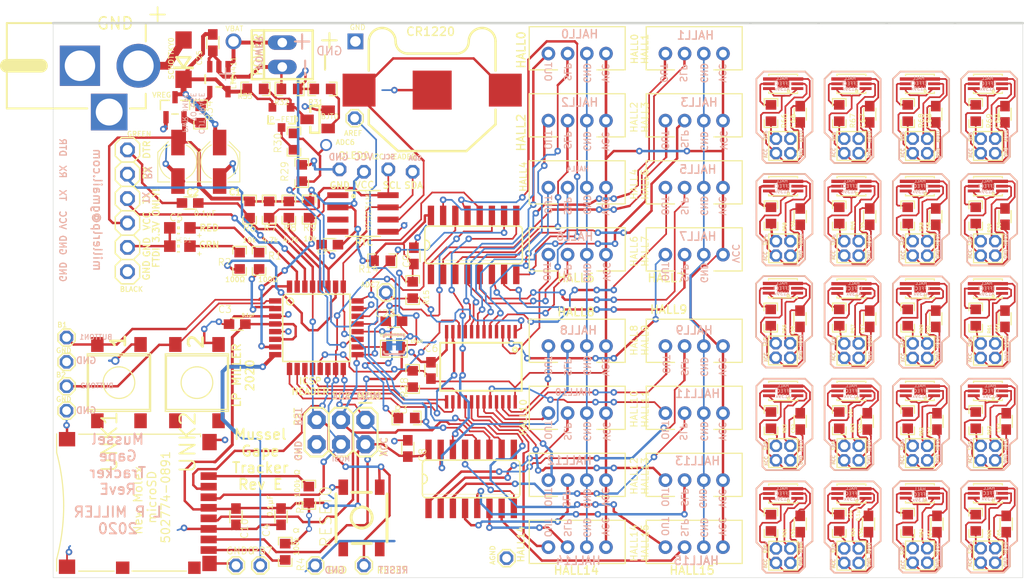
<source format=kicad_pcb>
(kicad_pcb (version 20211014) (generator pcbnew)
  (layers (0 "F.Cu" signal) (31 "B.Cu" signal) (34 "B.Paste" user) (35 "F.Paste" user) (36 "B.SilkS" user "B.Silkscreen") (37 "F.SilkS" user "F.Silkscreen") (38 "B.Mask" user) (39 "F.Mask" user) (44 "Edge.Cuts" user))
  (net 0 "")
  (net 1 "GND")
  (net 2 "VCC")
  (net 3 "DTR")
  (net 4 "SCK")
  (net 5 "MISO")
  (net 6 "MOSI")
  (net 7 "CS_SD")
  (net 8 "NC1")
  (net 9 "RES8")
  (net 10 "N$2")
  (net 11 "LED_RED")
  (net 12 "TO_FTDI_TX")
  (net 13 "TO_FTDI_RX")
  (net 14 "BUTTON2")
  (net 15 "SDA")
  (net 16 "SCL")
  (net 17 "VBAT")
  (net 18 "N$10")
  (net 19 "LED_GRN")
  (net 20 "HALL0_OUTPUT")
  (net 21 "RESET")
  (net 22 "32KHZ")
  (net 23 "HALL1_GND")
  (net 24 "HALL1_VCC")
  (net 25 "~{SLEEP1}")
  (net 26 "HALL2_GND")
  (net 27 "HALL2_VOUT")
  (net 28 "HALL2_VCC")
  (net 29 "~{SLEEP2}")
  (net 30 "AREF")
  (net 31 "HALL0_~{SLEEP}")
  (net 32 "HALL1_VOUT")
  (net 33 "HALL1_~{SLEEP_IN}")
  (net 34 "HALL2_~{SLEEP_IN}")
  (net 35 "HALL1_OUTPUT")
  (net 36 "HALL1_~{SLEEP}")
  (net 37 "AGND")
  (net 38 "AVCC")
  (net 39 "HALL3_GND")
  (net 40 "HALL3_VOUT")
  (net 41 "HALL3_VCC")
  (net 42 "HALL3_~{SLEEP_IN}")
  (net 43 "~{SLEEP3}")
  (net 44 "HALL4_GND")
  (net 45 "HALL4_VOUT")
  (net 46 "HALL4_VCC")
  (net 47 "HALL4_~{SLEEP_IN}")
  (net 48 "~{SLEEP4}")
  (net 49 "BUTTON1")
  (net 50 "CS_SHIFT_REG")
  (net 51 "QH*")
  (net 52 "SHIFT_CLEAR")
  (net 53 "MUX_S0")
  (net 54 "MUX_S1")
  (net 55 "MUX_S2")
  (net 56 "MUX_S3")
  (net 57 "ANALOG_0")
  (net 58 "HALL2_~{SLEEP}")
  (net 59 "HALL3_~{SLEEP}")
  (net 60 "HALL4_~{SLEEP}")
  (net 61 "HALL5_~{SLEEP}")
  (net 62 "HALL6_~{SLEEP}")
  (net 63 "HALL7_~{SLEEP}")
  (net 64 "HALL8_~{SLEEP}")
  (net 65 "HALL9_~{SLEEP}")
  (net 66 "HALL10_~{SLEEP}")
  (net 67 "HALL11_~{SLEEP}")
  (net 68 "HALL12_~{SLEEP}")
  (net 69 "HALL13_~{SLEEP}")
  (net 70 "HALL14_~{SLEEP}")
  (net 71 "HALL15_~{SLEEP}")
  (net 72 "HALL2_OUTPUT")
  (net 73 "HALL3_OUTPUT")
  (net 74 "HALL4_OUTPUT")
  (net 75 "HALL5_OUTPUT")
  (net 76 "HALL6_OUTPUT")
  (net 77 "HALL7_OUTPUT")
  (net 78 "HALL8_OUTPUT")
  (net 79 "HALL9_OUTPUT")
  (net 80 "HALL10_OUTPUT")
  (net 81 "HALL11_OUTPUT")
  (net 82 "HALL12_OUTPUT")
  (net 83 "HALL13_OUTPUT")
  (net 84 "HALL14_OUTPUT")
  (net 85 "HALL15_OUTPUT")
  (net 86 "HALL0_GND")
  (net 87 "HALL0_VOUT")
  (net 88 "HALL0_VCC")
  (net 89 "HALL0_~{SLEEP_IN}")
  (net 90 "~{SLEEP0}")
  (net 91 "HALL5_GND")
  (net 92 "HALL5_VOUT")
  (net 93 "HALL5_VCC")
  (net 94 "HALL5_~{SLEEP_IN}")
  (net 95 "~{SLEEP5}")
  (net 96 "HALL6_VCC")
  (net 97 "HALL6_VOUT")
  (net 98 "HALL6_GND")
  (net 99 "~{SLEEP6}")
  (net 100 "HALL6_~{SLEEP_IN}")
  (net 101 "HALL7_GND")
  (net 102 "HALL7_VOUT")
  (net 103 "HALL7_VCC")
  (net 104 "HALL7_~{SLEEP_IN}")
  (net 105 "~{SLEEP7}")
  (net 106 "HALL8_VCC")
  (net 107 "HALL8_VOUT")
  (net 108 "HALL8_GND")
  (net 109 "~{SLEEP8}")
  (net 110 "HALL8_~{SLEEP_IN}")
  (net 111 "HALL9_GND")
  (net 112 "HALL9_VOUT")
  (net 113 "HALL9_VCC")
  (net 114 "HALL9_~{SLEEP_IN}")
  (net 115 "~{SLEEP9}")
  (net 116 "HALL10_~{SLEEP_IN}")
  (net 117 "~{SLEEP10}")
  (net 118 "HALL10_GND")
  (net 119 "HALL10_VOUT")
  (net 120 "HALL10_VCC")
  (net 121 "HALL11_GND")
  (net 122 "HALL11_VOUT")
  (net 123 "HALL11_VCC")
  (net 124 "~{SLEEP11}")
  (net 125 "HALL11_~{SLEEP_IN}")
  (net 126 "HALL15_~{SLEEP_IN}")
  (net 127 "~{SLEEP15}")
  (net 128 "HALL15_GND")
  (net 129 "HALL15_VOUT")
  (net 130 "HALL15_VCC")
  (net 131 "HALL14_~{SLEEP_IN}")
  (net 132 "~{SLEEP14}")
  (net 133 "HALL14_GND")
  (net 134 "HALL14_VOUT")
  (net 135 "HALL14_VCC")
  (net 136 "HALL13_~{SLEEP_IN}")
  (net 137 "~{SLEEP13}")
  (net 138 "HALL13_GND")
  (net 139 "HALL13_VOUT")
  (net 140 "HALL13_VCC")
  (net 141 "HALL12_~{SLEEP_IN}")
  (net 142 "~{SLEEP12}")
  (net 143 "HALL12_GND")
  (net 144 "HALL12_VOUT")
  (net 145 "HALL12_VCC")
  (net 146 "MUX_~{EN}")
  (net 147 "N$3")
  (net 148 "GATE")
  (net 149 "N$4")
  (net 150 "BATT_MONITOR")
  (net 151 "BATT_MONITOR_EN")
  (net 152 "V_JACK")
  (net 153 "VBATTERY")
  (net 154 "N$1")
  (net 155 "HALL16_GND")
  (net 156 "HALL16_VOUT")
  (net 157 "HALL16_VCC")
  (net 158 "HALL16_~{SLEEP_IN}")
  (net 159 "~{SLEEP16}")
  (net 160 "HALL17_GND")
  (net 161 "HALL17_VCC")
  (net 162 "HALL17_~{SLEEP_IN}")
  (net 163 "HALL17_VOUT")
  (net 164 "~{SLEEP17}")
  (net 165 "HALL18_~{SLEEP_IN}")
  (net 166 "~{SLEEP18}")
  (net 167 "HALL18_GND")
  (net 168 "HALL18_VOUT")
  (net 169 "HALL18_VCC")
  (net 170 "HALL19_GND")
  (net 171 "HALL19_VOUT")
  (net 172 "HALL19_VCC")
  (net 173 "HALL19_~{SLEEP_IN}")
  (net 174 "~{SLEEP19}")
  (net 175 "VRAW1")
  (net 176 "PB7")
  (footprint "" (layer "F.Cu") (at 175.7299 112.6111)
    (fp_text reference "@HOLE97" hide)
    (fp_text value "")
  )
  (footprint "" (layer "F.Cu") (at 177.7365 131.0261)
    (fp_text reference "@HOLE106" hide)
    (fp_text value "")
  )
  (footprint "" (layer "F.Cu") (at 184.8485 130.3911)
    (fp_text reference "@HOLE209" hide)
    (fp_text value "")
  )
  (footprint "MusselGapeTracker_RevE:0603" (layer "F.Cu") (at 183.0705 96.3297 90)
    (fp_text reference "C55")
    (fp_text value "0.1µF")
  )
  (footprint "MusselGapeTracker_RevE:R0603" (layer "F.Cu") (at 187.0329 106.8453 90)
    (fp_text reference "R60")
    (fp_text value "10k Ω")
  )
  (footprint "" (layer "F.Cu") (at 184.8485 129.7561)
    (fp_text reference "@HOLE210" hide)
    (fp_text value "")
  )
  (footprint "" (layer "F.Cu") (at 173.7995 80.6071)
    (fp_text reference "@HOLE525" hide)
    (fp_text value "")
  )
  (footprint "" (layer "F.Cu") (at 192.6463 80.6071)
    (fp_text reference "@HOLE559" hide)
    (fp_text value "")
  )
  (footprint "MusselGapeTracker_RevE:SOT23-3" (layer "F.Cu") (at 121.7803 85.9411 180)
    (fp_text reference "P-FET0")
    (fp_text value "MOSFET-PCHANNELBSH203" hide)
  )
  (footprint "" (layer "F.Cu") (at 176.3395 101.9431)
    (fp_text reference "@HOLE73" hide)
    (fp_text value "")
  )
  (footprint "" (layer "F.Cu") (at 191.9605 121.5011)
    (fp_text reference "@HOLE325" hide)
    (fp_text value "")
  )
  (footprint "" (layer "F.Cu") (at 177.7365 123.4061)
    (fp_text reference "@HOLE118" hide)
    (fp_text value "")
  )
  (footprint "MusselGapeTracker_RevE:2X2_1.5MM" (layer "F.Cu") (at 181.1655 110.2997 180)
    (fp_text reference "HALL7_HEADER0" hide)
    (fp_text value "PINHD-2X21.5MM_SILK" hide)
  )
  (footprint "" (layer "F.Cu") (at 177.7365 124.0411)
    (fp_text reference "@HOLE117" hide)
    (fp_text value "")
  )
  (footprint "MusselGapeTracker_RevE:A139*_HALL_EFFECT" (layer "F.Cu") (at 174.0535 125.1841 90)
    (fp_text reference "A139_HALL1" hide)
    (fp_text value "HALL_EFFECT_ALLEGRO_A139MLP/DFN-6" hide)
  )
  (footprint "MusselGapeTracker_RevE:R0603" (layer "F.Cu") (at 179.8955 85.5347 90)
    (fp_text reference "R67")
    (fp_text value "10k Ω")
  )
  (footprint "" (layer "F.Cu") (at 188.1505 112.6111)
    (fp_text reference "@HOLE298" hide)
    (fp_text value "")
  )
  (footprint "" (layer "F.Cu") (at 184.8485 132.9311)
    (fp_text reference "@HOLE205" hide)
    (fp_text value "")
  )
  (footprint "" (layer "F.Cu") (at 194.5005 101.9431)
    (fp_text reference "@HOLE404" hide)
    (fp_text value "")
  )
  (footprint "" (layer "F.Cu") (at 177.7365 94.8311)
    (fp_text reference "@HOLE163" hide)
    (fp_text value "")
  )
  (footprint "" (layer "F.Cu") (at 170.6245 129.7561)
    (fp_text reference "@HOLE6" hide)
    (fp_text value "")
  )
  (footprint "MusselGapeTracker_RevE:2X2_1.5MM" (layer "F.Cu") (at 181.1655 99.6317 180)
    (fp_text reference "HALL5_HEADER0" hide)
    (fp_text value "PINHD-2X21.5MM_SILK" hide)
  )
  (footprint "MusselGapeTracker_RevE:SOT95P237X112-3N" (layer "F.Cu") (at 110.6805 84.9251)
    (fp_text reference "MCP1700T-3302" hide)
    (fp_text value "MCP1700T-3302E/TT" hide)
  )
  (footprint "" (layer "F.Cu") (at 170.6245 120.8661)
    (fp_text reference "@HOLE20" hide)
    (fp_text value "")
  )
  (footprint "" (layer "F.Cu") (at 176.9745 123.2791)
    (fp_text reference "@HOLE101" hide)
    (fp_text value "")
  )
  (footprint "" (layer "F.Cu") (at 188.7855 91.2751)
    (fp_text reference "@HOLE486" hide)
    (fp_text value "")
  )
  (footprint "" (layer "F.Cu") (at 184.8485 95.4661)
    (fp_text reference "@HOLE264" hide)
    (fp_text value "")
  )
  (footprint "" (layer "F.Cu") (at 170.6245 126.5811)
    (fp_text reference "@HOLE11" hide)
    (fp_text value "")
  )
  (footprint "" (layer "F.Cu") (at 175.0949 112.6111)
    (fp_text reference "@HOLE96" hide)
    (fp_text value "")
  )
  (footprint "" (layer "F.Cu") (at 176.9745 101.9431)
    (fp_text reference "@HOLE72" hide)
    (fp_text value "")
  )
  (footprint "MusselGapeTracker_RevE:A139*_HALL_EFFECT" (layer "F.Cu") (at 195.3895 93.1547 90)
    (fp_text reference "A139_HALL9" hide)
    (fp_text value "HALL_EFFECT_ALLEGRO_A139MLP/DFN-6" hide)
  )
  (footprint "" (layer "F.Cu") (at 184.8485 89.7511)
    (fp_text reference "@HOLE273" hide)
    (fp_text value "")
  )
  (footprint "" (layer "F.Cu") (at 185.5851 91.2751)
    (fp_text reference "@HOLE491" hide)
    (fp_text value "")
  )
  (footprint "" (layer "F.Cu") (at 179.1335 123.2791)
    (fp_text reference "@HOLE175" hide)
    (fp_text value "")
  )
  (footprint "" (layer "F.Cu") (at 191.9605 117.6911)
    (fp_text reference "@HOLE331" hide)
    (fp_text value "")
  )
  (footprint "" (layer "F.Cu") (at 170.6245 125.3111)
    (fp_text reference "@HOLE13" hide)
    (fp_text value "")
  )
  (footprint "" (layer "F.Cu") (at 198.3105 101.9431)
    (fp_text reference "@HOLE398" hide)
    (fp_text value "")
  )
  (footprint "MusselGapeTracker_RevE:R0603" (layer "F.Cu") (at 124.6505 95.5931 90)
    (fp_text reference "R9")
    (fp_text value "10k Ω" hide)
  )
  (footprint "" (layer "F.Cu") (at 196.4055 112.6111)
    (fp_text reference "@HOLE394" hide)
    (fp_text value "")
  )
  (footprint "" (layer "F.Cu") (at 170.6245 104.3561)
    (fp_text reference "@HOLE46" hide)
    (fp_text value "")
  )
  (footprint "" (layer "F.Cu") (at 191.9605 90.3861)
    (fp_text reference "@HOLE374" hide)
    (fp_text value "")
  )
  (footprint "" (layer "F.Cu") (at 191.9605 131.0261)
    (fp_text reference "@HOLE310" hide)
    (fp_text value "")
  )
  (footprint "" (layer "F.Cu") (at 177.7365 81.4961)
    (fp_text reference "@HOLE446" hide)
    (fp_text value "")
  )
  (footprint "" (layer "F.Cu") (at 182.8419 80.6071)
    (fp_text reference "@HOLE532" hide)
    (fp_text value "")
  )
  (footprint "" (layer "F.Cu") (at 195.1355 123.2791)
    (fp_text reference "@HOLE382" hide)
    (fp_text value "")
  )
  (footprint "MusselGapeTracker_RevE:R0603" (layer "F.Cu") (at 134.8105 117.3101)
    (fp_text reference "R3")
    (fp_text value "10k Ω")
  )
  (footprint "MusselGapeTracker_RevE:R0603" (layer "F.Cu") (at 187.0329 128.2321 90)
    (fp_text reference "R64")
    (fp_text value "10k Ω")
  )
  (footprint "" (layer "F.Cu") (at 184.8485 107.5311)
    (fp_text reference "@HOLE245" hide)
    (fp_text value "")
  )
  (footprint "" (layer "F.Cu") (at 190.0047 80.6071)
    (fp_text reference "@HOLE542" hide)
    (fp_text value "")
  )
  (footprint "MusselGapeTracker_RevE:1X01_SMALL" (layer "F.Cu") (at 130.3655 132.6771)
    (fp_text reference "U$3" hide)
    (fp_text value "PINHD-1X1SMALL" hide)
  )
  (footprint "" (layer "F.Cu") (at 186.8805 112.6111)
    (fp_text reference "@HOLE296" hide)
    (fp_text value "")
  )
  (footprint "" (layer "F.Cu") (at 170.6245 110.7061)
    (fp_text reference "@HOLE36" hide)
    (fp_text value "")
  )
  (footprint "" (layer "F.Cu") (at 184.8485 94.1961)
    (fp_text reference "@HOLE266" hide)
    (fp_text value "")
  )
  (footprint "MusselGapeTracker_RevE:STAND-OFF" (layer "F.Cu") (at 102.6795 106.1341)
    (fp_text reference "STANDOFF2" hide)
    (fp_text value "STAND-OFF4-40" hide)
  )
  (footprint "" (layer "F.Cu") (at 177.7365 119.5961)
    (fp_text reference "@HOLE124" hide)
    (fp_text value "")
  )
  (footprint "" (layer "F.Cu") (at 177.7365 103.7211)
    (fp_text reference "@HOLE149" hide)
    (fp_text value "")
  )
  (footprint "" (layer "F.Cu") (at 177.7365 129.7561)
    (fp_text reference "@HOLE108" hide)
    (fp_text value "")
  )
  (footprint "" (layer "F.Cu") (at 191.9605 120.8661)
    (fp_text reference "@HOLE326" hide)
    (fp_text value "")
  )
  (footprint "" (layer "F.Cu") (at 191.9605 95.4661)
    (fp_text reference "@HOLE366" hide)
    (fp_text value "")
  )
  (footprint "" (layer "F.Cu") (at 172.5295 101.9431)
    (fp_text reference "@HOLE79" hide)
    (fp_text value "")
  )
  (footprint "MusselGapeTracker_RevE:A139*_HALL_EFFECT" (layer "F.Cu") (at 195.3895 103.8227 90)
    (fp_text reference "A139_HALL11" hide)
    (fp_text value "HALL_EFFECT_ALLEGRO_A139MLP/DFN-6" hide)
  )
  (footprint "MusselGapeTracker_RevE:R0603" (layer "F.Cu") (at 194.1195 128.2321 90)
    (fp_text reference "R65")
    (fp_text value "10k Ω")
  )
  (footprint "MusselGapeTracker_RevE:JST-PH-4-THM" (layer "F.Cu") (at 152.5905 100.2921)
    (fp_text reference "HALL6")
    (fp_text value "JST-4PINTH_STRAIGHT" hide)
  )
  (footprint "" (layer "F.Cu") (at 173.1645 91.2751)
    (fp_text reference "@HOLE432" hide)
    (fp_text value "")
  )
  (footprint "" (layer "F.Cu") (at 170.6245 115.1511)
    (fp_text reference "@HOLE29" hide)
    (fp_text value "")
  )
  (footprint "" (layer "F.Cu") (at 191.9605 89.7511)
    (fp_text reference "@HOLE375" hide)
    (fp_text value "")
  )
  (footprint "MusselGapeTracker_RevE:A139*_HALL_EFFECT" (layer "F.Cu") (at 188.3029 103.8227 90)
    (fp_text reference "A139_HALL10" hide)
    (fp_text value "HALL_EFFECT_ALLEGRO_A139MLP/DFN-6" hide)
  )
  (footprint "" (layer "F.Cu") (at 184.8485 82.1311)
    (fp_text reference "@HOLE473" hide)
    (fp_text value "")
  )
  (footprint "" (layer "F.Cu") (at 170.6245 103.0861)
    (fp_text reference "@HOLE48" hide)
    (fp_text value "")
  )
  (footprint "" (layer "F.Cu") (at 179.6669 80.6071)
    (fp_text reference "@HOLE537" hide)
    (fp_text value "")
  )
  (footprint "" (layer "F.Cu") (at 196.4055 91.2751)
    (fp_text reference "@HOLE513" hide)
    (fp_text value "")
  )
  (footprint "" (layer "F.Cu") (at 184.8485 123.4061)
    (fp_text reference "@HOLE220" hide)
    (fp_text value "")
  )
  (footprint "" (layer "F.Cu") (at 185.5851 123.2791)
    (fp_text reference "@HOLE286" hide)
    (fp_text value "")
  )
  (footprint "" (layer "F.Cu") (at 187.5155 123.2791)
    (fp_text reference "@HOLE289" hide)
    (fp_text value "")
  )
  (footprint "" (layer "F.Cu") (at 195.1355 101.9431)
    (fp_text reference "@HOLE403" hide)
    (fp_text value "")
  )
  (footprint "MusselGapeTracker_RevE:DO214AC" (layer "F.Cu") (at 111.5695 79.9721 90)
    (fp_text reference "SCHOTTKY0")
    (fp_text value "SCHOTTKY_DIODE_DO-214AC" hide)
  )
  (footprint "" (layer "F.Cu") (at 170.6245 82.1311)
    (fp_text reference "@HOLE417" hide)
    (fp_text value "")
  )
  (footprint "" (layer "F.Cu") (at 184.8485 84.0361)
    (fp_text reference "@HOLE470" hide)
    (fp_text value "")
  )
  (footprint "MusselGapeTracker_RevE:R0603" (layer "F.Cu") (at 194.1195 106.8453 90)
    (fp_text reference "R61")
    (fp_text value "10k Ω")
  )
  (footprint "MusselGapeTracker_RevE:0603" (layer "F.Cu") (at 175.8061 106.9723 90)
    (fp_text reference "C56")
    (fp_text value "0.1µF")
  )
  (footprint "" (layer "F.Cu") (at 170.6245 92.2911)
    (fp_text reference "@HOLE65" hide)
    (fp_text value "")
  )
  (footprint "" (layer "F.Cu") (at 184.8485 118.9611)
    (fp_text reference "@HOLE227" hide)
    (fp_text value "")
  )
  (footprint "" (layer "F.Cu") (at 170.6245 78.9561)
    (fp_text reference "@HOLE422" hide)
    (fp_text value "")
  )
  (footprint "" (layer "F.Cu") (at 170.6245 119.5961)
    (fp_text reference "@HOLE22" hide)
    (fp_text value "")
  )
  (footprint "" (layer "F.Cu") (at 191.9605 132.2961)
    (fp_text reference "@HOLE308" hide)
    (fp_text value "")
  )
  (footprint "" (layer "F.Cu") (at 189.4205 112.6111)
    (fp_text reference "@HOLE300" hide)
    (fp_text value "")
  )
  (footprint "MusselGapeTracker_RevE:A139*_HALL_EFFECT" (layer "F.Cu") (at 181.1655 93.1547 90)
    (fp_text reference "A139_HALL5" hide)
    (fp_text value "HALL_EFFECT_ALLEGRO_A139MLP/DFN-6" hide)
  )
  (footprint "" (layer "F.Cu") (at 184.8485 113.8811)
    (fp_text reference "@HOLE235" hide)
    (fp_text value "")
  )
  (footprint "" (layer "F.Cu") (at 170.6245 111.9761)
    (fp_text reference "@HOLE34" hide)
    (fp_text value "")
  )
  (footprint "MusselGapeTracker_RevE:1X01_SMALL" (layer "F.Cu") (at 132.6515 104.2291)
    (fp_text reference "U$10" hide)
    (fp_text value "PINHD-1X1SMALL" hide)
  )
  (footprint "" (layer "F.Cu") (at 172.5295 91.2751)
    (fp_text reference "@HOLE433" hide)
    (fp_text value "")
  )
  (footprint "" (layer "F.Cu") (at 178.3969 80.6071)
    (fp_text reference "@HOLE539" hide)
    (fp_text value "")
  )
  (footprint "MusselGapeTracker_RevE:A139*_HALL_EFFECT" (layer "F.Cu") (at 181.1655 125.1841 90)
    (fp_text reference "A139_HALL4" hide)
    (fp_text value "HALL_EFFECT_ALLEGRO_A139MLP/DFN-6" hide)
  )
  (footprint "MusselGapeTracker_RevE:JST-PH-4-THM" (layer "F.Cu") (at 164.7825 109.8171)
    (fp_text reference "HALL9")
    (fp_text value "JST-4PINTH_STRAIGHT" hide)
  )
  (footprint "" (layer "F.Cu") (at 181.6735 91.2751)
    (fp_text reference "@HOLE458" hide)
    (fp_text value "")
  )
  (footprint "" (layer "F.Cu") (at 186.2455 112.6111)
    (fp_text reference "@HOLE295" hide)
    (fp_text value "")
  )
  (footprint "" (layer "F.Cu") (at 184.8485 133.5661)
    (fp_text reference "@HOLE204" hide)
    (fp_text value "")
  )
  (footprint "" (layer "F.Cu") (at 177.7365 84.6711)
    (fp_text reference "@HOLE441" hide)
    (fp_text value "")
  )
  (footprint "" (layer "F.Cu") (at 170.6245 105.6261)
    (fp_text reference "@HOLE44" hide)
    (fp_text value "")
  )
  (footprint "" (layer "F.Cu") (at 193.2305 123.2791)
    (fp_text reference "@HOLE379" hide)
    (fp_text value "")
  )
  (footprint "" (layer "F.Cu") (at 177.7365 122.7711)
    (fp_text reference "@HOLE119" hide)
    (fp_text value "")
  )
  (footprint "" (layer "F.Cu") (at 184.8485 131.0261)
    (fp_text reference "@HOLE208" hide)
    (fp_text value "")
  )
  (footprint "" (layer "F.Cu") (at 176.9745 91.2751)
    (fp_text reference "@HOLE426" hide)
    (fp_text value "")
  )
  (footprint "MusselGapeTracker_RevE:SO16" (layer "F.Cu") (at 141.5415 123.6601)
    (fp_text reference "SHIFT_1" hide)
    (fp_text value "74HC595D")
  )
  (footprint "MusselGapeTracker_RevE:PANASONIC_B" (layer "F.Cu") (at 115.3287 90.6147 90)
    (fp_text reference "C1")
    (fp_text value "1µF" hide)
  )
  (footprint "" (layer "F.Cu") (at 191.9605 119.5961)
    (fp_text reference "@HOLE328" hide)
    (fp_text value "")
  )
  (footprint "" (layer "F.Cu") (at 184.8485 108.8011)
    (fp_text reference "@HOLE243" hide)
    (fp_text value "")
  )
  (footprint "" (layer "F.Cu") (at 184.8485 100.5461)
    (fp_text reference "@HOLE256" hide)
    (fp_text value "")
  )
  (footprint "" (layer "F.Cu") (at 174.4345 91.2751)
    (fp_text reference "@HOLE430" hide)
    (fp_text value "")
  )
  (footprint "" (layer "F.Cu") (at 175.7045 91.2751)
    (fp_text reference "@HOLE428" hide)
    (fp_text value "")
  )
  (footprint "" (layer "F.Cu") (at 184.8485 128.4861)
    (fp_text reference "@HOLE212" hide)
    (fp_text value "")
  )
  (footprint "" (layer "F.Cu") (at 191.9605 106.8961)
    (fp_text reference "@HOLE348" hide)
    (fp_text value "")
  )
  (footprint "" (layer "F.Cu") (at 182.3085 91.2751)
    (fp_text reference "@HOLE457" hide)
    (fp_text value "")
  )
  (footprint "" (layer "F.Cu") (at 177.7365 97.3711)
    (fp_text reference "@HOLE159" hide)
    (fp_text value "")
  )
  (footprint "" (layer "F.Cu") (at 170.6245 96.7361)
    (fp_text reference "@HOLE58" hide)
    (fp_text value "")
  )
  (footprint "MusselGapeTracker_RevE:0603" (layer "F.Cu") (at 134.9375 120.4851 90)
    (fp_text reference "C8")
    (fp_text value "0.1µF")
  )
  (footprint "" (layer "F.Cu") (at 197.7263 80.6071)
    (fp_text reference "@HOLE551" hide)
    (fp_text value "")
  )
  (footprint "" (layer "F.Cu") (at 190.0555 91.2751)
    (fp_text reference "@HOLE484" hide)
    (fp_text value "")
  )
  (footprint "" (layer "F.Cu") (at 177.7365 84.0361)
    (fp_text reference "@HOLE442" hide)
    (fp_text value "")
  )
  (footprint "MusselGapeTracker_RevE:R0603" (layer "F.Cu") (at 113.3475 85.6871 -90)
    (fp_text reference "R34")
    (fp_text value "100k")
  )
  (footprint "" (layer "F.Cu") (at 184.8485 125.3111)
    (fp_text reference "@HOLE217" hide)
    (fp_text value "")
  )
  (footprint "" (layer "F.Cu") (at 194.5005 112.6111)
    (fp_text reference "@HOLE391" hide)
    (fp_text value "")
  )
  (footprint "MusselGapeTracker_RevE:I_0805" (layer "F.Cu") (at 133.4643 110.0965)
    (fp_text reference "INDUCTOR0")
    (fp_text value "10µH")
  )
  (footprint "MusselGapeTracker_RevE:R0603" (layer "F.Cu") (at 132.2705 100.9271 180)
    (fp_text reference "R14")
    (fp_text value "10k Ω")
  )
  (footprint "" (layer "F.Cu") (at 171.8945 80.6071)
    (fp_text reference "@HOLE528" hide)
    (fp_text value "")
  )
  (footprint "" (layer "F.Cu") (at 191.9605 108.8011)
    (fp_text reference "@HOLE345" hide)
    (fp_text value "")
  )
  (footprint "" (layer "F.Cu") (at 179.6415 112.6111)
    (fp_text reference "@HOLE186" hide)
    (fp_text value "")
  )
  (footprint "" (layer "F.Cu") (at 198.3613 80.6071)
    (fp_text reference "@HOLE550" hide)
    (fp_text value "")
  )
  (footprint "" (layer "F.Cu") (at 170.6245 91.0211)
    (fp_text reference "@HOLE67" hide)
    (fp_text value "")
  )
  (footprint "" (layer "F.Cu") (at 184.8485 115.7861)
    (fp_text reference "@HOLE232" hide)
    (fp_text value "")
  )
  (footprint "" (layer "F.Cu") (at 191.9605 93.5611)
    (fp_text reference "@HOLE369" hide)
    (fp_text value "")
  )
  (footprint "MusselGapeTracker_RevE:PUSHBUTTON_SPST_PTS525_SERIES" (layer "F.Cu") (at 130.1115 127.7241 90)
    (fp_text reference "RESET0")
    (fp_text value "PUSHBUTTON_DPST_SMDSMALL" hide)
  )
  (footprint "" (layer "F.Cu") (at 188.1505 123.2791)
    (fp_text reference "@HOLE290" hide)
    (fp_text value "")
  )
  (footprint "" (layer "F.Cu") (at 170.6245 93.5611)
    (fp_text reference "@HOLE63" hide)
    (fp_text value "")
  )
  (footprint "" (layer "F.Cu") (at 170.6245 101.1811)
    (fp_text reference "@HOLE51" hide)
    (fp_text value "")
  )
  (footprint "" (layer "F.Cu") (at 184.8485 109.4361)
    (fp_text reference "@HOLE242" hide)
    (fp_text value "")
  )
  (footprint "MusselGapeTracker_RevE:SOT23" (layer "F.Cu") (at 125.5395 86.1951 90)
    (fp_text reference "BJT0")
    (fp_text value "KSC1623_BJT_TRANSISTOR" hide)
  )
  (footprint "" (layer "F.Cu") (at 170.6245 102.4511)
    (fp_text reference "@HOLE49" hide)
    (fp_text value "")
  )
  (footprint "MusselGapeTracker_RevE:JST-PH-4-THM" (layer "F.Cu") (at 152.5905 116.8021)
    (fp_text reference "HALL10")
    (fp_text value "JST-4PINTH_STRAIGHT" hide)
  )
  (footprint "MusselGapeTracker_RevE:CHIPLED_0805" (layer "F.Cu") (at 111.1885 99.4031 90)
    (fp_text reference "LED2" hide)
    (fp_text value "GREEN_LED" hide)
  )
  (footprint "" (layer "F.Cu") (at 170.6245 100.5461)
    (fp_text reference "@HOLE52" hide)
    (fp_text value "")
  )
  (footprint "" (layer "F.Cu") (at 184.8485 103.0861)
    (fp_text reference "@HOLE252" hide)
    (fp_text value "")
  )
  (footprint "MusselGapeTracker_RevE:2X3" (layer "F.Cu") (at 127.9779 117.5133 180)
    (fp_text reference "J1" hide)
    (fp_text value "AVR_SPI_PRG_6PTH" hide)
  )
  (footprint "" (layer "F.Cu") (at 170.6245 78.3211)
    (fp_text reference "@HOLE423" hide)
    (fp_text value "")
  )
  (footprint "MusselGapeTracker_RevE:2X2_1.5MM" (layer "F.Cu") (at 181.1655 120.9677 180)
    (fp_text reference "HALL3_HEADER0" hide)
    (fp_text value "PINHD-2X21.5MM_SILK" hide)
  )
  (footprint "" (layer "F.Cu") (at 170.6245 116.4211)
    (fp_text reference "@HOLE27" hide)
    (fp_text value "")
  )
  (footprint "" (layer "F.Cu") (at 191.9605 109.4361)
    (fp_text reference "@HOLE344" hide)
    (fp_text value "")
  )
  (footprint "" (layer "F.Cu") (at 191.9605 132.9311)
    (fp_text reference "@HOLE307" hide)
    (fp_text value "")
  )
  (footprint "" (layer "F.Cu") (at 190.6397 80.6071)
    (fp_text reference "@HOLE541" hide)
    (fp_text value "")
  )
  (footprint "" (layer "F.Cu") (at 184.8485 80.8611)
    (fp_text reference "@HOLE475" hide)
    (fp_text value "")
  )
  (footprint "MusselGapeTracker_RevE:STAND-OFF_M2" (layer "F.Cu") (at 120.3325 91.7831)
    (fp_text reference "STANDOFF5_M2" hide)
    (fp_text value "STAND-OFFM2" hide)
  )
  (footprint "" (layer "F.Cu") (at 194.5005 91.2751)
    (fp_text reference "@HOLE516" hide)
    (fp_text value "")
  )
  (footprint "" (layer "F.Cu") (at 179.7685 101.9431)
    (fp_text reference "@HOLE201" hide)
    (fp_text value "")
  )
  (footprint "" (layer "F.Cu") (at 177.7365 120.8661)
    (fp_text reference "@HOLE122" hide)
    (fp_text value "")
  )
  (footprint "" (layer "F.Cu") (at 177.7365 115.1511)
    (fp_text reference "@HOLE131" hide)
    (fp_text value "")
  )
  (footprint "" (layer "F.Cu") (at 191.9605 88.4811)
    (fp_text reference "@HOLE377" hide)
    (fp_text value "")
  )
  (footprint "" (layer "F.Cu") (at 182.9435 123.2791)
    (fp_text reference "@HOLE181" hide)
    (fp_text value "")
  )
  (footprint "" (layer "F.Cu") (at 171.8945 91.2751)
    (fp_text reference "@HOLE434" hide)
    (fp_text value "")
  )
  (footprint "MusselGapeTracker_RevE:2X2_1.5MM" (layer "F.Cu") (at 174.0535 131.6611 180)
    (fp_text reference "HALL1_HEADER0" hide)
    (fp_text value "PINHD-2X21.5MM_SILK" hide)
  )
  (footprint "" (layer "F.Cu") (at 180.9369 80.6071)
    (fp_text reference "@HOLE535" hide)
    (fp_text value "")
  )
  (footprint "MusselGapeTracker_RevE:1X01_SMALL" (layer "F.Cu") (at 129.4003 86.0681)
    (fp_text reference "U$17" hide)
    (fp_text value "PINHD-1X1SMALL" hide)
  )
  (footprint "MusselGapeTracker_RevE:JST-PH-4-THM" (layer "F.Cu") (at 164.7825 116.8021)
    (fp_text reference "HALL11")
    (fp_text value "JST-4PINTH_STRAIGHT" hide)
  )
  (footprint "" (layer "F.Cu") (at 170.6245 82.7661)
    (fp_text reference "@HOLE416" hide)
    (fp_text value "")
  )
  (footprint "MusselGapeTracker_RevE:R0603" (layer "F.Cu") (at 179.8955 117.5387 90)
    (fp_text reference "R53")
    (fp_text value "10k Ω" hide)
  )
  (footprint "" (layer "F.Cu") (at 191.9605 92.2911)
    (fp_text reference "@HOLE371" hide)
    (fp_text value "")
  )
  (footprint "" (layer "F.Cu") (at 170.6245 130.3911)
    (fp_text reference "@HOLE5" hide)
    (fp_text value "")
  )
  (footprint "" (layer "F.Cu") (at 177.7365 117.0561)
    (fp_text reference "@HOLE128" hide)
    (fp_text value "")
  )
  (footprint "" (layer "F.Cu") (at 191.9605 111.9761)
    (fp_text reference "@HOLE340" hide)
    (fp_text value "")
  )
  (footprint "MusselGapeTracker_RevE:JST-PH-4-THM" (layer "F.Cu") (at 164.7825 130.7721)
    (fp_text reference "HALL15")
    (fp_text value "JST-4PINTH_STRAIGHT" hide)
  )
  (footprint "" (layer "F.Cu") (at 177.7365 100.5461)
    (fp_text reference "@HOLE154" hide)
    (fp_text value "")
  )
  (footprint "" (layer "F.Cu") (at 192.5955 91.2751)
    (fp_text reference "@HOLE519" hide)
    (fp_text value "")
  )
  (footprint "" (layer "F.Cu") (at 184.8485 111.3411)
    (fp_text reference "@HOLE239" hide)
    (fp_text value "")
  )
  (footprint "MusselGapeTracker_RevE:2X2_1.5MM" (layer "F.Cu") (at 188.3029 120.9677 180)
    (fp_text reference "HALL12_HEADER0" hide)
    (fp_text value "PINHD-2X21.5MM_SILK" hide)
  )
  (footprint "MusselGapeTracker_RevE:0603" (layer "F.Cu") (at 175.8315 85.6617 90)
    (fp_text reference "C66")
    (fp_text value "0.1µF")
  )
  (footprint "MusselGapeTracker_RevE:0603" (layer "F.Cu") (at 182.8165 117.6657 90)
    (fp_text reference "C53")
    (fp_text value "0.1µF")
  )
  (footprint "" (layer "F.Cu") (at 191.9605 85.3061)
    (fp_text reference "@HOLE496" hide)
    (fp_text value "")
  )
  (footprint "" (layer "F.Cu") (at 180.3019 80.6071)
    (fp_text reference "@HOLE536" hide)
    (fp_text value "")
  )
  (footprint "" (layer "F.Cu") (at 186.1947 80.6071)
    (fp_text reference "@HOLE548" hide)
    (fp_text value "")
  )
  (footprint "" (layer "F.Cu") (at 181.5719 80.6071)
    (fp_text reference "@HOLE534" hide)
    (fp_text value "")
  )
  (footprint "" (layer "F.Cu") (at 191.9605 131.6611)
    (fp_text reference "@HOLE309" hide)
    (fp_text value "")
  )
  (footprint "" (layer "F.Cu") (at 171.2595 80.6071)
    (fp_text reference "@HOLE529" hide)
    (fp_text value "")
  )
  (footprint "" (layer "F.Cu") (at 186.8805 101.9431)
    (fp_text reference "@HOLE283" hide)
    (fp_text value "")
  )
  (footprint "" (layer "F.Cu") (at 197.6755 112.6111)
    (fp_text reference "@HOLE396" hide)
    (fp_text value "")
  )
  (footprint "" (layer "F.Cu") (at 184.8485 102.4511)
    (fp_text reference "@HOLE253" hide)
    (fp_text value "")
  )
  (footprint "MusselGapeTracker_RevE:R0603" (layer "F.Cu") (at 135.4455 103.9751 90)
    (fp_text reference "R15")
    (fp_text value "100k Ω")
  )
  (footprint "" (layer "F.Cu") (at 170.6245 127.2161)
    (fp_text reference "@HOLE10" hide)
    (fp_text value "")
  )
  (footprint "MusselGapeTracker_RevE:1X01_SMALL" (layer "F.Cu") (at 99.3775 108.9281)
    (fp_text reference "U$6" hide)
    (fp_text value "PINHD-1X1SMALL" hide)
  )
  (footprint "MusselGapeTracker_RevE:1X01_SMALL" (layer "F.Cu") (at 99.3775 111.4681)
    (fp_text reference "U$7" hide)
    (fp_text value "PINHD-1X1SMALL" hide)
  )
  (footprint "" (layer "F.Cu") (at 174.4345 101.9431)
    (fp_text reference "@HOLE76" hide)
    (fp_text value "")
  )
  (footprint "" (layer "F.Cu") (at 170.6245 127.8511)
    (fp_text reference "@HOLE9" hide)
    (fp_text value "")
  )
  (footprint "" (layer "F.Cu") (at 184.8485 99.9111)
    (fp_text reference "@HOLE257" hide)
    (fp_text value "")
  )
  (footprint "MusselGapeTracker_RevE:R0603" (layer "F.Cu") (at 122.1613 131.2547 90)
    (fp_text reference "R4")
    (fp_text value "100k Ω" hide)
  )
  (footprint "" (layer "F.Cu") (at 170.6245 122.1361)
    (fp_text reference "@HOLE18" hide)
    (fp_text value "")
  )
  (footprint "" (layer "F.Cu") (at 170.6245 112.6111)
    (fp_text reference "@HOLE33" hide)
    (fp_text value "")
  )
  (footprint "" (layer "F.Cu") (at 170.6245 84.6711)
    (fp_text reference "@HOLE413" hide)
    (fp_text value "")
  )
  (footprint "MusselGapeTracker_RevE:R0603" (layer "F.Cu") (at 122.6185 83.0201)
    (fp_text reference "R32")
    (fp_text value "10k")
  )
  (footprint "MusselGapeTracker_RevE:R0603" (layer "F.Cu") (at 194.1195 96.2027 90)
    (fp_text reference "R59")
    (fp_text value "10k Ω")
  )
  (footprint "" (layer "F.Cu") (at 184.8485 86.5761)
    (fp_text reference "@HOLE466" hide)
    (fp_text value "")
  )
  (footprint "MusselGapeTracker_RevE:1X01_SMALL" (layer "F.Cu") (at 119.5705 132.6771)
    (fp_text reference "PB7")
    (fp_text value "PINHD-1X1SMALL" hide)
  )
  (footprint "MusselGapeTracker_RevE:R0603" (layer "F.Cu") (at 119.0625 83.0201 180)
    (fp_text reference "R33")
    (fp_text value "10k")
  )
  (footprint "" (layer "F.Cu") (at 170.6245 98.0061)
    (fp_text reference "@HOLE56" hide)
    (fp_text value "")
  )
  (footprint "" (layer "F.Cu") (at 184.8485 124.0411)
    (fp_text reference "@HOLE219" hide)
    (fp_text value "")
  )
  (footprint "" (layer "F.Cu") (at 170.6245 77.6861)
    (fp_text reference "@HOLE424" hide)
    (fp_text value "")
  )
  (footprint "" (layer "F.Cu") (at 184.8485 132.2961)
    (fp_text reference "@HOLE206" hide)
    (fp_text value "")
  )
  (footprint "" (layer "F.Cu") (at 191.9605 78.3211)
    (fp_text reference "@HOLE507" hide)
    (fp_text value "")
  )
  (footprint "" (layer "F.Cu") (at 186.2455 91.2751)
    (fp_text reference "@HOLE490" hide)
    (fp_text value "")
  )
  (footprint "" (layer "F.Cu") (at 196.4055 101.9431)
    (fp_text reference "@HOLE401" hide)
    (fp_text value "")
  )
  (footprint "" (layer "F.Cu") (at 190.6905 112.6111)
    (fp_text reference "@HOLE302" hide)
    (fp_text value "")
  )
  (footprint "" (layer "F.Cu") (at 191.9605 113.8811)
    (fp_text reference "@HOLE337" hide)
    (fp_text value "")
  )
  (footprint "MusselGapeTracker_RevE:R0603" (layer "F.Cu") (at 187.0329 96.2027 90)
    (fp_text reference "R58")
    (fp_text value "10k Ω")
  )
  (footprint "MusselGapeTracker_RevE:0603" (layer "F.Cu") (at 197.2945 128.3591 90)
    (fp_text reference "C65")
    (fp_text value "0.1µF")
  )
  (footprint "" (layer "F.Cu") (at 193.2305 91.2751)
    (fp_text reference "@HOLE518" hide)
    (fp_text value "")
  )
  (footprint "MusselGapeTracker_RevE:2X2_1.5MM" (layer "F.Cu") (at 188.3029 99.6317 180)
    (fp_text reference "HALL8_HEADER0" hide)
    (fp_text value "PINHD-2X21.5MM_SILK" hide)
  )
  (footprint "" (layer "F.Cu") (at 170.6245 124.6761)
    (fp_text reference "@HOLE14" hide)
    (fp_text value "")
  )
  (footprint "" (layer "F.Cu") (at 184.8485 87.8461)
    (fp_text reference "@HOLE464" hide)
    (fp_text value "")
  )
  (footprint "" (layer "F.Cu") (at 170.6245 106.2611)
    (fp_text reference "@HOLE43" hide)
    (fp_text value "")
  )
  (footprint "MusselGapeTracker_RevE:0603" (layer "F.Cu") (at 190.0809 117.6657 90)
    (fp_text reference "C62")
    (fp_text value "0.1µF")
  )
  (footprint "" (layer "F.Cu") (at 191.9605 116.4211)
    (fp_text reference "@HOLE333" hide)
    (fp_text value "")
  )
  (footprint "MusselGapeTracker_RevE:DS3231M_SOIC8" (layer "F.Cu") (at 130.2639 95.9995 -90)
    (fp_text reference "DS3231M0")
    (fp_text value "DS3231MSOIC-8" hide)
  )
  (footprint "MusselGapeTracker_RevE:CHIPLED_0805" (layer "F.Cu") (at 111.1885 97.4981 90)
    (fp_text reference "LED1")
    (fp_text value "RED_LED" hide)
  )
  (footprint "MusselGapeTracker_RevE:2X2_1.5MM" (layer "F.Cu") (at 181.1655 131.6611 180)
    (fp_text reference "HALL4_HEADER0" hide)
    (fp_text value "PINHD-2X21.5MM_SILK" hide)
  )
  (footprint "MusselGapeTracker_RevE:STAND-OFF" (layer "F.Cu") (at 138.6205 131.4071)
    (fp_text reference "STANDOFF3" hide)
    (fp_text value "STAND-OFF4-40" hide)
  )
  (footprint "" (layer "F.Cu") (at 191.9605 110.7061)
    (fp_text reference "@HOLE342" hide)
    (fp_text value "")
  )
  (footprint "" (layer "F.Cu") (at 182.3085 101.9431)
    (fp_text reference "@HOLE197" hide)
    (fp_text value "")
  )
  (footprint "" (layer "F.Cu") (at 179.7685 123.2791)
    (fp_text reference "@HOLE176" hide)
    (fp_text value "")
  )
  (footprint "" (layer "F.Cu") (at 177.7365 103.0861)
    (fp_text reference "@HOLE150" hide)
    (fp_text value "")
  )
  (footprint "" (layer "F.Cu") (at 197.0405 123.2791)
    (fp_text reference "@HOLE385" hide)
    (fp_text value "")
  )
  (footprint "" (layer "F.Cu") (at 191.9605 118.3261)
    (fp_text reference "@HOLE330" hide)
    (fp_text value "")
  )
  (footprint "" (layer "F.Cu") (at 193.8655 101.9431)
    (fp_text reference "@HOLE405" hide)
    (fp_text value "")
  )
  (footprint "" (layer "F.Cu") (at 170.6245 114.5161)
    (fp_text reference "@HOLE30" hide)
    (fp_text value "")
  )
  (footprint "" (layer "F.Cu") (at 170.6245 120.2311)
    (fp_text reference "@HOLE21" hide)
    (fp_text value "")
  )
  (footprint "" (layer "F.Cu") (at 192.5955 101.9431)
    (fp_text reference "@HOLE407" hide)
    (fp_text value "")
  )
  (footprint "" (layer "F.Cu") (at 191.9605 78.9561)
    (fp_text reference "@HOLE506" hide)
    (fp_text value "")
  )
  (footprint "" (layer "F.Cu") (at 177.7365 92.9261)
    (fp_text reference "@HOLE166" hide)
    (fp_text value "")
  )
  (footprint "" (layer "F.Cu") (at 190.6905 123.2791)
    (fp_text reference "@HOLE304" hide)
    (fp_text value "")
  )
  (footprint "" (layer "F.Cu") (at 170.6245 113.8811)
    (fp_text reference "@HOLE31" hide)
    (fp_text value "")
  )
  (footprint "MusselGapeTracker_RevE:R0603" (layer "F.Cu") (at 172.7835 96.2027 90)
    (fp_text reference "R50")
    (fp_text value "10k Ω")
  )
  (footprint "MusselGapeTracker_RevE:PANASONIC_B" (layer "F.Cu") (at 110.9853 90.6147 90)
    (fp_text reference "C2")
    (fp_text value "1µF" hide)
  )
  (footprint "MusselGapeTracker_RevE:A139*_HALL_EFFECT" (layer "F.Cu") (at 174.0281 103.7973 90)
    (fp_text reference "A139_HALL6" hide)
    (fp_text value "HALL_EFFECT_ALLEGRO_A139MLP/DFN-6" hide)
  )
  (footprint "" (layer "F.Cu") (at 179.0065 112.6111)
    (fp_text reference "@HOLE185" hide)
    (fp_text value "")
  )
  (footprint "MusselGapeTracker_RevE:A139*_HALL_EFFECT" (layer "F.Cu") (at 174.0535 114.4907 90)
    (fp_text reference "A139_HALL2" hide)
    (fp_text value "HALL_EFFECT_ALLEGRO_A139MLP/DFN-6" hide)
  )
  (footprint "MusselGapeTracker_RevE:JST-PH-4-THM" (layer "F.Cu") (at 152.5905 79.3371)
    (fp_text reference "HALL0")
    (fp_text value "JST-4PINTH_STRAIGHT" hide)
  )
  (footprint "" (layer "F.Cu") (at 170.6245 87.2111)
    (fp_text reference "@HOLE409" hide)
    (fp_text value "")
  )
  (footprint "MusselGapeTracker_RevE:2X2_1.5MM" (layer "F.Cu") (at 195.3895 110.2997 180)
    (fp_text reference "HALL11_HEADER0" hide)
    (fp_text value "PINHD-2X21.5MM_SILK" hide)
  )
  (footprint "" (layer "F.Cu") (at 177.7365 124.6761)
    (fp_text reference "@HOLE116" hide)
    (fp_text value "")
  )
  (footprint "" (layer "F.Cu") (at 184.8485 110.7061)
    (fp_text reference "@HOLE240" hide)
    (fp_text value "")
  )
  (footprint "MusselGapeTracker_RevE:0603" (layer "F.Cu") (at 133.4897 107.2263)
    (fp_text reference "C23")
    (fp_text value "0.1µF")
  )
  (footprint "" (layer "F.Cu") (at 177.7365 108.1661)
    (fp_text reference "@HOLE142" hide)
    (fp_text value "")
  )
  (footprint "" (layer "F.Cu") (at 184.2135 101.9431)
    (fp_text reference "@HOLE194" hide)
    (fp_text value "")
  )
  (footprint "" (layer "F.Cu") (at 184.8485 118.3261)
    (fp_text reference "@HOLE228" hide)
    (fp_text value "")
  )
  (footprint "MusselGapeTracker_RevE:0603" (layer "F.Cu") (at 117.1575 107.5311 180)
    (fp_text reference "C3")
    (fp_text value "0.1µF" hide)
  )
  (footprint "" (layer "F.Cu") (at 184.8485 92.9261)
    (fp_text reference "@HOLE268" hide)
    (fp_text value "")
  )
  (footprint "" (layer "F.Cu") (at 177.7365 116.4211)
    (fp_text reference "@HOLE129" hide)
    (fp_text value "")
  )
  (footprint "" (layer "F.Cu") (at 177.7365 80.2261)
    (fp_text reference "@HOLE448" hide)
    (fp_text value "")
  )
  (footprint "" (layer "F.Cu") (at 170.6245 121.5011)
    (fp_text reference "@HOLE19" hide)
    (fp_text value "")
  )
  (footprint "" (layer "F.Cu") (at 170.6245 108.1661)
    (fp_text reference "@HOLE40" hide)
    (fp_text value "")
  )
  (footprint "" (layer "F.Cu") (at 177.7365 77.0511)
    (fp_text reference "@HOLE453" hide)
    (fp_text value "")
  )
  (footprint "" (layer "F.Cu") (at 177.7365 112.6111)
    (fp_text reference "@HOLE135" hide)
    (fp_text value "")
  )
  (footprint "" (layer "F.Cu") (at 191.9605 103.0861)
    (fp_text reference "@HOLE354" hide)
    (fp_text value "")
  )
  (footprint "" (layer "F.Cu") (at 171.8945 123.2791)
    (fp_text reference "@HOLE83" hide)
    (fp_text value "")
  )
  (footprint "" (layer "F.Cu") (at 177.7365 89.1161)
    (fp_text reference "@HOLE172" hide)
    (fp_text value "")
  )
  (footprint "" (layer "F.Cu") (at 177.7365 101.1811)
    (fp_text reference "@HOLE153" hide)
    (fp_text value "")
  )
  (footprint "MusselGapeTracker_RevE:2X2_1.5MM" (layer "F.Cu") (at 174.0281 110.2743 180)
    (fp_text reference "HALL6_HEADER0" hide)
    (fp_text value "PINHD-2X21.5MM_SILK" hide)
  )
  (footprint "" (layer "F.Cu") (at 172.5295 80.6071)
    (fp_text reference "@HOLE527" hide)
    (fp_text value "")
  )
  (footprint "MusselGapeTracker_RevE:A139*_HALL_EFFECT" (layer "F.Cu") (at 188.3029 93.1547 90)
    (fp_text reference "A139_HALL8" hide)
    (fp_text value "HALL_EFFECT_ALLEGRO_A139MLP/DFN-6" hide)
  )
  (footprint "" (layer "F.Cu") (at 193.2813 80.6071)
    (fp_text reference "@HOLE558" hide)
    (fp_text value "")
  )
  (footprint "" (layer "F.Cu") (at 195.7705 123.2791)
    (fp_text reference "@HOLE383" hide)
    (fp_text value "")
  )
  (footprint "" (layer "F.Cu") (at 191.9605 91.0211)
    (fp_text reference "@HOLE373" hide)
    (fp_text value "")
  )
  (footprint "" (layer "F.Cu") (at 191.9605 125.9461)
    (fp_text reference "@HOLE318" hide)
    (fp_text value "")
  )
  (footprint "" (layer "F.Cu") (at 171.2849 112.6111)
    (fp_text reference "@HOLE90" hide)
    (fp_text value "")
  )
  (footprint "" (layer "F.Cu") (at 187.5155 101.9431)
    (fp_text reference "@HOLE282" hide)
    (fp_text value "")
  )
  (footprint "" (layer "F.Cu") (at 186.8805 91.2751)
    (fp_text reference "@HOLE489" hide)
    (fp_text value "")
  )
  (footprint "" (layer "F.Cu") (at 197.6755 123.2791)
    (fp_text reference "@HOLE386" hide)
    (fp_text value "")
  )
  (footprint "MusselGapeTracker_RevE:2X2_1.5MM" (layer "F.Cu") (at 188.3029 88.9637 180)
    (fp_text reference "HALL18_HEADER0" hide)
    (fp_text value "PINHD-2X21.5MM_SILK" hide)
  )
  (footprint "" (layer "F.Cu") (at 191.9605 84.6711)
    (fp_text reference "@HOLE497" hide)
    (fp_text value "")
  )
  (footprint "MusselGapeTracker_RevE:JST-PH-4-THM" (layer "F.Cu") (at 152.5905 123.7871)
    (fp_text reference "HALL12")
    (fp_text value "JST-4PINTH_STRAIGHT" hide)
  )
  (footprint "" (layer "F.Cu") (at 170.6245 99.9111)
    (fp_text reference "@HOLE53" hide)
    (fp_text value "")
  )
  (footprint "MusselGapeTracker_RevE:R0603" (layer "F.Cu") (at 135.4455 113.2461 90)
    (fp_text reference "R28")
    (fp_text value "10kΩ")
  )
  (footprint "" (layer "F.Cu") (at 191.9605 86.5761)
    (fp_text reference "@HOLE494" hide)
    (fp_text value "")
  )
  (footprint "MusselGapeTracker_RevE:1X01_SMALL" (layer "F.Cu") (at 117.0305 132.6771)
    (fp_text reference "GND0")
    (fp_text value "PINHD-1X1SMALL" hide)
  )
  (footprint "" (layer "F.Cu") (at 184.8485 108.1661)
    (fp_text reference "@HOLE244" hide)
    (fp_text value "")
  )
  (footprint "" (layer "F.Cu") (at 197.6755 101.9431)
    (fp_text reference "@HOLE399" hide)
    (fp_text value "")
  )
  (footprint "MusselGapeTracker_RevE:2X2_1.5MM" (layer "F.Cu") (at 174.0535 99.6317 180)
    (fp_text reference "HALL0_HEADER0" hide)
    (fp_text value "PINHD-2X21.5MM_SILK" hide)
  )
  (footprint "" (layer "F.Cu") (at 176.9745 80.6071)
    (fp_text reference "@HOLE520" hide)
    (fp_text value "")
  )
  (footprint "MusselGapeTracker_RevE:CR1220_BATTERY_HOLDER_SMD" (layer "F.Cu") (at 137.4775 83.1471)
    (fp_text reference "CR1220_BATTERY0" hide)
    (fp_text value "CR1220_BATTERY_HOLDERSMD" hide)
  )
  (footprint "" (layer "F.Cu") (at 191.9605 80.8611)
    (fp_text reference "@HOLE503" hide)
    (fp_text value "")
  )
  (footprint "" (layer "F.Cu") (at 193.2305 101.9431)
    (fp_text reference "@HOLE406" hide)
    (fp_text value "")
  )
  (footprint "MusselGapeTracker_RevE:A139*_HALL_EFFECT" (layer "F.Cu") (at 174.0535 93.1547 90)
    (fp_text reference "A139_HALL0" hide)
    (fp_text value "HALL_EFFECT_ALLEGRO_A139MLP/DFN-6" hide)
  )
  (footprint "MusselGapeTracker_RevE:2X2_1.5MM" (layer "F.Cu") (at 188.3029 110.2997 180)
    (fp_text reference "HALL10_HEADER0" hide)
    (fp_text value "PINHD-2X21.5MM_SILK" hide)
  )
  (footprint "" (layer "F.Cu") (at 184.0865 112.6111)
    (fp_text reference "@HOLE193" hide)
    (fp_text value "")
  )
  (footprint "" (layer "F.Cu") (at 191.9605 111.3411)
    (fp_text reference "@HOLE341" hide)
    (fp_text value "")
  )
  (footprint "" (layer "F.Cu") (at 170.6245 84.0361)
    (fp_text reference "@HOLE414" hide)
    (fp_text value "")
  )
  (footprint "MusselGapeTracker_RevE:PUSHBUTTON_DPST_SMD" (layer "F.Cu") (at 112.9665 113.6271 -90)
    (fp_text reference "UNK2")
    (fp_text value "PUSHBUTTON_DPST_SMDSTANDARD" hide)
  )
  (footprint "" (layer "F.Cu") (at 177.7365 96.7361)
    (fp_text reference "@HOLE160" hide)
    (fp_text value "")
  )
  (footprint "" (layer "F.Cu") (at 197.6755 91.2751)
    (fp_text reference "@HOLE511" hide)
    (fp_text value "")
  )
  (footprint "MusselGapeTracker_RevE:R0603" (layer "F.Cu") (at 118.4529 95.5931 90)
    (fp_text reference "R6")
    (fp_text value "10k Ω" hide)
  )
  (footprint "" (layer "F.Cu") (at 184.8485 106.2611)
    (fp_text reference "@HOLE247" hide)
    (fp_text value "")
  )
  (footprint "" (layer "F.Cu") (at 177.7365 78.9561)
    (fp_text reference "@HOLE450" hide)
    (fp_text value "")
  )
  (footprint "" (layer "F.Cu") (at 175.7045 101.9431)
    (fp_text reference "@HOLE74" hide)
    (fp_text value "")
  )
  (footprint "" (layer "F.Cu") (at 191.9605 104.3561)
    (fp_text reference "@HOLE352" hide)
    (fp_text value "")
  )
  (footprint "" (layer "F.Cu") (at 171.2595 91.2751)
    (fp_text reference "@HOLE435" hide)
    (fp_text value "")
  )
  (footprint "" (layer "F.Cu") (at 175.0695 101.9431)
    (fp_text reference "@HOLE75" hide)
    (fp_text value "")
  )
  (footprint "MusselGapeTracker_RevE:A139*_HALL_EFFECT" (layer "F.Cu") (at 195.3895 125.1587 90)
    (fp_text reference "A139_HALL15" hide)
    (fp_text value "HALL_EFFECT_ALLEGRO_A139MLP/DFN-6" hide)
  )
  (footprint "MusselGapeTracker_RevE:1X01_SMALL" (layer "F.Cu") (at 99.3775 114.0081)
    (fp_text reference "U$8" hide)
    (fp_text value "PINHD-1X1SMALL" hide)
  )
  (footprint "" (layer "F.Cu") (at 184.8485 104.3561)
    (fp_text reference "@HOLE250" hide)
    (fp_text value "")
  )
  (footprint "" (layer "F.Cu") (at 184.8485 115.1511)
    (fp_text reference "@HOLE233" hide)
    (fp_text value "")
  )
  (footprint "MusselGapeTracker_RevE:JST-PH-4-THM" (layer "F.Cu") (at 152.5905 109.8171)
    (fp_text reference "HALL8")
    (fp_text value "JST-4PINTH_STRAIGHT" hide)
  )
  (footprint "MusselGapeTracker_RevE:JST-PH-4-THM" (layer "F.Cu") (at 152.5905 86.3221)
    (fp_text reference "HALL2")
    (fp_text value "JST-4PINTH_STRAIGHT" hide)
  )
  (footprint "" (layer "F.Cu") (at 194.5005 123.2791)
    (fp_text reference "@HOLE381" hide)
    (fp_text value "")
  )
  (footprint "" (layer "F.Cu") (at 170.6245 132.2961)
    (fp_text reference "@HOLE2" hide)
    (fp_text value "")
  )
  (footprint "" (layer "F.Cu") (at 191.9605 133.5661)
    (fp_text reference "@HOLE306" hide)
    (fp_text value "")
  )
  (footprint "MusselGapeTracker_RevE:R0603" (layer "F.Cu") (at 119.4435 100.9271 -90)
    (fp_text reference "R1")
    (fp_text value "100 Ω" hide)
  )
  (footprint "" (layer "F.Cu") (at 177.7365 99.9111)
    (fp_text reference "@HOLE155" hide)
    (fp_text value "")
  )
  (footprint "" (layer "F.Cu") (at 191.9605 94.1961)
    (fp_text reference "@HOLE368" hide)
    (fp_text value "")
  )
  (footprint "" (layer "F.Cu") (at 191.9605 77.6861)
    (fp_text reference "@HOLE508" hide)
    (fp_text value "")
  )
  (footprint "" (layer "F.Cu") (at 196.4055 123.2791)
    (fp_text reference "@HOLE384" hide)
    (fp_text value "")
  )
  (footprint "" (layer "F.Cu") (at 196.4563 80.6071)
    (fp_text reference "@HOLE553" hide)
    (fp_text value "")
  )
  (footprint "" (layer "F.Cu") (at 174.4599 112.6111)
    (fp_text reference "@HOLE95" hide)
    (fp_text value "")
  )
  (footprint "MusselGapeTracker_RevE:R0603" (layer "F.Cu") (at 123.8885 91.7831 -90)
    (fp_text reference "R29")
    (fp_text value "10k")
  )
  (footprint "" (layer "F.Cu") (at 170.6245 86.5761)
    (fp_text reference "@HOLE410" hide)
    (fp_text value "")
  )
  (footprint "" (layer "F.Cu") (at 184.8485 93.5611)
    (fp_text reference "@HOLE267" hide)
    (fp_text value "")
  )
  (footprint "MusselGapeTracker_RevE:0603" (layer "F.Cu") (at 197.1675 96.3297 90)
    (fp_text reference "C59")
    (fp_text value "0.1µF")
  )
  (footprint "" (layer "F.Cu") (at 180.2765 112.6111)
    (fp_text reference "@HOLE187" hide)
    (fp_text value "")
  )
  (footprint "" (layer "F.Cu") (at 177.7365 125.3111)
    (fp_text reference "@HOLE115" hide)
    (fp_text value "")
  )
  (footprint "" (layer "F.Cu") (at 184.8485 125.9461)
    (fp_text reference "@HOLE216" hide)
    (fp_text value "")
  )
  (footprint "" (layer "F.Cu") (at 191.9605 104.9911)
    (fp_text reference "@HOLE351" hide)
    (fp_text value "")
  )
  (footprint "" (layer "F.Cu") (at 177.7365 78.3211)
    (fp_text reference "@HOLE451" hide)
    (fp_text value "")
  )
  (footprint "" (layer "F.Cu") (at 177.7365 110.7061)
    (fp_text reference "@HOLE138" hide)
    (fp_text value "")
  )
  (footprint "" (layer "F.Cu") (at 170.6245 128.4861)
    (fp_text reference "@HOLE8" hide)
    (fp_text value "")
  )
  (footprint "MusselGapeTracker_RevE:2X2_1.5MM" (layer "F.Cu") (at 174.0535 120.9677 180)
    (fp_text reference "HALL2_HEADER0" hide)
    (fp_text value "PINHD-2X21.5MM_SILK" hide)
  )
  (footprint "" (layer "F.Cu") (at 170.6245 113.2461)
    (fp_text reference "@HOLE32" hide)
    (fp_text value "")
  )
  (footprint "MusselGapeTracker_RevE:2X2_1.5MM" (layer "F.Cu") (at 174.0535 88.9637 180)
    (fp_text reference "HALL16_HEADER0" hide)
    (fp_text value "PINHD-2X21.5MM_SILK" hide)
  )
  (footprint "" (layer "F.Cu") (at 191.9605 102.4511)
    (fp_text reference "@HOLE355" hide)
    (fp_text value "")
  )
  (footprint "" (layer "F.Cu") (at 184.8485 91.6561)
    (fp_text reference "@HOLE270" hide)
    (fp_text value "")
  )
  (footprint "" (layer "F.Cu") (at 187.5155 112.6111)
    (fp_text reference "@HOLE297" hide)
    (fp_text value "")
  )
  (footprint "" (layer "F.Cu") (at 181.0385 123.2791)
    (fp_text reference "@HOLE178" hide)
    (fp_text value "")
  )
  (footprint "MusselGapeTracker_RevE:0603" (layer "F.Cu") (at 189.9539 96.3297 90)
    (fp_text reference "C58")
    (fp_text value "0.1µF")
  )
  (footprint "" (layer "F.Cu") (at 184.8485 104.9911)
    (fp_text reference "@HOLE249" hide)
    (fp_text value "")
  )
  (footprint "" (layer "F.Cu") (at 184.8485 99.2761)
    (fp_text reference "@HOLE258" hide)
    (fp_text value "")
  )
  (footprint "" (layer "F.Cu") (at 184.8485 129.1211)
    (fp_text reference "@HOLE211" hide)
    (fp_text value "")
  )
  (footprint "" (layer "F.Cu") (at 181.0385 101.9431)
    (fp_text reference "@HOLE199" hide)
    (fp_text value "")
  )
  (footprint "" (layer "F.Cu") (at 197.0405 91.2751)
    (fp_text reference "@HOLE512" hide)
    (fp_text value "")
  )
  (footprint "" (layer "F.Cu") (at 191.9605 84.0361)
    (fp_text reference "@HOLE498" hide)
    (fp_text value "")
  )
  (footprint "" (layer "F.Cu") (at 184.8485 80.2261)
    (fp_text reference "@HOLE476" hide)
    (fp_text value "")
  )
  (footprint "" (layer "F.Cu") (at 191.9605 120.2311)
    (fp_text reference "@HOLE327" hide)
    (fp_text value "")
  )
  (footprint "" (layer "F.Cu") (at 186.8805 123.2791)
    (fp_text reference "@HOLE288" hide)
    (fp_text value "")
  )
  (footprint "" (layer "F.Cu") (at 191.9605 87.8461)
    (fp_text reference "@HOLE492" hide)
    (fp_text value "")
  )
  (footprint "" (layer "F.Cu") (at 184.8485 85.9411)
    (fp_text reference "@HOLE467" hide)
    (fp_text value "")
  )
  (footprint "" (layer "F.Cu") (at 184.8485 78.9561)
    (fp_text reference "@HOLE478" hide)
    (fp_text value "")
  )
  (footprint "MusselGapeTracker_RevE:R0603" (layer "F.Cu") (at 194.1195 85.5347 90)
    (fp_text reference "R69")
    (fp_text value "10k Ω")
  )
  (footprint "" (layer "F.Cu") (at 177.7365 90.3861)
    (fp_text reference "@HOLE170" hide)
    (fp_text value "")
  )
  (footprint "MusselGapeTracker_RevE:0603" (layer "F.Cu") (at 137.3505 112.3571 90)
    (fp_text reference "C6")
    (fp_text value "0.1µF")
  )
  (footprint "MusselGapeTracker_RevE:R0603" (layer "F.Cu") (at 124.6251 125.3111 -90)
    (fp_text reference "R5")
    (fp_text value "100k Ω" hide)
  )
  (footprint "" (layer "F.Cu") (at 185.5851 112.6111)
    (fp_text reference "@HOLE294" hide)
    (fp_text value "")
  )
  (footprint "" (layer "F.Cu") (at 191.9605 103.7211)
    (fp_text reference "@HOLE353" hide)
    (fp_text value "")
  )
  (footprint "" (layer "F.Cu") (at 177.7365 83.4011)
    (fp_text reference "@HOLE443" hide)
    (fp_text value "")
  )
  (footprint "MusselGapeTracker_RevE:0603" (layer "F.Cu") (at 182.9435 128.3591 90)
    (fp_text reference "C54")
    (fp_text value "0.1µF" hide)
  )
  (footprint "" (layer "F.Cu") (at 179.1335 91.2751)
    (fp_text reference "@HOLE462" hide)
    (fp_text value "")
  )
  (footprint "" (layer "F.Cu") (at 191.9605 101.8161)
    (fp_text reference "@HOLE356" hide)
    (fp_text value "")
  )
  (footprint "MusselGapeTracker_RevE:1X06-RIGHT_ANGLE" (layer "F.Cu") (at 105.7275 102.0701 90)
    (fp_text reference "JP1" hide)
    (fp_text value "FTDI_HEADER" hide)
  )
  (footprint "" (layer "F.Cu") (at 191.9605 77.0511)
    (fp_text reference "@HOLE509" hide)
    (fp_text value "")
  )
  (footprint "" (layer "F.Cu") (at 177.7365 132.9311)
    (fp_text reference "@HOLE103" hide)
    (fp_text value "")
  )
  (footprint "" (layer "F.Cu") (at 173.1899 112.6111)
    (fp_text reference "@HOLE93" hide)
    (fp_text value "")
  )
  (footprint "MusselGapeTracker_RevE:A139*_HALL_EFFECT" (layer "F.Cu") (at 188.3029 125.1587 90)
    (fp_text reference "A139_HALL14" hide)
    (fp_text value "HALL_EFFECT_ALLEGRO_A139MLP/DFN-6" hide)
  )
  (footprint "" (layer "F.Cu") (at 184.8485 127.8511)
    (fp_text reference "@HOLE213" hide)
    (fp_text value "")
  )
  (footprint "" (layer "F.Cu") (at 170.6245 103.7211)
    (fp_text reference "@HOLE47" hide)
    (fp_text value "")
  )
  (footprint "" (layer "F.Cu") (at 170.6245 118.9611)
    (fp_text reference "@HOLE23" hide)
    (fp_text value "")
  )
  (footprint "" (layer "F.Cu") (at 184.8485 126.5811)
    (fp_text reference "@HOLE215" hide)
    (fp_text value "")
  )
  (footprint "" (layer "F.Cu") (at 191.9605 107.5311)
    (fp_text reference "@HOLE347" hide)
    (fp_text value "")
  )
  (footprint "" (layer "F.Cu") (at 181.6735 101.9431)
    (fp_text reference "@HOLE198" hide)
    (fp_text value "")
  )
  (footprint "" (layer "F.Cu") (at 170.6245 83.4011)
    (fp_text reference "@HOLE415" hide)
    (fp_text value "")
  )
  (footprint "" (layer "F.Cu") (at 172.5549 112.6111)
    (fp_text reference "@HOLE92" hide)
    (fp_text value "")
  )
  (footprint "" (layer "F.Cu") (at 175.0695 80.6071)
    (fp_text reference "@HOLE523" hide)
    (fp_text value "")
  )
  (footprint "" (layer "F.Cu") (at 182.9435 91.2751)
    (fp_text reference "@HOLE456" hide)
    (fp_text value "")
  )
  (footprint "MusselGapeTracker_RevE:A139*_HALL_EFFECT" (layer "F.Cu") (at 188.3029 114.4907 90)
    (fp_text reference "A139_HALL12" hide)
    (fp_text value "HALL_EFFECT_ALLEGRO_A139MLP/DFN-6" hide)
  )
  (footprint "" (layer "F.Cu") (at 170.6245 94.1961)
    (fp_text reference "@HOLE62" hide)
    (fp_text value "")
  )
  (footprint "MusselGapeTracker_RevE:0603" (layer "F.Cu") (at 197.1675 85.6617 90)
    (fp_text reference "C69")
    (fp_text value "0.1µF")
  )
  (footprint "" (layer "F.Cu") (at 170.6245 124.0411)
    (fp_text reference "@HOLE15" hide)
    (fp_text value "")
  )
  (footprint "" (layer "F.Cu") (at 191.9605 83.4011)
    (fp_text reference "@HOLE499" hide)
    (fp_text value "")
  )
  (footprint "" (layer "F.Cu") (at 170.6245 87.8461)
    (fp_text reference "@HOLE408" hide)
    (fp_text value "")
  )
  (footprint "" (layer "F.Cu") (at 177.7365 99.2761)
    (fp_text reference "@HOLE156" hide)
    (fp_text value "")
  )
  (footprint "" (layer "F.Cu") (at 184.8485 81.4961)
    (fp_text reference "@HOLE474" hide)
    (fp_text value "")
  )
  (footprint "" (layer "F.Cu") (at 182.2069 80.6071)
    (fp_text reference "@HOLE533" hide)
    (fp_text value "")
  )
  (footprint "MusselGapeTracker_RevE:R0603" (layer "F.Cu") (at 120.4849 95.5931 90)
    (fp_text reference "R7")
    (fp_text value "4.7k" hide)
  )
  (footprint "" (layer "F.Cu") (at 177.7365 79.5911)
    (fp_text reference "@HOLE449" hide)
    (fp_text value "")
  )
  (footprint "MusselGapeTracker_RevE:A139*_HALL_EFFECT" (layer "F.Cu") (at 188.3029 82.4867 90)
    (fp_text reference "A139_HALL18" hide)
    (fp_text value "HALL_EFFECT_ALLEGRO_A139MLP/DFN-6" hide)
  )
  (footprint "MusselGapeTracker_RevE:TSOT-23_5-LEAD" (layer "F.Cu") (at 115.2525 82.0041 180)
    (fp_text reference "LTC4411")
    (fp_text value "LTC4411TSOT-23_5-LEAD" hide)
  )
  (footprint "" (layer "F.Cu") (at 178.4985 123.2791)
    (fp_text reference "@HOLE174" hide)
    (fp_text value "")
  )
  (footprint "" (layer "F.Cu") (at 191.9605 125.3111)
    (fp_text reference "@HOLE319" hide)
    (fp_text value "")
  )
  (footprint "" (layer "F.Cu") (at 184.8485 120.2311)
    (fp_text reference "@HOLE225" hide)
    (fp_text value "")
  )
  (footprint "MusselGapeTracker_RevE:1X01_SMALL" (layer "F.Cu") (at 99.3775 116.5481)
    (fp_text reference "U$9" hide)
    (fp_text value "PINHD-1X1SMALL" hide)
  )
  (footprint "" (layer "F.Cu") (at 191.3255 123.2791)
    (fp_text reference "@HOLE305" hide)
    (fp_text value "")
  )
  (footprint "" (layer "F.Cu") (at 183.5785 123.2791)
    (fp_text reference "@HOLE182" hide)
    (fp_text value "")
  )
  (footprint "" (layer "F.Cu") (at 195.1355 91.2751)
    (fp_text reference "@HOLE515" hide)
    (fp_text value "")
  )
  (footprint "MusselGapeTracker_RevE:SO16" (layer "F.Cu") (at 141.7955 99.2761)
    (fp_text reference "SHIFT_0" hide)
    (fp_text value "74HC595D")
  )
  (footprint "" (layer "F.Cu") (at 182.8165 112.6111)
    (fp_text reference "@HOLE191" hide)
    (fp_text value "")
  )
  (footprint "" (layer "F.Cu") (at 192.5955 112.6111)
    (fp_text reference "@HOLE388" hide)
    (fp_text value "")
  )
  (footprint "MusselGapeTracker_RevE:A139*_HALL_EFFECT" (layer "F.Cu") (at 181.1655 103.8227 90)
    (fp_text reference "A139_HALL7" hide)
    (fp_text value "HALL_EFFECT_ALLEGRO_A139MLP/DFN-6" hide)
  )
  (footprint "MusselGapeTracker_RevE:0603" (layer "F.Cu") (at 175.8315 117.6657 90)
    (fp_text reference "C52")
    (fp_text value "0.1µF")
  )
  (footprint "MusselGapeTracker_RevE:A139*_HALL_EFFECT" (layer "F.Cu") (at 195.3895 114.4907 90)
    (fp_text reference "A139_HALL13" hide)
    (fp_text value "HALL_EFFECT_ALLEGRO_A139MLP/DFN-6" hide)
  )
  (footprint "" (layer "F.Cu") (at 177.7365 94.1961)
    (fp_text reference "@HOLE164" hide)
    (fp_text value "")
  )
  (footprint "" (layer "F.Cu") (at 173.1645 123.2791)
    (fp_text reference "@HOLE85" hide)
    (fp_text value "")
  )
  (footprint "" (layer "F.Cu") (at 191.9605 113.2461)
    (fp_text reference "@HOLE338" hide)
    (fp_text value "")
  )
  (footprint "" (layer "F.Cu") (at 184.8485 122.7711)
    (fp_text reference "@HOLE221" hide)
    (fp_text value "")
  )
  (footprint "" (layer "F.Cu") (at 177.7365 115.7861)
    (fp_text reference "@HOLE130" hide)
    (fp_text value "")
  )
  (footprint "" (layer "F.Cu") (at 191.9605 96.7361)
    (fp_text reference "@HOLE364" hide)
    (fp_text value "")
  )
  (footprint "" (layer "F.Cu") (at 180.4035 123.2791)
    (fp_text reference "@HOLE177" hide)
    (fp_text value "")
  )
  (footprint "MusselGapeTracker_RevE:2X2_1.5MM" (layer "F.Cu") (at 188.3029 131.6357 180)
    (fp_text reference "HALL14_HEADER0" hide)
    (fp_text value "PINHD-2X21.5MM_SILK" hide)
  )
  (footprint "MusselGapeTracker_RevE:1X01_SMALL" (layer "F.Cu") (at 125.2855 132.6771)
    (fp_text reference "U$4" hide)
    (fp_text value "PINHD-1X1SMALL" hide)
  )
  (footprint "" (layer "F.Cu") (at 172.5295 123.2791)
    (fp_text reference "@HOLE84" hide)
    (fp_text value "")
  )
  (footprint "" (layer "F.Cu") (at 191.9605 81.4961)
    (fp_text reference "@HOLE502" hide)
    (fp_text value "")
  )
  (footprint "" (layer "F.Cu") (at 181.6735 123.2791)
    (fp_text reference "@HOLE179" hide)
    (fp_text value "")
  )
  (footprint "" (layer "F.Cu") (at 195.7705 101.9431)
    (fp_text reference "@HOLE402" hide)
    (fp_text value "")
  )
  (footprint "" (layer "F.Cu") (at 170.6245 104.9911)
    (fp_text reference "@HOLE45" hide)
    (fp_text value "")
  )
  (footprint "MusselGapeTracker_RevE:R0603" (layer "F.Cu") (at 122.5423 95.5931 90)
    (fp_text reference "R8")
    (fp_text value "4.7k" hide)
  )
  (footprint "" (layer "F.Cu") (at 183.5785 91.2751)
    (fp_text reference "@HOLE455" hide)
    (fp_text value "")
  )
  (footprint "" (layer "F.Cu") (at 170.6245 107.5311)
    (fp_text reference "@HOLE41" hide)
    (fp_text value "")
  )
  (footprint "" (layer "F.Cu") (at 184.8485 112.6111)
    (fp_text reference "@HOLE237" hide)
    (fp_text value "")
  )
  (footprint "" (layer "F.Cu") (at 184.8485 117.6911)
    (fp_text reference "@HOLE229" hide)
    (fp_text value "")
  )
  (footprint "" (layer "F.Cu") (at 186.2455 101.9431)
    (fp_text reference "@HOLE284" hide)
    (fp_text value "")
  )
  (footprint "MusselGapeTracker_RevE:STAND-OFF_M2" (layer "F.Cu") (at 120.8405 115.1511)
    (fp_text reference "STANDOFF4_M2" hide)
    (fp_text value "STAND-OFFM2" hide)
  )
  (footprint "MusselGapeTracker_RevE:R0603" (layer "F.Cu") (at 179.8955 106.8453 90)
    (fp_text reference "R57")
    (fp_text value "10k Ω")
  )
  (footprint "" (layer "F.Cu") (at 171.2595 101.9431)
    (fp_text reference "@HOLE81" hide)
    (fp_text value "")
  )
  (footprint "" (layer "F.Cu") (at 191.9605 89.1161)
    (fp_text reference "@HOLE376" hide)
    (fp_text value "")
  )
  (footprint "" (layer "F.Cu") (at 184.8485 106.8961)
    (fp_text reference "@HOLE246" hide)
    (fp_text value "")
  )
  (footprint "" (layer "F.Cu") (at 190.0555 112.6111)
    (fp_text reference "@HOLE301" hide)
    (fp_text value "")
  )
  (footprint "" (layer "F.Cu") (at 183.4769 80.6071)
    (fp_text reference "@HOLE531" hide)
    (fp_text value "")
  )
  (footprint "" (layer "F.Cu") (at 191.3255 91.2751)
    (fp_text reference "@HOLE482" hide)
    (fp_text value "")
  )
  (footprint "" (layer "F.Cu") (at 193.8655 123.2791)
    (fp_text reference "@HOLE380" hide)
    (fp_text value "")
  )
  (footprint "" (layer "F.Cu") (at 170.6245 91.6561)
    (fp_text reference "@HOLE66" hide)
    (fp_text value "")
  )
  (footprint "" (layer "F.Cu") (at 184.8485 121.5011)
    (fp_text reference "@HOLE223" hide)
    (fp_text value "")
  )
  (footprint "" (layer "F.Cu") (at 181.5465 112.6111)
    (fp_text reference "@HOLE189" hide)
    (fp_text value "")
  )
  (footprint "" (layer "F.Cu") (at 177.7365 128.4861)
    (fp_text reference "@HOLE110" hide)
    (fp_text value "")
  )
  (footprint "MusselGapeTracker_RevE:A139*_HALL_EFFECT" (layer "F.Cu") (at 181.1655 114.4907 90)
    (fp_text reference "A139_HALL3" hide)
    (fp_text value "HALL_EFFECT_ALLEGRO_A139MLP/DFN-6" hide)
  )
  (footprint "" (layer "F.Cu") (at 177.7365 98.0061)
    (fp_text reference "@HOLE158" hide)
    (fp_text value "")
  )
  (footprint "" (layer "F.Cu") (at 184.8485 83.4011)
    (fp_text reference "@HOLE471" hide)
    (fp_text value "")
  )
  (footprint "" (layer "F.Cu") (at 170.6245 99.2761)
    (fp_text reference "@HOLE54" hide)
    (fp_text value "")
  )
  (footprint "MusselGapeTracker_RevE:0603" (layer "F.Cu") (at 175.8315 96.3297 90)
    (fp_text reference "C50")
    (fp_text value "0.1µF")
  )
  (footprint "MusselGapeTracker_RevE:0603" (layer "F.Cu") (at 135.5725 100.4191 90)
    (fp_text reference "C9")
    (fp_text value "0.1µF")
  )
  (footprint "" (layer "F.Cu") (at 177.7365 109.4361)
    (fp_text reference "@HOLE140" hide)
    (fp_text value "")
  )
  (footprint "" (layer "F.Cu") (at 191.9605 101.1811)
    (fp_text reference "@HOLE357" hide)
    (fp_text value "")
  )
  (footprint "" (layer "F.Cu") (at 173.1645 101.9431)
    (fp_text reference "@HOLE78" hide)
    (fp_text value "")
  )
  (footprint "" (layer "F.Cu") (at 177.7365 80.8611)
    (fp_text reference "@HOLE447" hide)
    (fp_text value "")
  )
  (footprint "" (layer "F.Cu") (at 189.4205 123.2791)
    (fp_text reference "@HOLE292" hide)
    (fp_text value "")
  )
  (footprint "" (layer "F.Cu") (at 177.7365 111.3411)
    (fp_text reference "@HOLE137" hide)
    (fp_text value "")
  )
  (footprint "MusselGapeTracker_RevE:0603" (layer "F.Cu") (at 190.0809 128.3591 90)
    (fp_text reference "C64")
    (fp_text value "0.1µF")
  )
  (footprint "" (layer "F.Cu") (at 188.1505 91.2751)
    (fp_text reference "@HOLE487" hide)
    (fp_text value "")
  )
  (footprint "" (layer "F.Cu") (at 177.7365 127.8511)
    (fp_text reference "@HOLE111" hide)
    (fp_text value "")
  )
  (footprint "MusselGapeTracker_RevE:22-23-2021" (layer "F.Cu") (at 121.8565 79.4641 90)
    (fp_text reference "MOLEX_KK0" hide)
    (fp_text value "22-23-2021" hide)
  )
  (footprint "" (layer "F.Cu") (at 180.4035 91.2751)
    (fp_text reference "@HOLE460" hide)
    (fp_text value "")
  )
  (footprint "" (layer "F.Cu") (at 191.9605 129.7561)
    (fp_text reference "@HOLE312" hide)
    (fp_text value "")
  )
  (footprint "" (layer "F.Cu") (at 195.1355 112.6111)
    (fp_text reference "@HOLE392" hide)
    (fp_text value "")
  )
  (footprint "" (layer "F.Cu") (at 170.6245 81.4961)
    (fp_text reference "@HOLE418" hide)
    (fp_text value "")
  )
  (footprint "" (layer "F.Cu") (at 177.7365 93.5611)
    (fp_text reference "@HOLE165" hide)
    (fp_text value "")
  )
  (footprint "MusselGapeTracker_RevE:R0603" (layer "F.Cu") (at 179.8955 128.2321 90)
    (fp_text reference "R54")
    (fp_text value "10k Ω" hide)
  )
  (footprint "MusselGapeTracker_RevE:A139*_HALL_EFFECT" (layer "F.Cu") (at 181.1655 82.4867 90)
    (fp_text reference "A139_HALL17" hide)
    (fp_text value "HALL_EFFECT_ALLEGRO_A139MLP/DFN-6" hide)
  )
  (footprint "" (layer "F.Cu") (at 175.7045 80.6071)
    (fp_text reference "@HOLE522" hide)
    (fp_text value "")
  )
  (footprint "" (layer "F.Cu") (at 184.8485 96.7361)
    (fp_text reference "@HOLE262" hide)
    (fp_text value "")
  )
  (footprint "" (layer "F.Cu") (at 191.2747 80.6071)
    (fp_text reference "@HOLE540" hide)
    (fp_text value "")
  )
  (footprint "" (layer "F.Cu") (at 184.8485 120.8661)
    (fp_text reference "@HOLE224" hide)
    (fp_text value "")
  )
  (footprint "MusselGapeTracker_RevE:JST-PH-4-THM" (layer "F.Cu") (at 164.7825 100.2921)
    (fp_text reference "HALL7")
    (fp_text value "JST-4PINTH_STRAIGHT" hide)
  )
  (footprint "" (layer "F.Cu") (at 179.7685 91.2751)
    (fp_text reference "@HOLE461" hide)
    (fp_text value "")
  )
  (footprint "" (layer "F.Cu") (at 170.6245 76.4923)
    (fp_text reference "@HOLE560" hide)
    (fp_text value "")
  )
  (footprint "" (layer "F.Cu") (at 184.8485 79.5911)
    (fp_text reference "@HOLE477" hide)
    (fp_text value "")
  )
  (footprint "" (layer "F.Cu") (at 184.8485 131.6611)
    (fp_text reference "@HOLE207" hide)
    (fp_text value "")
  )
  (footprint "" (layer "F.Cu") (at 191.9605 118.9611)
    (fp_text reference "@HOLE329" hide)
    (fp_text value "")
  )
  (footprint "MusselGapeTracker_RevE:2X2_1.5MM" (layer "F.Cu") (at 181.1655 88.9637 180)
    (fp_text reference "HALL17_HEADER0" hide)
    (fp_text value "PINHD-2X21.5MM_SILK" hide)
  )
  (footprint "MusselGapeTracker_RevE:JST-PH-4-THM" (layer "F.Cu") (at 164.7825 123.7871)
    (fp_text reference "HALL13")
    (fp_text value "JST-4PINTH_STRAIGHT" hide)
  )
  (footprint "" (layer "F.Cu") (at 185.5851 101.9431)
    (fp_text reference "@HOLE285" hide)
    (fp_text value "")
  )
  (footprint "" (layer "F.Cu") (at 173.7995 123.2791)
    (fp_text reference "@HOLE86" hide)
    (fp_text value "")
  )
  (footprint "" (layer "F.Cu") (at 177.7365 120.2311)
    (fp_text reference "@HOLE123" hide)
    (fp_text value "")
  )
  (footprint "" (layer "F.Cu") (at 188.0997 80.6071)
    (fp_text reference "@HOLE545" hide)
    (fp_text value "")
  )
  (footprint "" (layer "F.Cu") (at 170.6245 125.9461)
    (fp_text reference "@HOLE12" hide)
    (fp_text value "")
  )
  (footprint "" (layer "F.Cu") (at 170.6245 131.6611)
    (fp_text reference "@HOLE3" hide)
    (fp_text value "")
  )
  (footprint "" (layer "F.Cu") (at 184.2135 91.2751)
    (fp_text reference "@HOLE454" hide)
    (fp_text value "")
  )
  (footprint "" (layer "F.Cu") (at 174.4345 123.2791)
    (fp_text reference "@HOLE87" hide)
    (fp_text value "")
  )
  (footprint "" (layer "F.Cu") (at 190.6905 101.9431)
    (fp_text reference "@HOLE277" hide)
    (fp_text value "")
  )
  (footprint "MusselGapeTracker_RevE:MICROSD_SOCKET_MOLEX_REVERSEMOUNT" (layer "F.Cu") (at 113.3475 132.2707 90)
    (fp_text reference "U$1" hide)
    (fp_text value "MICROSD_MOLEX_REVERSECURRENT" hide)
  )
  (footprint "MusselGapeTracker_RevE:STAND-OFF" (layer "F.Cu") (at 143.4465 91.7831)
    (fp_text reference "STANDOFF1" hide)
    (fp_text value "STAND-OFF4-40" hide)
  )
  (footprint "MusselGapeTracker_RevE:0603" (layer "F.Cu") (at 121.7295 127.5971 -90)
    (fp_text reference "C4")
    (fp_text value "0.1µF" hide)
  )
  (footprint "MusselGapeTracker_RevE:JST-PH-4-THM" (layer "F.Cu") (at 152.5905 93.3071)
    (fp_text reference "HALL4")
    (fp_text value "JST-4PINTH_STRAIGHT" hide)
  )
  (footprint "" (layer "F.Cu") (at 170.6245 96.1011)
    (fp_text reference "@HOLE59" hide)
    (fp_text value "")
  )
  (footprint "" (layer "F.Cu") (at 198.3105 123.2791)
    (fp_text reference "@HOLE387" hide)
    (fp_text value "")
  )
  (footprint "" (layer "F.Cu") (at 191.9605 80.2261)
    (fp_text reference "@HOLE504" hide)
    (fp_text value "")
  )
  (footprint "MusselGapeTracker_RevE:JST-PH-4-THM" (layer "F.Cu") (at 164.7825 79.3371)
    (fp_text reference "HALL1")
    (fp_text value "JST-4PINTH_STRAIGHT" hide)
  )
  (footprint "MusselGapeTracker_RevE:0603" (layer "F.Cu") (at 183.0705 106.9723 90)
    (fp_text reference "C57")
    (fp_text value "0.1µF")
  )
  (footprint "" (layer "F.Cu") (at 177.7365 105.6261)
    (fp_text reference "@HOLE146" hide)
    (fp_text value "")
  )
  (footprint "" (layer "F.Cu") (at 191.9605 127.2161)
    (fp_text reference "@HOLE316" hide)
    (fp_text value "")
  )
  (footprint "MusselGapeTracker_RevE:0603" (layer "F.Cu") (at 197.1675 106.9723 90)
    (fp_text reference "C61")
    (fp_text value "0.1µF")
  )
  (footprint "" (layer "F.Cu") (at 177.7365 88.4811)
    (fp_text reference "@HOLE173" hide)
    (fp_text value "")
  )
  (footprint "" (layer "F.Cu") (at 176.3649 112.6111)
    (fp_text reference "@HOLE98" hide)
    (fp_text value "")
  )
  (footprint "" (layer "F.Cu") (at 175.0695 91.2751)
    (fp_text reference "@HOLE429" hide)
    (fp_text value "")
  )
  (footprint "" (layer "F.Cu") (at 191.9605 98.0061)
    (fp_text reference "@HOLE362" hide)
    (fp_text value "")
  )
  (footprint "MusselGapeTracker_RevE:R0603" (layer "F.Cu") (at 179.8955 96.2027 90)
    (fp_text reference "R55")
    (fp_text value "10k Ω")
  )
  (footprint "" (layer "F.Cu") (at 191.9605 122.1361)
    (fp_text reference "@HOLE324" hide)
    (fp_text value "")
  )
  (footprint "" (layer "F.Cu") (at 177.7365 121.5011)
    (fp_text reference "@HOLE121" hide)
    (fp_text value "")
  )
  (footprint "" (layer "F.Cu") (at 177.7365 125.9461)
    (fp_text reference "@HOLE114" hide)
    (fp_text value "")
  )
  (footprint "" (layer "F.Cu") (at 191.9605 117.0561)
    (fp_text reference "@HOLE332" hide)
    (fp_text value "")
  )
  (footprint "" (layer "F.Cu") (at 184.8485 77.0511)
    (fp_text reference "@HOLE481" hide)
    (fp_text value "")
  )
  (footprint "" (layer "F.Cu") (at 177.7365 86.5761)
    (fp_text reference "@HOLE438" hide)
    (fp_text value "")
  )
  (footprint "" (layer "F.Cu") (at 184.8485 111.9761)
    (fp_text reference "@HOLE238" hide)
    (fp_text value "")
  )
  (footprint "MusselGapeTracker_RevE:0603" (layer "F.Cu") (at 197.2945 117.6657 90)
    (fp_text reference "C63")
    (fp_text value "0.1µF")
  )
  (footprint "" (layer "F.Cu") (at 170.6245 129.1211)
    (fp_text reference "@HOLE7" hide)
    (fp_text value "")
  )
  (footprint "MusselGapeTracker_RevE:R0603" (layer "F.Cu") (at 194.1195 117.5387 90)
    (fp_text reference "R63")
    (fp_text value "10k Ω")
  )
  (footprint "" (layer "F.Cu") (at 191.9605 82.7661)
    (fp_text reference "@HOLE500" hide)
    (fp_text value "")
  )
  (footprint "" (layer "F.Cu") (at 177.7365 85.3061)
    (fp_text reference "@HOLE440" hide)
    (fp_text value "")
  )
  (footprint "" (layer "F.Cu") (at 191.9605 76.4923)
    (fp_text reference "@HOLE563" hide)
    (fp_text value "")
  )
  (footprint "" (layer "F.Cu") (at 184.8485 110.0711)
    (fp_text reference "@HOLE241" hide)
    (fp_text value "")
  )
  (footprint "" (layer "F.Cu") (at 170.6245 90.3861)
    (fp_text reference "@HOLE68" hide)
    (fp_text value "")
  )
  (footprint "" (layer "F.Cu") (at 177.7365 113.8811)
    (fp_text reference "@HOLE133" hide)
    (fp_text value "")
  )
  (footprint "" (layer "F.Cu") (at 177.7365 117.6911)
    (fp_text reference "@HOLE127" hide)
    (fp_text value "")
  )
  (footprint "" (layer "F.Cu") (at 184.8485 117.0561)
    (fp_text reference "@HOLE230" hide)
    (fp_text value "")
  )
  (footprint "" (layer "F.Cu") (at 187.4647 80.6071)
    (fp_text reference "@HOLE546" hide)
    (fp_text value "")
  )
  (footprint "" (layer "F.Cu") (at 173.1645 80.6071)
    (fp_text reference "@HOLE526" hide)
    (fp_text value "")
  )
  (footprint "" (layer "F.Cu") (at 191.9605 92.9261)
    (fp_text reference "@HOLE370" hide)
    (fp_text value "")
  )
  (footprint "" (layer "F.Cu") (at 183.5785 101.9431)
    (fp_text reference "@HOLE195" hide)
    (fp_text value "")
  )
  (footprint "MusselGapeTracker_RevE:1X01_SMALL" (layer "F.Cu") (at 145.2245 131.9151)
    (fp_text reference "U$11" hide)
    (fp_text value "PINHD-1X1SMALL" hide)
  )
  (footprint "" (layer "F.Cu") (at 170.6245 123.4061)
    (fp_text reference "@HOLE16" hide)
    (fp_text value "")
  )
  (footprint "" (layer "F.Cu") (at 170.6245 94.8311)
    (fp_text reference "@HOLE61" hide)
    (fp_text value "")
  )
  (footprint "" (layer "F.Cu") (at 184.8485 105.6261)
    (fp_text reference "@HOLE248" hide)
    (fp_text value "")
  )
  (footprint "" (layer "F.Cu") (at 191.9605 130.3911)
    (fp_text reference "@HOLE311" hide)
    (fp_text value "")
  )
  (footprint "" (layer "F.Cu") (at 177.7365 92.2911)
    (fp_text reference "@HOLE167" hide)
    (fp_text value "")
  )
  (footprint "" (layer "F.Cu") (at 188.7855 101.9431)
    (fp_text reference "@HOLE280" hide)
    (fp_text value "")
  )
  (footprint "" (layer "F.Cu") (at 193.8655 112.6111)
    (fp_text reference "@HOLE390" hide)
    (fp_text value "")
  )
  (footprint "" (layer "F.Cu") (at 179.0319 80.6071)
    (fp_text reference "@HOLE538" hide)
    (fp_text value "")
  )
  (footprint "" (layer "F.Cu") (at 197.0913 80.6071)
    (fp_text reference "@HOLE552" hide)
    (fp_text value "")
  )
  (footprint "" (layer "F.Cu") (at 177.7365 132.2961)
    (fp_text reference "@HOLE104" hide)
    (fp_text value "")
  )
  (footprint "MusselGapeTracker_RevE:JST-PH-4-THM" (layer "F.Cu") (at 152.5905 130.7721)
    (fp_text reference "HALL14")
    (fp_text value "JST-4PINTH_STRAIGHT" hide)
  )
  (footprint "MusselGapeTracker_RevE:R0603" (layer "F.Cu") (at 123.0757 88.5065 -90)
    (fp_text reference "R30")
    (fp_text value "15k")
  )
  (footprint "" (layer "F.Cu") (at 170.6245 98.6411)
    (fp_text reference "@HOLE55" hide)
    (fp_text value "")
  )
  (footprint "" (layer "F.Cu") (at 174.4345 80.6071)
    (fp_text reference "@HOLE524" hide)
    (fp_text value "")
  )
  (footprint "" (layer "F.Cu") (at 184.8485 84.6711)
    (fp_text reference "@HOLE469" hide)
    (fp_text value "")
  )
  (footprint "MusselGapeTracker_RevE:R0603" (layer "F.Cu") (at 187.0329 85.5347 90)
    (fp_text reference "R68")
    (fp_text value "10k Ω")
  )
  (footprint "" (layer "F.Cu") (at 170.6245 122.7711)
    (fp_text reference "@HOLE17" hide)
    (fp_text value "")
  )
  (footprint "MusselGapeTracker_RevE:POWER_JACK_DC_2,1MM" (layer "F.Cu") (at 106.8705 80.6071 180)
    (fp_text reference "UNK2,1MM_JACK0" hide)
    (fp_text value "POWER_JACK_2,1MM" hide)
  )
  (footprint "" (layer "F.Cu") (at 191.9605 129.1211)
    (fp_text reference "@HOLE313" hide)
    (fp_text value "")
  )
  (footprint "" (layer "F.Cu") (at 171.2595 123.2791)
    (fp_text reference "@HOLE82" hide)
    (fp_text value "")
  )
  (footprint "" (layer "F.Cu") (at 184.8485 76.4923)
    (fp_text reference "@HOLE562" hide)
    (fp_text value "")
  )
  (footprint "" (layer "F.Cu") (at 184.8485 98.0061)
    (fp_text reference "@HOLE260" hide)
    (fp_text value "")
  )
  (footprint "" (layer "F.Cu") (at 184.8485 119.5961)
    (fp_text reference "@HOLE226" hide)
    (fp_text value "")
  )
  (footprint "" (layer "F.Cu") (at 191.9605 114.5161)
    (fp_text reference "@HOLE336" hide)
    (fp_text value "")
  )
  (footprint "" (layer "F.Cu") (at 170.6245 108.8011)
    (fp_text reference "@HOLE39" hide)
    (fp_text value "")
  )
  (footprint "" (layer "F.Cu") (at 192.5955 123.2791)
    (fp_text reference "@HOLE378" hide)
    (fp_text value "")
  )
  (footprint "" (layer "F.Cu") (at 177.7365 76.4923)
    (fp_text reference "@HOLE561" hide)
    (fp_text value "")
  )
  (footprint "" (layer "F.Cu") (at 191.9605 99.2761)
    (fp_text reference "@HOLE360" hide)
    (fp_text value "")
  )
  (footprint "" (layer "F.Cu") (at 177.7365 118.3261)
    (fp_text reference "@HOLE126" hide)
    (fp_text value "")
  )
  (footprint "" (layer "F.Cu") (at 170.6245 111.3411)
    (fp_text reference "@HOLE35" hide)
    (fp_text value "")
  )
  (footprint "" (layer "F.Cu") (at 184.8485 97.3711)
    (fp_text reference "@HOLE261" hide)
    (fp_text value "")
  )
  (footprint "" (layer "F.Cu") (at 170.6245 92.9261)
    (fp_text reference "@HOLE64" hide)
    (fp_text value "")
  )
  (footprint "" (layer "F.Cu") (at 182.9435 101.9431)
    (fp_text reference "@HOLE196" hide)
    (fp_text value "")
  )
  (footprint "" (layer "F.Cu") (at 191.9605 91.6561)
    (fp_text reference "@HOLE372" hide)
    (fp_text value "")
  )
  (footprint "" (layer "F.Cu") (at 198.3105 91.2751)
    (fp_text reference "@HOLE510" hide)
    (fp_text value "")
  )
  (footprint "" (layer "F.Cu") (at 173.7995 101.9431)
    (fp_text reference "@HOLE77" hide)
    (fp_text value "")
  )
  (footprint "" (layer "F.Cu") (at 177.7365 87.8461)
    (fp_text reference "@HOLE436" hide)
    (fp_text value "")
  )
  (footprint "" (layer "F.Cu") (at 177.7365 118.9611)
    (fp_text reference "@HOLE125" hide)
    (fp_text value "")
  )
  (footprint "MusselGapeTracker_RevE:0603" (layer "F.Cu") (at 112.2553 94.9073)
    (fp_text reference "C5")
    (fp_text value "0.1µF" hide)
  )
  (footprint "" (layer "F.Cu") (at 191.9605 122.7711)
    (fp_text reference "@HOLE323" hide)
    (fp_text value "")
  )
  (footprint "" (layer "F.Cu") (at 191.9605 105.6261)
    (fp_text reference "@HOLE350" hide)
    (fp_text value "")
  )
  (footprint "MusselGapeTracker_RevE:0603" (layer "F.Cu") (at 117.0305 127.5971 -90)
    (fp_text reference "C10")
    (fp_text value "10µF")
  )
  (footprint "" (layer "F.Cu") (at 175.7045 123.2791)
    (fp_text reference "@HOLE89" hide)
    (fp_text value "")
  )
  (footprint "" (layer "F.Cu") (at 170.6245 106.8961)
    (fp_text reference "@HOLE42" hide)
    (fp_text value "")
  )
  (footprint "MusselGapeTracker_RevE:2X2_1.5MM" (layer "F.Cu") (at 195.3895 131.6357 180)
    (fp_text reference "HALL15_HEADER0" hide)
    (fp_text value "PINHD-2X21.5MM_SILK" hide)
  )
  (footprint "" (layer "F.Cu") (at 186.8297 80.6071)
    (fp_text reference "@HOLE547" hide)
    (fp_text value "")
  )
  (footprint "" (layer "F.Cu") (at 184.8485 96.1011)
    (fp_text reference "@HOLE263" hide)
    (fp_text value "")
  )
  (footprint "" (layer "F.Cu") (at 177.7365 114.5161)
    (fp_text reference "@HOLE132" hide)
    (fp_text value "")
  )
  (footprint "" (layer "F.Cu") (at 184.8485 88.4811)
    (fp_text reference "@HOLE275" hide)
    (fp_text value "")
  )
  (footprint "" (layer "F.Cu") (at 184.1119 80.6071)
    (fp_text reference "@HOLE530" hide)
    (fp_text value "")
  )
  (footprint "" (layer "F.Cu") (at 170.6245 95.4661)
    (fp_text reference "@HOLE60" hide)
    (fp_text value "")
  )
  (footprint "" (layer "F.Cu") (at 170.6245 101.8161)
    (fp_text reference "@HOLE50" hide)
    (fp_text value "")
  )
  (footprint "MusselGapeTracker_RevE:A139*_HALL_EFFECT" (layer "F.Cu") (at 174.0535 82.4867 90)
    (fp_text reference "A139_HALL16" hide)
    (fp_text value "HALL_EFFECT_ALLEGRO_A139MLP/DFN-6" hide)
  )
  (footprint "" (layer "F.Cu") (at 191.9605 108.1661)
    (fp_text reference "@HOLE346" hide)
    (fp_text value "")
  )
  (footprint "" (layer "F.Cu") (at 198.3105 112.6111)
    (fp_text reference "@HOLE397" hide)
    (fp_text value "")
  )
  (footprint "" (layer "F.Cu") (at 170.6245 133.5661)
    (fp_text reference "@HOLE0" hide)
    (fp_text value "")
  )
  (footprint "" (layer "F.Cu") (at 178.4985 101.9431)
    (fp_text reference "@HOLE203" hide)
    (fp_text value "")
  )
  (footprint "" (layer "F.Cu") (at 177.7365 91.6561)
    (fp_text reference "@HOLE168" hide)
    (fp_text value "")
  )
  (footprint "" (layer "F.Cu") (at 173.8249 112.6111)
    (fp_text reference "@HOLE94" hide)
    (fp_text value "")
  )
  (footprint "" (layer "F.Cu") (at 170.6245 118.3261)
    (fp_text reference "@HOLE24" hide)
    (fp_text value "")
  )
  (footprint "" (layer "F.Cu") (at 177.7365 130.3911)
    (fp_text reference "@HOLE107" hide)
    (fp_text value "")
  )
  (footprint "MusselGapeTracker_RevE:0603" (layer "F.Cu") (at 126.8095 99.2507 180)
    (fp_text reference "C7")
    (fp_text value "0.1µF")
  )
  (footprint "MusselGapeTracker_RevE:R0603" (layer "F.Cu") (at 117.4115 100.9271 -90)
    (fp_text reference "R2")
    (fp_text value "100 Ω" hide)
  )
  (footprint "" (layer "F.Cu") (at 191.9605 126.5811)
    (fp_text reference "@HOLE317" hide)
    (fp_text value "")
  )
  (footprint "" (layer "F.Cu") (at 191.9605 127.8511)
    (fp_text reference "@HOLE315" hide)
    (fp_text value "")
  )
  (footprint "" (layer "F.Cu") (at 177.7365 111.9761)
    (fp_text reference "@HOLE136" hide)
    (fp_text value "")
  )
  (footprint "MusselGapeTracker_RevE:A139*_HALL_EFFECT" (layer "F.Cu") (at 195.3895 82.4867 90)
    (fp_text reference "A139_HALL19" hide)
    (fp_text value "HALL_EFFECT_ALLEGRO_A139MLP/DFN-6" hide)
  )
  (footprint "MusselGapeTracker_RevE:2X2_1.5MM" (layer "F.Cu") (at 195.3895 99.6317 180)
    (fp_text reference "HALL9_HEADER0" hide)
    (fp_text value "PINHD-2X21.5MM_SILK" hide)
  )
  (footprint "" (layer "F.Cu") (at 184.8485 78.3211)
    (fp_text reference "@HOLE479" hide)
    (fp_text value "")
  )
  (footprint "" (layer "F.Cu") (at 170.6245 109.4361)
    (fp_text reference "@HOLE38" hide)
    (fp_text value "")
  )
  (footprint "" (layer "F.Cu") (at 191.9605 85.9411)
    (fp_text reference "@HOLE495" hide)
    (fp_text value "")
  )
  (footprint "" (layer "F.Cu") (at 177.7365 107.5311)
    (fp_text reference "@HOLE143" hide)
    (fp_text value "")
  )
  (footprint "" (layer "F.Cu") (at 180.9115 112.6111)
    (fp_text reference "@HOLE188" hide)
    (fp_text value "")
  )
  (footprint "" (layer "F.Cu") (at 191.9605 124.0411)
    (fp_text reference "@HOLE321" hide)
    (fp_text value "")
  )
  (footprint "" (layer "F.Cu") (at 177.7365 89.7511)
    (fp_text reference "@HOLE171" hide)
    (fp_text value "")
  )
  (footprint "" (layer "F.Cu") (at 184.8485 114.5161)
    (fp_text reference "@HOLE234" hide)
    (fp_text value "")
  )
  (footprint "" (layer "F.Cu") (at 191.9605 100.5461)
    (fp_text reference "@HOLE358" hide)
    (fp_text value "")
  )
  (footprint "" (layer "F.Cu") (at 191.9605 87.2111)
    (fp_text reference "@HOLE493" hide)
    (fp_text value "")
  )
  (footprint "" (layer "F.Cu") (at 171.9199 112.6111)
    (fp_text reference "@HOLE91" hide)
    (fp_text value "")
  )
  (footprint "" (layer "F.Cu") (at 195.7705 112.6111)
    (fp_text reference "@HOLE393" hide)
    (fp_text value "")
  )
  (footprint "MusselGapeTracker_RevE:SSOP24" (layer "F.Cu") (at 142.5575 111.9761 180)
    (fp_text reference "U$2" hide)
    (fp_text value "74HC4067SM96")
  )
  (footprint "" (layer "F.Cu") (at 197.0405 112.6111)
    (fp_text reference "@HOLE395" hide)
    (fp_text value "")
  )
  (footprint "" (layer "F.Cu") (at 177.7365 108.8011)
    (fp_text reference "@HOLE141" hide)
    (fp_text value "")
  )
  (footprint "" (layer "F.Cu") (at 190.0555 101.9431)
    (fp_text reference "@HOLE278" hide)
    (fp_text value "")
  )
  (footprint "" (layer "F.Cu") (at 184.2135 123.2791)
    (fp_text reference "@HOLE183" hide)
    (fp_text value "")
  )
  (footprint "" (layer "F.Cu") (at 177.7365 96.1011)
    (fp_text reference "@HOLE161" hide)
    (fp_text value "")
  )
  (footprint "" (layer "F.Cu") (at 184.8485 98.6411)
    (fp_text reference "@HOLE259" hide)
    (fp_text value "")
  )
  (footprint "" (layer "F.Cu") (at 188.7855 123.2791)
    (fp_text reference "@HOLE291" hide)
    (fp_text value "")
  )
  (footprint "" (layer "F.Cu") (at 197.0405 101.9431)
    (fp_text reference "@HOLE400" hide)
    (fp_text value "")
  )
  (footprint "MusselGapeTracker_RevE:JST-PH-4-THM" (layer "F.Cu") (at 164.7825 86.3221)
    (fp_text reference "HALL3")
    (fp_text value "JST-4PINTH_STRAIGHT" hide)
  )
  (footprint "" (layer "F.Cu") (at 177.7365 129.1211)
    (fp_text reference "@HOLE109" hide)
    (fp_text value "")
  )
  (footprint "MusselGapeTracker_RevE:0603" (layer "F.Cu") (at 189.9539 106.9723 90)
    (fp_text reference "C60")
    (fp_text value "0.1µF")
  )
  (footprint "" (layer "F.Cu") (at 177.7365 131.6611)
    (fp_text reference "@HOLE105" hide)
    (fp_text value "")
  )
  (footprint "" (layer "F.Cu") (at 177.7365 102.4511)
    (fp_text reference "@HOLE151" hide)
    (fp_text value "")
  )
  (footprint "" (layer "F.Cu") (at 184.8485 124.6761)
    (fp_text reference "@HOLE218" hide)
    (fp_text value "")
  )
  (footprint "" (layer "F.Cu") (at 179.1335 101.9431)
    (fp_text reference "@HOLE202" hide)
    (fp_text value "")
  )
  (footprint "" (layer "F.Cu") (at 193.2305 112.6111)
    (fp_text reference "@HOLE389" hide)
    (fp_text value "")
  )
  (footprint "" (layer "F.Cu") (at 191.9605 128.4861)
    (fp_text reference "@HOLE314" hide)
    (fp_text value "")
  )
  (footprint "" (layer "F.Cu") (at 176.3395 91.2751)
    (fp_text reference "@HOLE427" hide)
    (fp_text value "")
  )
  (footprint "" (layer "F.Cu") (at 184.8485 101.1811)
    (fp_text reference "@HOLE255" hide)
    (fp_text value "")
  )
  (footprint "" (layer "F.Cu") (at 191.3255 101.9431)
    (fp_text reference "@HOLE276" hide)
    (fp_text value "")
  )
  (footprint "" (layer "F.Cu") (at 177.7365 82.7661)
    (fp_text reference "@HOLE444" hide)
    (fp_text value "")
  )
  (footprint "" (layer "F.Cu") (at 184.8485 113.2461)
    (fp_text reference "@HOLE236" hide)
    (fp_text value "")
  )
  (footprint "" (layer "F.Cu") (at 184.8485 87.2111)
    (fp_text reference "@HOLE465" hide)
    (fp_text value "")
  )
  (footprint "" (layer "F.Cu") (at 177.7365 110.0711)
    (fp_text reference "@HOLE139" hide)
    (fp_text value "")
  )
  (footprint "" (layer "F.Cu") (at 187.5155 91.2751)
    (fp_text reference "@HOLE488" hide)
    (fp_text value "")
  )
  (footprint "" (layer "F.Cu") (at 177.7365 95.4661)
    (fp_text reference "@HOLE162" hide)
    (fp_text value "")
  )
  (footprint "" (layer "F.Cu") (at 193.9163 80.6071)
    (fp_text reference "@HOLE557" hide)
    (fp_text value "")
  )
  (footprint "" (layer "F.Cu") (at 177.7365 85.9411)
    (fp_text reference "@HOLE439" hide)
    (fp_text value "")
  )
  (footprint "" (layer "F.Cu") (at 191.9605 106.2611)
    (fp_text reference "@HOLE349" hide)
    (fp_text value "")
  )
  (footprint "MusselGapeTracker_RevE:R0603" (layer "F.Cu") (at 172.7835 85.5347 90)
    (fp_text reference "R66")
    (fp_text value "10k Ω")
  )
  (footprint "" (layer "F.Cu") (at 190.0555 123.2791)
    (fp_text reference "@HOLE293" hide)
    (fp_text value "")
  )
  (footprint "MusselGapeTracker_RevE:0603" (layer "F.Cu") (at 175.8315 128.3591 90)
    (fp_text reference "C51")
    (fp_text value "0.1µF")
  )
  (footprint "" (layer "F.Cu") (at 188.1505 101.9431)
    (fp_text reference "@HOLE281" hide)
    (fp_text value "")
  )
  (footprint "" (layer "F.Cu") (at 186.2455 123.2791)
    (fp_text reference "@HOLE287" hide)
    (fp_text value "")
  )
  (footprint "" (layer "F.Cu") (at 191.9605 79.5911)
    (fp_text reference "@HOLE505" hide)
    (fp_text value "")
  )
  (footprint "" (layer "F.Cu") (at 191.9605 82.1311)
    (fp_text reference "@HOLE501" hide)
    (fp_text value "")
  )
  (footprint "" (layer "F.Cu") (at 177.7365 113.2461)
    (fp_text reference "@HOLE134" hide)
    (fp_text value "")
  )
  (footprint "" (layer "F.Cu") (at 177.7365 122.1361)
    (fp_text reference "@HOLE120" hide)
    (fp_text value "")
  )
  (footprint "" (layer "F.Cu") (at 177.7365 77.6861)
    (fp_text reference "@HOLE452" hide)
    (fp_text value "")
  )
  (footprint "" (layer "F.Cu") (at 184.8485 101.8161)
    (fp_text reference "@HOLE254" hide)
    (fp_text value "")
  )
  (footprint "" (layer "F.Cu") (at 189.3697 80.6071)
    (fp_text reference "@HOLE543" hide)
    (fp_text value "")
  )
  (footprint "" (layer "F.Cu") (at 170.6245 89.7511)
    (fp_text reference "@HOLE69" hide)
    (fp_text value "")
  )
  (footprint "" (layer "F.Cu") (at 177.7365 104.3561)
    (fp_text reference "@HOLE148" hide)
    (fp_text value "")
  )
  (footprint "" (layer "F.Cu") (at 195.7705 91.2751)
    (fp_text reference "@HOLE514" hide)
    (fp_text value "")
  )
  (footprint "MusselGapeTracker_RevE:1X04_LOCK" (layer "F.Cu") (at 131.6355 91.5291)
    (fp_text reference "OLED0")
    (fp_text value "PINHD-1X4LOCK" hide)
  )
  (footprint "" (layer "F.Cu") (at 184.8485 82.7661)
    (fp_text reference "@HOLE472" hide)
    (fp_text value "")
  )
  (footprint "" (layer "F.Cu") (at 177.7365 106.8961)
    (fp_text reference "@HOLE144" hide)
    (fp_text value "")
  )
  (footprint "" (layer "F.Cu") (at 178.3715 112.6111)
    (fp_text reference "@HOLE184" hide)
    (fp_text value "")
  )
  (footprint "" (layer "F.Cu") (at 178.4985 91.2751)
    (fp_text reference "@HOLE463" hide)
    (fp_text value "")
  )
  (footprint "" (layer "F.Cu") (at 182.1815 112.6111)
    (fp_text reference "@HOLE190" hide)
    (fp_text value "")
  )
  (footprint "" (layer "F.Cu") (at 180.4035 101.9431)
    (fp_text reference "@HOLE200" hide)
    (fp_text value "")
  )
  (footprint "" (layer "F.Cu") (at 190.6905 91.2751)
    (fp_text reference "@HOLE483" hide)
    (fp_text value "")
  )
  (footprint "MusselGapeTracker_RevE:2X2_1.5MM" (layer "F.Cu") (at 195.3895 88.9637 180)
    (fp_text reference "HALL19_HEADER0" hide)
    (fp_text value "PINHD-2X21.5MM_SILK" hide)
  )
  (footprint "" (layer "F.Cu") (at 188.7855 112.6111)
    (fp_text reference "@HOLE299" hide)
    (fp_text value "")
  )
  (footprint "" (layer "F.Cu") (at 191.9605 124.6761)
    (fp_text reference "@HOLE320" hide)
    (fp_text value "")
  )
  (footprint "" (layer "F.Cu") (at 184.8485 116.4211)
    (fp_text reference "@HOLE231" hide)
    (fp_text value "")
  )
  (footprint "MusselGapeTracker_RevE:0603" (layer "F.Cu") (at 114.6175 78.1941 -90)
    (fp_text reference "C25")
    (fp_text value "4.7µF")
  )
  (footprint "" (layer "F.Cu") (at 188.7347 80.6071)
    (fp_text reference "@HOLE544" hide)
    (fp_text value "")
  )
  (footprint "" (layer "F.Cu") (at 191.9605 115.1511)
    (fp_text reference "@HOLE335" hide)
    (fp_text value "")
  )
  (footprint "" (layer "F.Cu") (at 170.6245 89.1161)
    (fp_text reference "@HOLE70" hide)
    (fp_text value "")
  )
  (footprint "" (layer "F.Cu") (at 175.0695 123.2791)
    (fp_text reference "@HOLE88" hide)
    (fp_text value "")
  )
  (footprint "" (layer "F.Cu") (at 170.6245 80.2261)
    (fp_text reference "@HOLE420" hide)
    (fp_text value "")
  )
  (footprint "MusselGapeTracker_RevE:JST-PH-4-THM" (layer "F.Cu") (at 164.7825 93.3071)
    (fp_text reference "HALL5")
    (fp_text value "JST-4PINTH_STRAIGHT" hide)
  )
  (footprint "" (layer "F.Cu") (at 191.3255 112.6111)
    (fp_text reference "@HOLE303" hide)
    (fp_text value "")
  )
  (footprint "" (layer "F.Cu") (at 189.4205 91.2751)
    (fp_text reference "@HOLE485" hide)
    (fp_text value "")
  )
  (footprint "MusselGapeTracker_RevE:PUSHBUTTON_DPST_SMD" (layer "F.Cu") (at 104.8385 113.6271 -90)
    (fp_text reference "UNK1")
    (fp_text value "PUSHBUTTON_DPST_SMDSTANDARD" hide)
  )
  (footprint "MusselGapeTracker_RevE:TQFP32-08" (layer "F.Cu") (at 125.4125 107.9121)
    (fp_text reference "U1" hide)
    (fp_text value "ATMEGA328P")
  )
  (footprint "" (layer "F.Cu") (at 184.8485 94.8311)
    (fp_text reference "@HOLE265" hide)
    (fp_text value "")
  )
  (footprint "" (layer "F.Cu") (at 191.9605 96.1011)
    (fp_text reference "@HOLE365" hide)
    (fp_text value "")
  )
  (footprint "" (layer "F.Cu") (at 170.6245 115.7861)
    (fp_text reference "@HOLE28" hide)
    (fp_text value "")
  )
  (footprint "" (layer "F.Cu") (at 183.4515 112.6111)
    (fp_text reference "@HOLE192" hide)
    (fp_text value "")
  )
  (footprint "" (layer "F.Cu") (at 176.3395 80.6071)
    (fp_text reference "@HOLE521" hide)
    (fp_text value "")
  )
  (footprint "" (layer "F.Cu") (at 184.8485 92.2911)
    (fp_text reference "@HOLE269" hide)
    (fp_text value "")
  )
  (footprint "MusselGapeTracker_RevE:0603" (layer "F.Cu") (at 189.9539 85.6617 90)
    (fp_text reference "C68")
    (fp_text value "0.1µF")
  )
  (footprint "" (layer "F.Cu") (at 170.6245 117.6911)
    (fp_text reference "@HOLE25" hide)
    (fp_text value "")
  )
  (footprint "" (layer "F.Cu") (at 170.6245 132.9311)
    (fp_text reference "@HOLE1" hide)
    (fp_text value "")
  )
  (footprint "" (layer "F.Cu") (at 177.7365 126.5811)
    (fp_text reference "@HOLE113" hide)
    (fp_text value "")
  )
  (footprint "" (layer "F.Cu") (at 184.8485 103.7211)
    (fp_text reference "@HOLE251" hide)
    (fp_text value "")
  )
  (footprint "" (layer "F.Cu") (at 191.9605 99.9111)
    (fp_text reference "@HOLE359" hide)
    (fp_text value "")
  )
  (footprint "MusselGapeTracker_RevE:2X2_1.5MM" (layer "F.Cu") (at 195.3895 120.9677 180)
    (fp_text reference "HALL13_HEADER0" hide)
    (fp_text value "PINHD-2X21.5MM_SILK" hide)
  )
  (footprint "" (layer "F.Cu") (at 170.6245 97.3711)
    (fp_text reference "@HOLE57" hide)
    (fp_text value "")
  )
  (footprint "" (layer "F.Cu") (at 191.9605 110.0711)
    (fp_text reference "@HOLE343" hide)
    (fp_text value "")
  )
  (footprint "" (layer "F.Cu") (at 177.7365 133.5661)
    (fp_text reference "@HOLE102" hide)
    (fp_text value "")
  )
  (footprint "MusselGapeTracker_RevE:R0603" (layer "F.Cu") (at 172.7581 106.8453 90)
    (fp_text reference "R56")
    (fp_text value "10k Ω")
  )
  (footprint "" (layer "F.Cu") (at 176.9999 112.6111)
    (fp_text reference "@HOLE99" hide)
    (fp_text value "")
  )
  (footprint "MusselGapeTracker_RevE:R0603" (layer "F.Cu") (at 172.7835 128.2321 90)
    (fp_text reference "R51")
    (fp_text value "10k Ω")
  )
  (footprint "" (layer "F.Cu") (at 195.8213 80.6071)
    (fp_text reference "@HOLE554" hide)
    (fp_text value "")
  )
  (footprint "" (layer "F.Cu") (at 184.8485 122.1361)
    (fp_text reference "@HOLE222" hide)
    (fp_text value "")
  )
  (footprint "" (layer "F.Cu") (at 193.8655 91.2751)
    (fp_text reference "@HOLE517" hide)
    (fp_text value "")
  )
  (footprint "" (layer "F.Cu") (at 177.7365 104.9911)
    (fp_text reference "@HOLE147" hide)
    (fp_text value "")
  )
  (footprint "" (layer "F.Cu") (at 191.9605 123.4061)
    (fp_text reference "@HOLE322" hide)
    (fp_text value "")
  )
  (footprint "" (layer "F.Cu") (at 177.7365 82.1311)
    (fp_text reference "@HOLE445" hide)
    (fp_text value "")
  )
  (footprint "" (layer "F.Cu") (at 170.6245 85.3061)
    (fp_text reference "@HOLE412" hide)
    (fp_text value "")
  )
  (footprint "" (layer "F.Cu") (at 191.9605 98.6411)
    (fp_text reference "@HOLE361" hide)
    (fp_text value "")
  )
  (footprint "" (layer "F.Cu") (at 177.7365 98.6411)
    (fp_text reference "@HOLE157" hide)
    (fp_text value "")
  )
  (footprint "" (layer "F.Cu") (at 177.7365 106.2611)
    (fp_text reference "@HOLE145" hide)
    (fp_text value "")
  )
  (footprint "MusselGapeTracker_RevE:R0603" (layer "F.Cu") (at 126.0475 83.0201)
    (fp_text reference "R31")
    (fp_text value "10k")
  )
  (footprint "" (layer "F.Cu") (at 177.7365 127.2161)
    (fp_text reference "@HOLE112" hide)
    (fp_text value "")
  )
  (footprint "" (layer "F.Cu") (at 173.7995 91.2751)
    (fp_text reference "@HOLE431" hide)
    (fp_text value "")
  )
  (footprint "" (layer "F.Cu") (at 195.1863 80.6071)
    (fp_text reference "@HOLE555" hide)
    (fp_text value "")
  )
  (footprint "" (layer "F.Cu") (at 185.5343 80.6071)
    (fp_text reference "@HOLE549" hide)
    (fp_text value "")
  )
  (footprint "" (layer "F.Cu") (at 182.3085 123.2791)
    (fp_text reference "@HOLE180" hide)
    (fp_text value "")
  )
  (footprint "" (layer "F.Cu") (at 176.3395 123.2791)
    (fp_text reference "@HOLE100" hide)
    (fp_text value "")
  )
  (footprint "" (layer "F.Cu") (at 181.0385 91.2751)
    (fp_text reference "@HOLE459" hide)
    (fp_text value "")
  )
  (footprint "" (layer "F.Cu") (at 170.6245 85.9411)
    (fp_text reference "@HOLE411" hide)
    (fp_text value "")
  )
  (footprint "" (layer "F.Cu") (at 170.6245 77.0511)
    (fp_text reference "@HOLE425" hide)
    (fp_text value "")
  )
  (footprint "" (layer "F.Cu") (at 177.7365 87.2111)
    (fp_text reference "@HOLE437" hide)
    (fp_text value "")
  )
  (footprint "" (layer "F.Cu") (at 170.6245 79.5911)
    (fp_text reference "@HOLE421" hide)
    (fp_text value "")
  )
  (footprint "" (layer "F.Cu") (at 191.9605 94.8311)
    (fp_text reference "@HOLE367" hide)
    (fp_text value "")
  )
  (footprint "" (layer "F.Cu") (at 170.6245 110.0711)
    (fp_text reference "@HOLE37" hide)
    (fp_text value "")
  )
  (footprint "" (layer "F.Cu") (at 184.8485 89.1161)
    (fp_text reference "@HOLE274" hide)
    (fp_text value "")
  )
  (footprint "MusselGapeTracker_RevE:0603" (layer "F.Cu") (at 183.0705 85.6617 90)
    (fp_text reference "C67")
    (fp_text value "0.1µF")
  )
  (footprint "" (layer "F.Cu") (at 191.9605 97.3711)
    (fp_text reference "@HOLE363" hide)
    (fp_text value "")
  )
  (footprint "" (layer "F.Cu") (at 191.9605 112.6111)
    (fp_text reference "@HOLE339" hide)
    (fp_text value "")
  )
  (footprint "" (layer "F.Cu") (at 170.6245 131.0261)
    (fp_text reference "@HOLE4" hide)
    (fp_text value "")
  )
  (footprint "" (layer "F.Cu") (at 170.6245 80.8611)
    (fp_text reference "@HOLE419" hide)
    (fp_text value "")
  )
  (footprint "" (layer "F.Cu") (at 170.6245 117.0561)
    (fp_text reference "@HOLE26" hide)
    (fp_text value "")
  )
  (footprint "" (layer "F.Cu") (at 184.8485 85.3061)
    (fp_text reference "@HOLE468" hide)
    (fp_text value "")
  )
  (footprint "" (layer "F.Cu") (at 171.8945 101.9431)
    (fp_text reference "@HOLE80" hide)
    (fp_text value "")
  )
  (footprint "" (layer "F.Cu") (at 189.4205 101.9431)
    (fp_text reference "@HOLE279" hide)
    (fp_text value "")
  )
  (footprint "" (layer "F.Cu") (at 184.8485 127.2161)
    (fp_text reference "@HOLE214" hide)
    (fp_text value "")
  )
  (footprint "" (layer "F.Cu") (at 191.9605 115.7861)
    (fp_text reference "@HOLE334" hide)
    (fp_text value "")
  )
  (footprint "" (layer "F.Cu") (at 177.7365 91.0211)
    (fp_text reference "@HOLE169" hide)
    (fp_text value "")
  )
  (footprint "MusselGapeTracker_RevE:R0603" (layer "F.Cu") (at 187.0329 117.5387 90)
    (fp_text reference "R62")
    (fp_text value "10k Ω")
  )
  (footprint "" (layer "F.Cu") (at 177.7365 101.8161)
    (fp_text reference "@HOLE152" hide)
    (fp_text value "")
  )
  (footprint "" (layer "F.Cu") (at 184.8485 90.3861)
    (fp_text reference "@HOLE272" hide)
    (fp_text value "")
  )
  (footprint "" (layer "F.Cu") (at 170.6245 88.4811)
    (fp_text reference "@HOLE71" hide)
    (fp_text value "")
  )
  (footprint "" (layer "F.Cu") (at 184.8485 77.6861)
    (fp_text reference "@HOLE480" hide)
    (fp_text value "")
  )
  (footprint "" (layer "F.Cu") (at 194.5513 80.6071)
    (fp_text reference "@HOLE556" hide)
    (fp_text value "")
  )
  (footprint "" (layer "F.Cu") (at 184.8485 91.0211)
    (fp_text reference "@HOLE271" hide)
    (fp_text value "")
  )
  (footprint "MusselGapeTracker_RevE:R0603" (layer "F.Cu") (at 172.7835 117.5387 90)
    (fp_text reference "R52")
    (fp_text value "10k Ω")
  )
  (footprint "MusselGapeTracker_RevE:SJ_2S-TRACE" (layer "B.Cu") (at 133.5151 109.6393)
    (fp_text reference "GROUND_CON0" hide)
    (fp_text value "SOLDER_JUMPER_TRACESTANDARD" hide)
  )
  (footprint "MusselGapeTracker_RevE:BATTERY_4XAA_PTH" (layer "B.Cu") (at 110.4265 104.4831 90)
    (fp_text reference "PRIMARY_BATTERY0" hide)
    (fp_text value "BATTERY_4XAA" hide)
  )
  (gr_line (start 171.9961 102.5273) (end 171.2341 103.2893) (layer "B.SilkS") (width 0.1778))
  (gr_line (start 179.1335 91.8847) (end 178.3715 92.6467) (layer "B.SilkS") (width 0.1778))
  (gr_line (start 185.4835 103.3147) (end 185.4835 108.9027) (layer "B.SilkS") (width 0.1778))
  (gr_line (start 198.4375 124.6507) (end 197.6755 123.8887) (layer "B.SilkS") (width 0.1778))
  (gr_line (start 183.4515 90.1067) (end 183.4515 88.0747) (layer "B.SilkS") (width 0.1778))
  (gr_line (start 186.5249 90.7417) (end 189.9539 90.7417) (layer "B.SilkS") (width 0.1778))
  (gr_line (start 179.0065 120.2057) (end 179.0065 122.3647) (layer "B.SilkS") (width 0.1778))
  (gr_line (start 197.8025 87.9477) (end 198.4375 87.4397) (layer "B.SilkS") (width 0.1778))
  (gr_line (start 197.8025 119.9517) (end 198.4375 119.4437) (layer "B.SilkS") (width 0.1778))
  (gr_line (start 186.1439 133.0327) (end 186.5249 133.4137) (layer "B.SilkS") (width 0.1778))
  (gr_line (start 171.2595 81.9787) (end 171.2595 87.5667) (layer "B.SilkS") (width 0.1778))
  (gr_line (start 171.2595 124.6761) (end 171.2595 130.2641) (layer "B.SilkS") (width 0.1778))
  (gr_line (start 182.8165 90.7417) (end 183.4515 90.1067) (layer "B.SilkS") (width 0.1778))
  (gr_line (start 183.4515 100.7747) (end 183.4515 98.7427) (layer "B.SilkS") (width 0.1778))
  (gr_line (start 185.4835 81.9787) (end 185.4835 87.5667) (layer "B.SilkS") (width 0.1778))
  (gr_line (start 183.5785 109.2837) (end 184.2135 108.7757) (layer "B.SilkS") (width 0.1778))
  (gr_line (start 171.2595 98.2347) (end 171.8945 98.8697) (layer "B.SilkS") (width 0.1778))
  (gr_line (start 197.0405 101.4097) (end 197.6755 100.7747) (layer "B.SilkS") (width 0.1778))
  (gr_line (start 172.0215 91.8847) (end 171.2595 92.6467) (layer "B.SilkS") (width 0.1778))
  (gr_line (start 191.3509 119.4437) (end 191.3509 113.9827) (layer "B.SilkS") (width 0.1778))
  (gr_line (start 183.4515 88.0747) (end 184.2135 87.4397) (layer "B.SilkS") (width 0.1778))
  (gr_line (start 186.2709 123.8887) (end 185.4835 124.6507) (layer "B.SilkS") (width 0.1778))
  (gr_line (start 185.4835 108.9027) (end 186.1439 109.5377) (layer "B.SilkS") (width 0.1778))
  (gr_line (start 176.4665 130.6451) (end 177.1015 130.1371) (layer "B.SilkS") (width 0.1778))
  (gr_line (start 176.3395 122.1107) (end 176.3395 120.0787) (layer "B.SilkS") (width 0.1778))
  (gr_line (start 193.2305 111.6967) (end 193.6115 112.0777) (layer "B.SilkS") (width 0.1778))
  (gr_line (start 177.1015 119.4437) (end 177.1015 113.9827) (layer "B.SilkS") (width 0.1778))
  (gr_line (start 171.2595 119.5707) (end 171.8945 120.2057) (layer "B.SilkS") (width 0.1778))
  (gr_line (start 183.4515 120.0787) (end 183.5785 119.9517) (layer "B.SilkS") (width 0.1778))
  (gr_line (start 191.3509 103.3147) (end 190.5889 102.5527) (layer "B.SilkS") (width 0.1778))
  (gr_line (start 192.5955 130.2387) (end 193.2305 130.8737) (layer "B.SilkS") (width 0.1778))
  (gr_line (start 193.3575 123.8887) (end 192.5955 124.6507) (layer "B.SilkS") (width 0.1778))
  (gr_line (start 193.6115 112.0777) (end 197.0405 112.0777) (layer "B.SilkS") (width 0.1778))
  (gr_line (start 177.1015 98.1077) (end 177.1015 92.6467) (layer "B.SilkS") (width 0.1778))
  (gr_line (start 184.2135 92.6467) (end 183.4515 91.8847) (layer "B.SilkS") (width 0.1778))
  (gr_line (start 197.6755 111.4427) (end 197.6755 109.4107) (layer "B.SilkS") (width 0.1778))
  (gr_line (start 189.9539 112.0777) (end 190.5889 111.4427) (layer "B.SilkS") (width 0.1778))
  (gr_line (start 182.8165 133.4391) (end 183.4515 132.8041) (layer "B.SilkS") (width 0.1778))
  (gr_line (start 185.4835 98.2347) (end 186.1439 98.8697) (layer "B.SilkS") (width 0.1778))
  (gr_line (start 179.3875 101.4097) (end 182.8165 101.4097) (layer "B.SilkS") (width 0.1778))
  (gr_line (start 176.3395 81.2167) (end 172.0215 81.2167) (layer "B.SilkS") (width 0.1778))
  (gr_line (start 178.3715 124.6761) (end 178.3715 130.2641) (layer "B.SilkS") (width 0.1778))
  (gr_line (start 176.3395 130.7721) (end 176.4665 130.6451) (layer "B.SilkS") (width 0.1778))
  (gr_line (start 171.8945 130.8991) (end 171.8945 133.0581) (layer "B.SilkS") (width 0.1778))
  (gr_line (start 185.4835 119.5707) (end 186.1439 120.2057) (layer "B.SilkS") (width 0.1778))
  (gr_line (start 193.2305 133.0327) (end 193.6115 133.4137) (layer "B.SilkS") (width 0.1778))
  (gr_line (start 197.6755 109.4107) (end 197.8025 109.2837) (layer "B.SilkS") (width 0.1778))
  (gr_line (start 192.5955 113.9827) (end 192.5955 119.5707) (layer "B.SilkS") (width 0.1778))
  (gr_line (start 184.2135 108.7757) (end 184.2135 103.3147) (layer "B.SilkS") (width 0.1778))
  (gr_line (start 197.6755 120.0787) (end 197.8025 119.9517) (layer "B.SilkS") (width 0.1778))
  (gr_line (start 190.7159 109.2837) (end 191.3509 108.7757) (layer "B.SilkS") (width 0.1778))
  (gr_line (start 192.5955 119.5707) (end 193.2305 120.2057) (layer "B.SilkS") (width 0.1778))
  (gr_line (start 179.3875 90.7417) (end 182.8165 90.7417) (layer "B.SilkS") (width 0.1778))
  (gr_line (start 192.5955 108.9027) (end 193.2305 109.5377) (layer "B.SilkS") (width 0.1778))
  (gr_line (start 183.4515 123.9141) (end 179.1335 123.9141) (layer "B.SilkS") (width 0.1778))
  (gr_line (start 176.3395 91.8847) (end 172.0215 91.8847) (layer "B.SilkS") (width 0.1778))
  (gr_line (start 175.7045 122.7457) (end 176.3395 122.1107) (layer "B.SilkS") (width 0.1778))
  (gr_line (start 178.3715 92.6467) (end 178.3715 98.2347) (layer "B.SilkS") (width 0.1778))
  (gr_line (start 171.8945 122.3647) (end 172.2755 122.7457) (layer "B.SilkS") (width 0.1778))
  (gr_line (start 183.5785 119.9517) (end 184.2135 119.4437) (layer "B.SilkS") (width 0.1778))
  (gr_line (start 193.3575 91.8847) (end 192.5955 92.6467) (layer "B.SilkS") (width 0.1778))
  (gr_line (start 190.5889 122.1107) (end 190.5889 120.0787) (layer "B.SilkS") (width 0.1778))
  (gr_line (start 177.1015 113.9827) (end 176.3395 113.2207) (layer "B.SilkS") (width 0.1778))
  (gr_line (start 172.0215 123.9141) (end 171.2595 124.6761) (layer "B.SilkS") (width 0.1778))
  (gr_line (start 184.2135 113.9827) (end 183.4515 113.2207) (layer "B.SilkS") (width 0.1778))
  (gr_line (start 185.4835 92.6467) (end 185.4835 98.2347) (layer "B.SilkS") (width 0.1778))
  (gr_line (start 171.8945 98.8697) (end 171.8945 101.0287) (layer "B.SilkS") (width 0.1778))
  (gr_line (start 177.1015 81.9787) (end 176.3395 81.2167) (layer "B.SilkS") (width 0.1778))
  (gr_line (start 178.3715 108.9027) (end 179.0065 109.5377) (layer "B.SilkS") (width 0.1778))
  (gr_line (start 193.2305 88.2017) (end 193.2305 90.3607) (layer "B.SilkS") (width 0.1778))
  (gr_line (start 176.3395 90.1067) (end 176.3395 88.0747) (layer "B.SilkS") (width 0.1778))
  (gr_line (start 184.2135 103.3147) (end 183.4515 102.5527) (layer "B.SilkS") (width 0.1778))
  (gr_line (start 198.4375 108.7757) (end 198.4375 103.3147) (layer "B.SilkS") (width 0.1778))
  (gr_line (start 184.2135 124.6761) (end 183.4515 123.9141) (layer "B.SilkS") (width 0.1778))
  (gr_line (start 177.0761 103.2893) (end 176.3141 102.5273) (layer "B.SilkS") (width 0.1778))
  (gr_line (start 183.4515 122.1107) (end 183.4515 120.0787) (layer "B.SilkS") (width 0.1778))
  (gr_line (start 197.6755 113.2207) (end 193.3575 113.2207) (layer "B.SilkS") (width 0.1778))
  (gr_line (start 193.3575 102.5527) (end 192.5955 103.3147) (layer "B.SilkS") (width 0.1778))
  (gr_line (start 184.2135 81.9787) (end 183.4515 81.2167) (layer "B.SilkS") (width 0.1778))
  (gr_line (start 176.3395 88.0747) (end 176.4665 87.9477) (layer "B.SilkS") (width 0.1778))
  (gr_line (start 189.9539 101.4097) (end 190.5889 100.7747) (layer "B.SilkS") (width 0.1778))
  (gr_line (start 175.7045 133.4391) (end 176.3395 132.8041) (layer "B.SilkS") (width 0.1778))
  (gr_line (start 185.4835 124.6507) (end 185.4835 130.2387) (layer "B.SilkS") (width 0.1778))
  (gr_line (start 197.8025 98.6157) (end 198.4375 98.1077) (layer "B.SilkS") (width 0.1778))
  (gr_line (start 192.5955 81.9787) (end 192.5955 87.5667) (layer "B.SilkS") (width 0.1778))
  (gr_line (start 175.7045 90.7417) (end 176.3395 90.1067) (layer "B.SilkS") (width 0.1778))
  (gr_line (start 172.2755 90.7417) (end 175.7045 90.7417) (layer "B.SilkS") (width 0.1778))
  (gr_line (start 172.0215 81.2167) (end 171.2595 81.9787) (layer "B.SilkS") (width 0.1778))
  (gr_line (start 191.3509 124.6507) (end 190.5889 123.8887) (layer "B.SilkS") (width 0.1778))
  (gr_line (start 190.5889 100.7747) (end 190.5889 98.7427) (layer "B.SilkS") (width 0.1778))
  (gr_line (start 193.6115 122.7457) (end 197.0405 122.7457) (layer "B.SilkS") (width 0.1778))
  (gr_line (start 171.2595 113.9827) (end 171.2595 119.5707) (layer "B.SilkS") (width 0.1778))
  (gr_line (start 190.5889 90.1067) (end 190.5889 88.0747) (layer "B.SilkS") (width 0.1778))
  (gr_line (start 190.7159 119.9517) (end 191.3509 119.4437) (layer "B.SilkS") (width 0.1778))
  (gr_line (start 172.0215 113.2207) (end 171.2595 113.9827) (layer "B.SilkS") (width 0.1778))
  (gr_line (start 198.4375 103.3147) (end 197.6755 102.5527) (layer "B.SilkS") (width 0.1778))
  (gr_line (start 171.8691 109.5123) (end 171.8691 111.6713) (layer "B.SilkS") (width 0.1778))
  (gr_line (start 186.1439 120.2057) (end 186.1439 122.3647) (layer "B.SilkS") (width 0.1778))
  (gr_line (start 190.5889 120.0787) (end 190.7159 119.9517) (layer "B.SilkS") (width 0.1778))
  (gr_line (start 190.7159 130.6197) (end 191.3509 130.1117) (layer "B.SilkS") (width 0.1778))
  (gr_line (start 190.5889 123.8887) (end 186.2709 123.8887) (layer "B.SilkS") (width 0.1778))
  (gr_line (start 183.4515 130.7721) (end 183.5785 130.6451) (layer "B.SilkS") (width 0.1778))
  (gr_line (start 198.4375 113.9827) (end 197.6755 113.2207) (layer "B.SilkS") (width 0.1778))
  (gr_line (start 176.3395 100.7747) (end 176.3395 98.7427) (layer "B.SilkS") (width 0.1778))
  (gr_line (start 183.5785 130.6451) (end 184.2135 130.1371) (layer "B.SilkS") (width 0.1778))
  (gr_line (start 191.3509 87.4397) (end 191.3509 81.9787) (layer "B.SilkS") (width 0.1778))
  (gr_line (start 186.1439 98.8697) (end 186.1439 101.0287) (layer "B.SilkS") (width 0.1778))
  (gr_line (start 175.6791 112.0523) (end 176.3141 111.4173) (layer "B.SilkS") (width 0.1778))
  (gr_line (start 190.5889 113.2207) (end 186.2709 113.2207) (layer "B.SilkS") (width 0.1778))
  (gr_line (start 190.7159 98.6157) (end 191.3509 98.1077) (layer "B.SilkS") (width 0.1778))
  (gr_line (start 186.1439 130.8737) (end 186.1439 133.0327) (layer "B.SilkS") (width 0.1778))
  (gr_line (start 178.3715 87.5667) (end 179.0065 88.2017) (layer "B.SilkS") (width 0.1778))
  (gr_line (start 198.4375 119.4437) (end 198.4375 113.9827) (layer "B.SilkS") (width 0.1778))
  (gr_line (start 198.4375 87.4397) (end 198.4375 81.9787) (layer "B.SilkS") (width 0.1778))
  (gr_line (start 183.4515 81.2167) (end 179.1335 81.2167) (layer "B.SilkS") (width 0.1778))
  (gr_line (start 171.8945 88.2017) (end 171.8945 90.3607) (layer "B.SilkS") (width 0.1778))
  (gr_line (start 198.4375 92.6467) (end 197.6755 91.8847) (layer "B.SilkS") (width 0.1778))
  (gr_line (start 193.2305 120.2057) (end 193.2305 122.3647) (layer "B.SilkS") (width 0.1778))
  (gr_line (start 186.1439 88.2017) (end 186.1439 90.3607) (layer "B.SilkS") (width 0.1778))
  (gr_line (start 184.2135 87.4397) (end 184.2135 81.9787) (layer "B.SilkS") (width 0.1778))
  (gr_line (start 197.8025 130.6197) (end 198.4375 130.1117) (layer "B.SilkS") (width 0.1778))
  (gr_line (start 191.3509 98.1077) (end 191.3509 92.6467) (layer "B.SilkS") (width 0.1778))
  (gr_line (start 192.5955 87.5667) (end 193.2305 88.2017) (layer "B.SilkS") (width 0.1778))
  (gr_line (start 197.6755 130.7467) (end 197.8025 130.6197) (layer "B.SilkS") (width 0.1778))
  (gr_line (start 186.1439 101.0287) (end 186.5249 101.4097) (layer "B.SilkS") (width 0.1778))
  (gr_line (start 172.2755 122.7457) (end 175.7045 122.7457) (layer "B.SilkS") (width 0.1778))
  (gr_line (start 186.2709 81.2167) (end 185.4835 81.9787) (layer "B.SilkS") (width 0.1778))
  (gr_line (start 190.5889 88.0747) (end 190.7159 87.9477) (layer "B.SilkS") (width 0.1778))
  (gr_line (start 190.5889 111.4427) (end 190.5889 109.4107) (layer "B.SilkS") (width 0.1778))
  (gr_line (start 197.8025 109.2837) (end 198.4375 108.7757) (layer "B.SilkS") (width 0.1778))
  (gr_line (start 172.2755 133.4391) (end 175.7045 133.4391) (layer "B.SilkS") (width 0.1778))
  (gr_line (start 186.1439 111.6967) (end 186.5249 112.0777) (layer "B.SilkS") (width 0.1778))
  (gr_line (start 197.6755 100.7747) (end 197.6755 98.7427) (layer "B.SilkS") (width 0.1778))
  (gr_line (start 198.4375 81.9787) (end 197.6755 81.2167) (layer "B.SilkS") (width 0.1778))
  (gr_line (start 177.0761 108.7503) (end 177.0761 103.2893) (layer "B.SilkS") (width 0.1778))
  (gr_line (start 182.8165 122.7457) (end 183.4515 122.1107) (layer "B.SilkS") (width 0.1778))
  (gr_line (start 176.4411 109.2583) (end 177.0761 108.7503) (layer "B.SilkS") (width 0.1778))
  (gr_line (start 193.2305 90.3607) (end 193.6115 90.7417) (layer "B.SilkS") (width 0.1778))
  (gr_line (start 193.2305 101.0287) (end 193.6115 101.4097) (layer "B.SilkS") (width 0.1778))
  (gr_line (start 177.1015 130.1371) (end 177.1015 124.6761) (layer "B.SilkS") (width 0.1778))
  (gr_line (start 197.6755 123.8887) (end 193.3575 123.8887) (layer "B.SilkS") (width 0.1778))
  (gr_line (start 177.1015 87.4397) (end 177.1015 81.9787) (layer "B.SilkS") (width 0.1778))
  (gr_line (start 190.5889 98.7427) (end 190.7159 98.6157) (layer "B.SilkS") (width 0.1778))
  (gr_line (start 190.5889 109.4107) (end 190.7159 109.2837) (layer "B.SilkS") (width 0.1778))
  (gr_line (start 171.2595 92.6467) (end 171.2595 98.2347) (layer "B.SilkS") (width 0.1778))
  (gr_line (start 197.6755 91.8847) (end 193.3575 91.8847) (layer "B.SilkS") (width 0.1778))
  (gr_line (start 175.7045 101.4097) (end 176.3395 100.7747) (layer "B.SilkS") (width 0.1778))
  (gr_line (start 179.1335 123.9141) (end 178.3715 124.6761) (layer "B.SilkS") (width 0.1778))
  (gr_line (start 171.8945 133.0581) (end 172.2755 133.4391) (layer "B.SilkS") (width 0.1778))
  (gr_line (start 183.5785 98.6157) (end 184.2135 98.1077) (layer "B.SilkS") (width 0.1778))
  (gr_line (start 176.3395 120.0787) (end 176.4665 119.9517) (layer "B.SilkS") (width 0.1778))
  (gr_line (start 193.3575 113.2207) (end 192.5955 113.9827) (layer "B.SilkS") (width 0.1778))
  (gr_line (start 178.3715 113.9827) (end 178.3715 119.5707) (layer "B.SilkS") (width 0.1778))
  (gr_line (start 177.1015 92.6467) (end 176.3395 91.8847) (layer "B.SilkS") (width 0.1778))
  (gr_line (start 189.9539 133.4137) (end 190.5889 132.7787) (layer "B.SilkS") (width 0.1778))
  (gr_line (start 186.1439 122.3647) (end 186.5249 122.7457) (layer "B.SilkS") (width 0.1778))
  (gr_line (start 176.3395 123.9141) (end 172.0215 123.9141) (layer "B.SilkS") (width 0.1778))
  (gr_line (start 185.4835 87.5667) (end 186.1439 88.2017) (layer "B.SilkS") (width 0.1778))
  (gr_line (start 182.8165 112.0777) (end 183.4515 111.4427) (layer "B.SilkS") (width 0.1778))
  (gr_line (start 193.2305 130.8737) (end 193.2305 133.0327) (layer "B.SilkS") (width 0.1778))
  (gr_line (start 197.6755 122.1107) (end 197.6755 120.0787) (layer "B.SilkS") (width 0.1778))
  (gr_line (start 191.3509 113.9827) (end 190.5889 113.2207) (layer "B.SilkS") (width 0.1778))
  (gr_line (start 179.1335 81.2167) (end 178.3715 81.9787) (layer "B.SilkS") (width 0.1778))
  (gr_line (start 179.1335 102.5527) (end 178.3715 103.3147) (layer "B.SilkS") (width 0.1778))
  (gr_line (start 178.3715 119.5707) (end 179.0065 120.2057) (layer "B.SilkS") (width 0.1778))
  (gr_line (start 192.5955 124.6507) (end 192.5955 130.2387) (layer "B.SilkS") (width 0.1778))
  (gr_line (start 178.3715 98.2347) (end 179.0065 98.8697) (layer "B.SilkS") (width 0.1778))
  (gr_line (start 186.2709 91.8847) (end 185.4835 92.6467) (layer "B.SilkS") (width 0.1778))
  (gr_line (start 179.0065 98.8697) (end 179.0065 101.0287) (layer "B.SilkS") (width 0.1778))
  (gr_line (start 186.2709 102.5527) (end 185.4835 103.3147) (layer "B.SilkS") (width 0.1778))
  (gr_line (start 189.9539 90.7417) (end 190.5889 90.1067) (layer "B.SilkS") (width 0.1778))
  (gr_line (start 177.1015 124.6761) (end 176.3395 123.9141) (layer "B.SilkS") (width 0.1778))
  (gr_line (start 176.3395 98.7427) (end 176.4665 98.6157) (layer "B.SilkS") (width 0.1778))
  (gr_line (start 179.0065 111.6967) (end 179.3875 112.0777) (layer "B.SilkS") (width 0.1778))
  (gr_line (start 193.3575 81.2167) (end 192.5955 81.9787) (layer "B.SilkS") (width 0.1778))
  (gr_line (start 190.5889 81.2167) (end 186.2709 81.2167) (layer "B.SilkS") (width 0.1778))
  (gr_line (start 185.4835 113.9827) (end 185.4835 119.5707) (layer "B.SilkS") (width 0.1778))
  (gr_line (start 197.6755 88.0747) (end 197.8025 87.9477) (layer "B.SilkS") (width 0.1778))
  (gr_line (start 183.4515 109.4107) (end 183.5785 109.2837) (layer "B.SilkS") (width 0.1778))
  (gr_line (start 186.5249 101.4097) (end 189.9539 101.4097) (layer "B.SilkS") (width 0.1778))
  (gr_line (start 176.3141 111.4173) (end 176.3141 109.3853) (layer "B.SilkS") (width 0.1778))
  (gr_line (start 186.1439 90.3607) (end 186.5249 90.7417) (layer "B.SilkS") (width 0.1778))
  (gr_line (start 193.2305 122.3647) (end 193.6115 122.7457) (layer "B.SilkS") (width 0.1778))
  (gr_line (start 171.2595 130.2641) (end 171.8945 130.8991) (layer "B.SilkS") (width 0.1778))
  (gr_line (start 190.5889 102.5527) (end 186.2709 102.5527) (layer "B.SilkS") (width 0.1778))
  (gr_line (start 186.5249 133.4137) (end 189.9539 133.4137) (layer "B.SilkS") (width 0.1778))
  (gr_line (start 191.3509 81.9787) (end 190.5889 81.2167) (layer "B.SilkS") (width 0.1778))
  (gr_line (start 179.1335 113.2207) (end 178.3715 113.9827) (layer "B.SilkS") (width 0.1778))
  (gr_line (start 191.3509 108.7757) (end 191.3509 103.3147) (layer "B.SilkS") (width 0.1778))
  (gr_line (start 176.4665 119.9517) (end 177.1015 119.4437) (layer "B.SilkS") (width 0.1778))
  (gr_line (start 183.4515 91.8847) (end 179.1335 91.8847) (layer "B.SilkS") (width 0.1778))
  (gr_line (start 192.5955 98.2347) (end 193.2305 98.8697) (layer "B.SilkS") (width 0.1778))
  (gr_line (start 197.0405 133.4137) (end 197.6755 132.7787) (layer "B.SilkS") (width 0.1778))
  (gr_line (start 184.2135 119.4437) (end 184.2135 113.9827) (layer "B.SilkS") (width 0.1778))
  (gr_line (start 179.0065 90.3607) (end 179.3875 90.7417) (layer "B.SilkS") (width 0.1778))
  (gr_line (start 172.2755 101.4097) (end 175.7045 101.4097) (layer "B.SilkS") (width 0.1778))
  (gr_line (start 192.5955 92.6467) (end 192.5955 98.2347) (layer "B.SilkS") (width 0.1778))
  (gr_line (start 197.6755 132.7787) (end 197.6755 130.7467) (layer "B.SilkS") (width 0.1778))
  (gr_line (start 179.0065 130.8991) (end 179.0065 133.0581) (layer "B.SilkS") (width 0.1778))
  (gr_line (start 197.6755 81.2167) (end 193.3575 81.2167) (layer "B.SilkS") (width 0.1778))
  (gr_line (start 197.0405 122.7457) (end 197.6755 122.1107) (layer "B.SilkS") (width 0.1778))
  (gr_line (start 171.8945 101.0287) (end 172.2755 101.4097) (layer "B.SilkS") (width 0.1778))
  (gr_line (start 179.3875 133.4391) (end 182.8165 133.4391) (layer "B.SilkS") (width 0.1778))
  (gr_line (start 176.3395 113.2207) (end 172.0215 113.2207) (layer "B.SilkS") (width 0.1778))
  (gr_line (start 193.6115 133.4137) (end 197.0405 133.4137) (layer "B.SilkS") (width 0.1778))
  (gr_line (start 186.1439 109.5377) (end 186.1439 111.6967) (layer "B.SilkS") (width 0.1778))
  (gr_line (start 183.4515 102.5527) (end 179.1335 102.5527) (layer "B.SilkS") (width 0.1778))
  (gr_line (start 176.3395 132.8041) (end 176.3395 130.7721) (layer "B.SilkS") (width 0.1778))
  (gr_line (start 197.6755 102.5527) (end 193.3575 102.5527) (layer "B.SilkS") (width 0.1778))
  (gr_line (start 179.3875 112.0777) (end 182.8165 112.0777) (layer "B.SilkS") (width 0.1778))
  (gr_line (start 183.4515 98.7427) (end 183.5785 98.6157) (layer "B.SilkS") (width 0.1778))
  (gr_line (start 190.5889 132.7787) (end 190.5889 130.7467) (layer "B.SilkS") (width 0.1778))
  (gr_line (start 197.6755 90.1067) (end 197.6755 88.0747) (layer "B.SilkS") (width 0.1778))
  (gr_line (start 193.2305 98.8697) (end 193.2305 101.0287) (layer "B.SilkS") (width 0.1778))
  (gr_line (start 190.5889 130.7467) (end 190.7159 130.6197) (layer "B.SilkS") (width 0.1778))
  (gr_line (start 190.7159 87.9477) (end 191.3509 87.4397) (layer "B.SilkS") (width 0.1778))
  (gr_line (start 183.4515 132.8041) (end 183.4515 130.7721) (layer "B.SilkS") (width 0.1778))
  (gr_line (start 183.4515 111.4427) (end 183.4515 109.4107) (layer "B.SilkS") (width 0.1778))
  (gr_line (start 198.4375 98.1077) (end 198.4375 92.6467) (layer "B.SilkS") (width 0.1778))
  (gr_line (start 179.0065 133.0581) (end 179.3875 133.4391) (layer "B.SilkS") (width 0.1778))
  (gr_line (start 171.8945 120.2057) (end 171.8945 122.3647) (layer "B.SilkS") (width 0.1778))
  (gr_line (start 179.0065 88.2017) (end 179.0065 90.3607) (layer "B.SilkS") (width 0.1778))
  (gr_line (start 172.2501 112.0523) (end 175.6791 112.0523) (layer "B.SilkS") (width 0.1778))
  (gr_line (start 197.0405 112.0777) (end 197.6755 111.4427) (layer "B.SilkS") (width 0.1778))
  (gr_line (start 191.3509 130.1117) (end 191.3509 124.6507) (layer "B.SilkS") (width 0.1778))
  (gr_line (start 176.3141 109.3853) (end 176.4411 109.2583) (layer "B.SilkS") (width 0.1778))
  (gr_line (start 178.3715 81.9787) (end 178.3715 87.5667) (layer "B.SilkS") (width 0.1778))
  (gr_line (start 197.0405 90.7417) (end 197.6755 90.1067) (layer "B.SilkS") (width 0.1778))
  (gr_line (start 176.4665 87.9477) (end 177.1015 87.4397) (layer "B.SilkS") (width 0.1778))
  (gr_line (start 171.8945 90.3607) (end 172.2755 90.7417) (layer "B.SilkS") (width 0.1778))
  (gr_line (start 171.2341 108.8773) (end 171.8691 109.5123) (layer "B.SilkS") (width 0.1778))
  (gr_line (start 190.5889 91.8847) (end 186.2709 91.8847) (layer "B.SilkS") (width 0.1778))
  (gr_line (start 189.9539 122.7457) (end 190.5889 122.1107) (layer "B.SilkS") (width 0.1778))
  (gr_line (start 176.4665 98.6157) (end 177.1015 98.1077) (layer "B.SilkS") (width 0.1778))
  (gr_line (start 186.5249 112.0777) (end 189.9539 112.0777) (layer "B.SilkS") (width 0.1778))
  (gr_line (start 184.2135 98.1077) (end 184.2135 92.6467) (layer "B.SilkS") (width 0.1778))
  (gr_line (start 171.2595 87.5667) (end 171.8945 88.2017) (layer "B.SilkS") (width 0.1778))
  (gr_line (start 183.4515 113.2207) (end 179.1335 113.2207) (layer "B.SilkS") (width 0.1778))
  (gr_line (start 193.2305 109.5377) (end 193.2305 111.6967) (layer "B.SilkS") (width 0.1778))
  (gr_line (start 178.3715 130.2641) (end 179.0065 130.8991) (layer "B.SilkS") (width 0.1778))
  (gr_line (start 184.2135 130.1371) (end 184.2135 124.6761) (layer "B.SilkS") (width 0.1778))
  (gr_line (start 191.3509 92.6467) (end 190.5889 91.8847) (layer "B.SilkS") (width 0.1778))
  (gr_line (start 179.0065 101.0287) (end 179.3875 101.4097) (layer "B.SilkS") (width 0.1778))
  (gr_line (start 186.2709 113.2207) (end 185.4835 113.9827) (layer "B.SilkS") (width 0.1778))
  (gr_line (start 179.3875 122.7457) (end 182.8165 122.7457) (layer "B.SilkS") (width 0.1778))
  (gr_line (start 185.4835 130.2387) (end 186.1439 130.8737) (layer "B.SilkS") (width 0.1778))
  (gr_line (start 179.0065 122.3647) (end 179.3875 122.7457) (layer "B.SilkS") (width 0.1778))
  (gr_line (start 176.3141 102.5273) (end 171.9961 102.5273) (layer "B.SilkS") (width 0.1778))
  (gr_line (start 193.6115 90.7417) (end 197.0405 90.7417) (layer "B.SilkS") (width 0.1778))
  (gr_line (start 193.6115 101.4097) (end 197.0405 101.4097) (layer "B.SilkS") (width 0.1778))
  (gr_line (start 171.2341 103.2893) (end 171.2341 108.8773) (layer "B.SilkS") (width 0.1778))
  (gr_line (start 178.3715 103.3147) (end 178.3715 108.9027) (layer "B.SilkS") (width 0.1778))
  (gr_line (start 179.0065 109.5377) (end 179.0065 111.6967) (layer "B.SilkS") (width 0.1778))
  (gr_line (start 182.8165 101.4097) (end 183.4515 100.7747) (layer "B.SilkS") (width 0.1778))
  (gr_line (start 197.6755 98.7427) (end 197.8025 98.6157) (layer "B.SilkS") (width 0.1778))
  (gr_line (start 171.8691 111.6713) (end 172.2501 112.0523) (layer "B.SilkS") (width 0.1778))
  (gr_line (start 198.4375 130.1117) (end 198.4375 124.6507) (layer "B.SilkS") (width 0.1778))
  (gr_line (start 192.5955 103.3147) (end 192.5955 108.9027) (layer "B.SilkS") (width 0.1778))
  (gr_line (start 186.5249 122.7457) (end 189.9539 122.7457) (layer "B.SilkS") (width 0.1778))
  (gr_line (start 179.3875 122.7457) (end 179.0065 122.3647) (layer "F.SilkS") (width 0.1778))
  (gr_line (start 197.6755 100.7747) (end 197.0405 101.4097) (layer "F.SilkS") (width 0.1778))
  (gr_line (start 190.5889 81.2167) (end 191.3509 81.9787) (layer "F.SilkS") (width 0.1778))
  (gr_line (start 185.4835 103.3147) (end 186.2709 102.5527) (layer "F.SilkS") (width 0.1778))
  (gr_line (start 182.8165 122.7457) (end 179.3875 122.7457) (layer "F.SilkS") (width 0.1778))
  (gr_line (start 191.3509 119.4437) (end 190.5889 120.0787) (layer "F.SilkS") (width 0.1778))
  (gr_line (start 189.9539 90.7417) (end 186.5249 90.7417) (layer "F.SilkS") (width 0.1778))
  (gr_line (start 184.2135 87.4397) (end 183.4515 88.0747) (layer "F.SilkS") (width 0.1778))
  (gr_line (start 177.1015 87.4397) (end 176.3395 88.0747) (layer "F.SilkS") (width 0.1778))
  (gr_line (start 197.6755 109.4107) (end 197.6755 111.4427) (layer "F.SilkS") (width 0.1778))
  (gr_line (start 193.6115 122.7457) (end 193.2305 122.3647) (layer "F.SilkS") (width 0.1778))
  (gr_line (start 193.2305 111.6967) (end 193.2305 109.5377) (layer "F.SilkS") (width 0.1778))
  (gr_line (start 197.0405 133.4137) (end 193.6115 133.4137) (layer "F.SilkS") (width 0.1778))
  (gr_line (start 186.2709 91.8847) (end 190.5889 91.8847) (layer "F.SilkS") (width 0.1778))
  (gr_line (start 193.2305 101.0287) (end 193.2305 98.8697) (layer "F.SilkS") (width 0.1778))
  (gr_line (start 191.3509 81.9787) (end 191.3509 87.4397) (layer "F.SilkS") (width 0.1778))
  (gr_line (start 190.5889 109.4107) (end 190.5889 111.4427) (layer "F.SilkS") (width 0.1778))
  (gr_line (start 186.5249 133.4137) (end 186.1439 133.0327) (layer "F.SilkS") (width 0.1778))
  (gr_line (start 197.6755 111.4427) (end 197.0405 112.0777) (layer "F.SilkS") (width 0.1778))
  (gr_line (start 179.0065 122.3647) (end 179.0065 120.2057) (layer "F.SilkS") (width 0.1778))
  (gr_line (start 178.3715 103.3147) (end 179.1335 102.5527) (layer "F.SilkS") (width 0.1778))
  (gr_line (start 198.4375 87.4397) (end 197.6755 88.0747) (layer "F.SilkS") (width 0.1778))
  (gr_line (start 193.3575 113.2207) (end 197.6755 113.2207) (layer "F.SilkS") (width 0.1778))
  (gr_line (start 186.2709 123.8887) (end 190.5889 123.8887) (layer "F.SilkS") (width 0.1778))
  (gr_line (start 183.4515 90.1067) (end 182.8165 90.7417) (layer "F.SilkS") (width 0.1778))
  (gr_line (start 182.8165 133.4391) (end 179.3875 133.4391) (layer "F.SilkS") (width 0.1778))
  (gr_line (start 186.1439 122.3647) (end 186.1439 120.2057) (layer "F.SilkS") (width 0.1778))
  (gr_line (start 197.0405 90.7417) (end 193.6115 90.7417) (layer "F.SilkS") (width 0.1778))
  (gr_line (start 191.3509 113.9827) (end 191.3509 119.4437) (layer "F.SilkS") (width 0.1778))
  (gr_line (start 171.8945 133.0581) (end 171.8945 130.8991) (layer "F.SilkS") (width 0.1778))
  (gr_line (start 171.2595 124.6761) (end 172.0215 123.9141) (layer "F.SilkS") (width 0.1778))
  (gr_line (start 176.3395 132.8041) (end 175.7045 133.4391) (layer "F.SilkS") (width 0.1778))
  (gr_line (start 190.5889 102.5527) (end 191.3509 103.3147) (layer "F.SilkS") (width 0.1778))
  (gr_line (start 179.0065 90.3607) (end 179.0065 88.2017) (layer "F.SilkS") (width 0.1778))
  (gr_line (start 179.0065 88.2017) (end 178.3715 87.5667) (layer "F.SilkS") (width 0.1778))
  (gr_line (start 184.2135 81.9787) (end 184.2135 87.4397) (layer "F.SilkS") (width 0.1778))
  (gr_line (start 179.1335 113.2207) (end 183.4515 113.2207) (layer "F.SilkS") (width 0.1778))
  (gr_line (start 191.3509 98.1077) (end 190.5889 98.7427) (layer "F.SilkS") (width 0.1778))
  (gr_line (start 198.4375 119.4437) (end 197.6755 120.0787) (layer "F.SilkS") (width 0.1778))
  (gr_line (start 192.5955 119.5707) (end 192.5955 113.9827) (layer "F.SilkS") (width 0.1778))
  (gr_line (start 184.2135 130.1371) (end 183.4515 130.7721) (layer "F.SilkS") (width 0.1778))
  (gr_line (start 197.6755 130.7467) (end 197.6755 132.7787) (layer "F.SilkS") (width 0.1778))
  (gr_line (start 186.1439 88.2017) (end 185.4835 87.5667) (layer "F.SilkS") (width 0.1778))
  (gr_line (start 193.2305 109.5377) (end 192.5955 108.9027) (layer "F.SilkS") (width 0.1778))
  (gr_line (start 183.4515 88.0747) (end 183.4515 90.1067) (layer "F.SilkS") (width 0.1778))
  (gr_line (start 197.6755 90.1067) (end 197.0405 90.7417) (layer "F.SilkS") (width 0.1778))
  (gr_line (start 193.3575 102.5527) (end 197.6755 102.5527) (layer "F.SilkS") (width 0.1778))
  (gr_line (start 185.4835 98.2347) (end 185.4835 92.6467) (layer "F.SilkS") (width 0.1778))
  (gr_line (start 171.9961 102.5273) (end 176.3141 102.5273) (layer "F.SilkS") (width 0.1778))
  (gr_line (start 193.6115 112.0777) (end 193.2305 111.6967) (layer "F.SilkS") (width 0.1778))
  (gr_line (start 184.2135 108.7757) (end 183.4515 109.4107) (layer "F.SilkS") (width 0.1778))
  (gr_line (start 190.5889 130.7467) (end 190.5889 132.7787) (layer "F.SilkS") (width 0.1778))
  (gr_line (start 179.1335 91.8847) (end 183.4515 91.8847) (layer "F.SilkS") (width 0.1778))
  (gr_line (start 197.6755 132.7787) (end 197.0405 133.4137) (layer "F.SilkS") (width 0.1778))
  (gr_line (start 198.4375 103.3147) (end 198.4375 108.7757) (layer "F.SilkS") (width 0.1778))
  (gr_line (start 177.1015 98.1077) (end 176.3395 98.7427) (layer "F.SilkS") (width 0.1778))
  (gr_line (start 192.5955 108.9027) (end 192.5955 103.3147) (layer "F.SilkS") (width 0.1778))
  (gr_line (start 186.5249 101.4097) (end 186.1439 101.0287) (layer "F.SilkS") (width 0.1778))
  (gr_line (start 176.3395 130.7721) (end 176.3395 132.8041) (layer "F.SilkS") (width 0.1778))
  (gr_line (start 193.2305 120.2057) (end 192.5955 119.5707) (layer "F.SilkS") (width 0.1778))
  (gr_line (start 171.2595 87.5667) (end 171.2595 81.9787) (layer "F.SilkS") (width 0.1778))
  (gr_line (start 179.0065 130.8991) (end 178.3715 130.2641) (layer "F.SilkS") (width 0.1778))
  (gr_line (start 179.3875 90.7417) (end 179.0065 90.3607) (layer "F.SilkS") (width 0.1778))
  (gr_line (start 171.2595 113.9827) (end 172.0215 113.2207) (layer "F.SilkS") (width 0.1778))
  (gr_line (start 193.3575 123.8887) (end 197.6755 123.8887) (layer "F.SilkS") (width 0.1778))
  (gr_line (start 190.5889 91.8847) (end 191.3509 92.6467) (layer "F.SilkS") (width 0.1778))
  (gr_line (start 172.0215 113.2207) (end 176.3395 113.2207) (layer "F.SilkS") (width 0.1778))
  (gr_line (start 178.3715 119.5707) (end 178.3715 113.9827) (layer "F.SilkS") (width 0.1778))
  (gr_line (start 172.2755 90.7417) (end 171.8945 90.3607) (layer "F.SilkS") (width 0.1778))
  (gr_line (start 186.5249 122.7457) (end 186.1439 122.3647) (layer "F.SilkS") (width 0.1778))
  (gr_line (start 193.3575 81.2167) (end 197.6755 81.2167) (layer "F.SilkS") (width 0.1778))
  (gr_line (start 178.3715 124.6761) (end 179.1335 123.9141) (layer "F.SilkS") (width 0.1778))
  (gr_line (start 178.3715 108.9027) (end 178.3715 103.3147) (layer "F.SilkS") (width 0.1778))
  (gr_line (start 183.4515 120.0787) (end 183.4515 122.1107) (layer "F.SilkS") (width 0.1778))
  (gr_line (start 176.3395 81.2167) (end 177.1015 81.9787) (layer "F.SilkS") (width 0.1778))
  (gr_line (start 186.1439 111.6967) (end 186.1439 109.5377) (layer "F.SilkS") (width 0.1778))
  (gr_line (start 183.4515 113.2207) (end 184.2135 113.9827) (layer "F.SilkS") (width 0.1778))
  (gr_line (start 176.3395 113.2207) (end 177.1015 113.9827) (layer "F.SilkS") (width 0.1778))
  (gr_line (start 191.3509 92.6467) (end 191.3509 98.1077) (layer "F.SilkS") (width 0.1778))
  (gr_line (start 186.1439 130.8737) (end 185.4835 130.2387) (layer "F.SilkS") (width 0.1778))
  (gr_line (start 176.3395 120.0787) (end 176.3395 122.1107) (layer "F.SilkS") (width 0.1778))
  (gr_line (start 184.2135 124.6761) (end 184.2135 130.1371) (layer "F.SilkS") (width 0.1778))
  (gr_line (start 192.5955 113.9827) (end 193.3575 113.2207) (layer "F.SilkS") (width 0.1778))
  (gr_line (start 189.9539 101.4097) (end 186.5249 101.4097) (layer "F.SilkS") (width 0.1778))
  (gr_line (start 197.0405 112.0777) (end 193.6115 112.0777) (layer "F.SilkS") (width 0.1778))
  (gr_line (start 189.9539 122.7457) (end 186.5249 122.7457) (layer "F.SilkS") (width 0.1778))
  (gr_line (start 197.6755 88.0747) (end 197.6755 90.1067) (layer "F.SilkS") (width 0.1778))
  (gr_line (start 172.2755 101.4097) (end 171.8945 101.0287) (layer "F.SilkS") (width 0.1778))
  (gr_line (start 179.0065 133.0581) (end 179.0065 130.8991) (layer "F.SilkS") (width 0.1778))
  (gr_line (start 178.3715 98.2347) (end 178.3715 92.6467) (layer "F.SilkS") (width 0.1778))
  (gr_line (start 193.2305 88.2017) (end 192.5955 87.5667) (layer "F.SilkS") (width 0.1778))
  (gr_line (start 193.2305 98.8697) (end 192.5955 98.2347) (layer "F.SilkS") (width 0.1778))
  (gr_line (start 197.6755 81.2167) (end 198.4375 81.9787) (layer "F.SilkS") (width 0.1778))
  (gr_line (start 186.2709 81.2167) (end 190.5889 81.2167) (layer "F.SilkS") (width 0.1778))
  (gr_line (start 178.3715 113.9827) (end 179.1335 113.2207) (layer "F.SilkS") (width 0.1778))
  (gr_line (start 177.1015 92.6467) (end 177.1015 98.1077) (layer "F.SilkS") (width 0.1778))
  (gr_line (start 193.6115 133.4137) (end 193.2305 133.0327) (layer "F.SilkS") (width 0.1778))
  (gr_line (start 190.5889 113.2207) (end 191.3509 113.9827) (layer "F.SilkS") (width 0.1778))
  (gr_line (start 197.0405 101.4097) (end 193.6115 101.4097) (layer "F.SilkS") (width 0.1778))
  (gr_line (start 172.2501 112.0523) (end 171.8691 111.6713) (layer "F.SilkS") (width 0.1778))
  (gr_line (start 186.1439 109.5377) (end 185.4835 108.9027) (layer "F.SilkS") (width 0.1778))
  (gr_line (start 172.2755 122.7457) (end 171.8945 122.3647) (layer "F.SilkS") (width 0.1778))
  (gr_line (start 192.5955 92.6467) (end 193.3575 91.8847) (layer "F.SilkS") (width 0.1778))
  (gr_line (start 192.5955 81.9787) (end 193.3575 81.2167) (layer "F.SilkS") (width 0.1778))
  (gr_line (start 179.1335 81.2167) (end 183.4515 81.2167) (layer "F.SilkS") (width 0.1778))
  (gr_line (start 171.8945 120.2057) (end 171.2595 119.5707) (layer "F.SilkS") (width 0.1778))
  (gr_line (start 185.4835 130.2387) (end 185.4835 124.6507) (layer "F.SilkS") (width 0.1778))
  (gr_line (start 178.3715 130.2641) (end 178.3715 124.6761) (layer "F.SilkS") (width 0.1778))
  (gr_line (start 193.2305 90.3607) (end 193.2305 88.2017) (layer "F.SilkS") (width 0.1778))
  (gr_line (start 171.8945 101.0287) (end 171.8945 98.8697) (layer "F.SilkS") (width 0.1778))
  (gr_line (start 192.5955 124.6507) (end 193.3575 123.8887) (layer "F.SilkS") (width 0.1778))
  (gr_line (start 183.4515 123.9141) (end 184.2135 124.6761) (layer "F.SilkS") (width 0.1778))
  (gr_line (start 177.0761 103.2893) (end 177.0761 108.7503) (layer "F.SilkS") (width 0.1778))
  (gr_line (start 176.3395 98.7427) (end 176.3395 100.7747) (layer "F.SilkS") (width 0.1778))
  (gr_line (start 176.3395 91.8847) (end 177.1015 92.6467) (layer "F.SilkS") (width 0.1778))
  (gr_line (start 193.2305 130.8737) (end 192.5955 130.2387) (layer "F.SilkS") (width 0.1778))
  (gr_line (start 179.3875 101.4097) (end 179.0065 101.0287) (layer "F.SilkS") (width 0.1778))
  (gr_line (start 186.1439 120.2057) (end 185.4835 119.5707) (layer "F.SilkS") (width 0.1778))
  (gr_line (start 197.6755 122.1107) (end 197.0405 122.7457) (layer "F.SilkS") (width 0.1778))
  (gr_line (start 186.1439 98.8697) (end 185.4835 98.2347) (layer "F.SilkS") (width 0.1778))
  (gr_line (start 191.3509 130.1117) (end 190.5889 130.7467) (layer "F.SilkS") (width 0.1778))
  (gr_line (start 171.8945 98.8697) (end 171.2595 98.2347) (layer "F.SilkS") (width 0.1778))
  (gr_line (start 185.4835 87.5667) (end 185.4835 81.9787) (layer "F.SilkS") (width 0.1778))
  (gr_line (start 193.2305 133.0327) (end 193.2305 130.8737) (layer "F.SilkS") (width 0.1778))
  (gr_line (start 179.0065 98.8697) (end 178.3715 98.2347) (layer "F.SilkS") (width 0.1778))
  (gr_line (start 183.4515 132.8041) (end 182.8165 133.4391) (layer "F.SilkS") (width 0.1778))
  (gr_line (start 176.3395 100.7747) (end 175.7045 101.4097) (layer "F.SilkS") (width 0.1778))
  (gr_line (start 171.2595 98.2347) (end 171.2595 92.6467) (layer "F.SilkS") (width 0.1778))
  (gr_line (start 176.3141 111.4173) (end 175.6791 112.0523) (layer "F.SilkS") (width 0.1778))
  (gr_line (start 198.4375 98.1077) (end 197.6755 98.7427) (layer "F.SilkS") (width 0.1778))
  (gr_line (start 186.1439 90.3607) (end 186.1439 88.2017) (layer "F.SilkS") (width 0.1778))
  (gr_line (start 179.3875 133.4391) (end 179.0065 133.0581) (layer "F.SilkS") (width 0.1778))
  (gr_line (start 193.2305 122.3647) (end 193.2305 120.2057) (layer "F.SilkS") (width 0.1778))
  (gr_line (start 197.6755 120.0787) (end 197.6755 122.1107) (layer "F.SilkS") (width 0.1778))
  (gr_line (start 190.5889 100.7747) (end 189.9539 101.4097) (layer "F.SilkS") (width 0.1778))
  (gr_line (start 178.3715 87.5667) (end 178.3715 81.9787) (layer "F.SilkS") (width 0.1778))
  (gr_line (start 179.0065 120.2057) (end 178.3715 119.5707) (layer "F.SilkS") (width 0.1778))
  (gr_line (start 184.2135 119.4437) (end 183.4515 120.0787) (layer "F.SilkS") (width 0.1778))
  (gr_line (start 198.4375 130.1117) (end 197.6755 130.7467) (layer "F.SilkS") (width 0.1778))
  (gr_line (start 175.7045 101.4097) (end 172.2755 101.4097) (layer "F.SilkS") (width 0.1778))
  (gr_line (start 175.7045 90.7417) (end 172.2755 90.7417) (layer "F.SilkS") (width 0.1778))
  (gr_line (start 185.4835 113.9827) (end 186.2709 113.2207) (layer "F.SilkS") (width 0.1778))
  (gr_line (start 184.2135 103.3147) (end 184.2135 108.7757) (layer "F.SilkS") (width 0.1778))
  (gr_line (start 190.5889 132.7787) (end 189.9539 133.4137) (layer "F.SilkS") (width 0.1778))
  (gr_line (start 179.0065 101.0287) (end 179.0065 98.8697) (layer "F.SilkS") (width 0.1778))
  (gr_line (start 185.4835 92.6467) (end 186.2709 91.8847) (layer "F.SilkS") (width 0.1778))
  (gr_line (start 190.5889 98.7427) (end 190.5889 100.7747) (layer "F.SilkS") (width 0.1778))
  (gr_line (start 176.3395 88.0747) (end 176.3395 90.1067) (layer "F.SilkS") (width 0.1778))
  (gr_line (start 183.4515 91.8847) (end 184.2135 92.6467) (layer "F.SilkS") (width 0.1778))
  (gr_line (start 179.1335 102.5527) (end 183.4515 102.5527) (layer "F.SilkS") (width 0.1778))
  (gr_line (start 176.3395 90.1067) (end 175.7045 90.7417) (layer "F.SilkS") (width 0.1778))
  (gr_line (start 197.0405 122.7457) (end 193.6115 122.7457) (layer "F.SilkS") (width 0.1778))
  (gr_line (start 175.7045 122.7457) (end 172.2755 122.7457) (layer "F.SilkS") (width 0.1778))
  (gr_line (start 184.2135 92.6467) (end 184.2135 98.1077) (layer "F.SilkS") (width 0.1778))
  (gr_line (start 179.0065 111.6967) (end 179.0065 109.5377) (layer "F.SilkS") (width 0.1778))
  (gr_line (start 185.4835 124.6507) (end 186.2709 123.8887) (layer "F.SilkS") (width 0.1778))
  (gr_line (start 186.1439 133.0327) (end 186.1439 130.8737) (layer "F.SilkS") (width 0.1778))
  (gr_line (start 191.3509 108.7757) (end 190.5889 109.4107) (layer "F.SilkS") (width 0.1778))
  (gr_line (start 179.0065 109.5377) (end 178.3715 108.9027) (layer "F.SilkS") (width 0.1778))
  (gr_line (start 193.3575 91.8847) (end 197.6755 91.8847) (layer "F.SilkS") (width 0.1778))
  (gr_line (start 171.2595 81.9787) (end 172.0215 81.2167) (layer "F.SilkS") (width 0.1778))
  (gr_line (start 185.4835 108.9027) (end 185.4835 103.3147) (layer "F.SilkS") (width 0.1778))
  (gr_line (start 172.2755 133.4391) (end 171.8945 133.0581) (layer "F.SilkS") (width 0.1778))
  (gr_line (start 182.8165 112.0777) (end 179.3875 112.0777) (layer "F.SilkS") (width 0.1778))
  (gr_line (start 179.3875 112.0777) (end 179.0065 111.6967) (layer "F.SilkS") (width 0.1778))
  (gr_line (start 184.2135 113.9827) (end 184.2135 119.4437) (layer "F.SilkS") (width 0.1778))
  (gr_line (start 183.4515 109.4107) (end 183.4515 111.4427) (layer "F.SilkS") (width 0.1778))
  (gr_line (start 171.8945 90.3607) (end 171.8945 88.2017) (layer "F.SilkS") (width 0.1778))
  (gr_line (start 176.3395 123.9141) (end 177.1015 124.6761) (layer "F.SilkS") (width 0.1778))
  (gr_line (start 193.6115 90.7417) (end 193.2305 90.3607) (layer "F.SilkS") (width 0.1778))
  (gr_line (start 179.1335 123.9141) (end 183.4515 123.9141) (layer "F.SilkS") (width 0.1778))
  (gr_line (start 186.1439 101.0287) (end 186.1439 98.8697) (layer "F.SilkS") (width 0.1778))
  (gr_line (start 192.5955 103.3147) (end 193.3575 102.5527) (layer "F.SilkS") (width 0.1778))
  (gr_line (start 185.4835 119.5707) (end 185.4835 113.9827) (layer "F.SilkS") (width 0.1778))
  (gr_line (start 197.6755 98.7427) (end 197.6755 100.7747) (layer "F.SilkS") (width 0.1778))
  (gr_line (start 171.8691 111.6713) (end 171.8691 109.5123) (layer "F.SilkS") (width 0.1778))
  (gr_line (start 171.2341 108.8773) (end 171.2341 103.2893) (layer "F.SilkS") (width 0.1778))
  (gr_line (start 190.5889 120.0787) (end 190.5889 122.1107) (layer "F.SilkS") (width 0.1778))
  (gr_line (start 171.8691 109.5123) (end 171.2341 108.8773) (layer "F.SilkS") (width 0.1778))
  (gr_line (start 177.1015 119.4437) (end 176.3395 120.0787) (layer "F.SilkS") (width 0.1778))
  (gr_line (start 189.9539 112.0777) (end 186.5249 112.0777) (layer "F.SilkS") (width 0.1778))
  (gr_line (start 192.5955 87.5667) (end 192.5955 81.9787) (layer "F.SilkS") (width 0.1778))
  (gr_line (start 183.4515 102.5527) (end 184.2135 103.3147) (layer "F.SilkS") (width 0.1778))
  (gr_line (start 182.8165 101.4097) (end 179.3875 101.4097) (layer "F.SilkS") (width 0.1778))
  (gr_line (start 192.5955 98.2347) (end 192.5955 92.6467) (layer "F.SilkS") (width 0.1778))
  (gr_line (start 198.4375 124.6507) (end 198.4375 130.1117) (layer "F.SilkS") (width 0.1778))
  (gr_line (start 197.6755 113.2207) (end 198.4375 113.9827) (layer "F.SilkS") (width 0.1778))
  (gr_line (start 172.0215 81.2167) (end 176.3395 81.2167) (layer "F.SilkS") (width 0.1778))
  (gr_line (start 186.5249 112.0777) (end 186.1439 111.6967) (layer "F.SilkS") (width 0.1778))
  (gr_line (start 183.4515 130.7721) (end 183.4515 132.8041) (layer "F.SilkS") (width 0.1778))
  (gr_line (start 193.6115 101.4097) (end 193.2305 101.0287) (layer "F.SilkS") (width 0.1778))
  (gr_line (start 183.4515 81.2167) (end 184.2135 81.9787) (layer "F.SilkS") (width 0.1778))
  (gr_line (start 190.5889 122.1107) (end 189.9539 122.7457) (layer "F.SilkS") (width 0.1778))
  (gr_line (start 177.0761 108.7503) (end 176.3141 109.3853) (layer "F.SilkS") (width 0.1778))
  (gr_line (start 175.7045 133.4391) (end 172.2755 133.4391) (layer "F.SilkS") (width 0.1778))
  (gr_line (start 191.3509 124.6507) (end 191.3509 130.1117) (layer "F.SilkS") (width 0.1778))
  (gr_line (start 189.9539 133.4137) (end 186.5249 133.4137) (layer "F.SilkS") (width 0.1778))
  (gr_line (start 171.8945 122.3647) (end 171.8945 120.2057) (layer "F.SilkS") (width 0.1778))
  (gr_line (start 171.2595 92.6467) (end 172.0215 91.8847) (layer "F.SilkS") (width 0.1778))
  (gr_line (start 177.1015 81.9787) (end 177.1015 87.4397) (layer "F.SilkS") (width 0.1778))
  (gr_line (start 171.8945 88.2017) (end 171.2595 87.5667) (layer "F.SilkS") (width 0.1778))
  (gr_line (start 197.6755 102.5527) (end 198.4375 103.3147) (layer "F.SilkS") (width 0.1778))
  (gr_line (start 184.2135 98.1077) (end 183.4515 98.7427) (layer "F.SilkS") (width 0.1778))
  (gr_line (start 197.6755 123.8887) (end 198.4375 124.6507) (layer "F.SilkS") (width 0.1778))
  (gr_line (start 190.5889 88.0747) (end 190.5889 90.1067) (layer "F.SilkS") (width 0.1778))
  (gr_line (start 191.3509 87.4397) (end 190.5889 88.0747) (layer "F.SilkS") (width 0.1778))
  (gr_line (start 198.4375 92.6467) (end 198.4375 98.1077) (layer "F.SilkS") (width 0.1778))
  (gr_line (start 178.3715 81.9787) (end 179.1335 81.2167) (layer "F.SilkS") (width 0.1778))
  (gr_line (start 183.4515 122.1107) (end 182.8165 122.7457) (layer "F.SilkS") (width 0.1778))
  (gr_line (start 172.0215 123.9141) (end 176.3395 123.9141) (layer "F.SilkS") (width 0.1778))
  (gr_line (start 176.3141 102.5273) (end 177.0761 103.2893) (layer "F.SilkS") (width 0.1778))
  (gr_line (start 197.6755 91.8847) (end 198.4375 92.6467) (layer "F.SilkS") (width 0.1778))
  (gr_line (start 182.8165 90.7417) (end 179.3875 90.7417) (layer "F.SilkS") (width 0.1778))
  (gr_line (start 177.1015 113.9827) (end 177.1015 119.4437) (layer "F.SilkS") (width 0.1778))
  (gr_line (start 198.4375 81.9787) (end 198.4375 87.4397) (layer "F.SilkS") (width 0.1778))
  (gr_line (start 177.1015 124.6761) (end 177.1015 130.1371) (layer "F.SilkS") (width 0.1778))
  (gr_line (start 176.3141 109.3853) (end 176.3141 111.4173) (layer "F.SilkS") (width 0.1778))
  (gr_line (start 191.3509 103.3147) (end 191.3509 108.7757) (layer "F.SilkS") (width 0.1778))
  (gr_line (start 190.5889 111.4427) (end 189.9539 112.0777) (layer "F.SilkS") (width 0.1778))
  (gr_line (start 185.4835 81.9787) (end 186.2709 81.2167) (layer "F.SilkS") (width 0.1778))
  (gr_line (start 198.4375 113.9827) (end 198.4375 119.4437) (layer "F.SilkS") (width 0.1778))
  (gr_line (start 171.2595 130.2641) (end 171.2595 124.6761) (layer "F.SilkS") (width 0.1778))
  (gr_line (start 171.2595 119.5707) (end 171.2595 113.9827) (layer "F.SilkS") (width 0.1778))
  (gr_line (start 175.6791 112.0523) (end 172.2501 112.0523) (layer "F.SilkS") (width 0.1778))
  (gr_line (start 186.2709 113.2207) (end 190.5889 113.2207) (layer "F.SilkS") (width 0.1778))
  (gr_line (start 176.3395 122.1107) (end 175.7045 122.7457) (layer "F.SilkS") (width 0.1778))
  (gr_line (start 186.2709 102.5527) (end 190.5889 102.5527) (layer "F.SilkS") (width 0.1778))
  (gr_line (start 171.2341 103.2893) (end 171.9961 102.5273) (layer "F.SilkS") (width 0.1778))
  (gr_line (start 198.4375 108.7757) (end 197.6755 109.4107) (layer "F.SilkS") (width 0.1778))
  (gr_line (start 186.5249 90.7417) (end 186.1439 90.3607) (layer "F.SilkS") (width 0.1778))
  (gr_line (start 183.4515 100.7747) (end 182.8165 101.4097) (layer "F.SilkS") (width 0.1778))
  (gr_line (start 190.5889 90.1067) (end 189.9539 90.7417) (layer "F.SilkS") (width 0.1778))
  (gr_line (start 192.5955 130.2387) (end 192.5955 124.6507) (layer "F.SilkS") (width 0.1778))
  (gr_line (start 177.1015 130.1371) (end 176.3395 130.7721) (layer "F.SilkS") (width 0.1778))
  (gr_line (start 171.8945 130.8991) (end 171.2595 130.2641) (layer "F.SilkS") (width 0.1778))
  (gr_line (start 178.3715 92.6467) (end 179.1335 91.8847) (layer "F.SilkS") (width 0.1778))
  (gr_line (start 172.0215 91.8847) (end 176.3395 91.8847) (layer "F.SilkS") (width 0.1778))
  (gr_line (start 190.5889 123.8887) (end 191.3509 124.6507) (layer "F.SilkS") (width 0.1778))
  (gr_line (start 183.4515 98.7427) (end 183.4515 100.7747) (layer "F.SilkS") (width 0.1778))
  (gr_line (start 183.4515 111.4427) (end 182.8165 112.0777) (layer "F.SilkS") (width 0.1778))
  (gr_line (start 97.9805 133.9471) (end 199.0217 133.9471) (layer "Edge.Cuts") (width 0.05))
  (gr_line (start 97.9805 76.1621) (end 97.9805 133.9471) (layer "Edge.Cuts") (width 0.05))
  (gr_line (start 199.0217 133.9471) (end 199.0217 76.1621) (layer "Edge.Cuts") (width 0.05))
  (gr_line (start 199.0217 76.1621) (end 97.9805 76.1621) (layer "Edge.Cuts") (width 0.254))
  (gr_text "VCC" (at 167.7035 81.3691 -90) (layer "B.SilkS") (effects (font (size 0.69088 0.69088) (thickness 0.12192)) (justify mirror)))
  (gr_text "GND" (at 189.9031 133.0327 -90) (layer "B.SilkS") (effects (font (size 0.341376 0.341376) (thickness 0.065024)) (justify left bottom mirror)))
  (gr_text "GND" (at 165.7985 88.4811 -90) (layer "B.SilkS") (effects (font (size 0.69088 0.69088) (thickness 0.12192)) (justify mirror)))
  (gr_text "SLP" (at 151.4475 125.6921 -90) (layer "B.SilkS") (effects (font (size 0.69088 0.69088) (thickness 0.12192)) (justify mirror)))
  (gr_text "SLP" (at 163.6395 81.3691 -90) (layer "B.SilkS") (effects (font (size 0.69088 0.69088) (thickness 0.12192)) (justify mirror)))
  (gr_text "SCK" (at 129.0955 115.4051) (layer "B.SilkS") (effects (font (size 0.69088 0.69088) (thickness 0.12192)) (justify left bottom mirror)))
  (gr_text "SLP" (at 186.6519 108.7757 -90) (layer "B.SilkS") (effects (font (size 0.34544 0.34544) (thickness 0.06096)) (justify right top mirror)))
  (gr_text "SLP" (at 172.4025 119.4437 -90) (layer "B.SilkS") (effects (font (size 0.34544 0.34544) (thickness 0.06096)) (justify right top mirror)))
  (gr_text "VCC" (at 179.4637 110.3251 -90) (layer "B.SilkS") (effects (font (size 0.34544 0.34544) (thickness 0.06096)) (justify right top mirror)))
  (gr_text "VCC" (at 169.1005 100.1651 -90) (layer "B.SilkS") (effects (font (size 0.69088 0.69088) (thickness 0.12192)) (justify mirror)))
  (gr_text "BUTTON1" (at 104.2035 109.1821) (layer "B.SilkS") (effects (font (size 0.51816 0.51816) (thickness 0.09144)) (justify left bottom mirror)))
  (gr_text "OUT" (at 149.4155 102.0701 -90) (layer "B.SilkS") (effects (font (size 0.69088 0.69088) (thickness 0.12192)) (justify mirror)))
  (gr_text "OUT" (at 149.5425 81.2421 -90) (layer "B.SilkS") (effects (font (size 0.69088 0.69088) (thickness 0.12192)) (justify mirror)))
  (gr_text "OUT" (at 149.5425 128.7401 -90) (layer "B.SilkS") (effects (font (size 0.69088 0.69088) (thickness 0.12192)) (justify mirror)))
  (gr_text "SLP" (at 151.5745 102.1971 -90) (layer "B.SilkS") (effects (font (size 0.69088 0.69088) (thickness 0.12192)) (justify mirror)))
  (gr_text "SLP" (at 151.5745 118.7071 -90) (layer "B.SilkS") (effects (font (size 0.69088 0.69088) (thickness 0.12192)) (justify mirror)))
  (gr_text "VOUT" (at 189.9793 88.6589 -90) (layer "B.SilkS") (effects (font (size 0.34544 0.34544) (thickness 0.06096)) (justify left bottom mirror)))
  (gr_text "VCC" (at 186.7281 132.0421 -90) (layer "B.SilkS") (effects (font (size 0.34544 0.34544) (thickness 0.06096)) (justify right top mirror)))
  (gr_text "HALL\nEFFECT\nA139x" (at 181.0131 82.4613) (layer "B.SilkS") (effects (font (size 0.34544 0.34544) (thickness 0.06096)) (justify mirror)))
  (gr_text "MOSI" (at 128.9685 121.8821) (layer "B.SilkS") (effects (font (size 0.51816 0.51816) (thickness 0.09144)) (justify left bottom mirror)))
  (gr_text "RX" (at 99.3775 90.8941 -90) (layer "B.SilkS") (effects (font (size 0.682752 0.682752) (thickness 0.130048)) (justify right top mirror)))
  (gr_text "GND" (at 99.3775 100.4191 -90) (layer "B.SilkS") (effects (font (size 0.682752 0.682752) (thickness 0.130048)) (justify left top mirror)))
  (gr_text "GND" (at 189.9031 111.4427 -90) (layer "B.SilkS") (effects (font (size 0.34544 0.34544) (thickness 0.06096)) (justify left bottom mirror)))
  (gr_text "VCC" (at 193.6877 120.9931 -90) (layer "B.SilkS") (effects (font (size 0.34544 0.34544) (thickness 0.06096)) (justify right top mirror)))
  (gr_text "HALL\nEFFECT\nA139x" (at 173.9265 82.4613) (layer "B.SilkS") (effects (font (size 0.34544 0.34544) (thickness 0.06096)) (justify mirror)))
  (gr_text "VCC" (at 155.5115 128.6131 -90) (layer "B.SilkS") (effects (font (size 0.69088 0.69088) (thickness 0.12192)) (justify mirror)))
  (gr_text "GND" (at 197.1167 111.4427 -90) (layer "B.SilkS") (effects (font (size 0.34544 0.34544) (thickness 0.06096)) (justify left bottom mirror)))
  (gr_text "OUT" (at 161.8615 111.7221 -90) (layer "B.SilkS") (effects (font (size 0.69088 0.69088) (thickness 0.12192)) (justify mirror)))
  (gr_text "VCC" (at 179.4891 89.1161 -90) (layer "B.SilkS") (effects (font (size 0.34544 0.34544) (thickness 0.06096)) (justify right top mirror)))
  (gr_text "SLP" (at 193.7385 98.1077 -90) (layer "B.SilkS") (effects (font (size 0.34544 0.34544) (thickness 0.06096)) (justify right top mirror)))
  (gr_text "SLP" (at 172.4025 98.1077 -90) (layer "B.SilkS") (effects (font (size 0.34544 0.34544) (thickness 0.06096)) (justify right top mirror)))
  (gr_text "HALL\nEFFECT\nA139x" (at 173.9265 125.1841) (layer "B.SilkS") (effects (font (size 0.34544 0.34544) (thickness 0.06096)) (justify mirror)))
  (gr_text "GND" (at 189.9031 122.1107 -90) (layer "B.SilkS") (effects (font (size 0.34544 0.34544) (thickness 0.06096)) (justify left bottom mirror)))
  (gr_text "VOUT" (at 189.9539 120.7391 -90) (layer "B.SilkS") (effects (font (size 0.34544 0.34544) (thickness 0.06096)) (justify left bottom mirror)))
  (gr_text "VOUT" (at 189.9539 110.0711 -90) (layer "B.SilkS") (effects (font (size 0.34544 0.34544) (thickness 0.06096)) (justify left bottom mirror)))
  (gr_text "GND" (at 153.6065 88.4811 -90) (layer "B.SilkS") (effects (font (size 0.69088 0.69088) (thickness 0.12192)) (justify mirror)))
  (gr_text "HALL13" (at 167.5765 122.2885) (layer "B.SilkS") (effects (font (size 0.8636 0.8636) (thickness 0.1524)) (justify left bottom mirror)))
  (gr_text "-" (at 125.5395 79.4641 -90) (layer "B.SilkS") (effects (font (size 1.96596 1.96596) (thickness 0.21844)) (justify right top mirror)))
  (gr_text "GND" (at 165.7985 81.3691 -90) (layer "B.SilkS") (effects (font (size 0.69088 0.69088) (thickness 0.12192)) (justify mirror)))
  (gr_text "GND" (at 165.7985 95.2121 -90) (layer "B.SilkS") (effects (font (size 0.69088 0.69088) (thickness 0.12192)) (justify mirror)))
  (gr_text "HALL\nEFFECT\nA139x" (at 174.0535 114.4907) (layer "B.SilkS") (effects (font (size 0.34544 0.34544) (thickness 0.06096)) (justify mirror)))
  (gr_text "SLP" (at 172.3771 108.6233 -90) (layer "B.SilkS") (effects (font (size 0.34544 0.34544) (thickness 0.06096)) (justify right top mirror)))
  (gr_text "OUT" (at 161.7345 118.5801 -90) (layer "B.SilkS") (effects (font (size 0.69088 0.69088) (thickness 0.12192)) (justify mirror)))
  (gr_text "SLP" (at 186.6519 130.2387 -90) (layer "B.SilkS") (effects (font (size 0.34544 0.34544) (thickness 0.06096)) (justify right top mirror)))
  (gr_text "HALL14" (at 155.1305 132.6771) (layer "B.SilkS") (effects (font (size 0.8636 0.8636) (thickness 0.1524)) (justify left bottom mirror)))
  (gr_text "SLP" (at 172.4025 87.3127 -90) (layer "B.SilkS") (effects (font (size 0.34544 0.34544) (thickness 0.06096)) (justify right top mirror)))
  (gr_text "GND" (at 175.7045 90.2337 -90) (layer "B.SilkS") (effects (font (size 0.34544 0.34544) (thickness 0.06096)) (justify left bottom mirror)))
  (gr_text "VOUT" (at 189.9539 99.4031 -90) (layer "B.SilkS") (effects (font (size 0.34544 0.34544) (thickness 0.06096)) (justify left bottom mirror)))
  (gr_text "GND" (at 165.7985 102.1971 -90) (layer "B.SilkS") (effects (font (size 0.69088 0.69088) (thickness 0.12192)) (justify mirror)))
  (gr_text "SLP" (at 179.5145 119.4437 -90) (layer "B.SilkS") (effects (font (size 0.34544 0.34544) (thickness 0.06096)) (justify right top mirror)))
  (gr_text "VOUT" (at 197.0659 88.5827 -90) (layer "B.SilkS") (effects (font (size 0.34544 0.34544) (thickness 0.06096)) (justify left bottom mirror)))
  (gr_text "HALL8" (at 154.7495 108.6741) (layer "B.SilkS") (effects (font (size 0.8636 0.8636) (thickness 0.1524)) (justify left bottom mirror)))
  (gr_text "HALL\nEFFECT\nA139x" (at 181.1655 114.4907) (layer "B.SilkS") (effects (font (size 0.34544 0.34544) (thickness 0.06096)) (justify mirror)))
  (gr_text "GND" (at 153.6065 111.8491 -90) (layer "B.SilkS") (effects (font (size 0.69088 0.69088) (thickness 0.12192)) (justify mirror)))
  (gr_text "VCC" (at 155.5115 111.9761 -90) (layer "B.SilkS") (effects (font (size 0.69088 0.69088) (thickness 0.12192)) (justify mirror)))
  (gr_text "CUT TRACE\nTO USE\nPWR JMPR" (at 113.7539 83.3503 -90) (layer "B.SilkS") (effects (font (size 0.536448 0.536448) (thickness 0.073152)) (justify right top mirror)))
  (gr_text "SLP" (at 186.6519 98.1077 -90) (layer "B.SilkS") (effects (font (size 0.34544 0.34544) (thickness 0.06096)) (justify right top mirror)))
  (gr_text "GND" (at 182.7657 132.9311 -90) (layer "B.SilkS") (effects (font (size 0.341376 0.341376) (thickness 0.065024)) (justify left bottom mirror)))
  (gr_text "OUT" (at 161.7345 128.6131 -90) (layer "B.SilkS") (effects (font (size 0.69088 0.69088) (thickness 0.12192)) (justify mirror)))
  (gr_text "OUT" (at 161.6075 81.3691 -90) (layer "B.SilkS") (effects (font (size 0.69088 0.69088) (thickness 0.12192)) (justify mirror)))
  (gr_text "VOUT" (at 175.7045 120.8661 -90) (layer "B.SilkS") (effects (font (size 0.34544 0.34544) (thickness 0.06096)) (justify left bottom mirror)))
  (gr_text "VCC" (at 99.3775 97.7521 -90) (layer "B.SilkS") (effects (font (size 0.682752 0.682752) (thickness 0.130048)) (justify left top mirror)))
  (gr_text "POWER" (at 119.8245 77.4321 -90) (layer "B.SilkS") (effects (font (size 0.682752 0.682752) (thickness 0.130048)) (justify right top mirror)))
  (gr_text "OUT" (at 149.5425 111.8491 -90) (layer "B.SilkS") (effects (font (size 0.69088 0.69088) (thickness 0.12192)) (justify mirror)))
  (gr_text "VCC" (at 172.3517 131.9405 -90) (layer "B.SilkS") (effects (font (size 0.34544 0.34544) (thickness 0.06096)) (justify right top mirror)))
  (gr_text "GND" (at 175.6537 122.2377 -90) (layer "B.SilkS") (effects (font (size 0.34544 0.34544) (thickness 0.06096)) (justify left bottom mirror)))
  (gr_text "GND" (at 128.8415 90.5131) (layer "B.SilkS") (effects (font (size 0.674624 0.674624) (thickness 0.138176)) (justify left bottom mirror)))
  (gr_text "HALL\nEFFECT\nA139x" (at 188.3029 93.1547) (layer "B.SilkS") (effects (font (size 0.34544 0.34544) (thickness 0.06096)) (justify mirror)))
  (gr_text "SLP" (at 163.7665 88.2271 -90) (layer "B.SilkS") (effects (font (size 0.69088 0.69088) (thickness 0.12192)) (justify mirror)))
  (gr_text "VCC" (at 167.7035 125.6921 -90) (layer "B.SilkS") (effects (font (size 0.69088 0.69088) (thickness 0.12192)) (justify mirror)))
  (gr_text "VCC" (at 167.7035 111.9761 -90) (layer "B.SilkS") (effects (font (size 0.69088 0.69088) (thickness 0.12192)) (justify mirror)))
  (gr_text "SLP" (at 151.5745 88.3541 -90) (layer "B.SilkS") (effects (font (size 0.69088 0.69088) (thickness 0.12192)) (justify mirror)))
  (gr_text "VCC" (at 155.6385 118.7071 -90) (layer "B.SilkS") (effects (font (size 0.69088 0.69088) (thickness 0.12192)) (justify mirror)))
  (gr_text "GND" (at 182.8165 90.2337 -90) (layer "B.SilkS") (effects (font (size 0.34544 0.34544) (thickness 0.06096)) (justify left bottom mirror)))
  (gr_text "MISO" (at 132.1435 115.4051) (layer "B.SilkS") (effects (font (size 0.69088 0.69088) (thickness 0.12192)) (justify left bottom mirror)))
  (gr_text "VOUT" (at 197.0405 131.5341 -90) (layer "B.SilkS") (effects (font (size 0.34544 0.34544) (thickness 0.06096)) (justify left bottom mirror)))
  (gr_text "VCC" (at 167.7035 128.6131 -90) (layer "B.SilkS") (effects (font (size 0.69088 0.69088) (thickness 0.12192)) (justify mirror)))
  (gr_text "GND" (at 102.5525 116.9291) (layer "B.SilkS") (effects (font (size 0.69088 0.69088) (thickness 0.12192)) (justify left bottom mirror)))
  (gr_text "GND" (at 153.6065 95.0851 -90) (layer "B.SilkS") (effects (font (size 0.69088 0.69088) (thickness 0.12192)) (justify mirror)))
  (gr_text "BUTTON2" (at 104.3305 114.2621) (layer "B.SilkS") (effects (font (size 0.51816 0.51816) (thickness 0.09144)) (justify left bottom mirror)))
  (gr_text "VOUT" (at 182.8165 99.5301 -90) (layer "B.SilkS") (effects (font (size 0.34544 0.34544) (thickness 0.06096)) (justify left bottom mirror)))
  (gr_text "VOUT" (at 175.7045 99.4031 -90) (layer "B.SilkS") (effects (font (size 0.34544 0.34544) (thickness 0.06096)) (justify left bottom mirror)))
  (gr_text "HALL\nEFFECT\nA139x" (at 188.1759 82.4359) (layer "B.SilkS") (effects (font (size 0.34544 0.34544) (thickness 0.06096)) (justify mirror)))
  (gr_text "VCC" (at 167.7035 118.7071 -90) (layer "B.SilkS") (effects (font (size 0.69088 0.69088) (thickness 0.12192)) (justify mirror)))
  (gr_text "GND" (at 165.7985 128.7401 -90) (layer "B.SilkS") (effects (font (size 0.69088 0.69088) (thickness 0.12192)) (justify mirror)))
  (gr_text "VCC" (at 193.6877 110.4521 -90) (layer "B.SilkS") (effects (font (size 0.34544 0.34544) (thickness 0.06096)) (justify right top mirror)))
  (gr_text "GND" (at 165.7985 111.9761 -90) (layer "B.SilkS") (effects (font (size 0.69088 0.69088) (thickness 0.12192)) (justify mirror)))
  (gr_text "GND" (at 153.6065 118.7071 -90) (layer "B.SilkS") (effects (font (size 0.69088 0.69088) (thickness 0.12192)) (justify mirror)))
  (gr_text "HALL6" (at 154.3685 98.8951) (layer "B.SilkS") (effects (font (size 0.8636 0.8636) (thickness 0.1524)) (justify left bottom mirror)))
  (gr_text "VOUT" (at 182.8165 131.5595 -90) (layer "B.SilkS") (effects (font (size 0.34544 0.34544) (thickness 0.06096)) (justify left bottom mirror)))
  (gr_text "SLP" (at 193.7385 119.4437 -90) (layer "B.SilkS") (effects (font (size 0.34544 0.34544) (thickness 0.06096)) (justify right top mirror)))
  (gr_text "GND" (at 153.6065 102.1971 -90) (layer "B.SilkS") (effects (font (size 0.69088 0.69088) (thickness 0.12192)) (justify mirror)))
  (gr_text "SLP" (at 193.7385 108.7757 -90) (layer "B.SilkS") (effects (font (size 0.34544 0.34544) (thickness 0.06096)) (justify right top mirror)))
  (gr_text "OUT" (at 161.7345 102.0701 -90) (layer "B.SilkS") (effects (font (size 0.69088 0.69088) (thickness 0.12192)) (justify mirror)))
  (gr_text "HALL\nEFFECT\nA139x" (at 195.5165 125.1587) (layer "B.SilkS") (effects (font (size 0.34544 0.34544) (thickness 0.06096)) (justify mirror)))
  (gr_text "SLP" (at 163.7665 95.2121 -90) (layer "B.SilkS") (effects (font (size 0.69088 0.69088) (thickness 0.12192)) (justify mirror)))
  (gr_text "GND" (at 175.6283 111.2903 -90) (layer "B.SilkS") (effects (font (size 0.34544 0.34544) (thickness 0.06096)) (justify left bottom mirror)))
  (gr_text "VCC" (at 155.5115 81.3691 -90) (layer "B.SilkS") (effects (font (size 0.69088 0.69088) (thickness 0.12192)) (justify mirror)))
  (gr_text "GND" (at 182.7657 122.2377 -90) (layer "B.SilkS") (effects (font (size 0.34544 0.34544) (thickness 0.06096)) (justify left bottom mirror)))
  (gr_text "SLP" (at 163.7665 102.1971 -90) (layer "B.SilkS") (effects (font (size 0.69088 0.69088) (thickness 0.12192)) (justify mirror)))
  (gr_text "SLP" (at 151.5745 81.2421 -90) (layer "B.SilkS") (effects (font (size 0.69088 0.69088) (thickness 0.12192)) (justify mirror)))
  (gr_text "VOUT" (at 182.8419 88.6843 -90) (layer "B.SilkS") (effects (font (size 0.34544 0.34544) (thickness 0.06096)) (justify left bottom mirror)))
  (gr_text "HALL10" (at 154.1145 115.0241) (layer "B.SilkS") (effects (font (size 0.69088 0.69088) (thickness 0.12192)) (justify left bottom mirror)))
  (gr_text "SLP" (at 193.7385 130.1117 -90) (layer "B.SilkS") (effects (font (size 0.34544 0.34544) (thickness 0.06096)) (justify right top mirror)))
  (gr_text "VCC" (at 193.7639 89.1415 -90) (layer "B.SilkS") (effects (font (size 0.34544 0.34544) (thickness 0.06096)) (justify right top mirror)))
  (gr_text "VOUT" (at 175.7045 131.4325 -90) (layer "B.SilkS") (effects (font (size 0.34544 0.34544) (thickness 0.06096)) (justify left bottom mirror)))
  (gr_text "SLP" (at 163.7665 111.9761 -90) (layer "B.SilkS") (effects (font (size 0.69088 0.69088) (thickness 0.12192)) (justify mirror)))
  (gr_text "VOUT" (at 197.0405 120.7391 -90) (layer "B.SilkS") (effects (font (size 0.34544 0.34544) (thickness 0.06096)) (justify left bottom mirror)))
  (gr_text "SLP" (at 179.5399 87.4397 -90) (layer "B.SilkS") (effects (font (size 0.34544 0.34544) (thickness 0.06096)) (justify right top mirror)))
  (gr_text "VCC" (at 193.6877 131.7881 -90) (layer "B.SilkS") (effects (font (size 0.34544 0.34544) (thickness 0.06096)) (justify right top mirror)))
  (gr_text "HALL\nEFFECT\nA139x" (at 188.4299 103.8227) (layer "B.SilkS") (effects (font (size 0.34544 0.34544) (thickness 0.06096)) (justify mirror)))
  (gr_text "RST" (at 123.1011 118.1991 -90) (layer "B.SilkS") (effects (font (size 0.682752 0.682752) (thickness 0.130048)) (justify left bottom mirror)))
  (gr_text "millerlp@gmail.com" (at 102.6033 95.6185 -90) (layer "B.SilkS") (effects (font (size 0.8636 0.8636) (thickness 0.1524)) (justify mirror)))
  (gr_text "SLP" (at 151.5745 111.9761 -90) (layer "B.SilkS") (effects (font (size 0.69088 0.69088) (thickness 0.12192)) (justify mirror)))
  (gr_text "GND" (at 165.6715 125.6921 -90) (layer "B.SilkS") (effects (font (size 0.69088 0.69088) (thickness 0.12192)) (justify mirror)))
  (gr_text "SLP" (at 179.5145 108.7757 -90) (layer "B.SilkS") (effects (font (size 0.34544 0.34544) (thickness 0.06096)) (justify right top mirror)))
  (gr_text "GND" (at 175.6537 100.9017 -90) (layer "B.SilkS") (effects (font (size 0.34544 0.34544) (thickness 0.06096)) (justify left bottom mirror)))
  (gr_text "HALL\nEFFECT\nA139x" (at 195.2625 103.8227) (layer "B.SilkS") (effects (font (size 0.34544 0.34544) (thickness 0.06096)) (justify mirror)))
  (gr_text "HALL\nEFFECT\nA139x" (at 195.3387 82.4613) (layer "B.SilkS") (effects (font (size 0.34544 0.34544) (thickness 0.06096)) (justify mirror)))
  (gr_text "VCC" (at 186.6011 121.1201 -90) (layer "B.SilkS") (effects (font (size 0.34544 0.34544) (thickness 0.06096)) (justify right top mirror)))
  (gr_text "HALL15" (at 167.4495 132.6771) (layer "B.SilkS") (effects (font (size 0.8636 0.8636) (thickness 0.1524)) (justify left bottom mirror)))
  (gr_text "SLP" (at 163.7665 128.7401 -90) (layer "B.SilkS") (effects (font (size 0.69088 0.69088) (thickness 0.12192)) (justify mirror)))
  (gr_text "+" (at 125.2855 79.0831) (layer "B.SilkS") (effects (font (size 1.96596 1.96596) (thickness 0.21844)) (justify left bottom mirror)))
  (gr_text "VCC" (at 155.5115 88.4811 -90) (layer "B.SilkS") (effects (font (size 0.69088 0.69088) (thickness 0.12192)) (justify mirror)))
  (gr_text "SLP" (at 179.5145 130.1371 -90) (layer "B.SilkS") (effects (font (size 0.34544 0.34544) (thickness 0.06096)) (justify right top mirror)))
  (gr_text "GND" (at 182.7657 100.9017 -90) (layer "B.SilkS") (effects (font (size 0.34544 0.34544) (thickness 0.06096)) (justify left bottom mirror)))
  (gr_text "HALL\nEFFECT\nA139x" (at 195.6435 114.4907) (layer "B.SilkS") (effects (font (size 0.34544 0.34544) (thickness 0.06096)) (justify mirror)))
  (gr_text "VOUT" (at 189.9539 131.6611 -90) (layer "B.SilkS") (effects (font (size 0.34544 0.34544) (thickness 0.06096)) (justify left bottom mirror)))
  (gr_text "GND" (at 153.6065 125.6921 -90) (layer "B.SilkS") (effects (font (size 0.69088 0.69088) (thickness 0.12192)) (justify mirror)))
  (gr_text "HALL11" (at 167.5765 115.2781) (layer "B.SilkS") (effects (font (size 0.8636 0.8636) (thickness 0.1524)) (justify left bottom mirror)))
  (gr_text "GND" (at 165.7985 118.7071 -90) (layer "B.SilkS") (effects (font (size 0.69088 0.69088) (thickness 0.12192)) (justify mirror)))
  (gr_text "VCC" (at 155.6385 102.0701 -90) (layer "B.SilkS") (effects (font (size 0.69088 0.69088) (thickness 0.12192)) (justify mirror)))
  (gr_text "HALL\nEFFECT\nA139x" (at 195.2625 93.1547) (layer "B.SilkS") (effects (font (size 0.34544 0.34544) (thickness 0.06096)) (justify mirror)))
  (gr_text "HALL5" (at 167.1955 91.9101) (layer "B.SilkS") (effects (font (size 0.8636 0.8636) (thickness 0.1524)) (justify left bottom mirror)))
  (gr_text "SLP" (at 151.5745 95.2121 -90) (layer "B.SilkS") (effects (font (size 0.69088 0.69088) (thickness 0.12192)) (justify mirror)))
  (gr_text "SLP" (at 186.6773 87.4143 -90) (layer "B.SilkS") (effects (font (size 0.34544 0.34544) (thickness 0.06096)) (justify right top mirror)))
  (gr_text "VCC" (at 186.7027 89.1415 -90) (layer "B.SilkS") (effects (font (size 0.34544 0.34544) (thickness 0.06096)) (justify right top mirror)))
  (gr_text "HALL\nEFFECT\nA139x" (at 188.3029 125.2857) (layer "B.SilkS") (effects (font (size 0.34544 0.34544) (thickness 0.06096)) (justify mirror)))
  (gr_text "VCC" (at 131.3815 90.5131) (layer "B.SilkS") (effects (font (size 0.682752 0.682752) (thickness 0.130048)) (justify left bottom mirror)))
  (gr_text "HALL2" (at 154.8765 84.9251) (layer "B.SilkS") (effects (font (size 0.8636 0.8636) (thickness 0.1524)) (justify left bottom mirror)))
  (gr_text "VCC" (at 155.5115 125.5651 -90) (layer "B.SilkS") (effects (font (size 0.69088 0.69088) (thickness 0.12192)) (justify mirror)))
  (gr_text "OUT" (at 149.5425 88.3541 -90) (layer "B.SilkS") (effects (font (size 0.69088 0.69088) (thickness 0.12192)) (justify mirror)))
  (gr_text "VOUT" (at 197.0405 110.0711 -90) (layer "B.SilkS") (effects (font (size 0.34544 0.34544) (thickness 0.06096)) (justify left bottom mirror)))
  (gr_text "GND" (at 182.8927 111.4427 -90) (layer "B.SilkS") (effects (font (size 0.34544 0.34544) (thickness 0.06096)) (justify left bottom mirror)))
  (gr_text "HALL\nEFFECT\nA139x" (at 173.9011 103.7973) (layer "B.SilkS") (effects (font (size 0.34544 0.34544) (thickness 0.06096)) (justify mirror)))
  (gr_text "HALL9" (at 166.8145 108.6741) (layer "B.SilkS") (effects (font (size 0.8636 0.8636) (thickness 0.1524)) (justify left bottom mirror)))
  (gr_text "GND" (at 99.3775 103.2131 -90) (layer "B.SilkS") (effects (font (size 0.682752 0.682752) (thickness 0.130048)) (justify left top mirror)))
  (gr_text "VCC" (at 179.4637 99.7841 -90) (layer "B.SilkS") (effects (font (size 0.34544 0.34544) (thickness 0.06096)) (justify right top mirror)))
  (gr_text "SLP" (at 193.7639 87.4397 -90) (layer "B.SilkS") (effects (font (size 0.34544 0.34544) (thickness 0.06096)) (justify right top mirror)))
  (gr_text "GND" (at 123.8885 121.8567 -90) (layer "B.SilkS") (effects (font (size 0.682752 0.682752) (thickness 0.130048)) (justify left top mirror)))
  (gr_text "OUT" (at 161.7345 125.5651 -90) (layer "B.SilkS") (effects (font (size 0.69088 0.69088) (thickness 0.12192)) (justify mirror)))
  (gr_text "VCC" (at 132.0165 121.3741 -90) (layer "B.SilkS") (effects (font (size 0.69088 0.69088) (thickness 0.12192)) (justify left bottom mirror)))
  (gr_text "TX" (at 108.0135 93.6881 -90) (layer "B.SilkS") (effects (font (size 0.682752 0.682752) (thickness 0.130048)) (justify right top mirror)))
  (gr_text "GND" (at 196.9897 100.7747 -90) (layer "B.SilkS") (effects (font (size 0.34544 0.34544) (thickness 0.06096)) (justify left bottom mirror)))
  (gr_text "SLP" (at 151.5745 128.7401 -90) (layer "B.SilkS") (effects (font (size 0.69088 0.69088) (thickness 0.12192)) (justify mirror)))
  (gr_text "TX" (at 99.3775 93.4341 -90) (layer "B.SilkS") (effects (font (size 0.682752 0.682752) (thickness 0.130048)) (justify right top mirror)))
  (gr_text "SCL" (at 133.6675 90.3861) (layer "B.SilkS") (effects (font (size 0.481584 0.481584) (thickness 0.128016)) (justify left bottom mirror)))
  (gr_text "VCC" (at 186.7281 110.4521 -90) (layer "B.SilkS") (effects (font (size 0.34544 0.34544) (thickness 0.06096)) (justify right top mirror)))
  (gr_text "VOUT" (at 182.8165 120.8661 -90) (layer "B.SilkS") (effects (font (size 0.34544 0.34544) (thickness 0.06096)) (justify left bottom mirror)))
  (gr_text "GND" (at 102.5525 111.7221) (layer "B.SilkS") (effects (font (size 0.69088 0.69088) (thickness 0.12192)) (justify left bottom mirror)))
  (gr_text "HALL7" (at 167.1955 98.8951) (layer "B.SilkS") (effects (font (size 0.8636 0.8636) (thickness 0.1524)) (justify left bottom mirror)))
  (gr_text "VCC" (at 167.8305 88.3541 -90) (layer "B.SilkS") (effects (font (size 0.69088 0.69088) (thickness 0.12192)) (justify mirror)))
  (gr_text "VCC" (at 172.4533 110.4267 -90) (layer "B.SilkS") (effects (font (size 0.34544 0.34544) (thickness 0.06096)) (justify right top mirror)))
  (gr_text "RX" (at 108.2675 91.0211 -90) (layer "B.SilkS") (effects (font (size 0.682752 0.682752) (thickness 0.130048)) (justify right top mirror)))
  (gr_text "OUT" (at 149.5425 118.5801 -90) (layer "B.SilkS") (effects (font (size 0.69088 0.69088) (thickness 0.12192)) (justify mirror)))
  (gr_text "Mussel\nGape\nTracker\nRevE" (at 104.7115 122.1361) (layer "B.SilkS") (effects (font (size 1.0795 1.0795) (thickness 0.1905)) (justify mirror)))
  (gr_text "GND" (at 128.4605 133.5661) (layer "B.SilkS") (effects (font (size 0.69088 0.69088) (thickness 0.12192)) (justify left bottom mirror)))
  (gr_text "VCC" (at 179.4637 131.9405 -90) (layer "B.SilkS") (effects (font (size 0.34544 0.34544) (thickness 0.06096)) (justify right top mirror)))
  (gr_text "VCC" (at 155.5115 95.2121 -90) (layer "B.SilkS") (effects (font (size 0.69088 0.69088) (thickness 0.12192)) (justify mirror)))
  (gr_text "VCC" (at 186.7281 99.7841 -90) (layer "B.SilkS") (effects (font (size 0.34544 0.34544) (thickness 0.06096)) (justify right top mirror)))
  (gr_text "VCC" (at 172.4787 121.2471 -90) (layer "B.SilkS") (effects (font (size 0.34544 0.34544) (thickness 0.06096)) (justify right top mirror)))
  (gr_text "VCC" (at 193.6877 99.6571 -90) (layer "B.SilkS") (effects (font (size 0.34544 0.34544) (thickness 0.06096)) (justify right top mirror)))
  (gr_text "HALL12" (at 154.2161 122.2377) (layer "B.SilkS") (effects (font (size 0.8636 0.8636) (thickness 0.1524)) (justify left bottom mirror)))
  (gr_text "HALL\nEFFECT\nA139x" (at 181.1655 125.1841) (layer "B.SilkS") (effects (font (size 0.34544 0.34544) (thickness 0.06096)) (justify mirror)))
  (gr_text "VCC" (at 167.7035 95.2121 -90) (layer "B.SilkS") (effects (font (size 0.69088 0.69088) (thickness 0.12192)) (justify mirror)))
  (gr_text "SLP" (at 163.7665 125.5651 -90) (layer "B.SilkS") (effects (font (size 0.69088 0.69088) (thickness 0.12192)) (justify mirror)))
  (gr_text "OUT" (at 149.5425 95.0851 -90) (layer "B.SilkS") (effects (font (size 0.69088 0.69088) (thickness 0.12192)) (justify mirror)))
  (gr_text "VOUT" (at 182.8165 109.9441 -90) (layer "B.SilkS") (effects (font (size 0.34544 0.34544) (thickness 0.06096)) (justify left bottom mirror)))
  (gr_text "GND" (at 196.9897 132.9057 -90) (layer "B.SilkS") (effects (font (size 0.341376 0.341376) (thickness 0.065024)) (justify left bottom mirror)))
  (gr_text "SLP" (at 163.6395 118.7071 -90) (layer "B.SilkS") (effects (font (size 0.69088 0.69088) (thickness 0.12192)) (justify mirror)))
  (gr_text "DTR" (at 99.3775 88.1001 -90) (layer "B.SilkS") (effects (font (size 0.682752 0.682752) (thickness 0.130048)) (justify right top mirror)))
  (gr_text "OUT" (at 161.7345 95.2121 -90) (layer "B.SilkS") (effects (font (size 0.69088 0.69088) (thickness 0.12192)) (justify mirror)))
  (gr_text "VOUT" (at 175.6791 109.9187 -90) (layer "B.SilkS") (effects (font (size 0.34544 0.34544) (thickness 0.06096)) (justify left bottom mirror)))
  (gr_text "HALL\nEFFECT\nA139x" (at 181.4195 103.8227) (layer "B.SilkS") (effects (font (size 0.34544 0.34544) (thickness 0.06096)) (justify mirror)))
  (gr_text "VCC" (at 172.4025 89.1923 -90) (layer "B.SilkS") (effects (font (size 0.34544 0.34544) (thickness 0.06096)) (justify right top mirror)))
  (gr_text "HALL0" (at 154.8765 77.8131) (layer "B.SilkS") (effects (font (size 0.8636 0.8636) (thickness 0.1524)) (justify left bottom mirror)))
  (gr_text "GND" (at 197.0405 90.1829 -90) (layer "B.SilkS") (effects (font (size 0.34544 0.34544) (thickness 0.06096)) (justify left bottom mirror)))
  (gr_text "HALL\nEFFECT\nA139x" (at 188.3029 114.4907) (layer "B.SilkS") (effects (font (size 0.34544 0.34544) (thickness 0.06096)) (justify mirror)))
  (gr_text "GND" (at 196.9897 122.1107 -90) (layer "B.SilkS") (effects (font (size 0.341376 0.341376) (thickness 0.065024)) (justify left bottom mirror)))
  (gr_text "SDA" (at 136.4615 90.5131) (layer "B.SilkS") (effects (font (size 0.481584 0.481584) (thickness 0.128016)) (justify left bottom mirror)))
  (gr_text "RESET" (at 135.0645 133.5661) (layer "B.SilkS") (effects (font (size 0.69088 0.69088) (thickness 0.12192)) (justify left bottom mirror)))
  (gr_text "L P MILLER\n2020" (at 104.7115 127.9781) (layer "B.SilkS") (effects (font (size 1.0795 1.0795) (thickness 0.1905)) (justify mirror)))
  (gr_text "HALL3" (at 167.3225 84.9251) (layer "B.SilkS") (effects (font (size 0.8636 0.8636) (thickness 0.1524)) (justify left bottom mirror)))
  (gr_text "HALL15" (at 167.4495 132.6771) (layer "B.SilkS") (effects (font (size 0.8636 0.8636) (thickness 0.1524)) (justify left bottom mirror)))
  (gr_text "SLP" (at 172.4025 130.1371 -90) (layer "B.SilkS") (effects (font (size 0.34544 0.34544) (thickness 0.06096)) (justify right top mirror)))
  (gr_text "SLP" (at 179.5145 98.1077 -90) (layer "B.SilkS") (effects (font (size 0.34544 0.34544) (thickness 0.06096)) (justify right top mirror)))
  (gr_text "VCC" (at 172.3517 99.9111 -90) (layer "B.SilkS") (effects (font (size 0.34544 0.34544) (thickness 0.06096)) (justify right top mirror)))
  (gr_text "GND" (at 189.9793 90.2337 -90) (layer "B.SilkS") (effects (font (size 0.34544 0.34544) (thickness 0.06096)) (justify left bottom mirror)))
  (gr_text "GND" (at 175.6537 132.8041 -90) (layer "B.SilkS") (effects (font (size 0.341376 0.341376) (thickness 0.065024)) (justify left bottom mirror)))
  (gr_text "GND" (at 153.6065 128.7401 -90) (layer "B.SilkS") (effects (font (size 0.69088 0.69088) (thickness 0.12192)) (justify mirror)))
  (gr_text "HALL4" (at 153.8605 91.6561) (layer "B.SilkS") (effects (font (size 0.51816 0.51816) (thickness 0.09144)) (justify left bottom mirror)))
  (gr_text "GND" (at 153.6065 81.3691 -90) (layer "B.SilkS") (effects (font (size 0.69088 0.69088) (thickness 0.12192)) (justify mirror)))
  (gr_text "HALL1" (at 166.9415 77.9401) (layer "B.SilkS") (effects (font (size 0.8636 0.8636) (thickness 0.1524)) (justify left bottom mirror)))
  (gr_text "VOUT" (at 175.7299 88.6081 -90) (layer "B.SilkS") (effects (font (size 0.34544 0.34544) (thickness 0.06096)) (justify left bottom mirror)))
  (gr_text "OUT" (at 161.7345 88.3541 -90) (layer "B.SilkS") (effects (font (size 0.69088 0.69088) (thickness 0.12192)) (justify mirror)))
  (gr_text "SLP" (at 186.6519 119.4437 -90) (layer "B.SilkS") (effects (font (size 0.34544 0.34544) (thickness 0.06096)) (justify right top mirror)))
  (gr_text "VCC" (at 179.4637 121.1201 -90) (layer "B.SilkS") (effects (font (size 0.34544 0.34544) (thickness 0.06096)) (justify right top mirror)))
  (gr_text "HALL\nEFFECT\nA139x" (at 180.9115 93.1547) (layer "B.SilkS") (effects (font (size 0.34544 0.34544) (thickness 0.06096)) (justify mirror)))
  (gr_text "VOUT" (at 197.0405 99.4031 -90) (layer "B.SilkS") (effects (font (size 0.34544 0.34544) (thickness 0.06096)) (justify left bottom mirror)))
  (gr_text "OUT" (at 149.5425 125.5651 -90) (layer "B.SilkS") (effects (font (size 0.69088 0.69088) (thickness 0.12192)) (justify mirror)))
  (gr_text "HALL\nEFFECT\nA139x" (at 173.9265 93.1547) (layer "B.SilkS") (effects (font (size 0.34544 0.34544) (thickness 0.06096)) (justify mirror)))
  (gr_text "GND" (at 189.9031 100.7747 -90) (layer "B.SilkS") (effects (font (size 0.34544 0.34544) (thickness 0.06096)) (justify left bottom mirror)))
  (gr_text "VCC" (at 129.3495 93.4341) (layer "F.SilkS") (effects (font (size 0.699008 0.699008) (thickness 0.113792)) (justify left bottom)))
  (gr_text "VCC" (at 172.4533 101.0033 90) (layer "F.SilkS") (effects (font (size 0.34544 0.34544) (thickness 0.06096)) (justify left bottom)))
  (gr_text "BLACK" (at 107.4039 103.5941) (layer "F.SilkS") (effects (font (size 0.512064 0.512064) (thickness 0.097536)) (justify right top)))
  (gr_text "VCC" (at 172.4279 133.0073 90) (layer "F.SilkS") (effects (font (size 0.321056 0.321056) (thickness 0.085344)) (justify left bottom)))
  (gr_text "SLP" (at 186.6519 88.5065 90) (layer "F.SilkS") (effects (font (size 0.34544 0.34544) (thickness 0.06096)) (justify left bottom)))
  (gr_text "GND" (at 197.5485 111.4427 90) (layer "F.SilkS") (effects (font (size 0.34544 0.34544) (thickness 0.06096)) (justify left bottom)))
  (gr_text "GND" (at 183.3245 111.4427 90) (layer "F.SilkS") (effects (font (size 0.34544 0.34544) (thickness 0.06096)) (justify left bottom)))
  (gr_text "SDA" (at 136.5885 92.6721) (layer "F.SilkS") (effects (font (size 0.682752 0.682752) (thickness 0.130048)) (justify right top)))
  (gr_text "VCC" (at 186.7027 111.5443 90) (layer "F.SilkS") (effects (font (size 0.34544 0.34544) (thickness 0.06096)) (justify left bottom)))
  (gr_text "GRN" (at 114.2365 99.2761) (layer "F.SilkS") (effects (font (size 0.69088 0.69088) (thickness 0.12192))))
  (gr_text "GND" (at 197.4469 90.1575 90) (layer "F.SilkS") (effects (font (size 0.34544 0.34544) (thickness 0.06096)) (justify left bottom)))
  (gr_text "+" (at 113.2205 100.1651) (layer "F.SilkS") (effects (font (size 0.51816 0.51816) (thickness 0.09144))))
  (gr_text "HALL10" (at 147.3835 119.2151 90) (layer "F.SilkS") (effects (font (size 0.699008 0.699008) (thickness 0.113792)) (justify left bottom)))
  (gr_text "GND" (at 107.3023 100.8001 90) (layer "F.SilkS") (effects (font (size 0.682752 0.682752) (thickness 0.130048)) (justify right top)))
  (gr_text "SLP" (at 179.5653 88.5319 90) (layer "F.SilkS") (effects (font (size 0.34544 0.34544) (thickness 0.06096)) (justify left bottom)))
  (gr_text "10k " (at 181.2925 117.2847 90) (layer "F.SilkS") (effects (font (size 0.34544 0.34544) (thickness 0.06096)) (justify left bottom)))
  (gr_text "VREG" (at 109.2835 83.6551) (layer "F.SilkS") (effects (font (size 0.51816 0.51816) (thickness 0.09144))))
  (gr_text "VOUT" (at 176.1363 88.6335 90) (layer "F.SilkS") (effects (font (size 0.34544 0.34544) (thickness 0.06096)) (justify left bottom)))
  (gr_text "SLP" (at 186.6773 110.0457 90) (layer "F.SilkS") (effects (font (size 0.34544 0.34544) (thickness 0.06096)) (justify left bottom)))
  (gr_text "GND" (at 98.2345 115.6591) (layer "F.SilkS") (effects (font (size 0.51816 0.51816) (thickness 0.09144)) (justify left bottom)))
  (gr_text "HALL7" (at 159.8295 103.2131) (layer "F.SilkS") (effects (font (size 0.8636 0.8636) (thickness 0.1524)) (justify left bottom)))
  (gr_text "VCC" (at 186.7027 100.8763 90) (layer "F.SilkS") (effects (font (size 0.34544 0.34544) (thickness 0.06096)) (justify left bottom)))
  (gr_text "RST" (at 123.8631 118.1991 90) (layer "F.SilkS") (effects (font (size 0.682752 0.682752) (thickness 0.130048)) (justify left bottom)))
  (gr_text "POWER" (at 119.8245 81.7501 90) (layer "F.SilkS") (effects (font (size 0.87376 0.87376) (thickness 0.14224)) (justify left bottom)))
  (gr_text "GREEN" (at 105.6259 88.0239) (layer "F.SilkS") (effects (font (size 0.51816 0.51816) (thickness 0.09144)) (justify left bottom)))
  (gr_text "VOUT" (at 197.4215 120.7137 90) (layer "F.SilkS") (effects (font (size 0.34544 0.34544) (thickness 0.06096)) (justify left bottom)))
  (gr_text "VCC" (at 179.5145 122.2377 90) (layer "F.SilkS") (effects (font (size 0.34544 0.34544) (thickness 0.06096)) (justify left bottom)))
  (gr_text "SLP" (at 172.4279 99.3777 90) (layer "F.SilkS") (effects (font (size 0.34544 0.34544) (thickness 0.06096)) (justify left bottom)))
  (gr_text "SLP" (at 193.7385 99.3777 90) (layer "F.SilkS") (effects (font (size 0.34544 0.34544) (thickness 0.06096)) (justify left bottom)))
  (gr_text "VBAT" (at 115.8875 77.0511) (layer "F.SilkS") (effects (font (size 0.536448 0.536448) (thickness 0.073152)) (justify left bottom)))
  (gr_text "VCC" (at 172.4279 111.5189 90) (layer "F.SilkS") (effects (font (size 0.34544 0.34544) (thickness 0.06096)) (justify left bottom)))
  (gr_text "New Molex \nmicroSD\n502774-0891" (at 108.2675 125.5651 90) (layer "F.SilkS") (effects (font (size 0.89408 0.89408) (thickness 0.12192))))
  (gr_text "CR1220" (at 134.6835 77.5591) (layer "F.SilkS") (effects (font (size 0.87376 0.87376) (thickness 0.14224)) (justify left bottom)))
  (gr_text "VCC" (at 193.7385 122.1107 90) (layer "F.SilkS") (effects (font (size 0.34544 0.34544) (thickness 0.06096)) (justify left bottom)))
  (gr_text "SLP" (at 193.7385 109.9187 90) (layer "F.SilkS") (effects (font (size 0.34544 0.34544) (thickness 0.06096)) (justify left bottom)))
  (gr_text "100k Ω" (at 123.7361 125.6413 90) (layer "F.SilkS") (effects (font (size 0.524256 0.524256) (thickness 0.085344)) (justify left bottom)))
  (gr_text "GND" (at 108.1405 98.3871 90) (layer "F.SilkS") (effects (font (size 0.682752 0.682752) (thickness 0.130048)) (justify right bottom)))
  (gr_text "RED" (at 114.2365 97.4981) (layer "F.SilkS") (effects (font (size 0.69088 0.69088) (thickness 0.12192))))
  (gr_text "GND" (at 176.1109 100.9271 90) (layer "F.SilkS") (effects (font (size 0.34544 0.34544) (thickness 0.06096)) (justify left bottom)))
  (gr_text "VCC" (at 132.7785 121.3741 90) (layer "F.SilkS") (effects (font (size 0.69088 0.69088) (thickness 0.12192)) (justify left bottom)))
  (gr_text "AGND" (at 144.0815 132.6771 90) (layer "F.SilkS") (effects (font (size 0.51816 0.51816) (thickness 0.09144)) (justify left bottom)))
  (gr_text "GND" (at 197.4215 100.7747 90) (layer "F.SilkS") (effects (font (size 0.34544 0.34544) (thickness 0.06096)) (justify left bottom)))
  (gr_text "VCC" (at 172.4279 90.2845 90) (layer "F.SilkS") (effects (font (size 0.34544 0.34544) (thickness 0.06096)) (justify left bottom)))
  (gr_text "HALL4" (at 147.3835 93.8151 90) (layer "F.SilkS") (effects (font (size 0.699008 0.699008) (thickness 0.113792)) (justify left bottom)))
  (gr_text "VCC" (at 186.6773 90.2337 90) (layer "F.SilkS") (effects (font (size 0.34544 0.34544) (thickness 0.06096)) (justify left bottom)))
  (gr_text "0.1µF" (at 119.0625 106.3881) (layer "F.SilkS") (effects (font (size 0.321056 0.321056) (thickness 0.085344)) (justify right top)))
  (gr_text "10k" (at 124.0155 98.9459) (layer "F.SilkS") (effects (font (size 0.51816 0.51816) (thickness 0.09144)) (justify left bottom)))
  (gr_text "AREF" (at 130.2385 87.3381) (layer "F.SilkS") (effects (font (size 0.51816 0.51816) (thickness 0.09144)) (justify right top)))
  (gr_text "0.1µF" (at 120.5865 126.4541 90) (layer "F.SilkS") (effects (font (size 0.51816 0.51816) (thickness 0.09144))))
  (gr_text "GND" (at 176.0347 132.8041 90) (layer "F.SilkS") (effects (font (size 0.321056 0.321056) (thickness 0.085344)) (justify left bottom)))
  (gr_text "VOUT" (at 197.4723 88.5827 90) (layer "F.SilkS") (effects (font (size 0.34544 0.34544) (thickness 0.06096)) (justify left bottom)))
  (gr_text "VCC" (at 186.7027 122.2123 90) (layer "F.SilkS") (effects (font (size 0.34544 0.34544) (thickness 0.06096)) (justify left bottom)))
  (gr_text "GND" (at 128.9685 92.6721) (layer "F.SilkS") (effects (font (size 0.682752 0.682752) (thickness 0.130048)) (justify right top)))
  (gr_text "GND" (at 190.3603 111.4681 90) (layer "F.SilkS") (effects (font (size 0.34544 0.34544) (thickness 0.06096)) (justify left bottom)))
  (gr_text "VOUT" (at 190.3349 110.0711 90) (layer "F.SilkS") (effects (font (size 0.34544 0.34544) (thickness 0.06096)) (justify left bottom)))
  (gr_text "0.1µF" (at 182.0545 128.1051 90) (layer "F.SilkS") (effects (font (size 0.34544 0.34544) (thickness 0.06096)) (justify left bottom)))
  (gr_text "SLP" (at 179.5145 99.3777 90) (layer "F.SilkS") (effects (font (size 0.34544 0.34544) (thickness 0.06096)) (justify left bottom)))
  (gr_text "VCC" (at 179.5145 100.9017 90) (layer "F.SilkS") (effects (font (size 0.34544 0.34544) (thickness 0.06096)) (justify left bottom)))
  (gr_text "VOUT" (at 197.5485 110.0457 90) (layer "F.SilkS") (effects (font (size 0.34544 0.34544) (thickness 0.06096)) (justify left bottom)))
  (gr_text "VOUT" (at 176.0601 109.9187 90) (layer "F.SilkS") (effects (font (size 0.34544 0.34544) (thickness 0.06096)) (justify left bottom)))
  (gr_text "GND" (at 183.1975 100.9017 90) (layer "F.SilkS") (effects (font (size 0.34544 0.34544) (thickness 0.06096)) (justify left bottom)))
  (gr_text "VOUT" (at 183.1975 99.5047 90) (layer "F.SilkS") (effects (font (size 0.34544 0.34544) (thickness 0.06096)) (justify left bottom)))
  (gr_text "VCC" (at 179.5399 90.2083 90) (layer "F.SilkS") (effects (font (size 0.34544 0.34544) (thickness 0.06096)) (justify left bottom)))
  (gr_text "GND" (at 126.4285 133.5661) (layer "F.SilkS") (effects (font (size 0.69088 0.69088) (thickness 0.12192)) (justify left bottom)))
  (gr_text "SLP" (at 172.4279 131.4579 90) (layer "F.SilkS") (effects (font (size 0.321056 0.321056) (thickness 0.085344)) (justify left bottom)))
  (gr_text "VCC" (at 193.7893 90.2337 90) (layer "F.SilkS") (effects (font (size 0.34544 0.34544) (thickness 0.06096)) (justify left bottom)))
  (gr_text "MISO" (at 129.6035 115.4051) (layer "F.SilkS") (effects (font (size 0.69088 0.69088) (thickness 0.12192)) (justify left bottom)))
  (gr_text "100Ω" (at 118.0465 102.5781) (layer "F.SilkS") (effects (font (size 0.51816 0.51816) (thickness 0.09144)) (justify right top)))
  (gr_text "VCC" (at 179.5145 133.0581 90) (layer "F.SilkS") (effects (font (size 0.321056 0.321056) (thickness 0.085344)) (justify left bottom)))
  (gr_text "GND" (at 190.3603 100.8001 90) (layer "F.SilkS") (effects (font (size 0.34544 0.34544) (thickness 0.06096)) (justify left bottom)))
  (gr_text "10k" (at 117.6655 99.0729) (layer "F.SilkS") (effects (font (size 0.51816 0.51816) (thickness 0.09144)) (justify left bottom)))
  (gr_text "HALL0" (at 147.2565 80.9881 90) (layer "F.SilkS") (effects (font (size 0.8636 0.8636) (thickness 0.1524)) (justify left bottom)))
  (gr_text "HALL14" (at 147.1295 132.4231 90) (layer "F.SilkS") (effects (font (size 0.69088 0.69088) (thickness 0.12192)) (justify left bottom)))
  (gr_text "SLP" (at 179.5145 131.4071 90) (layer "F.SilkS") (effects (font (size 0.321056 0.321056) (thickness 0.085344)) (justify left bottom)))
  (gr_text "VCC" (at 179.5145 111.4427 90) (layer "F.SilkS") (effects (font (size 0.34544 0.34544) (thickness 0.06096)) (justify left bottom)))
  (gr_text "VOUT" (at 183.3245 109.9187 90) (layer "F.SilkS") (effects (font (size 0.34544 0.34544) (thickness 0.06096)) (justify left bottom)))
  (gr_text "GND" (at 190.3603 133.0581 90) (layer "F.SilkS") (effects (font (size 0.34544 0.34544) (thickness 0.06096)) (justify left bottom)))
  (gr_text "VCC" (at 172.4533 122.3393 90) (layer "F.SilkS") (effects (font (size 0.34544 0.34544) (thickness 0.06096)) (justify left bottom)))
  (gr_text "SCL" (at 134.3025 92.6721) (layer "F.SilkS") (effects (font (size 0.682752 0.682752) (thickness 0.130048)) (justify right top)))
  (gr_text "GND" (at 183.2229 90.2337 90) (layer "F.SilkS") (effects (font (size 0.34544 0.34544) (thickness 0.06096)) (justify left bottom)))
  (gr_text "4.7k" (at 119.6975 99.0729) (layer "F.SilkS") (effects (font (size 0.51816 0.51816) (thickness 0.09144)) (justify left bottom)))
  (gr_text "VOUT" (at 197.4215 99.3777 90) (layer "F.SilkS") (effects (font (size 0.34544 0.34544) (thickness 0.06096)) (justify left bottom)))
  (gr_text "GND" (at 128.8415 76.9241) (layer "F.SilkS") (effects (font (size 0.536448 0.536448) (thickness 0.073152)) (justify left bottom)))
  (gr_text "GND" (at 197.4215 132.9057 90) (layer "F.SilkS") (effects (font (size 0.34544 0.34544) (thickness 0.06096)) (justify left bottom)))
  (gr_text "Mussel\nGape\nTracker\nRev E" (at 119.5705 121.6281) (layer "F.SilkS") (effects (font (size 1.0795 1.0795) (thickness 0.1905))))
  (gr_text "B1" (at 98.3615 107.9121) (layer "F.SilkS") (effects (font (size 0.51816 0.51816) (thickness 0.09144)) (justify left bottom)))
  (gr_text "FTDI 3.3V ONLY!" (at 109.1057 101.7399 90) (layer "F.SilkS") (effects (font (size 0.682752 0.682752) (thickness 0.130048)) (justify left bottom)))
  (gr_text "+" (at 125.4125 78.9561) (layer "F.SilkS") (effects (font (size 1.96596 1.96596) (thickness 0.21844)) (justify left bottom)))
  (gr_text "GND" (at 190.3857 90.2591 90) (layer "F.SilkS") (effects (font (size 0.34544 0.34544) (thickness 0.06096)) (justify left bottom)))
  (gr_text "ICSP\nHEADER" (at 124.7775 114.0081) (layer "F.SilkS") (effects (font (size 0.682752 0.682752) (thickness 0.130048))))
  (gr_text "SLP" (at 179.5145 109.7917 90) (layer "F.SilkS") (effects (font (size 0.34544 0.34544) (thickness 0.06096)) (justify left bottom)))
  (gr_text "GND" (at 176.1109 90.2337 90) (layer "F.SilkS") (effects (font (size 0.34544 0.34544) (thickness 0.06096)) (justify left bottom)))
  (gr_text "GND" (at 183.1975 122.2377 90) (layer "F.SilkS") (effects (font (size 0.34544 0.34544) (thickness 0.06096)) (justify left bottom)))
  (gr_text "SLP" (at 186.6773 131.6357 90) (layer "F.SilkS") (effects (font (size 0.34544 0.34544) (thickness 0.06096)) (justify left bottom)))
  (gr_text "-" (at 127.3175 81.6231 90) (layer "F.SilkS") (effects (font (size 1.96596 1.96596) (thickness 0.21844)) (justify left bottom)))
  (gr_text "DTR" (at 108.1405 90.3861 90) (layer "F.SilkS") (effects (font (size 0.69088 0.69088) (thickness 0.12192)) (justify left bottom)))
  (gr_text "RX" (at 108.1405 92.5451 90) (layer "F.SilkS") (effects (font (size 0.682752 0.682752) (thickness 0.130048)) (justify left bottom)))
  (gr_text "VCC" (at 193.7385 111.5697 90) (layer "F.SilkS") (effects (font (size 0.34544 0.34544) (thickness 0.06096)) (justify left bottom)))
  (gr_text "VOUT" (at 190.3349 99.4031 90) (layer "F.SilkS") (effects (font (size 0.34544 0.34544) (thickness 0.06096)) (justify left bottom)))
  (gr_text "LP MILLER\n2020" (at 117.7925 112.8651 90) (layer "F.SilkS") (effects (font (size 0.8636 0.8636) (thickness 0.1524))))
  (gr_text "SLP" (at 193.7385 131.5087 90) (layer "F.SilkS") (effects (font (size 0.34544 0.34544) (thickness 0.06096)) (justify left bottom)))
  (gr_text "SLP" (at 172.4025 88.4557 90) (layer "F.SilkS") (effects (font (size 0.34544 0.34544) (thickness 0.06096)) (justify left bottom)))
  (gr_text "ADC7" (at 129.9845 103.7211) (layer "F.SilkS") (effects (font (size 0.51816 0.51816) (thickness 0.09144)) (justify left bottom)))
  (gr_text "HALL15" (at 162.1155 133.6931) (layer "F.SilkS") (effects (font (size 0.8636 0.8636) (thickness 0.1524)) (justify left bottom)))
  (gr_text "VCC" (at 193.7385 132.9057 90) (layer "F.SilkS") (effects (font (size 0.34544 0.34544) (thickness 0.06096)) (justify left bottom)))
  (gr_text "1" (at 105.6513 110.1727 90) (layer "F.SilkS") (effects (font (size 1.5113 1.5113) (thickness 0.2667)) (justify left bottom)))
  (gr_text "100Ω" (at 121.4755 102.5781) (layer "F.SilkS") (effects (font (size 0.51816 0.51816) (thickness 0.09144)) (justify right top)))
  (gr_text "VCC" (at 193.7385 100.7747 90) (layer "F.SilkS") (effects (font (size 0.34544 0.34544) (thickness 0.06096)) (justify left bottom)))
  (gr_text "HALL14" (at 150.0505 133.6931) (layer "F.SilkS") (effects (font (size 0.8636 0.8636) (thickness 0.1524)) (justify left bottom)))
  (gr_text "RTC" (at 129.3495 99.4031) (layer "F.SilkS") (effects (font (size 0.69088 0.69088) (thickness 0.12192)) (justify left bottom)))
  (gr_text "SLP" (at 193.7385 120.7137 90) (layer "F.SilkS") (effects (font (size 0.34544 0.34544) (thickness 0.06096)) (justify left bottom)))
  (gr_text "VOUT" (at 183.1975 120.8407 90) (layer "F.SilkS") (effects (font (size 0.34544 0.34544) (thickness 0.06096)) (justify left bottom)))
  (gr_text "2" (at 113.7539 110.2489 90) (layer "F.SilkS") (effects (font (size 1.5113 1.5113) (thickness 0.2667)) (justify left bottom)))
  (gr_text "HALL6" (at 150.4315 103.2131) (layer "F.SilkS") (effects (font (size 0.8636 0.8636) (thickness 0.1524)) (justify left bottom)))
  (gr_text "VOUT" (at 190.4111 88.6335 90) (layer "F.SilkS") (effects (font (size 0.34544 0.34544) (thickness 0.06096)) (justify left bottom)))
  (gr_text "GND" (at 190.3603 122.1361 90) (layer "F.SilkS") (effects (font (size 0.34544 0.34544) (thickness 0.06096)) (justify left bottom)))
  (gr_text "0.1µF" (at 112.6109 96.3043) (layer "F.SilkS") (effects (font (size 0.536448 0.536448) (thickness 0.073152)) (justify left bottom)))
  (gr_text "TX" (at 108.1405 95.0851 90) (layer "F.SilkS") (effects (font (size 0.682752 0.682752) (thickness 0.130048)) (justify left bottom)))
  (gr_text "VCC" (at 132.7785 121.3741 90) (layer "F.SilkS") (effects (font (size 0.69088 0.69088) (thickness 0.12192)) (justify left bottom)))
  (gr_text "B2" (at 98.2345 113.1191) (layer "F.SilkS") (effects (font (size 0.51816 0.51816) (thickness 0.09144)) (justify left bottom)))
  (gr_text "+" (at 113.2205 98.2601) (layer "F.SilkS") (effects (font (size 0.51816 0.51816) (thickness 0.09144))))
  (gr_text "100k Ω" (at 123.6345 131.7119 90) (layer "F.SilkS") (effects (font (size 0.524256 0.524256) (thickness 0.085344)) (justify left bottom)))
  (gr_text "VOUT" (at 183.1975 131.5341 90) (layer "F.SilkS") (effects (font (size 0.321056 0.321056) (thickness 0.085344)) (justify left bottom)))
  (gr_text "VOUT" (at 197.4215 131.5087 90) (layer "F.SilkS") (effects (font (size 0.34544 0.34544) (thickness 0.06096)) (justify left bottom)))
  (gr_text "I2C HEADER" (at 131.1275 90.3861) (layer "F.SilkS") (effects (font (size 0.51816 0.51816) (thickness 0.09144)) (justify left bottom)))
  (gr_text "VCC" (at 186.7027 133.1343 90) (layer "F.SilkS") (effects (font (size 0.34544 0.34544) (thickness 0.06096)) (justify left bottom)))
  (gr_text "ADC6" (at 127.3683 88.8875) (layer "F.SilkS") (effects (font (size 0.51816 0.51816) (thickness 0.09144)) (justify left bottom)))
  (gr_text "GND" (at 98.2345 110.5791) (layer "F.SilkS") (effects (font (size 0.51816 0.51816) (thickness 0.09144)) (justify left bottom)))
  (gr_text "RESET" (at 131.6355 133.5661) (layer "F.SilkS") (effects (font (size 0.69088 0.69088) (thickness 0.12192)) (justify left bottom)))
  (gr_text "HALL9" (at 160.0835 106.5151) (layer "F.SilkS") (effects (font (size 0.8636 0.8636) (thickness 0.1524)) (justify left bottom)))
  (gr_text "VCC" (at 108.1405 95.7201 90) (layer "F.SilkS") (effects (font (size 0.682752 0.682752) (thickness 0.130048)) (justify right bottom)))
  (gr_text "4.7k" (at 121.8565 99.0729) (layer "F.SilkS") (effects (font (size 0.51816 0.51816) (thickness 0.09144)) (justify left bottom)))
  (gr_text "10k " (at 181.2925 127.8511 90) (layer "F.SilkS") (effects (font (size 0.34544 0.34544) (thickness 0.06096)) (justify left bottom)))
  (gr_text "SCK" (at 126.9365 115.4051) (layer "F.SilkS") (effects (font (size 0.69088 0.69088) (thickness 0.12192)) (justify left bottom)))
  (gr_text "VOUT" (at 176.0855 120.8661 90) (layer "F.SilkS") (effects (font (size 0.34544 0.34544) (thickness 0.06096)) (justify left bottom)))
  (gr_text "VOUT" (at 176.0601 131.4579 90) (layer "F.SilkS") (effects (font (size 0.321056 0.321056) (thickness 0.085344)) (justify left bottom)))
  (gr_text "HALL2" (at 147.2565 89.6241 90) (layer "F.SilkS") (effects (font (size 0.87376 0.87376) (thickness 0.14224)) (justify left bottom)))
  (gr_text "VOUT" (at 183.2483 88.6335 90) (layer "F.SilkS") (effects (font (size 0.34544 0.34544) (thickness 0.06096)) (justify left bottom)))
  (gr_text "SLP" (at 179.5145 120.7137 90) (layer "F.SilkS") (effects (font (size 0.34544 0.34544) (thickness 0.06096)) (justify left bottom)))
  (gr_text "HALL8" (at 150.4315 106.7691) (layer "F.SilkS") (effects (font (size 0.8636 0.8636) (thickness 0.1524)) (justify left bottom)))
  (gr_text "GND" (at 123.9393 121.8821 90) (layer "F.SilkS") (effects (font (size 0.682752 0.682752) (thickness 0.130048)) (justify left bottom)))
  (gr_text "SLP" (at 172.4279 120.7137 90) (layer "F.SilkS") (effects (font (size 0.34544 0.34544) (thickness 0.06096)) (justify left bottom)))
  (gr_text "SLP" (at 172.4025 109.8933 90) (layer "F.SilkS") (effects (font (size 0.34544 0.34544) (thickness 0.06096)) (justify left bottom)))
  (gr_text "VOUT" (at 190.3349 120.7391 90) (layer "F.SilkS") (effects (font (size 0.34544 0.34544) (thickness 0.06096)) (justify left bottom)))
  (gr_text "SLP" (at 193.7639 88.5573 90) (layer "F.SilkS") (effects (font (size 0.34544 0.34544) (thickness 0.06096)) (justify left bottom)))
  (gr_text "VOUT" (at 190.3349 131.6611 90) (layer "F.SilkS") (effects (font (size 0.34544 0.34544) (thickness 0.06096)) (justify left bottom)))
  (gr_text "GND" (at 183.1975 132.9311 90) (layer "F.SilkS") (effects (font (size 0.321056 0.321056) (thickness 0.085344)) (justify left bottom)))
  (gr_text "SLP" (at 186.6773 120.7137 90) (layer "F.SilkS") (effects (font (size 0.34544 0.34544) (thickness 0.06096)) (justify left bottom)))
  (gr_text "SLP" (at 186.6773 99.3777 90) (layer "F.SilkS") (effects (font (size 0.34544 0.34544) (thickness 0.06096)) (justify left bottom)))
  (gr_text "GND" (at 176.0855 111.3157 90) (layer "F.SilkS") (effects (font (size 0.34544 0.34544) (thickness 0.06096)) (justify left bottom)))
  (gr_text "VOUT" (at 176.0855 99.5301 90) (layer "F.SilkS") (effects (font (size 0.34544 0.34544) (thickness 0.06096)) (justify left bottom)))
  (gr_text "GND" (at 197.4215 122.1107 90) (layer "F.SilkS") (effects (font (size 0.34544 0.34544) (thickness 0.06096)) (justify left bottom)))
  (gr_text "GND" (at 176.1109 122.2631 90) (layer "F.SilkS") (effects (font (size 0.34544 0.34544) (thickness 0.06096)) (justify left bottom)))
  (segment (start 114.5021 119.5961) (end 114.2775 119.8207) (width 0.1778) (layer "F.Cu") (net 1))
  (segment (start 110.1385 99.4031) (end 110.1385 97.4981) (width 0.254) (layer "F.Cu") (net 1))
  (segment (start 114.1875 128.8707) (end 111.6493 128.8707) (width 0.254) (layer "F.Cu") (net 1))
  (segment (start 121.7685 80.8221) (end 121.8565 80.7341) (width 0.1778) (layer "F.Cu") (net 1))
  (segment (start 135.5725 99.5691) (end 135.9535 98.5141) (width 0.1778) (layer "F.Cu") (net 1))
  (segment (start 121.1199 106.7121) (end 116.8335 106.7121) (width 0.254) (layer "F.Cu") (net 1))
  (segment (start 126.4973 85.2045) (end 125.4633 85.2045) (width 0.254) (layer "F.Cu") (net 1))
  (segment (start 105.8545 99.4031) (end 105.7275 99.5301) (width 0.254) (layer "F.Cu") (net 1))
  (segment (start 148.2725 101.4351) (end 148.2725 99.9111) (width 0.1778) (layer "F.Cu") (net 1))
  (segment (start 99.4275 118.1221) (end 99.3775 118.0721) (width 0.1778) (layer "F.Cu") (net 1))
  (segment (start 123.8885 90.9331) (end 124.7385 90.9331) (width 0.254) (layer "F.Cu") (net 1))
  (segment (start 99.4275 131.4841) (end 99.6315 131.2801) (width 0.1778) (layer "F.Cu") (net 1))
  (segment (start 116.3075 107.5311) (end 116.3075 107.2381) (width 0.1778) (layer "F.Cu") (net 1))
  (segment (start 114.6175 79.4641) (end 114.2365 79.8451) (width 0.3048) (layer "F.Cu") (net 1))
  (segment (start 118.4275 81.7501) (end 119.4435 80.7341) (width 0.4064) (layer "F.Cu") (net 1))
  (segment (start 126.4973 85.2045) (end 126.6395 85.2451) (width 0.1778) (layer "F.Cu") (net 1))
  (segment (start 127.0885 124.5241) (end 127.0635 124.5491) (width 0.254) (layer "F.Cu") (net 1))
  (segment (start 125.4633 85.2045) (end 124.2187 84.8489) (width 0.254) (layer "F.Cu") (net 1))
  (segment (start 114.2365 80.638) (end 114.3025 80.704) (width 0.254) (layer "F.Cu") (net 1))
  (segment (start 137.3505 111.5071) (end 137.7425 111.4571) (width 0.1778) (layer "F.Cu") (net 1))
  (segment (start 149.7965 98.3871) (end 152.5905 98.3871) (width 0.1778) (layer "F.Cu") (net 1))
  (segment (start 114.2775 132.4707) (end 116.8241 132.4707) (width 0.254) (layer "F.Cu") (net 1))
  (segment (start 152.5905 78.3211) (end 152.3365 78.0671) (width 0.254) (layer "F.Cu") (net 1))
  (segment (start 149.4155 78.0671) (end 147.5105 79.9721) (width 0.254) (layer "F.Cu") (net 1))
  (segment (start 116.6069 128.8707) (end 117.0305 128.4471) (width 0.254) (layer "F.Cu") (net 1))
  (segment (start 147.8915 102.0701) (end 147.8915 101.8161) (width 0.1778) (layer "F.Cu") (net 1))
  (segment (start 109.7407 85.9665) (end 109.7153 87.1349) (width 0.4064) (layer "F.Cu") (net 1))
  (segment (start 124.7385 90.9331) (end 125.1585 90.5131) (width 0.254) (layer "F.Cu") (net 1))
  (segment (start 147.5105 93.5611) (end 146.8755 94.3231) (width 0.1778) (layer "F.Cu") (net 1))
  (segment (start 152.3365 78.0671) (end 149.4155 78.0671) (width 0.254) (layer "F.Cu") (net 1))
  (segment (start 119.4435 80.7341) (end 121.8565 80.7341) (width 0.4064) (layer "F.Cu") (net 1))
  (segment (start 152.5905 92.1641) (end 152.5905 78.3211) (width 0.1778) (layer "F.Cu") (net 1))
  (segment (start 133.8961 97.9045) (end 134.5565 97.2441) (width 0.1778) (layer "F.Cu") (net 1))
  (segment (start 114.2365 79.8451) (end 114.2365 80.638) (width 0.3048) (layer "F.Cu") (net 1))
  (segment (start 147.8915 101.8161) (end 148.2725 101.4351) (width 0.1778) (layer "F.Cu") (net 1))
  (segment (start 109.7153 87.1349) (end 109.4613 87.2111) (width 0.4064) (layer "F.Cu") (net 1))
  (segment (start 136.3345 111.4681) (end 137.3115 111.4681) (width 0.254) (layer "F.Cu") (net 1))
  (segment (start 125.9595 99.2507) (end 125.9595 99.3151) (width 0.1778) (layer "F.Cu") (net 1))
  (segment (start 115.2525 80.704) (end 115.2525 81.2421) (width 0.254) (layer "F.Cu") (net 1))
  (segment (start 141.1605 96.2027) (end 140.5255 94.5771) (width 0.1778) (layer "F.Cu") (net 1))
  (segment (start 148.2725 99.9111) (end 149.7965 98.3871) (width 0.1778) (layer "F.Cu") (net 1))
  (segment (start 107.0885 109.6521) (end 106.1465 109.6521) (width 0.254) (layer "F.Cu") (net 1))
  (segment (start 145.6055 124.9301) (end 143.7005 124.9301) (width 0.1778) (layer "F.Cu") (net 1))
  (segment (start 143.7005 124.9301) (end 143.5735 124.8031) (width 0.1778) (layer "F.Cu") (net 1))
  (segment (start 119.1859 128.8707) (end 119.6095 128.4471) (width 0.254) (layer "F.Cu") (net 1))
  (segment (start 99.4275 132.8107) (end 99.4275 131.4841) (width 0.1778) (layer "F.Cu") (net 1))
  (segment (start 140.9065 122.1361) (end 140.9065 120.5867) (width 0.1778) (layer "F.Cu") (net 1))
  (segment (start 110.9853 92.6211) (end 111.5439 92.6465) (width 0.1778) (layer "F.Cu") (net 1))
  (segment (start 113.7285 108.0391) (end 113.7285 109.4891) (width 0.254) (layer "F.Cu") (net 1))
  (segment (start 115.2525 80.0991) (end 114.6175 79.4641) (width 0.3048) (layer "F.Cu") (net 1))
  (segment (start 132.9055 111.5951) (end 130.7465 111.5951) (width 0.1778) (layer "F.Cu") (net 1))
  (segment (start 121.1199 108.3121) (end 122.4725 108.3121) (width 0.1778) (layer "F.Cu") (net 1))
  (segment (start 116.3075 107.5311) (end 115.6335 107.5311) (width 0.1778) (layer "F.Cu") (net 1))
  (segment (start 114.6725 109.4891) (end 115.2165 109.6521) (width 0.254) (layer "F.Cu") (net 1))
  (segment (start 114.6175 79.0441) (end 114.6175 79.4641) (width 0.254) (layer "F.Cu") (net 1))
  (segment (start 115.3287 92.1641) (end 116.7003 90.7925) (width 0.4064) (layer "F.Cu") (net 1))
  (segment (start 125.9595 99.3151) (end 127.0635 100.4191) (width 0.1778) (layer "F.Cu") (net 1))
  (segment (start 115.3287 92.6211) (end 115.3287 92.1641) (width 0.254) (layer "F.Cu") (net 1))
  (segment (start 147.5105 79.9721) (end 147.5105 93.5611) (width 0.254) (layer "F.Cu") (net 1))
  (segment (start 111.6493 128.8707) (end 111.6203 128.7655) (width 0.1778) (layer "F.Cu") (net 1))
  (segment (start 115.2525 81.2421) (end 115.7605 81.7501) (width 0.4064) (layer "F.Cu") (net 1))
  (segment (start 133.6675 117.3101) (end 132.6515 116.2941) (width 0.1778) (layer "F.Cu") (net 1))
  (segment (start 145.9865 125.3111) (end 145.6055 124.9301) (width 0.1778) (layer "F.Cu") (net 1))
  (segment (start 122.2945 106.7121) (end 122.4915 106.5151) (width 0.1778) (layer "F.Cu") (net 1))
  (segment (start 137.4775 83.1471) (end 133.5405 83.1471) (width 0.254) (layer "F.Cu") (net 1))
  (segment (start 128.2115 124.5241) (end 127.0885 124.5241) (width 0.254) (layer "F.Cu") (net 1))
  (segment (start 116.8241 132.4707) (end 117.0305 132.6771) (width 0.254) (layer "F.Cu") (net 1))
  (segment (start 121.7295 128.4471) (end 119.6095 128.4471) (width 0.254) (layer "F.Cu") (net 1))
  (segment (start 122.4725 108.3121) (end 122.4915 108.2931) (width 0.1778) (layer "F.Cu") (net 1))
  (segment (start 134.9375 119.6351) (end 133.6285 119.6351) (width 0.1778) (layer "F.Cu") (net 1))
  (segment (start 135.3185 110.4521) (end 136.3345 111.4681) (width 0.254) (layer "F.Cu") (net 1))
  (segment (start 113.7285 109.4891) (end 114.6725 109.4891) (width 0.254) (layer "F.Cu") (net 1))
  (segment (start 106.1465 109.6521) (end 104.4575 111.3411) (width 0.254) (layer "F.Cu") (net 1))
  (segment (start 138.9825 108.3201) (end 138.9825 110.2171) (width 0.254) (layer "F.Cu") (net 1))
  (segment (start 119.1859 128.8707) (end 117.0341 128.8707) (width 0.254) (layer "F.Cu") (net 1))
  (segment (start 121.7685 83.0201) (end 121.7685 80.8221) (width 0.254) (layer "F.Cu") (net 1))
  (segment (start 116.3075 107.2381) (end 116.8335 106.7121) (width 0.1778) (layer "F.Cu") (net 1))
  (segment (start 117.0341 128.8707) (end 117.0305 128.8671) (width 0.254) (layer "F.Cu") (net 1))
  (segment (start 147.6121 102.3495) (end 147.8915 102.0701) (width 0.1778) (layer "F.Cu") (net 1))
  (segment (start 114.2775 119.8207) (end 114.2775 119.6821) (width 0.1778) (layer "F.Cu") (net 1))
  (segment (start 133.6285 119.6351) (end 133.5405 119.7231) (width 0.1778) (layer "F.Cu") (net 1))
  (segment (start 99.4275 119.5207) (end 99.4275 118.1221) (width 0.254) (layer "F.Cu") (net 1))
  (segment (start 115.6335 107.5311) (end 115.2525 107.2771) (width 0.1778) (layer "F.Cu") (net 1))
  (segment (start 117.0305 128.8671) (end 117.0305 128.4471) (width 0.254) (layer "F.Cu") (net 1))
  (segment (start 137.7425 111.4571) (end 138.9825 110.2171) (width 0.254) (layer "F.Cu") (net 1))
  (segment (start 115.8875 119.5961) (end 114.5021 119.5961) (width 0.254) (layer "F.Cu") (net 1))
  (segment (start 115.2525 80.704) (end 115.2525 80.0991) (width 0.3048) (layer "F.Cu") (net 1))
  (segment (start 121.1199 106.7121) (end 122.2945 106.7121) (width 0.1778) (layer "F.Cu") (net 1))
  (segment (start 115.7605 81.7501) (end 118.4275 81.7501) (width 0.4064) (layer "F.Cu") (net 1))
  (segment (start 137.3115 111.4681) (end 137.3505 111.5071) (width 0.254) (layer "F.Cu") (net 1))
  (segment (start 111.5439 92.6465) (end 109.7153 90.8179) (width 0.4064) (layer "F.Cu") (net 1))
  (segment (start 133.9605 117.3101) (end 133.6675 117.3101) (width 0.1778) (layer "F.Cu") (net 1))
  (segment (start 145.9865 126.7335) (end 145.9865 125.3111) (width 0.1778) (layer "F.Cu") (net 1))
  (segment (start 146.2405 102.3495) (end 147.6121 102.3495) (width 0.1778) (layer "F.Cu") (net 1))
  (segment (start 132.8801 97.9045) (end 133.8961 97.9045) (width 0.1778) (layer "F.Cu") (net 1))
  (segment (start 114.1875 128.8707) (end 116.6069 128.8707) (width 0.254) (layer "F.Cu") (net 1))
  (segment (start 130.7465 111.5951) (end 130.4925 111.8491) (width 0.1778) (layer "F.Cu") (net 1))
  (segment (start 110.1385 99.4031) (end 105.8545 99.4031) (width 0.254) (layer "F.Cu") (net 1))
  (via (at 127.0635 100.4191) (size 0.6858) (drill 0.3302) (layers "F.Cu" "B.Cu") (net 1))
  (via (at 143.5735 124.8031) (size 0.6858) (drill 0.3302) (layers "F.Cu" "B.Cu") (net 1))
  (via (at 109.7153 90.8179) (size 0.6858) (drill 0.3302) (layers "F.Cu" "B.Cu") (net 1))
  (via (at 113.7285 108.0391) (size 0.6858) (drill 0.3302) (layers "F.Cu" "B.Cu") (net 1))
  (via (at 116.7003 90.7925) (size 0.6858) (drill 0.3302) (layers "F.Cu" "B.Cu") (net 1))
  (via (at 109.4613 87.2111) (size 0.6858) (drill 0.3302) (layers "F.Cu" "B.Cu") (net 1))
  (via (at 99.3775 118.0721) (size 0.6858) (drill 0.3302) (layers "F.Cu" "B.Cu") (net 1))
  (via (at 147.8915 102.0701) (size 0.6858) (drill 0.3302) (layers "F.Cu" "B.Cu") (net 1))
  (via (at 133.5405 119.7231) (size 0.6858) (drill 0.3302) (layers "F.Cu" "B.Cu") (net 1))
  (via (at 135.3185 110.4521) (size 0.6858) (drill 0.3302) (layers "F.Cu" "B.Cu") (net 1))
  (via (at 124.2187 84.8489) (size 0.6858) (drill 0.3302) (layers "F.Cu" "B.Cu") (net 1))
  (via (at 104.4575 111.3411) (size 0.8636) (drill 0.508) (layers "F.Cu" "B.Cu") (net 1))
  (via (at 115.8875 119.5961) (size 0.6858) (drill 0.3302) (layers "F.Cu" "B.Cu") (net 1))
  (via (at 140.9065 122.1361) (size 0.6858) (drill 0.3302) (layers "F.Cu" "B.Cu") (net 1))
  (via (at 127.0635 124.5491) (size 0.6858) (drill 0.3302) (layers "F.Cu" "B.Cu") (net 1))
  (via (at 122.4915 108.2931) (size 0.6858) (drill 0.3302) (layers "F.Cu" "B.Cu") (net 1))
  (via (at 115.2525 107.2771) (size 0.6858) (drill 0.3302) (layers "F.Cu" "B.Cu") (net 1))
  (via (at 140.5255 94.5771) (size 0.6858) (drill 0.3302) (layers "F.Cu" "B.Cu") (net 1))
  (via (at 130.4925 111.8491) (size 0.6858) (drill 0.3302) (layers "F.Cu" "B.Cu") (net 1))
  (via (at 152.5905 92.1641) (size 0.6858) (drill 0.3302) (layers "F.Cu" "B.Cu") (net 1))
  (via (at 122.4915 106.5151) (size 0.6858) (drill 0.3302) (layers "F.Cu" "B.Cu") (net 1))
  (via (at 135.9535 98.5141) (size 0.6858) (drill 0.3302) (layers "F.Cu" "B.Cu") (net 1))
  (via (at 132.6515 116.2941) (size 0.6858) (drill 0.3302) (layers "F.Cu" "B.Cu") (net 1))
  (via (at 134.5565 97.2441) (size 0.6858) (drill 0.3302) (layers "F.Cu" "B.Cu") (net 1))
  (via (at 99.6315 131.2801) (size 0.6858) (drill 0.3302) (layers "F.Cu" "B.Cu") (net 1))
  (via (at 152.5905 98.3871) (size 0.6858) (drill 0.3302) (layers "F.Cu" "B.Cu") (net 1))
  (via (at 111.6203 128.7655) (size 0.6858) (drill 0.3302) (layers "F.Cu" "B.Cu") (net 1))
  (via (at 133.5405 83.1471) (size 0.6858) (drill 0.3302) (layers "F.Cu" "B.Cu") (net 1))
  (via (at 132.9055 111.5951) (size 0.6858) (drill 0.3302) (layers "F.Cu" "B.Cu") (net 1))
  (via (at 125.1585 90.5131) (size 0.6858) (drill 0.3302) (layers "F.Cu" "B.Cu") (net 1))
  (via (at 146.8755 94.3231) (size 0.6858) (drill 0.3302) (layers "F.Cu" "B.Cu") (net 1))
  (segment (start 152.5905 98.3871) (end 152.5905 92.1641) (width 0.1778) (layer "B.Cu") (net 1))
  (segment (start 146.2405 94.8311) (end 141.5415 94.8311) (width 0.1778) (layer "B.Cu") (net 1))
  (segment (start 109.4613 87.2111) (end 109.7915 86.9571) (width 0.1778) (layer "B.Cu") (net 1))
  (segment (start 143.5735 124.8031) (end 140.9065 122.1361) (width 0.1778) (layer "B.Cu") (net 1))
  (segment (start 146.8755 94.3231) (end 146.2405 94.8311) (width 0.1778) (layer "B.Cu") (net 1))
  (segment (start 133.0325 109.6647) (end 133.0071 109.6393) (width 0.1778) (layer "B.Cu") (net 1))
  (segment (start 125.1585 90.5131) (end 125.0315 91.0211) (width 0.1778) (layer "B.Cu") (net 1))
  (segment (start 135.3185 110.4521) (end 134.8105 110.4521) (width 0.1778) (layer "B.Cu") (net 1))
  (segment (start 115.2525 107.2771) (end 114.4905 107.2771) (width 0.1778) (layer "B.Cu") (net 1))
  (segment (start 133.0325 110.4521) (end 133.0325 109.6647) (width 0.1778) (layer "B.Cu") (net 1))
  (segment (start 109.7915 86.9571) (end 109.6645 86.8301) (width 0.1778) (layer "B.Cu") (net 1))
  (segment (start 127.8255 91.4021) (end 125.2855 91.4021) (width 0.254) (layer "B.Cu") (net 1))
  (segment (start 114.4905 107.2771) (end 113.7285 108.0391) (width 0.1778) (layer "B.Cu") (net 1))
  (segment (start 124.9553 84.8489) (end 124.8283 84.7219) (width 0.254) (layer "B.Cu") (net 1))
  (segment (start 130.4925 111.8491) (end 130.6195 111.8491) (width 0.1778) (layer "B.Cu") (net 1))
  (segment (start 104.4575 111.3411) (end 103.8225 111.3411) (width 0.254) (layer "B.Cu") (net 1))
  (segment (start 133.5405 119.7231) (end 133.2865 119.7231) (width 0.1778) (layer "B.Cu") (net 1))
  (segment (start 116.7003 90.7925) (end 116.9035 91.7831) (width 0.254) (layer "B.Cu") (net 1))
  (segment (start 133.5405 130.1371) (end 127.8255 130.1371) (width 0.254) (layer "B.Cu") (net 1))
  (segment (start 132.3975 116.0401) (end 132.6515 116.2941) (width 0.1778) (layer "B.Cu") (net 1))
  (segment (start 127.0635 100.4191) (end 127.0635 100.1651) (width 0.1778) (layer "B.Cu") (net 1))
  (segment (start 122.4915 108.2931) (end 122.7455 108.2931) (width 0.1778) (layer "B.Cu") (net 1))
  (segment (start 147.8915 102.0701) (end 148.0185 102.0701) (width 0.1778) (layer "B.Cu") (net 1))
  (segment (start 99.6315 131.2801) (end 99.6315 130.7721) (width 0.1778) (layer "B.Cu") (net 1))
  (segment (start 127.0635 124.5491) (end 127.0635 124.8031) (width 0.254) (layer "B.Cu") (net 1))
  (segment (start 133.2865 110.7061) (end 133.0325 110.4521) (width 0.1778) (layer "B.Cu") (net 1))
  (segment (start 126.6825 125.3111) (end 127.1905 125.6921) (width 0.1778) (layer "B.Cu") (net 1))
  (segment (start 111.6203 128.7655) (end 110.9345 128.9941) (width 0.1778) (layer "B.Cu") (net 1))
  (segment (start 133.5405 83.1471) (end 132.2705 83.1471) (width 0.1778) (layer "B.Cu") (net 1))
  (segment (start 133.2865 111.2141) (end 132.9055 111.5951) (width 0.1778) (layer "B.Cu") (net 1))
  (segment (start 99.6315 130.7721) (end 99.7585 130.6451) (width 0.1778) (layer "B.Cu") (net 1))
  (segment (start 133.2865 110.7061) (end 133.2865 111.2141) (width 0.1778) (layer "B.Cu") (net 1))
  (segment (start 134.5565 97.2441) (end 134.8105 96.9901) (width 0.1778) (layer "B.Cu") (net 1))
  (segment (start 132.6515 116.2941) (end 132.3975 116.2941) (width 0.1778) (layer "B.Cu") (net 1))
  (segment (start 135.9535 98.5141) (end 136.8425 97.2441) (width 0.1778) (layer "B.Cu") (net 1))
  (segment (start 141.5415 94.8311) (end 140.5255 94.5771) (width 0.1778) (layer "B.Cu") (net 1))
  (segment (start 130.6195 111.8491) (end 132.3975 113.6271) (width 0.1778) (layer "B.Cu") (net 1))
  (segment (start 124.2187 84.8489) (end 124.9553 84.8489) (width 0.254) (layer "B.Cu") (net 1))
  (segment (start 127.8255 130.1371) (end 125.2855 132.6771) (width 0.254) (layer "B.Cu") (net 1))
  (segment (start 122.4915 106.3881) (end 122.6185 106.2611) (width 0.1778) (layer "B.Cu") (net 1))
  (segment (start 122.4915 106.5151) (end 122.4915 106.3881) (width 0.1778) (layer "B.Cu") (net 1))
  (segment (start 134.8105 110.4521) (end 134.5565 110.7061) (width 0.1778) (layer "B.Cu") (net 1))
  (segment (start 124.9045 132.6771) (end 124.2695 133.3121) (width 0.1778) (layer "B.Cu") (net 1))
  (segment (start 99.3775 117.5641) (end 99.5045 117.4371) (width 0.1778) (layer "B.Cu") (net 1))
  (segment (start 99.3775 118.0721) (end 99.3775 117.5641) (width 0.1778) (layer "B.Cu") (net 1))
  (segment (start 125.2855 132.6771) (end 124.9045 132.6771) (width 0.1778) (layer "B.Cu") (net 1))
  (segment (start 134.5565 110.7061) (end 133.2865 110.7061) (width 0.1778) (layer "B.Cu") (net 1))
  (segment (start 125.2855 91.4021) (end 125.1585 90.5131) (width 0.254) (layer "B.Cu") (net 1))
  (segment (start 132.3975 113.6271) (end 132.3975 116.0401) (width 0.1778) (layer "B.Cu") (net 1))
  (segment (start 109.7153 90.8179) (end 109.7915 88.8621) (width 0.1778) (layer "B.Cu") (net 1))
  (segment (start 113.1697 89.4209) (end 113.1697 93.1039) (width 0.4064) (layer "F.Cu") (net 2))
  (segment (start 129.7305 120.8407) (end 130.5179 120.0533) (width 0.254) (layer "F.Cu") (net 2))
  (segment (start 122.1613 130.4047) (end 123.1773 130.3403) (width 0.254) (layer "F.Cu") (net 2))
  (segment (start 123.2535 108.8011) (end 123.2535 107.7851) (width 0.254) (layer "F.Cu") (net 2))
  (segment (start 111.6965 125.9461) (end 112.5855 126.8351) (width 0.254) (layer "F.Cu") (net 2))
  (segment (start 124.5395 128.9941) (end 124.6505 128.8671) (width 0.254) (layer "F.Cu") (net 2))
  (segment (start 134.3143 110.0965) (end 134.4041 110.0965) (width 0.1778) (layer "F.Cu") (net 2))
  (segment (start 136.5395 112.3961) (end 137.3505 113.2071) (width 0.1778) (layer "F.Cu") (net 2))
  (segment (start 167.7825 116.8021) (end 167.7825 109.8171) (width 0.254) (layer "F.Cu") (net 2))
  (segment (start 155.2095 112.6111) (end 155.5905 112.2301) (width 0.1778) (layer "F.Cu") (net 2))
  (segment (start 155.5905 79.3371) (end 155.5905 86.3221) (width 0.254) (layer "F.Cu") (net 2))
  (segment (start 166.0525 101.4351) (end 167.0685 100.4191) (width 0.1778) (layer "F.Cu") (net 2))
  (segment (start 114.7445 121.8821) (end 112.5855 121.8821) (width 0.254) (layer "F.Cu") (net 2))
  (segment (start 167.7825 93.3071) (end 167.7825 89.3701) (width 0.254) (layer "F.Cu") (net 2))
  (segment (start 121.1009 107.5311) (end 121.1199 107.5121) (width 0.254) (layer "F.Cu") (net 2))
  (segment (start 111.6203 88.5829) (end 112.3317 88.5829) (width 0.254) (layer "F.Cu") (net 2))
  (segment (start 167.7825 109.8171) (end 167.3225 109.8171) (width 0.254) (layer "F.Cu") (net 2))
  (segment (start 122.7565 126.6971) (end 123.2535 126.2001) (width 0.254) (layer "F.Cu") (net 2))
  (segment (start 123.1773 130.3403) (end 124.6505 128.8671) (width 0.254) (layer "F.Cu") (net 2))
  (segment (start 135.8265 109.5631) (end 135.8265 106.6421) (width 0.1778) (layer "F.Cu") (net 2))
  (segment (start 155.5905 109.8171) (end 155.5905 116.8021) (width 0.254) (layer "F.Cu") (net 2))
  (segment (start 111.6203 85.9665) (end 111.6203 88.5829) (width 0.4064) (layer "F.Cu") (net 2))
  (segment (start 146.1135 114.1351) (end 146.1135 115.6131) (width 0.1778) (layer "F.Cu") (net 2))
  (segment (start 131.6515 100.1491) (end 132.6515 99.1491) (width 0.254) (layer "F.Cu") (net 2))
  (segment (start 128.9431 95.3645) (end 129.3495 94.9581) (width 0.254) (layer "F.Cu") (net 2))
  (segment (start 111.6965 122.7711) (end 111.6965 125.9461) (width 0.254) (layer "F.Cu") (net 2))
  (segment (start 113.1697 93.1039) (end 114.5159 94.4501) (width 0.4064) (layer "F.Cu") (net 2))
  (segment (start 167.7825 123.7871) (end 167.7825 116.8021) (width 0.254) (layer "F.Cu") (net 2))
  (segment (start 104.2035 96.9901) (end 103.8225 96.6091) (width 0.254) (layer "F.Cu") (net 2))
  (segment (start 167.7825 130.7721) (end 167.7825 123.7871) (width 0.254) (layer "F.Cu") (net 2))
  (segment (start 124.6505 127.4701) (end 124.6251 126.1611) (width 0.254) (layer "F.Cu") (net 2))
  (segment (start 105.7275 96.9901) (end 104.2035 96.9901) (width 0.254) (layer "F.Cu") (net 2))
  (segment (start 124.6251 126.1611) (end 126.1355 126.1611) (width 0.254) (layer "F.Cu") (net 2))
  (segment (start 155.5905 116.8021) (end 155.5905 123.7871) (width 0.254) (layer "F.Cu") (net 2))
  (segment (start 134.3025 112.3571) (end 134.3025 111.2513) (width 0.254) (layer "F.Cu") (net 2))
  (segment (start 123.2535 107.7851) (end 122.9995 107.5311) (width 0.254) (layer "F.Cu") (net 2))
  (segment (start 155.5905 86.3221) (end 155.5905 93.3071) (width 0.254) (layer "F.Cu") (net 2))
  (segment (start 104.7115 88.1001) (end 111.0359 88.1001) (width 0.254) (layer "F.Cu") (net 2))
  (segment (start 122.5423 94.7431) (end 120.4849 94.7431) (width 0.254) (layer "F.Cu") (net 2))
  (segment (start 135.4455 103.1251) (end 135.4455 101.0151) (width 0.1778) (layer "F.Cu") (net 2))
  (segment (start 136.7155 96.8631) (end 136.7155 96.2281) (width 0.254) (layer "F.Cu") (net 2))
  (segment (start 111.0359 88.1001) (end 110.9853 88.6083) (width 0.1778) (layer "F.Cu") (net 2))
  (segment (start 137.6435 113.5001) (end 145.4785 113.5001) (width 0.1778) (layer "F.Cu") (net 2))
  (segment (start 118.3099 94.4501) (end 118.4529 94.7431) (width 0.254) (layer "F.Cu") (net 2))
  (segment (start 145.4785 113.5001) (end 146.1135 114.1351) (width 0.1778) (layer "F.Cu") (net 2))
  (segment (start 127.6595 99.2507) (end 128.1049 99.2507) (width 0.1778) (layer "F.Cu") (net 2))
  (segment (start 111.6203 85.9665) (end 112.6499 86.5253) (width 0.4064) (layer "F.Cu") (net 2))
  (segment (start 165.6715 101.4351) (end 166.0525 101.4351) (width 0.1778) (layer "F.Cu") (net 2))
  (segment (start 131.4205 100.9271) (end 131.6515 100.1491) (width 0.254) (layer "F.Cu") (net 2))
  (segment (start 134.3025 111.2513) (end 134.3143 110.0965) (width 0.254) (layer "F.Cu") (net 2))
  (segment (start 167.6555 89.4971) (end 167.7825 89.3701) (width 0.254) (layer "F.Cu") (net 2))
  (segment (start 135.4455 101.0151) (end 135.5725 101.2691) (width 0.1778) (layer "F.Cu") (net 2))
  (segment (start 167.7825 89.3701) (end 167.7825 86.3221) (width 0.254) (layer "F.Cu") (net 2))
  (segment (start 156.4005 89.4971) (end 159.0675 89.4971) (width 0.254) (layer "F.Cu") (net 2))
  (segment (start 132.3467 120.0533) (end 130.5179 120.0533) (width 0.254) (layer "F.Cu") (net 2))
  (segment (start 122.0535 109.1121) (end 122.0535 109.1251) (width 0.1778) (layer "F.Cu") (net 2))
  (segment (start 121.1199 109.1121) (end 122.0535 109.1121) (width 0.254) (layer "F.Cu") (net 2))
  (segment (start 129.4765 95.7201) (end 129.4765 97.3711) (width 0.254) (layer "F.Cu") (net 2))
  (segment (start 129.1209 95.3645) (end 129.4765 95.7201) (width 0.254) (layer "F.Cu") (net 2))
  (segment (start 122.7565 126.6971) (end 121.7795 126.6971) (width 0.254) (layer "F.Cu") (net 2))
  (segment (start 135.6995 109.6901) (end 135.8265 109.5631) (width 0.1778) (layer "F.Cu") (net 2))
  (segment (start 167.3225 109.8171) (end 164.4015 106.8961) (width 0.254) (layer "F.Cu") (net 2))
  (segment (start 130.2385 100.9271) (end 131.4205 100.9271) (width 0.254) (layer "F.Cu") (net 2))
  (segment (start 128.9431 95.3645) (end 129.1209 95.3645) (width 0.1778) (layer "F.Cu") (net 2))
  (segment (start 114.7445 121.8821) (end 114.8715 121.8821) (width 0.3048) (layer "F.Cu") (net 2))
  (segment (start 116.6495 120.1041) (end 116.6495 108.8891) (width 0.3048) (layer "F.Cu") (net 2))
  (segment (start 137.3505 96.2027) (end 136.7409 96.2027) (width 0.254) (layer "F.Cu") (net 2))
  (segment (start 120.4849 94.7431) (end 118.4529 94.7431) (width 0.254) (layer "F.Cu") (net 2))
  (segment (start 136.4251 121.2581) (end 137.0965 120.5867) (width 0.254) (layer "F.Cu") (net 2))
  (segment (start 129.7305 126.4541) (end 129.7305 120.8407) (width 0.254) (layer "F.Cu") (net 2))
  (segment (start 129.4765 97.3711) (end 129.7305 97.6251) (width 0.254) (layer "F.Cu") (net 2))
  (segment (start 103.8225 88.9891) (end 104.7115 88.1001) (width 0.254) (layer "F.Cu") (net 2))
  (segment (start 134.0485 102.1971) (end 134.6995 103.0861) (width 0.1778) (layer "F.Cu") (net 2))
  (segment (start 128.1049 99.2507) (end 129.7305 97.6251) (width 0.254) (layer "F.Cu") (net 2))
  (segment (start 155.5905 100.2921) (end 155.5905 109.8171) (width 0.254) (layer "F.Cu") (net 2))
  (segment (start 112.6499 86.5253) (end 113.3475 86.5371) (width 0.4064) (layer "F.Cu") (net 2))
  (segment (start 127.6477 95.3645) (end 128.9431 95.3645) (width 0.254) (layer "F.Cu") (net 2))
  (segment (start 134.9375 121.3351) (end 136.4251 121.2581) (width 0.254) (layer "F.Cu") (net 2))
  (segment (start 116.6495 108.8891) (end 118.0075 107.5311) (width 0.3048) (layer "F.Cu") (net 2))
  (segment (start 114.1875 126.6707) (end 114.735734 126.794435) (width 0.1778) (layer "F.Cu") (net 2))
  (segment (start 134.5565 99.2761) (end 134.5565 100.2531) (width 0.1778) (layer "F.Cu") (net 2))
  (segment (start 123.2535 126.2001) (end 124.5861 126.2001) (width 0.254) (layer "F.Cu") (net 2))
  (segment (start 155.5905 123.7871) (end 155.5905 130.7721) (width 0.254) (layer "F.Cu") (net 2))
  (segment (start 114.735734 126.794435) (end 116.983165 126.794435) (width 0.254) (layer "F.Cu") (net 2))
  (segment (start 121.7795 126.6971) (end 121.7295 126.7471) (width 0.254) (layer "F.Cu") (net 2))
  (segment (start 155.5905 93.3071) (end 155.5905 100.2921) (width 0.254) (layer "F.Cu") (net 2))
  (segment (start 167.0685 100.4191) (end 167.6555 100.4191) (width 0.1778) (layer "F.Cu") (net 2))
  (segment (start 164.0205 89.4971) (end 167.6555 89.4971) (width 0.254) (layer "F.Cu") (net 2))
  (segment (start 147.6375 112.6111) (end 155.2095 112.6111) (width 0.1778) (layer "F.Cu") (net 2))
  (segment (start 121.4745 126.4421) (end 121.7295 126.7471) (width 0.1778) (layer "F.Cu") (net 2))
  (segment (start 134.8105 109.6901) (end 135.6995 109.6901) (width 0.1778) (layer "F.Cu") (net 2))
  (segment (start 114.695068 126.8351) (end 114.735734 126.794435) (width 0.1778) (layer "F.Cu") (net 2))
  (segment (start 124.6505 94.7431) (end 122.5423 94.7431) (width 0.2032) (layer "F.Cu") (net 2))
  (segment (start 167.6555 100.4191) (end 167.7825 100.2921) (width 0.1778) (layer "F.Cu") (net 2))
  (segment (start 134.4295 99.1491) (end 132.6515 99.1491) (width 0.254) (layer "F.Cu") (net 2))
  (segment (start 134.6995 103.0861) (end 135.4455 103.1251) (width 0.1778) (layer "F.Cu") (net 2))
  (segment (start 111.6203 88.5829) (end 110.9853 88.6083) (width 0.254) (layer "F.Cu") (net 2))
  (segment (start 126.1355 126.1611) (end 126.4285 126.4541) (width 0.254) (layer "F.Cu") (net 2))
  (segment (start 112.5855 126.8351) (end 114.695068 126.8351) (width 0.254) (layer "F.Cu") (net 2))
  (segment (start 134.4295 99.1491) (end 136.7155 96.8631) (width 0.254) (layer "F.Cu") (net 2))
  (segment (start 112.3317 88.5829) (end 113.1697 89.4209) (width 0.254) (layer "F.Cu") (net 2))
  (segment (start 134.7995 121.2471) (end 134.9375 121.3351) (width 0.1778) (layer "F.Cu") (net 2))
  (segment (start 134.3025 112.3571) (end 135.3345 112.3571) (width 0.254) (layer "F.Cu") (net 2))
  (segment (start 134.4041 110.0965) (end 134.8105 109.6901) (width 0.1778) (layer "F.Cu") (net 2))
  (segment (start 117.0805 126.6971) (end 117.0305 126.7471) (width 0.254) (layer "F.Cu") (net 2))
  (segment (start 146.1135 114.1351) (end 147.6375 112.6111) (width 0.1778) (layer "F.Cu") (net 2))
  (segment (start 118.3099 94.4501) (end 114.5159 94.4501) (width 0.4064) (layer "F.Cu") (net 2))
  (segment (start 155.5905 112.2301) (end 155.5905 109.8171) (width 0.254) (layer "F.Cu") (net 2))
  (segment (start 134.0485 121.2471) (end 134.7995 121.2471) (width 0.254) (layer "F.Cu") (net 2))
  (segment (start 122.0535 109.1121) (end 122.9425 109.1121) (width 0.254) (layer "F.Cu") (net 2))
  (segment (start 164.4015 106.8961) (end 164.4015 102.7051) (width 0.254) (layer "F.Cu") (net 2))
  (segment (start 112.5855 121.8821) (end 111.6965 122.7711) (width 0.254) (layer "F.Cu") (net 2))
  (segment (start 136.7155 96.2281) (end 136.7409 96.2027) (width 0.1778) (layer "F.Cu") (net 2))
  (segment (start 118.0075 107.5311) (end 121.1009 107.5311) (width 0.254) (layer "F.Cu") (net 2))
  (segment (start 135.4455 112.3961) (end 136.5395 112.3961) (width 0.1778) (layer "F.Cu") (net 2))
  (segment (start 132.3467 120.0533) (end 134.0485 121.2471) (width 0.254) (layer "F.Cu") (net 2))
  (segment (start 121.1389 107.5311) (end 121.1199 107.5121) (width 0.254) (layer "F.Cu") (net 2))
  (segment (start 167.7825 86.3221) (end 167.7825 79.3371) (width 0.254) (layer "F.Cu") (net 2))
  (segment (start 155.5905 90.3071) (end 156.4005 89.4971) (width 0.254) (layer "F.Cu") (net 2))
  (segment (start 137.6435 113.5001) (end 137.3505 113.2071) (width 0.1778) (layer "F.Cu") (net 2))
  (segment (start 118.0465 107.5201) (end 118.0075 107.5311) (width 0.1778) (layer "F.Cu") (net 2))
  (segment (start 164.4015 102.7051) (end 165.6715 101.4351) (width 0.254) (layer "F.Cu") (net 2))
  (segment (start 116.983165 126.794435) (end 117.0305 126.7471) (width 0.254) (layer "F.Cu") (net 2))
  (segment (start 121.682165 126.794435) (end 121.7295 126.7471) (width 0.1778) (layer "F.Cu") (net 2))
  (segment (start 133.5405 113.2461) (end 134.3025 112.3571) (width 0.254) (layer "F.Cu") (net 2))
  (segment (start 167.7825 100.2921) (end 167.7825 93.3071) (width 0.254) (layer "F.Cu") (net 2))
  (segment (start 130.6195 113.2461) (end 133.5405 113.2461) (width 0.254) (layer "F.Cu") (net 2))
  (segment (start 134.5565 100.2531) (end 135.5725 101.2691) (width 0.1778) (layer "F.Cu") (net 2))
  (segment (start 135.3345 112.3571) (end 135.4455 112.3961) (width 0.1778) (layer "F.Cu") (net 2))
  (segment (start 103.8225 96.6091) (end 103.8225 88.9891) (width 0.254) (layer "F.Cu") (net 2))
  (segment (start 122.9995 107.5311) (end 121.1389 107.5311) (width 0.254) (layer "F.Cu") (net 2))
  (segment (start 121.7795 126.6971) (end 117.0805 126.6971) (width 0.254) (layer "F.Cu") (net 2))
  (segment (start 124.9045 93.5611) (end 124.6505 94.7431) (width 0.254) (layer "F.Cu") (net 2))
  (segment (start 114.8715 121.8821) (end 116.6495 120.1041) (width 0.3048) (layer "F.Cu") (net 2))
  (segment (start 146.1135 115.6131) (end 146.1325 115.6321) (width 0.1778) (layer "F.Cu") (net 2))
  (segment (start 155.5905 79.3371) (end 155.5905 90.3071) (width 0.254) (layer "F.Cu") (net 2))
  (segment (start 124.5861 126.2001) (end 124.6251 126.1611) (width 0.1778) (layer "F.Cu") (net 2))
  (segment (start 134.4295 99.1491) (end 134.5565 99.2761) (width 0.1778) (layer "F.Cu") (net 2))
  (segment (start 122.9425 109.1121) (end 123.2535 108.8011) (width 0.254) (layer "F.Cu") (net 2))
  (via (at 130.2385 100.9271) (size 0.6858) (drill 0.3302) (layers "F.Cu" "B.Cu") (net 2))
  (via (at 130.6195 113.2461) (size 0.6858) (drill 0.3302) (layers "F.Cu" "B.Cu") (net 2))
  (via (at 124.9045 93.5611) (size 0.6858) (drill 0.3302) (layers "F.Cu" "B.Cu") (net 2))
  (via (at 164.0205 89.4971) (size 0.6858) (drill 0.3302) (layers "F.Cu" "B.Cu") (net 2))
  (via (at 124.6505 128.8671) (size 0.6096) (drill 0.381) (layers "F.Cu" "B.Cu") (net 2))
  (via (at 129.7305 97.6251) (size 0.6858) (drill 0.3302) (layers "F.Cu" "B.Cu") (net 2))
  (via (at 126.4285 126.4541) (size 0.6858) (drill 0.3302) (layers "F.Cu" "B.Cu") (net 2))
  (via (at 129.7305 126.4541) (size 0.6858) (drill 0.3302) (layers "F.Cu" "B.Cu") (net 2))
  (via (at 159.0675 89.4971) (size 0.6858) (drill 0.3302) (layers "F.Cu" "B.Cu") (net 2))
  (via (at 124.6505 127.4701) (size 0.6096) (drill 0.381) (layers "F.Cu" "B.Cu") (net 2))
  (via (at 134.0485 102.1971) (size 0.6858) (drill 0.3302) (layers "F.Cu" "B.Cu") (net 2))
  (via (at 135.8265 106.6421) (size 0.6858) (drill 0.3302) (layers "F.Cu" "B.Cu") (net 2))
  (via (at 129.3495 94.9581) (size 0.6858) (drill 0.3302) (layers "F.Cu" "B.Cu") (net 2))
  (segment (start 159.0675 89.4971) (end 164.0205 89.4971) (width 0.254) (layer "B.Cu") (net 2))
  (segment (start 130.4417 120.0533) (end 129.2225 118.8341) (width 0.254) (layer "B.Cu") (net 2))
  (segment (start 135.8265 106.6421) (end 134.4295 106.6421) (width 0.1778) (layer "B.Cu") (net 2))
  (segment (start 124.6505 128.8671) (end 124.6505 127.4701) (width 0.254) (layer "B.Cu") (net 2))
  (segment (start 126.3015 94.9581) (end 124.9045 93.5611) (width 0.254) (layer "B.Cu") (net 2))
  (segment (start 130.5179 120.0533) (end 130.4417 120.0533) (width 0.1778) (layer "B.Cu") (net 2))
  (segment (start 129.7305 99.5301) (end 130.2385 100.9271) (width 0.254) (layer "B.Cu") (net 2))
  (segment (start 134.0485 106.2611) (end 134.0485 102.1971) (width 0.1778) (layer "B.Cu") (net 2))
  (segment (start 129.2225 118.8341) (end 129.2225 116.8021) (width 0.1778) (layer "B.Cu") (net 2))
  (segment (start 129.3495 94.9581) (end 129.3495 92.6721) (width 0.254) (layer "B.Cu") (net 2))
  (segment (start 129.3495 92.6721) (end 130.3655 91.6561) (width 0.254) (layer "B.Cu") (net 2))
  (segment (start 126.4285 126.4541) (end 129.7305 126.4541) (width 0.254) (layer "B.Cu") (net 2))
  (segment (start 130.6195 115.4051) (end 130.6195 113.2461) (width 0.1778) (layer "B.Cu") (net 2))
  (segment (start 134.4295 106.6421) (end 134.0485 106.2611) (width 0.1778) (layer "B.Cu") (net 2))
  (segment (start 129.2225 116.8021) (end 130.6195 115.4051) (width 0.1778) (layer "B.Cu") (net 2))
  (segment (start 129.3495 94.9581) (end 126.3015 94.9581) (width 0.254) (layer "B.Cu") (net 2))
  (segment (start 129.7305 97.6251) (end 129.7305 99.5301) (width 0.254) (layer "B.Cu") (net 2))
  (segment (start 107.2515 92.7991) (end 107.2515 90.8941) (width 0.254) (layer "F.Cu") (net 3))
  (segment (start 109.3597 94.9073) (end 107.2515 92.7991) (width 0.254) (layer "F.Cu") (net 3))
  (segment (start 111.4053 94.9073) (end 109.3597 94.9073) (width 0.254) (layer "F.Cu") (net 3))
  (segment (start 107.2515 90.8941) (end 105.7275 89.3701) (width 0.254) (layer "F.Cu") (net 3))
  (segment (start 114.2425 127.9781) (end 114.1875 127.7707) (width 0.1778) (layer "F.Cu") (net 4))
  (segment (start 139.0015 117.6911) (end 139.2555 117.9451) (width 0.254) (layer "F.Cu") (net 4))
  (segment (start 129.6035 110.8137) (end 129.7051 110.7121) (width 0.1778) (layer "F.Cu") (net 4))
  (segment (start 143.7005 97.8791) (end 143.7005 96.2027) (width 0.1778) (layer "F.Cu") (net 4))
  (segment (start 127.9779 117.5133) (end 128.4859 118.2245) (width 0.254) (layer "F.Cu") (net 4))
  (segment (start 136.3345 106.0071) (end 136.9695 106.6421) (width 0.1778) (layer "F.Cu") (net 4))
  (segment (start 128.4859 118.2245) (end 129.2225 118.8341) (width 0.254) (layer "F.Cu") (net 4))
  (segment (start 140.7795 97.8791) (end 143.7005 97.8791) (width 0.1778) (layer "F.Cu") (net 4))
  (segment (start 139.2555 117.9451) (end 140.6525 117.9451) (width 0.1778) (layer "F.Cu") (net 4))
  (segment (start 136.9695 106.6421) (end 138.1125 106.6421) (width 0.1778) (layer "F.Cu") (net 4))
  (segment (start 129.7305 110.7375) (end 129.7051 110.7121) (width 0.1778) (layer "F.Cu") (net 4))
  (segment (start 129.7051 110.7121) (end 131.3755 110.7121) (width 0.1778) (layer "F.Cu") (net 4))
  (segment (start 143.4465 119.3421) (end 143.4465 120.5867) (width 0.1778) (layer "F.Cu") (net 4))
  (segment (start 123.5075 127.5971) (end 124.0155 128.1559) (width 0.254) (layer "F.Cu") (net 4))
  (segment (start 142.8115 118.7071) (end 143.4465 119.3421) (width 0.1778) (layer "F.Cu") (net 4))
  (segment (start 129.2225 118.8341) (end 133.6675 118.8341) (width 0.254) (layer "F.Cu") (net 4))
  (segment (start 140.6525 117.9451) (end 141.4145 118.7071) (width 0.1778) (layer "F.Cu") (net 4))
  (segment (start 126.0475 128.1559) (end 126.5555 127.5971) (width 0.254) (layer "F.Cu") (net 4))
  (segment (start 134.4295 106.0071) (end 136.3345 106.0071) (width 0.1778) (layer "F.Cu") (net 4))
  (segment (start 124.0155 128.1559) (end 126.0475 128.1559) (width 0.254) (layer "F.Cu") (net 4))
  (segment (start 141.4145 118.7071) (end 142.8115 118.7071) (width 0.1778) (layer "F.Cu") (net 4))
  (segment (start 138.3665 117.6911) (end 139.0015 117.6911) (width 0.254) (layer "F.Cu") (net 4))
  (segment (start 137.4775 118.5801) (end 138.3665 117.6911) (width 0.254) (layer "F.Cu") (net 4))
  (segment (start 133.9215 118.5801) (end 137.4775 118.5801) (width 0.254) (layer "F.Cu") (net 4))
  (segment (start 127.4445 127.5971) (end 126.5555 127.5971) (width 0.254) (layer "F.Cu") (net 4))
  (segment (start 115.1255 127.9781) (end 114.2425 127.9781) (width 0.254) (layer "F.Cu") (net 4))
  (segment (start 134.0485 105.6261) (end 134.4295 106.0071) (width 0.1778) (layer "F.Cu") (net 4))
  (segment (start 129.2225 118.8341) (end 129.2225 125.8191) (width 0.254) (layer "F.Cu") (net 4))
  (segment (start 138.2395 106.5151) (end 138.2395 103.9751) (width 0.1778) (layer "F.Cu") (net 4))
  (segment (start 129.2225 125.8191) (end 127.4445 127.5971) (width 0.254) (layer "F.Cu") (net 4))
  (segment (start 140.0175 98.6411) (end 140.7795 97.8791) (width 0.1778) (layer "F.Cu") (net 4))
  (segment (start 138.1125 106.6421) (end 138.2395 106.5151) (width 0.1778) (layer "F.Cu") (net 4))
  (segment (start 129.6035 111.5951) (end 129.6035 110.8137) (width 0.1778) (layer "F.Cu") (net 4))
  (segment (start 133.6675 118.8341) (end 133.9215 118.5801) (width 0.254) (layer "F.Cu") (net 4))
  (segment (start 133.0325 105.6261) (end 134.0485 105.6261) (width 0.1778) (layer "F.Cu") (net 4))
  (segment (start 115.5065 127.5971) (end 115.1255 127.9781) (width 0.254) (layer "F.Cu") (net 4))
  (segment (start 131.3755 110.7121) (end 131.5085 110.5791) (width 0.1778) (layer "F.Cu") (net 4))
  (segment (start 123.5075 127.5971) (end 115.5065 127.5971) (width 0.254) (layer "F.Cu") (net 4))
  (via (at 138.2395 103.9751) (size 0.6858) (drill 0.3302) (layers "F.Cu" "B.Cu") (net 4))
  (via (at 129.6035 111.5951) (size 0.6858) (drill 0.3302) (layers "F.Cu" "B.Cu") (net 4))
  (via (at 133.0325 105.6261) (size 0.6858) (drill 0.3302) (layers "F.Cu" "B.Cu") (net 4))
  (via (at 131.5085 110.5791) (size 0.6858) (drill 0.3302) (layers "F.Cu" "B.Cu") (net 4))
  (via (at 140.0175 98.6411) (size 0.6858) (drill 0.3302) (layers "F.Cu" "B.Cu") (net 4))
  (segment (start 127.9779 117.2847) (end 129.6035 114.0081) (width 0.254) (layer "B.Cu") (net 4))
  (segment (start 133.0325 106.6421) (end 133.0325 105.6261) (width 0.1778) (layer "B.Cu") (net 4))
  (segment (start 138.2395 100.4191) (end 140.0175 98.6411) (width 0.1778) (layer "B.Cu") (net 4))
  (segment (start 131.5085 108.0391) (end 133.0325 106.6421) (width 0.1778) (layer "B.Cu") (net 4))
  (segment (start 127.9779 117.5133) (end 127.8509 117.2847) (width 0.254) (layer "B.Cu") (net 4))
  (segment (start 129.6035 114.0081) (end 129.6035 111.5951) (width 0.1778) (layer "B.Cu") (net 4))
  (segment (start 127.8509 117.2847) (end 127.9779 117.2847) (width 0.1778) (layer "B.Cu") (net 4))
  (segment (start 131.5085 110.5791) (end 131.5085 108.0391) (width 0.1778) (layer "B.Cu") (net 4))
  (segment (start 138.2395 103.9751) (end 138.2395 100.4191) (width 0.1778) (layer "B.Cu") (net 4))
  (segment (start 127.8255 115.9131) (end 129.4257 115.9131) (width 0.1778) (layer "F.Cu") (net 5))
  (segment (start 129.4257 115.9131) (end 130.5179 117.5133) (width 0.1778) (layer "F.Cu") (net 5))
  (segment (start 128.2125 113.1251) (end 128.3335 113.3731) (width 0.1778) (layer "F.Cu") (net 5))
  (segment (start 125.7935 131.2801) (end 128.5875 128.4861) (width 0.254) (layer "F.Cu") (net 5))
  (segment (start 125.7935 131.2801) (end 121.2215 131.2801) (width 0.254) (layer "F.Cu") (net 5))
  (segment (start 119.9629 129.9707) (end 121.2215 131.2801) (width 0.254) (layer "F.Cu") (net 5))
  (segment (start 128.2125 112.2047) (end 128.2125 113.1251) (width 0.1778) (layer "F.Cu") (net 5))
  (segment (start 130.4925 128.4861) (end 130.7465 128.2321) (width 0.254) (layer "F.Cu") (net 5))
  (segment (start 114.1875 129.9707) (end 119.9629 129.9707) (width 0.254) (layer "F.Cu") (net 5))
  (segment (start 128.5875 128.4861) (end 130.4925 128.4861) (width 0.254) (layer "F.Cu") (net 5))
  (segment (start 130.7465 121.6281) (end 130.7465 128.2321) (width 0.254) (layer "F.Cu") (net 5))
  (via (at 130.7465 121.6281) (size 0.6858) (drill 0.3302) (layers "F.Cu" "B.Cu") (net 5))
  (via (at 127.8255 115.9131) (size 0.6858) (drill 0.3302) (layers "F.Cu" "B.Cu") (net 5))
  (via (at 128.3335 113.3731) (size 0.6858) (drill 0.3302) (layers "F.Cu" "B.Cu") (net 5))
  (segment (start 130.5179 117.5133) (end 131.8133 118.7833) (width 0.1778) (layer "B.Cu") (net 5))
  (segment (start 128.3335 113.3731) (end 128.3335 114.2621) (width 0.1778) (layer "B.Cu") (net 5))
  (segment (start 131.7625 118.7071) (end 131.7625 120.7391) (width 0.1778) (layer "B.Cu") (net 5))
  (segment (start 131.7625 120.7391) (end 130.7465 121.6281) (width 0.1778) (layer "B.Cu") (net 5))
  (segment (start 128.3335 114.2621) (end 127.8255 115.9131) (width 0.1778) (layer "B.Cu") (net 5))
  (segment (start 131.8133 118.7833) (end 131.7625 118.7071) (width 0.1778) (layer "B.Cu") (net 5))
  (segment (start 115.3795 125.6921) (end 114.2185 125.6921) (width 0.254) (layer "F.Cu") (net 6))
  (segment (start 127.4445 110.3251) (end 127.4445 112.1727) (width 0.1778) (layer "F.Cu") (net 6))
  (segment (start 139.8905 96.2027) (end 139.8905 97.7521) (width 0.1778) (layer "F.Cu") (net 6))
  (segment (start 139.8905 97.7521) (end 136.5885 101.1811) (width 0.1778) (layer "F.Cu") (net 6))
  (segment (start 127.5715 106.6421) (end 127.5715 110.1981) (width 0.1778) (layer "F.Cu") (net 6))
  (segment (start 127.4445 113.3731) (end 127.4445 112.2367) (width 0.1778) (layer "F.Cu") (net 6))
  (segment (start 133.2865 102.8321) (end 134.4295 103.9751) (width 0.1778) (layer "F.Cu") (net 6))
  (segment (start 136.5885 103.5941) (end 136.2075 103.9751) (width 0.1778) (layer "F.Cu") (net 6))
  (segment (start 125.6665 125.3111) (end 115.7605 125.3111) (width 0.254) (layer "F.Cu") (net 6))
  (segment (start 136.5885 101.1811) (end 136.5885 103.5941) (width 0.1778) (layer "F.Cu") (net 6))
  (segment (start 127.5715 110.1981) (end 127.4445 110.3251) (width 0.1778) (layer "F.Cu") (net 6))
  (segment (start 126.1745 121.8821) (end 126.1745 124.8031) (width 0.254) (layer "F.Cu") (net 6))
  (segment (start 134.4295 103.9751) (end 136.2075 103.9751) (width 0.1778) (layer "F.Cu") (net 6))
  (segment (start 132.7785 102.8321) (end 133.2865 102.8321) (width 0.1778) (layer "F.Cu") (net 6))
  (segment (start 127.4445 112.1727) (end 127.4125 112.2047) (width 0.1778) (layer "F.Cu") (net 6))
  (segment (start 126.1745 124.8031) (end 125.6665 125.3111) (width 0.254) (layer "F.Cu") (net 6))
  (segment (start 115.7605 125.3111) (end 115.3795 125.6921) (width 0.254) (layer "F.Cu") (net 6))
  (segment (start 127.4445 112.2367) (end 127.4125 112.2047) (width 0.1778) (layer "F.Cu") (net 6))
  (segment (start 114.2185 125.6921) (end 114.1875 125.5707) (width 0.1778) (layer "F.Cu") (net 6))
  (via (at 126.1745 121.8821) (size 0.6858) (drill 0.3302) (layers "F.Cu" "B.Cu") (net 6))
  (via (at 132.7785 102.8321) (size 0.6858) (drill 0.3302) (layers "F.Cu" "B.Cu") (net 6))
  (via (at 127.4445 113.3731) (size 0.6858) (drill 0.3302) (layers "F.Cu" "B.Cu") (net 6))
  (via (at 127.5715 106.6421) (size 0.6858) (drill 0.3302) (layers "F.Cu" "B.Cu") (net 6))
  (segment (start 126.6825 116.0401) (end 127.0635 115.4051) (width 0.1778) (layer "B.Cu") (net 6))
  (segment (start 127.3937 119.2913) (end 126.6825 118.4531) (width 0.1778) (layer "B.Cu") (net 6))
  (segment (start 127.9779 120.0533) (end 127.3937 119.2913) (width 0.254) (layer "B.Cu") (net 6))
  (segment (start 127.9779 120.0787) (end 126.1745 121.8821) (width 0.254) (layer "B.Cu") (net 6))
  (segment (start 126.6825 118.4531) (end 126.6825 116.0401) (width 0.1778) (layer "B.Cu") (net 6))
  (segment (start 127.0635 115.4051) (end 127.0635 113.7541) (width 0.1778) (layer "B.Cu") (net 6))
  (segment (start 130.8735 102.8321) (end 132.7785 102.8321) (width 0.1778) (layer "B.Cu") (net 6))
  (segment (start 127.0635 113.7541) (end 127.4445 113.3731) (width 0.1778) (layer "B.Cu") (net 6))
  (segment (start 129.7305 103.9751) (end 130.8735 102.8321) (width 0.1778) (layer "B.Cu") (net 6))
  (segment (start 129.7305 103.9751) (end 127.5715 106.6421) (width 0.1778) (layer "B.Cu") (net 6))
  (segment (start 127.9779 120.0533) (end 127.9779 120.0787) (width 0.1778) (layer "B.Cu") (net 6))
  (segment (start 126.6125 112.2047) (end 126.6125 113.1891) (width 0.1778) (layer "F.Cu") (net 7))
  (segment (start 123.8885 117.0561) (end 123.8885 118.8341) (width 0.1778) (layer "F.Cu") (net 7))
  (segment (start 112.5855 123.1521) (end 112.5855 124.2951) (width 0.254) (layer "F.Cu") (net 7))
  (segment (start 114.1345 124.6761) (end 114.1875 124.4707) (width 0.1778) (layer "F.Cu") (net 7))
  (segment (start 126.0475 116.0401) (end 124.9045 116.0401) (width 0.1778) (layer "F.Cu") (net 7))
  (segment (start 112.9665 124.6761) (end 114.1345 124.6761) (width 0.254) (layer "F.Cu") (net 7))
  (segment (start 123.8885 118.8341) (end 121.9835 120.7391) (width 0.254) (layer "F.Cu") (net 7))
  (segment (start 121.9835 120.7391) (end 116.9035 120.7391) (width 0.254) (layer "F.Cu") (net 7))
  (segment (start 112.5855 123.1521) (end 113.0935 122.6441) (width 0.254) (layer "F.Cu") (net 7))
  (segment (start 114.9985 122.6441) (end 116.9035 120.7391) (width 0.254) (layer "F.Cu") (net 7))
  (segment (start 124.9045 116.0401) (end 123.8885 117.0561) (width 0.1778) (layer "F.Cu") (net 7))
  (segment (start 112.5855 124.2951) (end 112.9665 124.6761) (width 0.254) (layer "F.Cu") (net 7))
  (segment (start 114.9985 122.6441) (end 113.0935 122.6441) (width 0.254) (layer "F.Cu") (net 7))
  (segment (start 126.6125 113.1891) (end 126.5555 113.3731) (width 0.1778) (layer "F.Cu") (net 7))
  (via (at 126.0475 116.0401) (size 0.6858) (drill 0.3302) (layers "F.Cu" "B.Cu") (net 7))
  (via (at 126.5555 113.3731) (size 0.6858) (drill 0.3302) (layers "F.Cu" "B.Cu") (net 7))
  (segment (start 126.5555 114.8971) (end 126.0475 116.0401) (width 0.1778) (layer "B.Cu") (net 7))
  (segment (start 126.5555 113.3731) (end 126.5555 114.8971) (width 0.1778) (layer "B.Cu") (net 7))
  (segment (start 114.1875 123.3707) (end 123.5347 123.3707) (width 0.254) (layer "F.Cu") (net 8))
  (segment (start 123.5347 123.3707) (end 124.6251 124.4611) (width 0.254) (layer "F.Cu") (net 8))
  (segment (start 122.0969 132.1691) (end 122.1613 132.1047) (width 0.1778) (layer "F.Cu") (net 9))
  (segment (start 119.7929 131.0707) (end 120.8405 132.1691) (width 0.254) (layer "F.Cu") (net 9))
  (segment (start 120.8405 132.1691) (end 122.0969 132.1691) (width 0.254) (layer "F.Cu") (net 9))
  (segment (start 114.1875 131.0707) (end 119.7929 131.0707) (width 0.254) (layer "F.Cu") (net 9))
  (segment (start 116.8645 97.4981) (end 119.4435 100.0771) (width 0.254) (layer "F.Cu") (net 10))
  (segment (start 112.2385 97.4981) (end 116.8645 97.4981) (width 0.254) (layer "F.Cu") (net 10))
  (segment (start 120.9609 105.7531) (end 119.0625 105.7531) (width 0.254) (layer "F.Cu") (net 11))
  (segment (start 120.9609 105.7531) (end 121.1199 105.9121) (width 0.1778) (layer "F.Cu") (net 11))
  (segment (start 119.0625 105.7531) (end 118.8085 106.0071) (width 0.254) (layer "F.Cu") (net 11))
  (segment (start 119.4435 101.7771) (end 119.4435 102.0701) (width 0.254) (layer "F.Cu") (net 11))
  (segment (start 119.4435 102.0701) (end 118.6815 102.8321) (width 0.254) (layer "F.Cu") (net 11))
  (via (at 118.6815 102.8321) (size 0.6858) (drill 0.3302) (layers "F.Cu" "B.Cu") (net 11))
  (via (at 118.8085 106.0071) (size 0.6858) (drill 0.3302) (layers "F.Cu" "B.Cu") (net 11))
  (segment (start 118.6815 105.8801) (end 118.8085 106.0071) (width 0.254) (layer "B.Cu") (net 11))
  (segment (start 118.6815 102.8321) (end 118.6815 105.8801) (width 0.254) (layer "B.Cu") (net 11))
  (segment (start 105.7275 94.9581) (end 106.8705 96.1011) (width 0.254) (layer "F.Cu") (net 12))
  (segment (start 116.5225 96.1011) (end 106.8705 96.1011) (width 0.254) (layer "F.Cu") (net 12))
  (segment (start 124.2125 101.7591) (end 122.1105 99.6571) (width 0.254) (layer "F.Cu") (net 12))
  (segment (start 105.7275 94.4501) (end 105.7275 94.9581) (width 0.254) (layer "F.Cu") (net 12))
  (segment (start 116.9035 96.4821) (end 116.5225 96.1011) (width 0.254) (layer "F.Cu") (net 12))
  (segment (start 124.2125 103.6195) (end 124.2125 101.7591) (width 0.254) (layer "F.Cu") (net 12))
  (via (at 122.1105 99.6571) (size 0.6858) (drill 0.3302) (layers "F.Cu" "B.Cu") (net 12))
  (via (at 116.9035 96.4821) (size 0.6858) (drill 0.3302) (layers "F.Cu" "B.Cu") (net 12))
  (segment (start 121.4755 99.0221) (end 122.1105 99.6571) (width 0.254) (layer "B.Cu") (net 12))
  (segment (start 119.4435 99.0221) (end 121.4755 99.0221) (width 0.254) (layer "B.Cu") (net 12))
  (segment (start 119.4435 99.0221) (end 116.9035 96.4821) (width 0.254) (layer "B.Cu") (net 12))
  (segment (start 123.3805 103.5875) (end 123.4125 103.6195) (width 0.254) (layer "F.Cu") (net 13))
  (segment (start 123.3805 102.0701) (end 123.3805 103.5875) (width 0.254) (layer "F.Cu") (net 13))
  (segment (start 119.5705 98.2601) (end 123.3805 102.0701) (width 0.254) (layer "F.Cu") (net 13))
  (via (at 119.5705 98.2601) (size 0.6858) (drill 0.3302) (layers "F.Cu" "B.Cu") (net 13))
  (segment (start 117.6655 93.8151) (end 117.6655 96.3551) (width 0.254) (layer "B.Cu") (net 13))
  (segment (start 105.7275 92.4181) (end 106.6165 93.3071) (width 0.254) (layer "B.Cu") (net 13))
  (segment (start 105.7275 91.9101) (end 105.7275 92.4181) (width 0.254) (layer "B.Cu") (net 13))
  (segment (start 117.1575 93.3071) (end 117.6655 93.8151) (width 0.254) (layer "B.Cu") (net 13))
  (segment (start 117.6655 96.3551) (end 119.5705 98.2601) (width 0.254) (layer "B.Cu") (net 13))
  (segment (start 117.1575 93.3071) (end 106.6165 93.3071) (width 0.254) (layer "B.Cu") (net 13))
  (segment (start 106.3625 112.3571) (end 109.0295 109.6901) (width 0.254) (layer "F.Cu") (net 14))
  (segment (start 110.2975 109.6901) (end 110.7165 109.6521) (width 0.254) (layer "F.Cu") (net 14))
  (segment (start 106.3605 112.3571) (end 106.3625 112.3571) (width 0.254) (layer "F.Cu") (net 14))
  (segment (start 121.1139 105.1181) (end 121.1199 105.1121) (width 0.254) (layer "F.Cu") (net 14))
  (segment (start 106.3605 112.3591) (end 104.7115 114.0081) (width 0.254) (layer "F.Cu") (net 14))
  (segment (start 119.9515 105.3721) (end 120.2055 105.1181) (width 0.1778) (layer "F.Cu") (net 14))
  (segment (start 109.0295 109.6901) (end 110.2975 109.6901) (width 0.254) (layer "F.Cu") (net 14))
  (segment (start 104.7115 114.0081) (end 99.3775 114.0081) (width 0.254) (layer "F.Cu") (net 14))
  (segment (start 115.2525 105.3721) (end 111.0615 109.5631) (width 0.1778) (layer "F.Cu") (net 14))
  (segment (start 120.2055 105.1181) (end 121.1139 105.1181) (width 0.1778) (layer "F.Cu") (net 14))
  (segment (start 110.4245 109.5631) (end 110.7165 109.6521) (width 0.254) (layer "F.Cu") (net 14))
  (segment (start 115.2525 105.3721) (end 119.9515 105.3721) (width 0.1778) (layer "F.Cu") (net 14))
  (segment (start 106.3605 112.3571) (end 106.3605 112.3591) (width 0.1778) (layer "F.Cu") (net 14))
  (segment (start 111.0615 109.5631) (end 110.4245 109.5631) (width 0.254) (layer "F.Cu") (net 14))
  (segment (start 131.8895 95.3391) (end 131.9149 95.3645) (width 0.1778) (layer "F.Cu") (net 15))
  (segment (start 126.6825 101.8161) (end 126.6825 103.5495) (width 0.254) (layer "F.Cu") (net 15))
  (segment (start 130.6195 95.7201) (end 131.0005 95.3391) (width 0.1778) (layer "F.Cu") (net 15))
  (segment (start 124.0663 99.1999) (end 122.5423 97.6759) (width 0.254) (layer "F.Cu") (net 15))
  (segment (start 132.8801 95.3645) (end 131.9149 95.3645) (width 0.2032) (layer "F.Cu") (net 15))
  (segment (start 131.0005 95.3391) (end 131.8895 95.3391) (width 0.1778) (layer "F.Cu") (net 15))
  (segment (start 135.4455 94.0691) (end 135.4455 91.6561) (width 0.1778) (layer "F.Cu") (net 15))
  (segment (start 124.0663 99.1999) (end 126.6825 101.8161) (width 0.254) (layer "F.Cu") (net 15))
  (segment (start 126.6825 103.5495) (end 126.6125 103.6195) (width 0.1778) (layer "F.Cu") (net 15))
  (segment (start 132.8801 95.3645) (end 134.1501 95.3645) (width 0.1778) (layer "F.Cu") (net 15))
  (segment (start 130.6195 97.8791) (end 126.6825 101.8161) (width 0.254) (layer "F.Cu") (net 15))
  (segment (start 130.6195 97.8791) (end 130.6195 95.7201) (width 0.1778) (layer "F.Cu") (net 15))
  (segment (start 122.5423 97.6759) (end 122.5423 96.4431) (width 0.254) (layer "F.Cu") (net 15))
  (segment (start 134.1501 95.3645) (end 135.4455 94.0691) (width 0.1778) (layer "F.Cu") (net 15))
  (segment (start 121.5103 95.5677) (end 125.4379 95.5677) (width 0.1778) (layer "F.Cu") (net 16))
  (segment (start 121.2723 97.1679) (end 122.2883 98.1839) (width 0.254) (layer "F.Cu") (net 16))
  (segment (start 121.5103 95.5677) (end 120.4849 96.4431) (width 0.2032) (layer "F.Cu") (net 16))
  (segment (start 125.6665 93.8659) (end 126.1745 93.3579) (width 0.254) (layer "F.Cu") (net 16))
  (segment (start 125.7935 101.6891) (end 125.7935 103.6005) (width 0.254) (layer "F.Cu") (net 16))
  (segment (start 125.7935 103.6005) (end 125.8125 103.6195) (width 0.254) (layer "F.Cu") (net 16))
  (segment (start 123.7615 99.6571) (end 122.2883 98.1839) (width 0.2032) (layer "F.Cu") (net 16))
  (segment (start 130.0861 94.0945) (end 129.3495 93.3579) (width 0.254) (layer "F.Cu") (net 16))
  (segment (start 132.9055 94.0691) (end 132.8801 94.0945) (width 0.2032) (layer "F.Cu") (net 16))
  (segment (start 120.4849 97.1679) (end 121.2723 97.1679) (width 0.254) (layer "F.Cu") (net 16))
  (segment (start 132.9055 91.4021) (end 132.9055 94.0691) (width 0.1778) (layer "F.Cu") (net 16))
  (segment (start 125.4379 95.5677) (end 125.6665 95.3391) (width 0.1778) (layer "F.Cu") (net 16))
  (segment (start 120.4849 97.1679) (end 120.4849 96.4431) (width 0.1778) (layer "F.Cu") (net 16))
  (segment (start 125.6665 95.3391) (end 125.6665 93.8659) (width 0.254) (layer "F.Cu") (net 16))
  (segment (start 132.8801 94.0945) (end 130.0861 94.0945) (width 0.254) (layer "F.Cu") (net 16))
  (segment (start 123.7615 99.6571) (end 125.7935 101.6891) (width 0.254) (layer "F.Cu") (net 16))
  (segment (start 129.3495 93.3579) (end 126.1745 93.3579) (width 0.254) (layer "F.Cu") (net 16))
  (segment (start 130.1115 84.0361) (end 136.5885 90.5131) (width 0.254) (layer "F.Cu") (net 17))
  (segment (start 134.0485 96.6091) (end 132.9055 96.6091) (width 0.1778) (layer "F.Cu") (net 17))
  (segment (start 130.1115 83.1471) (end 130.1115 84.0361) (width 0.1778) (layer "F.Cu") (net 17))
  (segment (start 130.1115 83.1471) (end 133.4135 79.8451) (width 0.254) (layer "F.Cu") (net 17))
  (segment (start 136.5885 94.0691) (end 136.5885 90.5131) (width 0.1778) (layer "F.Cu") (net 17))
  (segment (start 136.5885 94.0691) (end 134.0485 96.6091) (width 0.1778) (layer "F.Cu") (net 17))
  (segment (start 132.9055 96.6091) (end 132.8801 96.6345) (width 0.1778) (layer "F.Cu") (net 17))
  (segment (start 129.8575 83.1471) (end 130.1115 83.1471) (width 0.1778) (layer "F.Cu") (net 17))
  (segment (start 141.7955 79.8451) (end 145.0975 83.1471) (width 0.254) (layer "F.Cu") (net 17))
  (segment (start 132.8547 96.6091) (end 132.8801 96.6345) (width 0.254) (layer "F.Cu") (net 17))
  (segment (start 133.4135 79.8451) (end 141.7955 79.8451) (width 0.254) (layer "F.Cu") (net 17))
  (segment (start 117.4115 100.0771) (end 117.3235 100.0771) (width 0.254) (layer "F.Cu") (net 18))
  (segment (start 116.6495 99.4031) (end 112.2385 99.4031) (width 0.254) (layer "F.Cu") (net 18))
  (segment (start 117.3235 100.0771) (end 116.6495 99.4031) (width 0.254) (layer "F.Cu") (net 18))
  (segment (start 127.4125 104.7691) (end 126.9365 105.2451) (width 0.254) (layer "F.Cu") (net 19))
  (segment (start 124.6505 108.1661) (end 123.8885 107.4041) (width 0.254) (layer "F.Cu") (net 19))
  (segment (start 116.2685 101.4351) (end 116.6495 101.8161) (width 0.254) (layer "F.Cu") (net 19))
  (segment (start 123.8885 107.4041) (end 123.8885 106.3881) (width 0.254) (layer "F.Cu") (net 19))
  (segment (start 126.9365 106.7691) (end 125.5395 108.1661) (width 0.254) (layer "F.Cu") (net 19))
  (segment (start 116.6495 101.8161) (end 117.3725 101.8161) (width 0.254) (layer "F.Cu") (net 19))
  (segment (start 127.4125 103.6195) (end 127.4125 104.7691) (width 0.254) (layer "F.Cu") (net 19))
  (segment (start 126.9365 105.2451) (end 126.9365 106.7691) (width 0.254) (layer "F.Cu") (net 19))
  (segment (start 127.4445 103.6515) (end 127.4125 103.6195) (width 0.1778) (layer "F.Cu") (net 19))
  (segment (start 117.3725 101.8161) (end 117.4115 101.7771) (width 0.254) (layer "F.Cu") (net 19))
  (segment (start 125.5395 108.1661) (end 124.6505 108.1661) (width 0.254) (layer "F.Cu") (net 19))
  (segment (start 123.8885 106.3881) (end 121.7295 104.2291) (width 0.254) (layer "F.Cu") (net 19))
  (segment (start 116.1415 101.4351) (end 116.2685 101.4351) (width 0.254) (layer "F.Cu") (net 19))
  (via (at 116.1415 101.4351) (size 0.6858) (drill 0.3302) (layers "F.Cu" "B.Cu") (net 19))
  (via (at 121.7295 104.2291) (size 0.6858) (drill 0.3302) (layers "F.Cu" "B.Cu") (net 19))
  (segment (start 121.7295 104.2291) (end 121.2215 103.7211) (width 0.254) (layer "B.Cu") (net 19))
  (segment (start 120.5865 100.9271) (end 116.6495 100.9271) (width 0.254) (layer "B.Cu") (net 19))
  (segment (start 116.6495 100.9271) (end 116.1415 101.4351) (width 0.254) (layer "B.Cu") (net 19))
  (segment (start 121.2215 101.5621) (end 120.5865 100.9271) (width 0.254) (layer "B.Cu") (net 19))
  (segment (start 121.2215 103.7211) (end 121.2215 101.5621) (width 0.254) (layer "B.Cu") (net 19))
  (segment (start 140.9325 108.3201) (end 140.9325 107.5051) (width 0.1778) (layer "F.Cu") (net 20))
  (segment (start 141.4145 105.4991) (end 141.0335 105.1181) (width 0.1778) (layer "F.Cu") (net 20))
  (segment (start 148.0185 80.9091) (end 149.5905 79.3371) (width 0.254) (layer "F.Cu") (net 20))
  (segment (start 141.4145 107.0231) (end 141.4145 105.4991) (width 0.1778) (layer "F.Cu") (net 20))
  (segment (start 148.0185 95.0851) (end 148.0185 80.9091) (width 0.254) (layer "F.Cu") (net 20))
  (segment (start 140.9325 107.5051) (end 141.4145 107.0231) (width 0.1778) (layer "F.Cu") (net 20))
  (via (at 148.0185 95.0851) (size 0.6858) (drill 0.3302) (layers "F.Cu" "B.Cu") (net 20))
  (via (at 141.0335 105.1181) (size 0.6858) (drill 0.3302) (layers "F.Cu" "B.Cu") (net 20))
  (segment (start 141.0335 100.8001) (end 142.6845 99.1491) (width 0.1778) (layer "B.Cu") (net 20))
  (segment (start 147.5105 97.4981) (end 147.5105 95.5931) (width 0.1778) (layer "B.Cu") (net 20))
  (segment (start 141.0335 105.1181) (end 141.0335 100.8001) (width 0.1778) (layer "B.Cu") (net 20))
  (segment (start 142.6845 99.1491) (end 145.8595 99.1491) (width 0.1778) (layer "B.Cu") (net 20))
  (segment (start 147.5105 95.5931) (end 148.0185 95.0851) (width 0.1778) (layer "B.Cu") (net 20))
  (segment (start 145.8595 99.1491) (end 147.5105 97.4981) (width 0.1778) (layer "B.Cu") (net 20))
  (segment (start 117.1989 94.9581) (end 118.4529 96.4431) (width 0.254) (layer "F.Cu") (net 21))
  (segment (start 133.0325 127.4701) (end 133.0325 123.2791) (width 0.254) (layer "F.Cu") (net 21))
  (segment (start 118.4529 96.4431) (end 118.4529 96.7615) (width 0.254) (layer "F.Cu") (net 21))
  (segment (start 130.3655 130.1371) (end 133.0325 127.4701) (width 0.254) (layer "F.Cu") (net 21))
  (segment (start 118.4529 96.7615) (end 119.3165 97.6251) (width 0.254) (layer "F.Cu") (net 21))
  (segment (start 131.9615 122.5721) (end 132.1435 122.3901) (width 0.254) (layer "F.Cu") (net 21))
  (segment (start 133.0325 123.2791) (end 132.1435 122.3901) (width 0.254) (layer "F.Cu") (net 21))
  (segment (start 125.0315 101.5621) (end 125.0315 103.6005) (width 0.254) (layer "F.Cu") (net 21))
  (segment (start 126.6825 118.1991) (end 126.6825 120.6121) (width 0.254) (layer "F.Cu") (net 21))
  (segment (start 130.3655 132.6771) (end 130.3655 130.1371) (width 0.254) (layer "F.Cu") (net 21))
  (segment (start 126.6825 120.6121) (end 128.4605 122.3901) (width 0.254) (layer "F.Cu") (net 21))
  (segment (start 125.4379 117.5133) (end 125.8697 117.5133) (width 0.1778) (layer "F.Cu") (net 21))
  (segment (start 132.0115 124.5241) (end 131.9615 122.5721) (width 0.254) (layer "F.Cu") (net 21))
  (segment (start 121.0945 97.6251) (end 125.0315 101.5621) (width 0.254) (layer "F.Cu") (net 21))
  (segment (start 125.8697 117.5133) (end 126.6825 118.1991) (width 0.254) (layer "F.Cu") (net 21))
  (segment (start 125.0315 103.6005) (end 125.0125 103.6195) (width 0.254) (layer "F.Cu") (net 21))
  (segment (start 117.1989 94.9581) (end 113.1561 94.9581) (width 0.254) (layer "F.Cu") (net 21))
  (segment (start 125.0315 103.6005) (end 125.0315 107.2771) (width 0.1778) (layer "F.Cu") (net 21))
  (segment (start 113.1561 94.9581) (end 113.1053 94.9073) (width 0.1778) (layer "F.Cu") (net 21))
  (segment (start 119.3165 97.6251) (end 121.0945 97.6251) (width 0.254) (layer "F.Cu") (net 21))
  (via (at 125.0315 107.2771) (size 0.6858) (drill 0.3302) (layers "F.Cu" "B.Cu") (net 21))
  (via (at 128.4605 122.3901) (size 0.6858) (drill 0.3302) (layers "F.Cu" "B.Cu") (net 21))
  (via (at 132.1435 122.3901) (size 0.6858) (drill 0.3302) (layers "F.Cu" "B.Cu") (net 21))
  (segment (start 125.4379 117.5133) (end 125.0569 116.7005) (width 0.1778) (layer "B.Cu") (net 21))
  (segment (start 128.4605 122.3901) (end 132.1435 122.3901) (width 0.254) (layer "B.Cu") (net 21))
  (segment (start 125.0315 107.2771) (end 125.0315 114.8971) (width 0.1778) (layer "B.Cu") (net 21))
  (segment (start 125.0569 116.7005) (end 125.0315 114.8971) (width 0.1778) (layer "B.Cu") (net 21))
  (segment (start 124.7615 96.4821) (end 124.6505 96.4431) (width 0.2032) (layer "F.Cu") (net 22))
  (segment (start 126.1745 94.7041) (end 126.1745 95.7201) (width 0.1778) (layer "F.Cu") (net 22))
  (segment (start 126.1745 95.7201) (end 125.4125 96.4821) (width 0.2032) (layer "F.Cu") (net 22))
  (segment (start 119.6975 103.7211) (end 122.1105 101.9431) (width 0.254) (layer "F.Cu") (net 22))
  (segment (start 125.4125 96.4821) (end 124.7615 96.4821) (width 0.2032) (layer "F.Cu") (net 22))
  (segment (start 121.1199 109.9121) (end 119.7925 109.9121) (width 0.254) (layer "F.Cu") (net 22))
  (segment (start 127.6477 94.0945) (end 127.6731 94.0945) (width 0.254) (layer "F.Cu") (net 22))
  (segment (start 125.0475 96.6091) (end 124.6505 96.4431) (width 0.2032) (layer "F.Cu") (net 22))
  (segment (start 126.7841 94.0945) (end 126.1745 94.7041) (width 0.1778) (layer "F.Cu") (net 22))
  (segment (start 127.6477 94.0945) (end 126.7841 94.0945) (width 0.2032) (layer "F.Cu") (net 22))
  (segment (start 119.7925 109.9121) (end 119.6975 109.8171) (width 0.1778) (layer "F.Cu") (net 22))
  (segment (start 124.9045 96.8471) (end 124.6505 96.4431) (width 0.1778) (layer "F.Cu") (net 22))
  (segment (start 124.9045 99.1491) (end 124.9045 96.8471) (width 0.254) (layer "F.Cu") (net 22))
  (via (at 122.1105 101.9431) (size 0.6858) (drill 0.3302) (layers "F.Cu" "B.Cu") (net 22))
  (via (at 119.6975 109.8171) (size 0.6858) (drill 0.3302) (layers "F.Cu" "B.Cu") (net 22))
  (via (at 119.6975 103.7211) (size 0.6858) (drill 0.3302) (layers "F.Cu" "B.Cu") (net 22))
  (via (at 124.9045 99.1491) (size 0.6858) (drill 0.3302) (layers "F.Cu" "B.Cu") (net 22))
  (segment (start 122.1105 101.9431) (end 124.9045 99.1491) (width 0.254) (layer "B.Cu") (net 22))
  (segment (start 119.6975 109.8171) (end 119.6975 103.7211) (width 0.254) (layer "B.Cu") (net 22))
  (segment (start 175.7045 131.4071) (end 175.7045 130.3911) (width 0.1778) (layer "F.Cu") (net 23))
  (segment (start 174.8155 132.2961) (end 175.7045 131.4071) (width 0.1778) (layer "F.Cu") (net 23))
  (segment (start 174.8035 132.4111) (end 174.8155 132.2961) (width 0.1778) (layer "F.Cu") (net 23))
  (segment (start 175.5775 127.4591) (end 174.8155 128.2211) (width 0.1778) (layer "F.Cu") (net 23))
  (segment (start 175.3235 130.0101) (end 174.9425 130.0101) (width 0.1778) (layer "F.Cu") (net 23))
  (segment (start 175.8315 126.8351) (end 175.7045 126.9621) (width 0.1778) (layer "F.Cu") (net 23))
  (segment (start 175.8205 127.2161) (end 175.8315 127.5091) (width 0.1778) (layer "F.Cu") (net 23))
  (segment (start 176.3475 124.6841) (end 176.8475 125.1841) (width 0.1778) (layer "F.Cu") (net 23))
  (segment (start 176.8475 125.1841) (end 176.8475 126.2001) (width 0.1778) (layer "F.Cu") (net 23))
  (segment (start 174.8155 129.8831) (end 174.8155 128.2211) (width 0.1778) (layer "F.Cu") (net 23))
  (segment (start 174.0535 124.6841) (end 176.3475 124.6841) (width 0.1778) (layer "F.Cu") (net 23))
  (segment (start 175.7045 126.9621) (end 175.8315 127.5091) (width 0.1778) (layer "F.Cu") (net 23))
  (segment (start 174.9425 130.0101) (end 174.8155 129.8831) (width 0.1778) (layer "F.Cu") (net 23))
  (segment (start 175.8315 127.5091) (end 175.5775 127.4591) (width 0.1778) (layer "F.Cu") (net 23))
  (segment (start 176.2125 126.8351) (end 175.8315 126.8351) (width 0.1778) (layer "F.Cu") (net 23))
  (segment (start 176.8475 126.2001) (end 176.2125 126.8351) (width 0.1778) (layer "F.Cu") (net 23))
  (segment (start 175.7045 130.3911) (end 175.3235 130.0101) (width 0.1778) (layer "F.Cu") (net 23))
  (segment (start 173.3035 132.4111) (end 172.9105 132.2961) (width 0.1778) (layer "F.Cu") (net 24))
  (segment (start 171.8945 128.2321) (end 173.4185 128.2321) (width 0.1778) (layer "F.Cu") (net 24))
  (segment (start 175.8315 129.2091) (end 175.7045 129.3751) (width 0.1778) (layer "F.Cu") (net 24))
  (segment (start 173.4185 128.2321) (end 173.7995 127.9781) (width 0.1778) (layer "F.Cu") (net 24))
  (segment (start 171.6405 130.1371) (end 171.6405 128.6131) (width 0.1778) (layer "F.Cu") (net 24))
  (segment (start 171.7675 130.2641) (end 171.6405 130.1371) (width 0.1778) (layer "F.Cu") (net 24))
  (segment (start 173.7995 126.3271) (end 175.0125 126.3271) (width 0.1778) (layer "F.Cu") (net 24))
  (segment (start 175.0125 126.3271) (end 175.5285 125.6841) (width 0.1778) (layer "F.Cu") (net 24))
  (segment (start 175.8315 129.2091) (end 175.7155 129.1321) (width 0.1778) (layer "F.Cu") (net 24))
  (segment (start 172.7055 125.9951) (end 173.0375 126.3271) (width 0.1778) (layer "F.Cu") (net 24))
  (segment (start 173.7995 127.9781) (end 173.7995 126.3271) (width 0.1778) (layer "F.Cu") (net 24))
  (segment (start 172.5785 125.6841) (end 172.7055 125.9951) (width 0.1778) (layer "F.Cu") (net 24))
  (segment (start 172.1485 130.2641) (end 172.4025 130.5181) (width 0.1778) (layer "F.Cu") (net 24))
  (segment (start 171.7675 130.2641) (end 172.1485 130.2641) (width 0.1778) (layer "F.Cu") (net 24))
  (segment (start 174.2045 133.3121) (end 173.3035 132.4111) (width 0.1778) (layer "F.Cu") (net 24))
  (segment (start 175.7045 129.3751) (end 176.0855 129.7561) (width 0.1778) (layer "F.Cu") (net 24))
  (segment (start 176.0855 132.8041) (end 175.5775 133.3121) (width 0.1778) (layer "F.Cu") (net 24))
  (segment (start 173.0375 126.3271) (end 173.7995 126.3271) (width 0.1778) (layer "F.Cu") (net 24))
  (segment (start 172.4025 131.7881) (end 172.4025 130.5181) (width 0.1778) (layer "F.Cu") (net 24))
  (segment (start 175.5775 133.3121) (end 174.2045 133.3121) (width 0.1778) (layer "F.Cu") (net 24))
  (segment (start 176.0855 129.7561) (end 176.0855 132.8041) (width 0.1778) (layer "F.Cu") (net 24))
  (segment (start 171.6405 128.6131) (end 171.8945 128.2321) (width 0.1778) (layer "F.Cu") (net 24))
  (segment (start 172.9105 132.2961) (end 172.4025 131.7881) (width 0.1778) (layer "F.Cu") (net 24))
  (segment (start 171.6405 126.8351) (end 171.6405 125.3111) (width 0.1778) (layer "F.Cu") (net 25))
  (segment (start 172.1485 127.2161) (end 172.7675 127.2161) (width 0.1778) (layer "F.Cu") (net 25))
  (segment (start 171.6405 126.8351) (end 172.1485 127.2161) (width 0.1778) (layer "F.Cu") (net 25))
  (segment (start 171.8945 125.1841) (end 172.5785 125.1841) (width 0.1778) (layer "F.Cu") (net 25))
  (segment (start 172.7675 127.2161) (end 172.7835 127.3821) (width 0.1778) (layer "F.Cu") (net 25))
  (segment (start 171.6405 125.3111) (end 171.8945 125.1841) (width 0.1778) (layer "F.Cu") (net 25))
  (segment (start 174.8035 121.7177) (end 174.8155 121.6027) (width 0.1778) (layer "F.Cu") (net 26))
  (segment (start 175.7045 119.6977) (end 175.3235 119.3167) (width 0.1778) (layer "F.Cu") (net 26))
  (segment (start 175.9585 116.5117) (end 175.8315 116.8157) (width 0.1778) (layer "F.Cu") (net 26))
  (segment (start 176.8475 115.3797) (end 175.9585 116.2687) (width 0.1778) (layer "F.Cu") (net 26))
  (segment (start 174.0535 113.9907) (end 176.2205 113.9907) (width 0.1778) (layer "F.Cu") (net 26))
  (segment (start 175.7045 120.7137) (end 175.7045 119.6977) (width 0.1778) (layer "F.Cu") (net 26))
  (segment (start 174.6885 117.5277) (end 175.8315 116.8157) (width 0.1778) (layer "F.Cu") (net 26))
  (segment (start 175.9585 116.2687) (end 175.9585 116.5117) (width 0.1778) (layer "F.Cu") (net 26))
  (segment (start 176.2205 113.9907) (end 176.8475 114.6177) (width 0.1778) (layer "F.Cu") (net 26))
  (segment (start 176.8475 115.3797) (end 176.8475 114.6177) (width 0.1778) (layer "F.Cu") (net 26))
  (segment (start 174.6885 119.1897) (end 174.6885 117.5277) (width 0.1778) (layer "F.Cu") (net 26))
  (segment (start 174.8155 121.6027) (end 175.7045 120.7137) (width 0.1778) (layer "F.Cu") (net 26))
  (segment (start 175.3235 119.3167) (end 174.6885 119.1897) (width 0.1778) (layer "F.Cu") (net 26))
  (segment (start 176.2125 114.4907) (end 176.4665 114.7447) (width 0.1778) (layer "F.Cu") (net 27))
  (segment (start 174.1805 116.3957) (end 174.1805 119.4437) (width 0.1778) (layer "F.Cu") (net 27))
  (segment (start 176.4665 114.7447) (end 176.4665 115.2527) (width 0.1778) (layer "F.Cu") (net 27))
  (segment (start 174.5615 116.0147) (end 174.1805 116.3957) (width 0.1778) (layer "F.Cu") (net 27))
  (segment (start 176.4665 115.2527) (end 176.2125 115.5067) (width 0.1778) (layer "F.Cu") (net 27))
  (segment (start 175.5775 115.5067) (end 175.0695 116.0147) (width 0.1778) (layer "F.Cu") (net 27))
  (segment (start 174.1805 119.4437) (end 174.8035 120.2177) (width 0.1778) (layer "F.Cu") (net 27))
  (segment (start 175.5285 114.4907) (end 176.2125 114.4907) (width 0.1778) (layer "F.Cu") (net 27))
  (segment (start 176.2125 115.5067) (end 175.5775 115.5067) (width 0.1778) (layer "F.Cu") (net 27))
  (segment (start 175.0695 116.0147) (end 174.5615 116.0147) (width 0.1778) (layer "F.Cu") (net 27))
  (segment (start 175.8315 118.5157) (end 175.7045 118.8087) (width 0.1778) (layer "F.Cu") (net 28))
  (segment (start 172.0215 117.5387) (end 173.4185 117.5387) (width 0.1778) (layer "F.Cu") (net 28))
  (segment (start 172.4025 119.9517) (end 171.7675 119.4437) (width 0.1778) (layer "F.Cu") (net 28))
  (segment (start 176.0855 119.1897) (end 176.0855 121.6027) (width 0.1778) (layer "F.Cu") (net 28))
  (segment (start 173.7995 117.1577) (end 173.7995 115.6337) (width 0.1778) (layer "F.Cu") (net 28))
  (segment (start 172.4025 120.9677) (end 172.4025 119.9517) (width 0.1778) (layer "F.Cu") (net 28))
  (segment (start 173.1645 115.6337) (end 173.7995 115.6337) (width 0.1778) (layer "F.Cu") (net 28))
  (segment (start 175.9585 121.7297) (end 175.3235 122.6187) (width 0.1778) (layer "F.Cu") (net 28))
  (segment (start 173.1645 121.6027) (end 172.4025 120.9677) (width 0.1778) (layer "F.Cu") (net 28))
  (segment (start 171.6405 119.3167) (end 171.6405 117.9197) (width 0.1778) (layer "F.Cu") (net 28))
  (segment (start 172.5785 115.0477) (end 173.1645 115.6337) (width 0.1778) (layer "F.Cu") (net 28))
  (segment (start 171.7675 119.4437) (end 171.6405 119.3167) (width 0.1778) (layer "F.Cu") (net 28))
  (segment (start 171.6405 117.9197) (end 172.0215 117.5387) (width 0.1778) (layer "F.Cu") (net 28))
  (segment (start 175.3235 122.6187) (end 174.1805 122.6187) (width 0.1778) (layer "F.Cu") (net 28))
  (segment (start 175.7045 118.8087) (end 176.0855 119.1897) (width 0.1778) (layer "F.Cu") (net 28))
  (segment (start 173.4185 117.5387) (end 173.7995 117.1577) (width 0.1778) (layer "F.Cu") (net 28))
  (segment (start 176.0855 121.6027) (end 175.9585 121.7297) (width 0.1778) (layer "F.Cu") (net 28))
  (segment (start 173.7995 115.6337) (end 174.8855 115.6337) (width 0.1778) (layer "F.Cu") (net 28))
  (segment (start 172.5785 114.9907) (end 172.5785 115.0477) (width 0.1778) (layer "F.Cu") (net 28))
  (segment (start 173.3035 121.7177) (end 173.1645 121.6027) (width 0.1778) (layer "F.Cu") (net 28))
  (segment (start 174.8855 115.6337) (end 175.5285 114.9907) (width 0.1778) (layer "F.Cu") (net 28))
  (segment (start 174.1805 122.6187) (end 173.3035 121.7177) (width 0.1778) (layer "F.Cu") (net 28))
  (segment (start 171.6405 116.0147) (end 171.6405 114.7447) (width 0.1778) (layer "F.Cu") (net 29))
  (segment (start 172.7675 116.5227) (end 172.7835 116.6887) (width 0.1778) (layer "F.Cu") (net 29))
  (segment (start 171.6405 116.0147) (end 172.1485 116.5227) (width 0.1778) (layer "F.Cu") (net 29))
  (segment (start 172.1485 116.5227) (end 172.7675 116.5227) (width 0.1778) (layer "F.Cu") (net 29))
  (segment (start 171.6405 114.7447) (end 171.8945 114.4907) (width 0.1778) (layer "F.Cu") (net 29))
  (segment (start 171.8945 114.4907) (end 172.5785 114.4907) (width 0.1778) (layer "F.Cu") (net 29))
  (segment (start 132.1245 108.3121) (end 132.2705 108.2931) (width 0.1778) (layer "F.Cu") (net 30))
  (segment (start 129.7051 108.3121) (end 132.1245 108.3121) (width 0.1778) (layer "F.Cu") (net 30))
  (via (at 132.2705 108.2931) (size 0.6858) (drill 0.3302) (layers "F.Cu" "B.Cu") (net 30))
  (segment (start 131.0005 101.4351) (end 131.0005 93.6881) (width 0.1778) (layer "B.Cu") (net 30))
  (segment (start 132.2705 108.2931) (end 133.0325 108.2931) (width 0.1778) (layer "B.Cu") (net 30))
  (segment (start 131.2545 101.6891) (end 131.0005 101.4351) (width 0.1778) (layer "B.Cu") (net 30))
  (segment (start 133.6675 102.7051) (end 132.6515 101.6891) (width 0.1778) (layer "B.Cu") (net 30))
  (segment (start 131.6355 88.3033) (end 129.4003 86.0681) (width 0.1778) (layer "B.Cu") (net 30))
  (segment (start 131.0005 93.6881) (end 131.6355 93.0531) (width 0.1778) (layer "B.Cu") (net 30))
  (segment (start 133.6675 107.6581) (end 133.6675 102.7051) (width 0.1778) (layer "B.Cu") (net 30))
  (segment (start 132.6515 101.6891) (end 131.2545 101.6891) (width 0.1778) (layer "B.Cu") (net 30))
  (segment (start 133.0325 108.2931) (end 133.6675 107.6581) (width 0.1778) (layer "B.Cu") (net 30))
  (segment (start 131.6355 93.0531) (end 131.6355 88.3033) (width 0.1778) (layer "B.Cu") (net 30))
  (segment (start 151.5745 79.3531) (end 151.5905 79.3371) (width 0.1778) (layer "F.Cu") (net 31))
  (segment (start 150.5585 82.6391) (end 151.5745 81.6231) (width 0.254) (layer "F.Cu") (net 31))
  (segment (start 150.5585 89.4971) (end 150.5585 82.6391) (width 0.1778) (layer "F.Cu") (net 31))
  (segment (start 138.6205 96.2027) (end 138.6205 94.5771) (width 0.1778) (layer "F.Cu") (net 31))
  (segment (start 151.5745 81.6231) (end 151.5745 79.3531) (width 0.254) (layer "F.Cu") (net 31))
  (via (at 138.6205 94.5771) (size 0.6858) (drill 0.3302) (layers "F.Cu" "B.Cu") (net 31))
  (via (at 150.5585 89.4971) (size 0.6858) (drill 0.3302) (layers "F.Cu" "B.Cu") (net 31))
  (segment (start 147.7645 94.3231) (end 148.0185 94.0691) (width 0.1778) (layer "B.Cu") (net 31))
  (segment (start 149.4155 89.8781) (end 150.3045 89.8781) (width 0.1778) (layer "B.Cu") (net 31))
  (segment (start 150.3045 89.7511) (end 150.5585 89.4971) (width 0.1778) (layer "B.Cu") (net 31))
  (segment (start 140.5255 95.5931) (end 146.6215 95.5931) (width 0.1778) (layer "B.Cu") (net 31))
  (segment (start 148.0185 94.0691) (end 148.0185 91.2751) (width 0.1778) (layer "B.Cu") (net 31))
  (segment (start 148.0185 91.2751) (end 149.4155 89.8781) (width 0.1778) (layer "B.Cu") (net 31))
  (segment (start 138.6205 94.5771) (end 139.5095 94.5771) (width 0.1778) (layer "B.Cu") (net 31))
  (segment (start 150.3045 89.8781) (end 150.3045 89.7511) (width 0.1778) (layer "B.Cu") (net 31))
  (segment (start 146.6215 95.5931) (end 147.7645 94.3231) (width 0.1778) (layer "B.Cu") (net 31))
  (segment (start 139.5095 94.5771) (end 140.5255 95.5931) (width 0.1778) (layer "B.Cu") (net 31))
  (segment (start 176.4665 125.4381) (end 176.4665 125.9461) (width 0.1778) (layer "F.Cu") (net 32))
  (segment (start 174.8035 130.9111) (end 174.1805 130.2641) (width 0.1778) (layer "F.Cu") (net 32))
  (segment (start 176.4665 125.9461) (end 176.3395 126.2001) (width 0.1778) (layer "F.Cu") (net 32))
  (segment (start 175.5285 125.1841) (end 176.3395 125.1841) (width 0.1778) (layer "F.Cu") (net 32))
  (segment (start 174.1805 127.3431) (end 174.5615 126.7081) (width 0.1778) (layer "F.Cu") (net 32))
  (segment (start 176.4665 125.4381) (end 176.3395 125.1841) (width 0.1778) (layer "F.Cu") (net 32))
  (segment (start 175.7045 126.2001) (end 175.1965 126.7081) (width 0.1778) (layer "F.Cu") (net 32))
  (segment (start 176.3395 126.2001) (end 175.7045 126.2001) (width 0.1778) (layer "F.Cu") (net 32))
  (segment (start 174.1805 130.2641) (end 174.1805 127.3431) (width 0.1778) (layer "F.Cu") (net 32))
  (segment (start 175.1965 126.7081) (end 174.5615 126.7081) (width 0.1778) (layer "F.Cu") (net 32))
  (segment (start 173.4185 129.8671) (end 172.7835 129.0821) (width 0.1778) (layer "F.Cu") (net 33))
  (segment (start 173.3035 130.9111) (end 173.4185 129.8671) (width 0.1778) (layer "F.Cu") (net 33))
  (segment (start 173.3035 120.2177) (end 173.4185 119.1737) (width 0.1778) (layer "F.Cu") (net 34))
  (segment (start 173.4185 119.1737) (end 172.7835 118.3887) (width 0.1778) (layer "F.Cu") (net 34))
  (segment (start 161.7345 81.8771) (end 161.7345 79.3851) (width 0.254) (layer "F.Cu") (net 35))
  (segment (start 161.7345 79.3851) (end 161.7825 79.3371) (width 0.1778) (layer "F.Cu") (net 35))
  (segment (start 158.9405 93.0531) (end 158.9405 91.5291) (width 0.1778) (layer "F.Cu") (net 35))
  (segment (start 141.5825 108.3201) (end 141.5825 107.4901) (width 0.1778) (layer "F.Cu") (net 35))
  (segment (start 141.7955 105.3721) (end 142.0495 105.2451) (width 0.1778) (layer "F.Cu") (net 35))
  (segment (start 141.5825 107.4901) (end 141.7955 107.1501) (width 0.1778) (layer "F.Cu") (net 35))
  (segment (start 158.0515 93.9421) (end 158.9405 93.0531) (width 0.1778) (layer "F.Cu") (net 35))
  (segment (start 156.4005 94.4501) (end 158.0515 93.9421) (width 0.254) (layer "F.Cu") (net 35))
  (segment (start 158.9405 91.5291) (end 160.0835 90.3861) (width 0.1778) (layer "F.Cu") (net 35))
  (segment (start 149.1615 95.0851) (end 153.7335 95.0851) (width 0.254) (layer "F.Cu") (net 35))
  (segment (start 160.0835 90.3861) (end 160.0835 83.5281) (width 0.1778) (layer "F.Cu") (net 35))
  (segment (start 148.2725 95.9741) (end 149.1615 95.0851) (width 0.254) (layer "F.Cu") (net 35))
  (segment (start 153.7335 95.0851) (end 154.8765 94.4501) (width 0.254) (layer "F.Cu") (net 35))
  (segment (start 141.7955 107.1501) (end 141.7955 105.3721) (width 0.1778) (layer "F.Cu") (net 35))
  (segment (start 160.0835 83.5281) (end 161.7345 81.8771) (width 0.1778) (layer "F.Cu") (net 35))
  (via (at 142.0495 105.2451) (size 0.6858) (drill 0.3302) (layers "F.Cu" "B.Cu") (net 35))
  (via (at 148.2725 95.9741) (size 0.6858) (drill 0.3302) (layers "F.Cu" "B.Cu") (net 35))
  (via (at 154.8765 94.4501) (size 0.6858) (drill 0.3302) (layers "F.Cu" "B.Cu") (net 35))
  (via (at 156.4005 94.4501) (size 0.6858) (drill 0.3302) (layers "F.Cu" "B.Cu") (net 35))
  (segment (start 145.9865 99.6571) (end 148.0185 97.6251) (width 0.1778) (layer "B.Cu") (net 35))
  (segment (start 148.0185 97.6251) (end 148.0185 96.2281) (width 0.1778) (layer "B.Cu") (net 35))
  (segment (start 148.0185 96.2281) (end 148.2725 95.9741) (width 0.1778) (layer "B.Cu") (net 35))
  (segment (start 142.0495 104.9911) (end 141.5415 104.4831) (width 0.1778) (layer "B.Cu") (net 35))
  (segment (start 142.0495 105.2451) (end 142.0495 104.9911) (width 0.1778) (layer "B.Cu") (net 35))
  (segment (start 142.9385 99.6571) (end 145.9865 99.6571) (width 0.1778) (layer "B.Cu") (net 35))
  (segment (start 154.8765 94.4501) (end 156.4005 94.4501) (width 0.254) (layer "B.Cu") (net 35))
  (segment (start 141.5415 101.0541) (end 142.9385 99.6571) (width 0.1778) (layer "B.Cu") (net 35))
  (segment (start 141.5415 104.4831) (end 141.5415 101.0541) (width 0.1778) (layer "B.Cu") (net 35))
  (segment (start 137.3505 102.3495) (end 137.3505 101.1811) (width 0.1778) (layer "F.Cu") (net 36))
  (segment (start 163.7665 79.3531) (end 163.7825 79.3371) (width 0.1778) (layer "F.Cu") (net 36))
  (segment (start 159.3215 91.9101) (end 160.5915 90.6401) (width 0.1778) (layer "F.Cu") (net 36))
  (segment (start 160.5915 90.6401) (end 160.5915 83.7821) (width 0.1778) (layer "F.Cu") (net 36))
  (segment (start 149.9235 95.5931) (end 154.8765 95.5931) (width 0.254) (layer "F.Cu") (net 36))
  (segment (start 158.0515 95.2121) (end 159.3215 93.9421) (width 0.1778) (layer "F.Cu") (net 36))
  (segment (start 137.3505 101.1811) (end 139.0015 99.5301) (width 0.1778) (layer "F.Cu") (net 36))
  (segment (start 160.5915 83.7821) (end 163.7665 80.6071) (width 0.1778) (layer "F.Cu") (net 36))
  (segment (start 156.4005 95.5931) (end 158.0515 95.2121) (width 0.254) (layer "F.Cu") (net 36))
  (segment (start 159.3215 93.9421) (end 159.3215 91.9101) (width 0.1778) (layer "F.Cu") (net 36))
  (segment (start 145.9865 99.5301) (end 149.9235 95.5931) (width 0.1778) (layer "F.Cu") (net 36))
  (segment (start 139.0015 99.5301) (end 145.9865 99.5301) (width 0.1778) (layer "F.Cu") (net 36))
  (segment (start 163.7665 80.6071) (end 163.7665 79.3531) (width 0.254) (layer "F.Cu") (net 36))
  (via (at 156.4005 95.5931) (size 0.6858) (drill 0.3302) (layers "F.Cu" "B.Cu") (net 36))
  (via (at 154.8765 95.5931) (size 0.6858) (drill 0.3302) (layers "F.Cu" "B.Cu") (net 36))
  (segment (start 154.8765 95.5931) (end 156.4005 95.5931) (width 0.254) (layer "B.Cu") (net 36))
  (segment (start 131.7625 106.3881) (end 131.8895 106.2611) (width 0.1778) (layer "F.Cu") (net 37))
  (segment (start 134.2127 107.8223) (end 135.1915 108.8011) (width 0.1778) (layer "F.Cu") (net 37))
  (segment (start 131.8895 106.2611) (end 133.2975 106.2611) (width 0.1778) (layer "F.Cu") (net 37))
  (segment (start 131.5275 107.5121) (end 131.7625 107.2771) (width 0.1778) (layer "F.Cu") (net 37))
  (segment (start 133.2975 106.2611) (end 134.3397 107.2263) (width 0.1778) (layer "F.Cu") (net 37))
  (segment (start 134.3397 107.2263) (end 134.2127 107.8223) (width 0.1778) (layer "F.Cu") (net 37))
  (segment (start 129.7051 107.5121) (end 131.5275 107.5121) (width 0.1778) (layer "F.Cu") (net 37))
  (segment (start 131.7625 107.2771) (end 131.7625 106.3881) (width 0.1778) (layer "F.Cu") (net 37))
  (via (at 135.1915 108.8011) (size 0.6858) (drill 0.3302) (layers "F.Cu" "B.Cu") (net 37))
  (segment (start 165.7825 130.7721) (end 165.7825 123.7871) (width 0.1778) (layer "B.Cu") (net 37))
  (segment (start 165.7825 86.3221) (end 165.7825 93.3071) (width 0.1778) (layer "B.Cu") (net 37))
  (segment (start 135.1915 108.8011) (end 134.8613 108.8011) (width 0.1778) (layer "B.Cu") (net 37))
  (segment (start 153.5905 130.7721) (end 153.5905 123.7871) (width 0.1778) (layer "B.Cu") (net 37))
  (segment (start 134.8613 108.8011) (end 134.0231 109.6393) (width 0.1778) (layer "B.Cu") (net 37))
  (segment (start 164.4015 102.4511) (end 164.4015 107.0231) (width 0.254) (layer "B.Cu") (net 37))
  (segment (start 153.5905 93.3071) (end 153.5905 100.2921) (width 0.1778) (layer "B.Cu") (net 37))
  (segment (start 165.7825 100.2921) (end 165.7825 101.0701) (width 0.1778) (layer "B.Cu") (net 37))
  (segment (start 153.5905 123.7871) (end 153.5905 116.8021) (width 0.1778) (layer "B.Cu") (net 37))
  (segment (start 165.7825 109.8171) (end 165.7825 116.8021) (width 0.1778) (layer "B.Cu") (net 37))
  (segment (start 136.4615 109.4361) (end 137.7315 109.4361) (width 0.1778) (layer "B.Cu") (net 37))
  (segment (start 164.4015 107.0231) (end 165.7985 108.4201) (width 0.1778) (layer "B.Cu") (net 37))
  (segment (start 153.5905 93.3071) (end 153.5905 86.3221) (width 0.1778) (layer "B.Cu") (net 37))
  (segment (start 137.7315 109.4361) (end 137.8585 109.3091) (width 0.1778) (layer "B.Cu") (net 37))
  (segment (start 153.5905 86.3221) (end 153.5905 79.3371) (width 0.1778) (layer "B.Cu") (net 37))
  (segment (start 165.7825 123.7871) (end 165.7825 116.8021) (width 0.1778) (layer "B.Cu") (net 37))
  (segment (start 165.7985 109.8011) (end 165.7825 109.8171) (width 0.1778) (layer "B.Cu") (net 37))
  (segment (start 165.7825 101.0701) (end 164.4015 102.4511) (width 0.1778) (layer "B.Cu") (net 37))
  (segment (start 135.1915 108.8011) (end 135.8265 108.8011) (width 0.1778) (layer "B.Cu") (net 37))
  (segment (start 135.8265 108.8011) (end 136.4615 109.4361) (width 0.1778) (layer "B.Cu") (net 37))
  (segment (start 153.5905 116.8021) (end 153.5905 109.8171) (width 0.1778) (layer "B.Cu") (net 37))
  (segment (start 165.7985 108.4201) (end 165.7985 109.8011) (width 0.1778) (layer "B.Cu") (net 37))
  (segment (start 165.7825 79.3371) (end 165.7825 86.3221) (width 0.1778) (layer "B.Cu") (net 37))
  (segment (start 165.7825 93.3071) (end 165.7825 100.2921) (width 0.1778) (layer "B.Cu") (net 37))
  (segment (start 153.5905 109.8171) (end 153.5905 100.2921) (width 0.1778) (layer "B.Cu") (net 37))
  (segment (start 132.4627 109.9449) (end 132.6143 110.0965) (width 0.1778) (layer "F.Cu") (net 38))
  (segment (start 133.1595 109.5513) (end 132.6143 110.0965) (width 0.1778) (layer "F.Cu") (net 38))
  (segment (start 132.4299 109.9121) (end 132.6143 110.0965) (width 0.1778) (layer "F.Cu") (net 38))
  (segment (start 132.6397 107.2263) (end 132.6007 107.2263) (width 0.1778) (layer "F.Cu") (net 38))
  (segment (start 133.1595 107.7851) (end 133.1595 109.5513) (width 0.1778) (layer "F.Cu") (net 38))
  (segment (start 132.6143 110.0965) (end 132.6143 109.9813) (width 0.1778) (layer "F.Cu") (net 38))
  (segment (start 132.6007 107.2263) (end 133.1595 107.7851) (width 0.1778) (layer "F.Cu") (net 38))
  (segment (start 129.7051 109.9121) (end 132.4299 109.9121) (width 0.1778) (layer "F.Cu") (net 38))
  (segment (start 183.0959 116.4609) (end 182.8165 116.8157) (width 0.1778) (layer "F.Cu") (net 39))
  (segment (start 183.0959 116.2433) (end 183.0959 116.4609) (width 0.1778) (layer "F.Cu") (net 39))
  (segment (start 182.6895 119.3167) (end 182.8165 119.4437) (width 0.1778) (layer "F.Cu") (net 39))
  (segment (start 182.8165 120.8167) (end 181.9155 121.7177) (width 0.1778) (layer "F.Cu") (net 39))
  (segment (start 181.8259 119.0881) (end 182.0545 119.3167) (width 0.1778) (layer "F.Cu") (net 39))
  (segment (start 182.0545 119.3167) (end 182.6895 119.3167) (width 0.1778) (layer "F.Cu") (net 39))
  (segment (start 181.8259 117.5895) (end 181.8259 119.0881) (width 0.1778) (layer "F.Cu") (net 39))
  (segment (start 182.8165 116.7513) (end 181.8259 117.5895) (width 0.1778) (layer "F.Cu") (net 39))
  (segment (start 181.1655 113.9907) (end 183.3071 113.9907) (width 0.1778) (layer "F.Cu") (net 39))
  (segment (start 182.8165 116.8157) (end 182.8165 116.7513) (width 0.1778) (layer "F.Cu") (net 39))
  (segment (start 183.3071 113.9907) (end 183.9341 114.5669) (width 0.1778) (layer "F.Cu") (net 39))
  (segment (start 183.9341 115.4559) (end 183.0959 116.2433) (width 0.1778) (layer "F.Cu") (net 39))
  (segment (start 182.8165 119.4437) (end 182.8165 120.8167) (width 0.1778) (layer "F.Cu") (net 39))
  (segment (start 183.9341 114.5669) (end 183.9341 115.4559) (width 0.1778) (layer "F.Cu") (net 39))
  (segment (start 182.2069 115.9893) (end 181.7243 115.9893) (width 0.1778) (layer "F.Cu") (net 40))
  (segment (start 182.6405 114.4907) (end 183.3499 114.4907) (width 0.1778) (layer "F.Cu") (net 40))
  (segment (start 183.3499 115.5067) (end 182.6895 115.5067) (width 0.1778) (layer "F.Cu") (net 40))
  (segment (start 183.3499 114.4907) (end 183.5785 114.7193) (width 0.1778) (layer "F.Cu") (net 40))
  (segment (start 183.5785 115.2781) (end 183.3499 115.5067) (width 0.1778) (layer "F.Cu") (net 40))
  (segment (start 181.2925 119.3407) (end 181.9155 120.2177) (width 0.1778) (layer "F.Cu") (net 40))
  (segment (start 181.2925 116.2941) (end 181.2925 119.3407) (width 0.1778) (layer "F.Cu") (net 40))
  (segment (start 182.6895 115.5067) (end 182.2069 115.9893) (width 0.1778) (layer "F.Cu") (net 40))
  (segment (start 181.7243 115.9893) (end 181.2925 116.2941) (width 0.1778) (layer "F.Cu") (net 40))
  (segment (start 183.5785 114.7193) (end 183.5785 115.2781) (width 0.1778) (layer "F.Cu") (net 40))
  (segment (start 180.8607 116.0401) (end 180.8607 117.2339) (width 0.1778) (layer "F.Cu") (net 41))
  (segment (start 180.8607 117.2339) (end 180.6829 117.5387) (width 0.1778) (layer "F.Cu") (net 41))
  (segment (start 179.5145 120.8167) (end 180.4155 121.7177) (width 0.1778) (layer "F.Cu") (net 41))
  (segment (start 183.1975 122.1107) (end 182.6895 122.6187) (width 0.1778) (layer "F.Cu") (net 41))
  (segment (start 183.1975 119.1897) (end 183.1975 122.1107) (width 0.1778) (layer "F.Cu") (net 41))
  (segment (start 182.8165 118.6817) (end 183.1975 119.1897) (width 0.1778) (layer "F.Cu") (net 41))
  (segment (start 182.0037 115.6591) (end 182.0545 115.6083) (width 0.1778) (layer "F.Cu") (net 41))
  (segment (start 182.0037 115.6591) (end 181.3687 115.6591) (width 0.1778) (layer "F.Cu") (net 41))
  (segment (start 179.6905 114.9907) (end 179.6905 115.0731) (width 0.1778) (layer "F.Cu") (net 41))
  (segment (start 182.6895 122.6187) (end 181.1895 122.6187) (width 0.1778) (layer "F.Cu") (net 41))
  (segment (start 181.1895 122.6187) (end 180.4155 121.7177) (width 0.1778) (layer "F.Cu") (net 41))
  (segment (start 178.8541 117.7927) (end 178.8541 119.4691) (width 0.1778) (layer "F.Cu") (net 41))
  (segment (start 180.6829 117.5387) (end 179.1081 117.5387) (width 0.1778) (layer "F.Cu") (net 41))
  (segment (start 178.8541 119.4691) (end 179.0573 119.6723) (width 0.1778) (layer "F.Cu") (net 41))
  (segment (start 179.3621 119.6723) (end 179.5145 119.8247) (width 0.1778) (layer "F.Cu") (net 41))
  (segment (start 182.8165 118.5157) (end 182.8165 118.6817) (width 0.1778) (layer "F.Cu") (net 41))
  (segment (start 179.5145 119.8247) (end 179.5145 120.8167) (width 0.1778) (layer "F.Cu") (net 41))
  (segment (start 182.0545 115.6083) (end 182.0545 115.5767) (width 0.1778) (layer "F.Cu") (net 41))
  (segment (start 182.0545 115.5767) (end 182.6405 114.9907) (width 0.1778) (layer "F.Cu") (net 41))
  (segment (start 179.1081 117.5387) (end 178.8541 117.7927) (width 0.1778) (layer "F.Cu") (net 41))
  (segment (start 181.3687 115.6591) (end 180.8607 116.0401) (width 0.1778) (layer "F.Cu") (net 41))
  (segment (start 179.6905 115.0731) (end 180.2765 115.6591) (width 0.1778) (layer "F.Cu") (net 41))
  (segment (start 180.2765 115.6591) (end 181.3687 115.6591) (width 0.1778) (layer "F.Cu") (net 41))
  (segment (start 179.0573 119.6723) (end 179.3621 119.6723) (width 0.1778) (layer "F.Cu") (net 41))
  (segment (start 180.5305 120.1027) (end 180.4155 120.2177) (width 0.1778) (layer "F.Cu") (net 42))
  (segment (start 180.5305 119.2913) (end 180.5305 120.1027) (width 0.1778) (layer "F.Cu") (net 42))
  (segment (start 179.8955 118.6563) (end 180.5305 119.2913) (width 0.1778) (layer "F.Cu") (net 42))
  (segment (start 179.8955 118.3887) (end 179.8955 118.6563) (width 0.1778) (layer "F.Cu") (net 42))
  (segment (start 178.7017 115.9639) (end 179.2859 116.5481) (width 0.1778) (layer "F.Cu") (net 43))
  (segment (start 179.8861 116.5481) (end 179.8955 116.6887) (width 0.1778) (layer "F.Cu") (net 43))
  (segment (start 179.2859 116.5481) (end 179.8861 116.5481) (width 0.1778) (layer "F.Cu") (net 43))
  (segment (start 178.9811 114.4907) (end 178.7017 114.7701) (width 0.1778) (layer "F.Cu") (net 43))
  (segment (start 178.7017 114.7701) (end 178.7017 115.9639) (width 0.1778) (layer "F.Cu") (net 43))
  (segment (start 179.6905 114.4907) (end 178.9811 114.4907) (width 0.1778) (layer "F.Cu") (net 43))
  (segment (start 182.5625 130.0101) (end 182.8165 130.1371) (width 0.1778) (layer "F.Cu") (net 44))
  (segment (start 183.4341 124.6841) (end 183.9087 125.1587) (width 0.1778) (layer "F.Cu") (net 44))
  (segment (start 182.9435 126.8097) (end 182.9435 127.5091) (width 0.1778) (layer "F.Cu") (net 44))
  (segment (start 182.0545 130.0101) (end 182.5625 130.0101) (width 0.1778) (layer "F.Cu") (net 44))
  (segment (start 181.9275 128.1051) (end 181.9275 129.8069) (width 0.1778) (layer "F.Cu") (net 44))
  (segment (start 182.6895 131.4071) (end 181.9155 132.4111) (width 0.1778) (layer "F.Cu") (net 44))
  (segment (start 181.1655 124.6841) (end 183.4341 124.6841) (width 0.1778) (layer "F.Cu") (net 44))
  (segment (start 183.1975 126.8097) (end 182.9435 126.8097) (width 0.1778) (layer "F.Cu") (net 44))
  (segment (start 182.8165 131.2801) (end 182.6895 131.4071) (width 0.1778) (layer "F.Cu") (net 44))
  (segment (start 183.9087 125.1587) (end 183.9087 126.0985) (width 0.1778) (layer "F.Cu") (net 44))
  (segment (start 181.9783 129.9339) (end 182.0545 130.0101) (width 0.1778) (layer "F.Cu") (net 44))
  (segment (start 182.5735 127.4591) (end 181.9275 128.1051) (width 0.1778) (layer "F.Cu") (net 44))
  (segment (start 183.9087 126.0985) (end 183.1975 126.8097) (width 0.1778) (layer "F.Cu") (net 44))
  (segment (start 182.8165 130.1371) (end 182.8165 131.2801) (width 0.1778) (layer "F.Cu") (net 44))
  (segment (start 182.9435 127.5091) (end 182.5735 127.4591) (width 0.1778) (layer "F.Cu") (net 44))
  (segment (start 181.9275 129.8069) (end 181.9783 129.9339) (width 0.1778) (layer "F.Cu") (net 44))
  (segment (start 183.3245 126.1239) (end 182.7149 126.1239) (width 0.1778) (layer "F.Cu") (net 45))
  (segment (start 181.2925 130.1371) (end 181.9155 130.9111) (width 0.1778) (layer "F.Cu") (net 45))
  (segment (start 183.5277 125.9207) (end 183.3245 126.1239) (width 0.1778) (layer "F.Cu") (net 45))
  (segment (start 182.6405 125.1841) (end 183.3753 125.1841) (width 0.1778) (layer "F.Cu") (net 45))
  (segment (start 183.3753 125.1841) (end 183.5277 125.3365) (width 0.1778) (layer "F.Cu") (net 45))
  (segment (start 181.9021 126.6827) (end 181.2925 127.0383) (width 0.1778) (layer "F.Cu") (net 45))
  (segment (start 182.7149 126.1239) (end 182.1561 126.6827) (width 0.1778) (layer "F.Cu") (net 45))
  (segment (start 181.2925 127.0383) (end 181.2925 130.1371) (width 0.1778) (layer "F.Cu") (net 45))
  (segment (start 182.1561 126.6827) (end 181.9021 126.6827) (width 0.1778) (layer "F.Cu") (net 45))
  (segment (start 183.5277 125.3365) (end 183.5277 125.9207) (width 0.1778) (layer "F.Cu") (net 45))
  (segment (start 182.8165 129.3751) (end 183.1975 129.7561) (width 0.1778) (layer "F.Cu") (net 46))
  (segment (start 181.3165 133.3121) (end 180.4155 132.4111) (width 0.1778) (layer "F.Cu") (net 46))
  (segment (start 179.6905 125.6841) (end 179.6905 125.9697) (width 0.1778) (layer "F.Cu") (net 46))
  (segment (start 182.6405 125.6841) (end 182.6213 125.6841) (width 0.1778) (layer "F.Cu") (net 46))
  (segment (start 181.9721 126.3525) (end 182.6405 125.6841) (width 0.1778) (layer "F.Cu") (net 46))
  (segment (start 182.6895 133.3121) (end 181.3165 133.3121) (width 0.1778) (layer "F.Cu") (net 46))
  (segment (start 179.6905 125.9697) (end 180.0733 126.3525) (width 0.1778) (layer "F.Cu") (net 46))
  (segment (start 179.5145 131.5101) (end 180.4155 132.4111) (width 0.1778) (layer "F.Cu") (net 46))
  (segment (start 180.9115 127.9781) (end 180.6575 128.2321) (width 0.1778) (layer "F.Cu") (net 46))
  (segment (start 180.0733 126.3525) (end 181.9721 126.3525) (width 0.1778) (layer "F.Cu") (net 46))
  (segment (start 181.9783 126.3271) (end 181.4703 126.3271) (width 0.1778) (layer "F.Cu") (net 46))
  (segment (start 178.7525 129.8831) (end 179.0065 130.1371) (width 0.1778) (layer "F.Cu") (net 46))
  (segment (start 181.4703 126.3271) (end 180.9115 126.7589) (width 0.1778) (layer "F.Cu") (net 46))
  (segment (start 182.6213 125.6841) (end 181.9783 126.3271) (width 0.1778) (layer "F.Cu") (net 46))
  (segment (start 179.2605 130.1371) (end 179.5145 130.3911) (width 0.1778) (layer "F.Cu") (net 46))
  (segment (start 182.9435 129.2091) (end 182.8165 129.3751) (width 0.1778) (layer "F.Cu") (net 46))
  (segment (start 179.5145 130.3911) (end 179.5145 131.5101) (width 0.1778) (layer "F.Cu") (net 46))
  (segment (start 183.1975 132.8041) (end 182.6895 133.3121) (width 0.1778) (layer "F.Cu") (net 46))
  (segment (start 178.7525 128.4861) (end 178.7525 129.8831) (width 0.1778) (layer "F.Cu") (net 46))
  (segment (start 183.1975 129.7561) (end 183.1975 132.8041) (width 0.1778) (layer "F.Cu") (net 46))
  (segment (start 179.0065 128.2321) (end 178.7525 128.4861) (width 0.1778) (layer "F.Cu") (net 46))
  (segment (start 180.6575 128.2321) (end 179.0065 128.2321) (width 0.1778) (layer "F.Cu") (net 46))
  (segment (start 179.0065 130.1371) (end 179.2605 130.1371) (width 0.1778) (layer "F.Cu") (net 46))
  (segment (start 180.9115 126.7589) (end 180.9115 127.9781) (width 0.1778) (layer "F.Cu") (net 46))
  (segment (start 179.8955 129.0821) (end 179.8955 129.4767) (width 0.1778) (layer "F.Cu") (net 47))
  (segment (start 180.5051 130.0863) (end 180.5051 131.0007) (width 0.1778) (layer "F.Cu") (net 47))
  (segment (start 180.5051 131.0007) (end 180.4155 130.9111) (width 0.1778) (layer "F.Cu") (net 47))
  (segment (start 179.8955 129.4767) (end 180.5051 130.0863) (width 0.1778) (layer "F.Cu") (net 47))
  (segment (start 178.7271 125.3873) (end 178.7271 126.9621) (width 0.1778) (layer "F.Cu") (net 48))
  (segment (start 178.9303 125.1841) (end 178.7271 125.3873) (width 0.1778) (layer "F.Cu") (net 48))
  (segment (start 179.8861 127.2415) (end 179.8955 127.3821) (width 0.1778) (layer "F.Cu") (net 48))
  (segment (start 179.0065 127.2415) (end 179.8861 127.2415) (width 0.1778) (layer "F.Cu") (net 48))
  (segment (start 179.6905 125.1841) (end 178.9303 125.1841) (width 0.1778) (layer "F.Cu") (net 48))
  (segment (start 178.7271 126.9621) (end 179.0065 127.2415) (width 0.1778) (layer "F.Cu") (net 48))
  (segment (start 122.5871 103.5941) (end 122.6125 103.6195) (width 0.1778) (layer "F.Cu") (net 49))
  (segment (start 104.6225 109.6521) (end 106.2355 108.0391) (width 0.254) (layer "F.Cu") (net 49))
  (segment (start 106.2355 108.0391) (end 111.8235 108.0391) (width 0.254) (layer "F.Cu") (net 49))
  (segment (start 120.8405 103.5941) (end 122.5871 103.5941) (width 0.254) (layer "F.Cu") (net 49))
  (segment (start 114.8715 104.9911) (end 111.8235 108.0391) (width 0.1778) (layer "F.Cu") (net 49))
  (segment (start 102.5885 109.6521) (end 104.6225 109.6521) (width 0.254) (layer "F.Cu") (net 49))
  (segment (start 100.1015 109.6521) (end 99.3775 108.9281) (width 0.254) (layer "F.Cu") (net 49))
  (segment (start 119.4435 104.9911) (end 120.8405 103.5941) (width 0.254) (layer "F.Cu") (net 49))
  (segment (start 119.4435 104.9911) (end 114.8715 104.9911) (width 0.1778) (layer "F.Cu") (net 49))
  (segment (start 102.5885 109.6521) (end 100.1015 109.6521) (width 0.254) (layer "F.Cu") (net 49))
  (segment (start 128.2125 101.1751) (end 130.6195 98.7681) (width 0.1778) (layer "F.Cu") (net 50))
  (segment (start 142.4305 95.4661) (end 140.7795 93.8151) (width 0.1778) (layer "F.Cu") (net 50))
  (segment (start 128.2125 106.1401) (end 128.3335 106.2611) (width 0.1778) (layer "F.Cu") (net 50))
  (segment (start 140.1445 118.3261) (end 140.9065 119.0881) (width 0.1778) (layer "F.Cu") (net 50))
  (segment (start 128.2125 103.6195) (end 128.2125 101.1751) (width 0.1778) (layer "F.Cu") (net 50))
  (segment (start 136.3345 96.6091) (end 136.3345 94.9581) (width 0.1778) (layer "F.Cu") (net 50))
  (segment (start 128.3335 106.2611) (end 128.3335 108.5471) (width 0.1778) (layer "F.Cu") (net 50))
  (segment (start 142.0495 120.4597) (end 142.1765 120.5867) (width 0.1778) (layer "F.Cu") (net 50))
  (segment (start 142.0495 119.4691) (end 142.0495 120.4597) (width 0.1778) (layer "F.Cu") (net 50))
  (segment (start 128.2125 103.6195) (end 128.2125 106.1401) (width 0.1778) (layer "F.Cu") (net 50))
  (segment (start 142.4305 96.2027) (end 142.4305 95.4661) (width 0.1778) (layer "F.Cu") (net 50))
  (segment (start 138.6205 118.3261) (end 140.1445 118.3261) (width 0.1778) (layer "F.Cu") (net 50))
  (segment (start 141.6685 119.0881) (end 142.0495 119.4691) (width 0.1778) (layer "F.Cu") (net 50))
  (segment (start 134.1755 98.7681) (end 136.3345 96.6091) (width 0.1778) (layer "F.Cu") (net 50))
  (segment (start 136.1915 117.6911) (end 135.6605 117.3101) (width 0.1778) (layer "F.Cu") (net 50))
  (segment (start 136.8425 117.6911) (end 136.1915 117.6911) (width 0.254) (layer "F.Cu") (net 50))
  (segment (start 140.7795 93.8151) (end 137.4775 93.8151) (width 0.1778) (layer "F.Cu") (net 50))
  (segment (start 140.9065 119.0881) (end 141.6685 119.0881) (width 0.1778) (layer "F.Cu") (net 50))
  (segment (start 130.6195 98.7681) (end 134.1755 98.7681) (width 0.1778) (layer "F.Cu") (net 50))
  (segment (start 136.3345 94.9581) (end 137.4775 93.8151) (width 0.1778) (layer "F.Cu") (net 50))
  (via (at 138.6205 118.3261) (size 0.6858) (drill 0.3302) (layers "F.Cu" "B.Cu") (net 50))
  (via (at 136.8425 117.6911) (size 0.6858) (drill 0.3302) (layers "F.Cu" "B.Cu") (net 50))
  (via (at 128.3335 108.5471) (size 0.6858) (drill 0.3302) (layers "F.Cu" "B.Cu") (net 50))
  (segment (start 130.4925 110.0711) (end 130.4925 110.9601) (width 0.1778) (layer "B.Cu") (net 50))
  (segment (start 136.8425 116.1671) (end 136.8425 117.6911) (width 0.254) (layer "B.Cu") (net 50))
  (segment (start 136.8425 117.9451) (end 137.2235 118.3261) (width 0.254) (layer "B.Cu") (net 50))
  (segment (start 136.8425 117.6911) (end 136.8425 117.9451) (width 0.254) (layer "B.Cu") (net 50))
  (segment (start 134.4295 115.7861) (end 136.4615 115.7861) (width 0.1778) (layer "B.Cu") (net 50))
  (segment (start 129.2225 108.8011) (end 130.4925 110.0711) (width 0.1778) (layer "B.Cu") (net 50))
  (segment (start 128.3335 108.5471) (end 129.2225 108.8011) (width 0.1778) (layer "B.Cu") (net 50))
  (segment (start 137.2235 118.3261) (end 138.6205 118.3261) (width 0.254) (layer "B.Cu") (net 50))
  (segment (start 136.4615 115.7861) (end 136.8425 116.1671) (width 0.254) (layer "B.Cu") (net 50))
  (segment (start 133.0325 114.3891) (end 134.4295 115.7861) (width 0.1778) (layer "B.Cu") (net 50))
  (segment (start 130.4925 110.9601) (end 132.6515 113.1191) (width 0.1778) (layer "B.Cu") (net 50))
  (segment (start 132.6515 113.1191) (end 133.0325 114.3891) (width 0.1778) (layer "B.Cu") (net 50))
  (segment (start 139.6365 120.5867) (end 139.6365 119.2151) (width 0.1778) (layer "F.Cu") (net 51))
  (segment (start 139.6365 119.2151) (end 139.8905 118.9611) (width 0.254) (layer "F.Cu") (net 51))
  (segment (start 140.6525 106.6421) (end 140.6525 105.7531) (width 0.1778) (layer "F.Cu") (net 51))
  (segment (start 140.6525 112.8651) (end 140.6525 110.0711) (width 0.254) (layer "F.Cu") (net 51))
  (segment (start 140.6525 105.7531) (end 139.5095 103.9751) (width 0.1778) (layer "F.Cu") (net 51))
  (segment (start 146.2405 98.1331) (end 146.2405 96.2027) (width 0.1778) (layer "F.Cu") (net 51))
  (segment (start 141.2875 98.6411) (end 145.8595 98.6411) (width 0.1778) (layer "F.Cu") (net 51))
  (segment (start 145.8595 98.6411) (end 146.2405 98.1331) (width 0.1778) (layer "F.Cu") (net 51))
  (via (at 140.6525 106.6421) (size 0.6858) (drill 0.3302) (layers "F.Cu" "B.Cu") (net 51))
  (via (at 139.8905 118.9611) (size 0.6858) (drill 0.3302) (layers "F.Cu" "B.Cu") (net 51))
  (via (at 140.6525 110.0711) (size 0.6858) (drill 0.3302) (layers "F.Cu" "B.Cu") (net 51))
  (via (at 141.2875 98.6411) (size 0.6858) (drill 0.3302) (layers "F.Cu" "B.Cu") (net 51))
  (via (at 140.6525 112.8651) (size 0.6858) (drill 0.3302) (layers "F.Cu" "B.Cu") (net 51))
  (via (at 139.5095 103.9751) (size 0.6858) (drill 0.3302) (layers "F.Cu" "B.Cu") (net 51))
  (segment (start 139.5095 103.9751) (end 139.5095 100.1651) (width 0.1778) (layer "B.Cu") (net 51))
  (segment (start 139.8905 118.7071) (end 141.2875 117.3101) (width 0.254) (layer "B.Cu") (net 51))
  (segment (start 141.2875 117.3101) (end 141.2875 115.6591) (width 0.254) (layer "B.Cu") (net 51))
  (segment (start 139.8905 118.9611) (end 139.8905 118.7071) (width 0.254) (layer "B.Cu") (net 51))
  (segment (start 139.5095 100.1651) (end 141.2875 98.6411) (width 0.1778) (layer "B.Cu") (net 51))
  (segment (start 140.6525 110.0711) (end 140.6525 106.6421) (width 0.1778) (layer "B.Cu") (net 51))
  (segment (start 140.3985 113.1191) (end 140.6525 112.8651) (width 0.254) (layer "B.Cu") (net 51))
  (segment (start 141.2875 115.6591) (end 140.3985 114.7701) (width 0.254) (layer "B.Cu") (net 51))
  (segment (start 140.3985 114.7701) (end 140.3985 113.1191) (width 0.254) (layer "B.Cu") (net 51))
  (segment (start 142.9385 118.3261) (end 143.9545 119.3421) (width 0.1778) (layer "F.Cu") (net 52))
  (segment (start 139.8905 117.3101) (end 140.1445 117.3101) (width 0.1778) (layer "F.Cu") (net 52))
  (segment (start 143.9545 119.3421) (end 144.3355 119.3421) (width 0.1778) (layer "F.Cu") (net 52))
  (segment (start 129.7111 105.1181) (end 129.7051 105.1121) (width 0.1778) (layer "F.Cu") (net 52))
  (segment (start 144.9705 98.0061) (end 144.9705 96.2027) (width 0.1778) (layer "F.Cu") (net 52))
  (segment (start 144.7165 119.7231) (end 144.7165 120.5867) (width 0.1778) (layer "F.Cu") (net 52))
  (segment (start 133.9215 99.7841) (end 133.9215 100.1261) (width 0.1778) (layer "F.Cu") (net 52))
  (segment (start 140.1445 117.3101) (end 140.3985 117.5641) (width 0.1778) (layer "F.Cu") (net 52))
  (segment (start 141.5415 118.3261) (end 142.9385 118.3261) (width 0.1778) (layer "F.Cu") (net 52))
  (segment (start 131.1275 102.9201) (end 133.1205 100.9271) (width 0.1778) (layer "F.Cu") (net 52))
  (segment (start 140.7795 117.5641) (end 141.5415 118.3261) (width 0.1778) (layer "F.Cu") (net 52))
  (segment (start 131.1275 104.4831) (end 131.1275 102.9201) (width 0.1778) (layer "F.Cu") (net 52))
  (segment (start 131.1275 104.4831) (end 129.7111 105.1181) (width 0.1778) (layer "F.Cu") (net 52))
  (segment (start 133.1595 100.9661) (end 133.1205 100.9271) (width 0.1778) (layer "F.Cu") (net 52))
  (segment (start 133.9215 100.1261) (end 133.1205 100.9271) (width 0.1778) (layer "F.Cu") (net 52))
  (segment (start 144.3355 119.3421) (end 144.7165 119.7231) (width 0.1778) (layer "F.Cu") (net 52))
  (segment (start 140.3985 117.5641) (end 140.7795 117.5641) (width 0.1778) (layer "F.Cu") (net 52))
  (via (at 131.1275 104.4831) (size 0.6858) (drill 0.3302) (layers "F.Cu" "B.Cu") (net 52))
  (via (at 133.9215 99.7841) (size 0.6858) (drill 0.3302) (layers "F.Cu" "B.Cu") (net 52))
  (via (at 139.8905 117.3101) (size 0.6858) (drill 0.3302) (layers "F.Cu" "B.Cu") (net 52))
  (via (at 144.9705 98.0061) (size 0.6858) (drill 0.3302) (layers "F.Cu" "B.Cu") (net 52))
  (segment (start 138.7475 98.0061) (end 144.9705 98.0061) (width 0.1778) (layer "B.Cu") (net 52))
  (segment (start 130.8735 107.7851) (end 130.8735 110.8331) (width 0.1778) (layer "B.Cu") (net 52))
  (segment (start 133.5405 114.2621) (end 134.6835 115.4051) (width 0.1778) (layer "B.Cu") (net 52))
  (segment (start 136.9695 115.4051) (end 137.3505 115.9131) (width 0.1778) (layer "B.Cu") (net 52))
  (segment (start 131.1275 107.5311) (end 131.3815 107.5311) (width 0.1778) (layer "B.Cu") (net 52))
  (segment (start 137.3505 115.9131) (end 137.3505 116.9291) (width 0.1778) (layer "B.Cu") (net 52))
  (segment (start 136.9695 99.7841) (end 138.7475 98.0061) (width 0.1778) (layer "B.Cu") (net 52))
  (segment (start 137.3505 116.9291) (end 137.7315 117.5641) (width 0.1778) (layer "B.Cu") (net 52))
  (segment (start 137.7315 117.5641) (end 139.7635 117.5641) (width 0.1778) (layer "B.Cu") (net 52))
  (segment (start 131.3815 107.5311) (end 131.7625 107.1501) (width 0.1778) (layer "B.Cu") (net 52))
  (segment (start 134.6835 115.4051) (end 136.9695 115.4051) (width 0.1778) (layer "B.Cu") (net 52))
  (segment (start 131.7625 107.1501) (end 131.7625 104.9911) (width 0.1778) (layer "B.Cu") (net 52))
  (segment (start 130.8735 107.7851) (end 131.1275 107.5311) (width 0.1778) (layer "B.Cu") (net 52))
  (segment (start 133.2865 113.2461) (end 133.5405 114.2621) (width 0.1778) (layer "B.Cu") (net 52))
  (segment (start 133.9215 99.7841) (end 136.9695 99.7841) (width 0.1778) (layer "B.Cu") (net 52))
  (segment (start 131.7625 104.9911) (end 131.1275 104.4831) (width 0.1778) (layer "B.Cu") (net 52))
  (segment (start 139.7635 117.5641) (end 139.8905 117.3101) (width 0.1778) (layer "B.Cu") (net 52))
  (segment (start 130.8735 110.8331) (end 133.2865 113.2461) (width 0.1778) (layer "B.Cu") (net 52))
  (segment (start 138.2395 107.4041) (end 138.4935 107.1501) (width 0.1778) (layer "F.Cu") (net 53))
  (segment (start 128.8415 111.3411) (end 128.8415 111.9761) (width 0.1778) (layer "F.Cu") (net 53))
  (segment (start 129.3495 112.4841) (end 133.2865 112.4841) (width 0.1778) (layer "F.Cu") (net 53))
  (segment (start 133.2865 112.4841) (end 133.5405 112.2301) (width 0.1778) (layer "F.Cu") (net 53))
  (segment (start 128.2065 110.7061) (end 128.8415 111.3411) (width 0.1778) (layer "F.Cu") (net 53))
  (segment (start 128.8415 111.9761) (end 129.3495 112.4841) (width 0.1778) (layer "F.Cu") (net 53))
  (segment (start 125.8125 111.3221) (end 126.3015 110.7061) (width 0.1778) (layer "F.Cu") (net 53))
  (segment (start 136.3345 110.4521) (end 138.2395 108.4201) (width 0.1778) (layer "F.Cu") (net 53))
  (segment (start 125.8125 112.2047) (end 125.8125 111.3221) (width 0.1778) (layer "F.Cu") (net 53))
  (segment (start 140.0175 107.1501) (end 140.2715 107.4041) (width 0.1778) (layer "F.Cu") (net 53))
  (segment (start 138.4935 107.1501) (end 140.0175 107.1501) (width 0.1778) (layer "F.Cu") (net 53))
  (segment (start 140.2715 107.4041) (end 140.2715 108.3091) (width 0.1778) (layer "F.Cu") (net 53))
  (segment (start 138.2395 108.4201) (end 138.2395 107.4041) (width 0.1778) (layer "F.Cu") (net 53))
  (segment (start 140.2715 108.3091) (end 140.2825 108.3201) (width 0.1778) (layer "F.Cu") (net 53))
  (via (at 133.5405 112.2301) (size 0.6858) (drill 0.3302) (layers "F.Cu" "B.Cu") (net 53))
  (via (at 128.2065 110.7061) (size 0.6858) (drill 0.3302) (layers "F.Cu" "B.Cu") (net 53))
  (via (at 126.3015 110.7061) (size 0.6858) (drill 0.3302) (layers "F.Cu" "B.Cu") (net 53))
  (via (at 136.3345 110.4521) (size 0.6858) (drill 0.3302) (layers "F.Cu" "B.Cu") (net 53))
  (segment (start 126.3015 110.7061) (end 128.2065 110.7061) (width 0.1778) (layer "B.Cu") (net 53))
  (segment (start 133.5405 112.2301) (end 134.6835 112.2301) (width 0.1778) (layer "B.Cu") (net 53))
  (segment (start 134.6835 112.2301) (end 136.3345 110.4521) (width 0.1778) (layer "B.Cu") (net 53))
  (segment (start 139.7635 109.4361) (end 139.6365 109.3091) (width 0.254) (layer "F.Cu") (net 54))
  (segment (start 133.1595 115.2781) (end 134.1755 116.1671) (width 0.1778) (layer "F.Cu") (net 54))
  (segment (start 139.6365 109.3091) (end 139.6365 108.3241) (width 0.254) (layer "F.Cu") (net 54))
  (segment (start 137.4775 116.1671) (end 137.9855 116.8021) (width 0.1778) (layer "F.Cu") (net 54))
  (segment (start 139.6365 108.3241) (end 139.6325 108.3201) (width 0.1778) (layer "F.Cu") (net 54))
  (segment (start 134.1755 116.1671) (end 137.4775 116.1671) (width 0.1778) (layer "F.Cu") (net 54))
  (segment (start 122.6125 112.2047) (end 122.6125 113.7481) (width 0.1778) (layer "F.Cu") (net 54))
  (segment (start 122.6125 112.2047) (end 122.6125 111.6011) (width 0.1778) (layer "F.Cu") (net 54))
  (segment (start 124.0155 115.2781) (end 133.1595 115.2781) (width 0.1778) (layer "F.Cu") (net 54))
  (segment (start 122.6125 113.7481) (end 124.0155 115.2781) (width 0.1778) (layer "F.Cu") (net 54))
  (segment (start 139.7635 112.8651) (end 139.7635 109.4361) (width 0.254) (layer "F.Cu") (net 54))
  (via (at 137.9855 116.8021) (size 0.6858) (drill 0.3302) (layers "F.Cu" "B.Cu") (net 54))
  (via (at 139.7635 112.8651) (size 0.6858) (drill 0.3302) (layers "F.Cu" "B.Cu") (net 54))
  (segment (start 137.9855 114.5161) (end 139.7635 112.8651) (width 0.254) (layer "B.Cu") (net 54))
  (segment (start 137.9855 116.8021) (end 137.9855 114.5161) (width 0.1778) (layer "B.Cu") (net 54))
  (segment (start 139.6365 115.6361) (end 139.6325 115.6321) (width 0.1778) (layer "F.Cu") (net 55))
  (segment (start 139.5095 116.6751) (end 139.6365 116.5481) (width 0.1778) (layer "F.Cu") (net 55))
  (segment (start 138.7475 116.6751) (end 139.5095 116.6751) (width 0.1778) (layer "F.Cu") (net 55))
  (segment (start 139.6365 116.5481) (end 139.6365 115.6361) (width 0.1778) (layer "F.Cu") (net 55))
  (segment (start 123.4125 113.7861) (end 124.2695 114.7701) (width 0.1778) (layer "F.Cu") (net 55))
  (segment (start 124.2695 114.7701) (end 133.2865 114.7701) (width 0.1778) (layer "F.Cu") (net 55))
  (segment (start 134.4295 115.7861) (end 137.8585 115.7861) (width 0.1778) (layer "F.Cu") (net 55))
  (segment (start 133.2865 114.7701) (end 134.4295 115.7861) (width 0.1778) (layer "F.Cu") (net 55))
  (segment (start 137.8585 115.7861) (end 138.7475 116.6751) (width 0.1778) (layer "F.Cu") (net 55))
  (segment (start 123.4125 112.2047) (end 123.4125 113.7861) (width 0.1778) (layer "F.Cu") (net 55))
  (segment (start 133.4135 114.3891) (end 134.5565 115.4051) (width 0.1778) (layer "F.Cu") (net 56))
  (segment (start 134.5565 115.4051) (end 138.7555 115.4051) (width 0.1778) (layer "F.Cu") (net 56))
  (segment (start 124.2125 113.5701) (end 124.9045 114.3891) (width 0.1778) (layer "F.Cu") (net 56))
  (segment (start 138.7555 115.4051) (end 138.9825 115.6321) (width 0.1778) (layer "F.Cu") (net 56))
  (segment (start 124.9045 114.3891) (end 133.4135 114.3891) (width 0.1778) (layer "F.Cu") (net 56))
  (segment (start 124.2125 112.2047) (end 124.2125 113.5701) (width 0.1778) (layer "F.Cu") (net 56))
  (segment (start 132.7785 104.8641) (end 132.9055 104.8641) (width 0.1778) (layer "F.Cu") (net 57))
  (segment (start 133.4135 104.8641) (end 133.1595 104.6101) (width 0.1778) (layer "F.Cu") (net 57))
  (segment (start 130.9305 106.7121) (end 132.7785 104.8641) (width 0.1778) (layer "F.Cu") (net 57))
  (segment (start 146.7485 107.1501) (end 146.7485 107.9121) (width 0.1778) (layer "F.Cu") (net 57))
  (segment (start 146.1325 108.3201) (end 146.7675 107.9311) (width 0.1778) (layer "F.Cu") (net 57))
  (segment (start 135.4065 104.8641) (end 135.4455 104.8251) (width 0.1778) (layer "F.Cu") (net 57))
  (segment (start 135.4065 104.8641) (end 133.4135 104.8641) (width 0.1778) (layer "F.Cu") (net 57))
  (segment (start 132.9055 104.8641) (end 133.1595 104.6101) (width 0.1778) (layer "F.Cu") (net 57))
  (segment (start 129.7051 106.7121) (end 130.9305 106.7121) (width 0.1778) (layer "F.Cu") (net 57))
  (segment (start 146.7485 107.9121) (end 146.7675 107.9311) (width 0.1778) (layer "F.Cu") (net 57))
  (segment (start 133.1595 104.6101) (end 132.6515 104.2291) (width 0.1778) (layer "F.Cu") (net 57))
  (segment (start 135.4455 104.8251) (end 136.1685 104.8251) (width 0.1778) (layer "F.Cu") (net 57))
  (segment (start 137.3345 105.9911) (end 137.3505 106.0071) (width 0.1778) (layer "F.Cu") (net 57))
  (segment (start 136.1685 104.8251) (end 137.3505 106.0071) (width 0.1778) (layer "F.Cu") (net 57))
  (via (at 137.3505 106.0071) (size 0.6858) (drill 0.3302) (layers "F.Cu" "B.Cu") (net 57))
  (via (at 146.7485 107.1501) (size 0.6858) (drill 0.3302) (layers "F.Cu" "B.Cu") (net 57))
  (segment (start 139.8905 106.3881) (end 140.2715 106.0071) (width 0.1778) (layer "B.Cu") (net 57))
  (segment (start 142.0495 107.1501) (end 146.7485 107.1501) (width 0.1778) (layer "B.Cu") (net 57))
  (segment (start 140.2715 106.0071) (end 141.2875 106.0071) (width 0.1778) (layer "B.Cu") (net 57))
  (segment (start 139.6365 107.2771) (end 139.8905 107.0231) (width 0.1778) (layer "B.Cu") (net 57))
  (segment (start 141.4145 106.1341) (end 141.4145 106.5151) (width 0.1778) (layer "B.Cu") (net 57))
  (segment (start 137.9855 107.2771) (end 139.6365 107.2771) (width 0.1778) (layer "B.Cu") (net 57))
  (segment (start 137.3505 106.6421) (end 137.9855 107.2771) (width 0.1778) (layer "B.Cu") (net 57))
  (segment (start 141.4145 106.5151) (end 142.0495 107.1501) (width 0.1778) (layer "B.Cu") (net 57))
  (segment (start 141.2875 106.0071) (end 141.4145 106.1341) (width 0.1778) (layer "B.Cu") (net 57))
  (segment (start 137.3505 106.0071) (end 137.3505 106.6421) (width 0.1778) (layer "B.Cu") (net 57))
  (segment (start 139.8905 107.0231) (end 139.8905 106.3881) (width 0.1778) (layer "B.Cu") (net 57))
  (segment (start 138.6205 100.8001) (end 139.3825 100.0381) (width 0.1778) (layer "F.Cu") (net 58))
  (segment (start 151.5745 86.3381) (end 151.5905 86.3221) (width 0.1778) (layer "F.Cu") (net 58))
  (segment (start 151.5745 91.6561) (end 151.5745 86.3381) (width 0.254) (layer "F.Cu") (net 58))
  (segment (start 148.7805 97.3711) (end 150.5745 97.3711) (width 0.1778) (layer "F.Cu") (net 58))
  (segment (start 150.5966 94.3231) (end 150.5966 92.6721) (width 0.1778) (layer "F.Cu") (net 58))
  (segment (start 139.3825 100.0381) (end 146.1135 100.0381) (width 0.1778) (layer "F.Cu") (net 58))
  (segment (start 138.6205 102.3495) (end 138.6205 100.8001) (width 0.1778) (layer "F.Cu") (net 58))
  (segment (start 150.5966 92.6721) (end 151.5745 91.6561) (width 0.1778) (layer "F.Cu") (net 58))
  (segment (start 146.1135 100.0381) (end 148.7805 97.3711) (width 0.1778) (layer "F.Cu") (net 58))
  (via (at 150.5745 97.3711) (size 0.6858) (drill 0.3302) (layers "F.Cu" "B.Cu") (net 58))
  (via (at 150.5966 94.3231) (size 0.6858) (drill 0.3302) (layers "F.Cu" "B.Cu") (net 58))
  (segment (start 150.5745 94.5931) (end 150.5966 94.3231) (width 0.1778) (layer "B.Cu") (net 58))
  (segment (start 150.5745 97.3711) (end 150.5745 94.5931) (width 0.1778) (layer "B.Cu") (net 58))
  (segment (start 158.0515 98.0061) (end 160.3375 95.7201) (width 0.254) (layer "F.Cu") (net 59))
  (segment (start 151.4475 97.7521) (end 154.2415 97.7521) (width 0.1778) (layer "F.Cu") (net 59))
  (segment (start 139.8905 102.3495) (end 139.8905 101.3081) (width 0.1778) (layer "F.Cu") (net 59))
  (segment (start 163.0045 90.2591) (end 163.0045 87.1001) (width 0.254) (layer "F.Cu") (net 59))
  (segment (start 151.1935 98.0061) (end 151.4475 97.7521) (width 0.1778) (layer "F.Cu") (net 59))
  (segment (start 146.1135 100.5461) (end 148.6535 98.0061) (width 0.1778) (layer "F.Cu") (net 59))
  (segment (start 163.0045 87.1001) (end 163.7825 86.3221) (width 0.254) (layer "F.Cu") (net 59))
  (segment (start 139.8905 101.3081) (end 140.6525 100.5461) (width 0.1778) (layer "F.Cu") (net 59))
  (segment (start 148.6535 98.0061) (end 151.1935 98.0061) (width 0.1778) (layer "F.Cu") (net 59))
  (segment (start 154.2415 97.7521) (end 154.7495 98.0061) (width 0.1778) (layer "F.Cu") (net 59))
  (segment (start 140.6525 100.5461) (end 146.1135 100.5461) (width 0.1778) (layer "F.Cu") (net 59))
  (segment (start 157.4165 98.0061) (end 158.0515 98.0061) (width 0.254) (layer "F.Cu") (net 59))
  (segment (start 160.3375 92.9261) (end 163.0045 90.2591) (width 0.254) (layer "F.Cu") (net 59))
  (segment (start 160.3375 95.7201) (end 160.3375 92.9261) (width 0.254) (layer "F.Cu") (net 59))
  (via (at 157.4165 98.0061) (size 0.6858) (drill 0.3302) (layers "F.Cu" "B.Cu") (net 59))
  (via (at 154.7495 98.0061) (size 0.6858) (drill 0.3302) (layers "F.Cu" "B.Cu") (net 59))
  (segment (start 157.4165 98.0061) (end 154.7495 98.0061) (width 0.254) (layer "B.Cu") (net 59))
  (segment (start 150.5585 102.7051) (end 150.5585 101.5621) (width 0.1778) (layer "F.Cu") (net 60))
  (segment (start 147.7645 105.3721) (end 148.0185 105.1181) (width 0.1778) (layer "F.Cu") (net 60))
  (segment (start 149.2885 103.9751) (end 150.5585 102.7051) (width 0.1778) (layer "F.Cu") (net 60))
  (segment (start 141.1605 102.3495) (end 141.1605 103.3401) (width 0.1778) (layer "F.Cu") (net 60))
  (segment (start 143.1925 105.3721) (end 147.7645 105.3721) (width 0.1778) (layer "F.Cu") (net 60))
  (segment (start 141.1605 103.3401) (end 143.1925 105.3721) (width 0.1778) (layer "F.Cu") (net 60))
  (segment (start 149.2885 105.1181) (end 149.2885 103.9751) (width 0.1778) (layer "F.Cu") (net 60))
  (via (at 150.5585 101.5621) (size 0.6858) (drill 0.3302) (layers "F.Cu" "B.Cu") (net 60))
  (via (at 148.0185 105.1181) (size 0.6858) (drill 0.3302) (layers "F.Cu" "B.Cu") (net 60))
  (via (at 149.2885 105.1181) (size 0.6858) (drill 0.3302) (layers "F.Cu" "B.Cu") (net 60))
  (segment (start 151.5745 98.7681) (end 151.5745 93.3231) (width 0.1778) (layer "B.Cu") (net 60))
  (segment (start 148.0185 105.1181) (end 149.2885 105.1181) (width 0.1778) (layer "B.Cu") (net 60))
  (segment (start 151.5745 93.3231) (end 151.5905 93.3071) (width 0.1778) (layer "B.Cu") (net 60))
  (segment (start 150.5585 99.7841) (end 151.5745 98.7681) (width 0.1778) (layer "B.Cu") (net 60))
  (segment (start 150.5585 101.5621) (end 150.5585 99.7841) (width 0.1778) (layer "B.Cu") (net 60))
  (segment (start 161.8775 104.9751) (end 162.7505 104.1021) (width 0.1778) (layer "F.Cu") (net 61))
  (segment (start 142.4305 103.8481) (end 143.4465 104.8641) (width 0.1778) (layer "F.Cu") (net 61))
  (segment (start 156.4005 104.9911) (end 161.8775 104.9911) (width 0.1778) (layer "F.Cu") (net 61))
  (segment (start 143.4465 104.8641) (end 147.3835 104.8641) (width 0.1778) (layer "F.Cu") (net 61))
  (segment (start 147.3835 104.8641) (end 148.0185 104.2291) (width 0.1778) (layer "F.Cu") (net 61))
  (segment (start 161.8775 104.9911) (end 161.8775 104.9751) (width 0.1778) (layer "F.Cu") (net 61))
  (segment (start 162.7505 95.8471) (end 163.7665 94.8311) (width 0.1778) (layer "F.Cu") (net 61))
  (segment (start 151.3205 104.9911) (end 151.0665 104.7371) (width 0.254) (layer "F.Cu") (net 61))
  (segment (start 163.7665 94.8311) (end 163.7665 93.3231) (width 0.1778) (layer "F.Cu") (net 61))
  (segment (start 151.3205 104.9911) (end 154.6225 104.9911) (width 0.254) (layer "F.Cu") (net 61))
  (segment (start 151.0665 104.7371) (end 151.0665 104.2291) (width 0.254) (layer "F.Cu") (net 61))
  (segment (start 162.7505 104.1021) (end 162.7505 95.8471) (width 0.1778) (layer "F.Cu") (net 61))
  (segment (start 142.4305 102.3495) (end 142.4305 103.8481) (width 0.1778) (layer "F.Cu") (net 61))
  (segment (start 163.7665 93.3231) (end 163.7825 93.3071) (width 0.1778) (layer "F.Cu") (net 61))
  (via (at 151.0665 104.2291) (size 0.6858) (drill 0.3302) (layers "F.Cu" "B.Cu") (net 61))
  (via (at 148.0185 104.2291) (size 0.6858) (drill 0.3302) (layers "F.Cu" "B.Cu") (net 61))
  (via (at 156.4005 104.9911) (size 0.6858) (drill 0.3302) (layers "F.Cu" "B.Cu") (net 61))
  (via (at 154.6225 104.9911) (size 0.6858) (drill 0.3302) (layers "F.Cu" "B.Cu") (net 61))
  (segment (start 154.6225 104.9911) (end 156.4005 104.9911) (width 0.254) (layer "B.Cu") (net 61))
  (segment (start 148.0185 104.2291) (end 151.0665 104.2291) (width 0.1778) (layer "B.Cu") (net 61))
  (segment (start 150.1775 105.4991) (end 150.1775 103.7211) (width 0.1778) (layer "F.Cu") (net 62))
  (segment (start 143.7005 102.3495) (end 144.2085 104.2291) (width 0.1778) (layer "F.Cu") (net 62))
  (segment (start 149.2885 106.3881) (end 150.1775 105.4991) (width 0.1778) (layer "F.Cu") (net 62))
  (segment (start 150.1775 103.7211) (end 151.5745 102.3241) (width 0.1778) (layer "F.Cu") (net 62))
  (segment (start 151.5745 102.3241) (end 151.5745 100.3081) (width 0.1778) (layer "F.Cu") (net 62))
  (segment (start 151.5745 100.3081) (end 151.5905 100.2921) (width 0.1778) (layer "F.Cu") (net 62))
  (via (at 144.2085 104.2291) (size 0.6858) (drill 0.3302) (layers "F.Cu" "B.Cu") (net 62))
  (via (at 149.2885 106.3881) (size 0.6858) (drill 0.3302) (layers "F.Cu" "B.Cu") (net 62))
  (segment (start 146.3675 106.3881) (end 149.2885 106.3881) (width 0.1778) (layer "B.Cu") (net 62))
  (segment (start 144.2085 104.2291) (end 146.3675 106.3881) (width 0.1778) (layer "B.Cu") (net 62))
  (segment (start 161.4805 106.0071) (end 163.7665 103.7211) (width 0.1778) (layer "F.Cu") (net 63))
  (segment (start 163.7665 103.7211) (end 163.7665 100.3081) (width 0.254) (layer "F.Cu") (net 63))
  (segment (start 150.9395 106.0071) (end 154.6225 106.0071) (width 0.254) (layer "F.Cu") (net 63))
  (segment (start 144.9705 102.3495) (end 144.9705 103.4671) (width 0.1778) (layer "F.Cu") (net 63))
  (segment (start 163.7665 100.3081) (end 163.7825 100.2921) (width 0.1778) (layer "F.Cu") (net 63))
  (segment (start 156.4005 106.0071) (end 161.4805 106.0071) (width 0.254) (layer "F.Cu") (net 63))
  (segment (start 145.6055 103.9751) (end 146.4945 103.9751) (width 0.1778) (layer "F.Cu") (net 63))
  (segment (start 144.9705 103.4671) (end 145.6055 103.9751) (width 0.1778) (layer "F.Cu") (net 63))
  (via (at 150.9395 106.0071) (size 0.6858) (drill 0.3302) (layers "F.Cu" "B.Cu") (net 63))
  (via (at 156.4005 106.0071) (size 0.6858) (drill 0.3302) (layers "F.Cu" "B.Cu") (net 63))
  (via (at 146.4945 103.9751) (size 0.6858) (drill 0.3302) (layers "F.Cu" "B.Cu") (net 63))
  (via (at 154.6225 106.0071) (size 0.6858) (drill 0.3302) (layers "F.Cu" "B.Cu") (net 63))
  (segment (start 147.3835 105.7531) (end 150.6855 105.7531) (width 0.1778) (layer "B.Cu") (net 63))
  (segment (start 154.6225 106.0071) (end 156.4005 106.0071) (width 0.254) (layer "B.Cu") (net 63))
  (segment (start 146.4945 103.9751) (end 146.6215 103.9751) (width 0.1778) (layer "B.Cu") (net 63))
  (segment (start 146.6215 104.9911) (end 147.3835 105.7531) (width 0.1778) (layer "B.Cu") (net 63))
  (segment (start 150.6855 105.7531) (end 150.9395 106.0071) (width 0.1778) (layer "B.Cu") (net 63))
  (segment (start 146.6215 103.9751) (end 146.6215 104.9911) (width 0.1778) (layer "B.Cu") (net 63))
  (segment (start 138.3665 120.5867) (end 138.3665 122.3901) (width 0.254) (layer "F.Cu") (net 64))
  (segment (start 138.3665 122.3901) (end 138.4935 122.5171) (width 0.1778) (layer "F.Cu") (net 64))
  (via (at 138.4935 122.5171) (size 0.6858) (drill 0.3302) (layers "F.Cu" "B.Cu") (net 64))
  (segment (start 150.5585 117.5641) (end 150.5585 115.4051) (width 0.1778) (layer "B.Cu") (net 64))
  (segment (start 150.1775 117.9451) (end 150.5585 117.5641) (width 0.1778) (layer "B.Cu") (net 64))
  (segment (start 138.4935 121.2471) (end 141.7955 117.9451) (width 0.254) (layer "B.Cu") (net 64))
  (segment (start 141.7955 117.9451) (end 150.1775 117.9451) (width 0.1778) (layer "B.Cu") (net 64))
  (segment (start 151.5745 114.3891) (end 151.5745 109.8331) (width 0.254) (layer "B.Cu") (net 64))
  (segment (start 151.5745 109.8331) (end 151.5905 109.8171) (width 0.1778) (layer "B.Cu") (net 64))
  (segment (start 138.4935 122.5171) (end 138.4935 121.2471) (width 0.254) (layer "B.Cu") (net 64))
  (segment (start 150.5585 115.4051) (end 151.5745 114.3891) (width 0.1778) (layer "B.Cu") (net 64))
  (segment (start 137.0965 126.0731) (end 140.5255 122.8981) (width 0.254) (layer "F.Cu") (net 65))
  (segment (start 140.5255 122.8981) (end 144.4625 122.8981) (width 0.254) (layer "F.Cu") (net 65))
  (segment (start 162.2425 118.3261) (end 162.7505 117.8181) (width 0.1778) (layer "F.Cu") (net 65))
  (segment (start 162.7505 114.3891) (end 163.7665 113.3731) (width 0.1778) (layer "F.Cu") (net 65))
  (segment (start 148.7805 122.0091) (end 149.2885 121.5011) (width 0.1778) (layer "F.Cu") (net 65))
  (segment (start 148.0185 122.0091) (end 148.7805 122.0091) (width 0.1778) (layer "F.Cu") (net 65))
  (segment (start 162.2425 118.3261) (end 161.6075 118.3261) (width 0.1778) (layer "F.Cu") (net 65))
  (segment (start 162.7505 117.8181) (end 162.7505 114.3891) (width 0.1778) (layer "F.Cu") (net 65))
  (segment (start 152.4635 121.5011) (end 154.6225 121.5011) (width 0.254) (layer "F.Cu") (net 65))
  (segment (start 137.0965 126.7335) (end 137.0965 126.0731) (width 0.254) (layer "F.Cu") (net 65))
  (segment (start 147.6375 122.3901) (end 148.0185 122.0091) (width 0.1778) (layer "F.Cu") (net 65))
  (segment (start 149.2885 121.5011) (end 152.4635 121.5011) (width 0.1778) (layer "F.Cu") (net 65))
  (segment (start 163.7665 113.3731) (end 163.7665 109.8331) (width 0.254) (layer "F.Cu") (net 65))
  (segment (start 163.7665 109.8331) (end 163.7825 109.8171) (width 0.1778) (layer "F.Cu") (net 65))
  (via (at 161.6075 118.3261) (size 0.6858) (drill 0.3302) (layers "F.Cu" "B.Cu") (net 65))
  (via (at 147.6375 122.3901) (size 0.6858) (drill 0.3302) (layers "F.Cu" "B.Cu") (net 65))
  (via (at 144.4625 122.8981) (size 0.6858) (drill 0.3302) (layers "F.Cu" "B.Cu") (net 65))
  (via (at 154.6225 121.5011) (size 0.6858) (drill 0.3302) (layers "F.Cu" "B.Cu") (net 65))
  (segment (start 147.1295 122.8981) (end 147.6375 122.3901) (width 0.1778) (layer "B.Cu") (net 65))
  (segment (start 144.4625 122.8981) (end 147.1295 122.8981) (width 0.1778) (layer "B.Cu") (net 65))
  (segment (start 154.6225 121.5011) (end 158.3055 121.5011) (width 0.254) (layer "B.Cu") (net 65))
  (segment (start 158.3055 121.5011) (end 161.6075 118.3261) (width 0.254) (layer "B.Cu") (net 65))
  (segment (start 147.6375 121.5011) (end 148.6535 121.5011) (width 0.1778) (layer "F.Cu") (net 66))
  (segment (start 151.5745 116.8181) (end 151.5905 116.8021) (width 0.1778) (layer "F.Cu") (net 66))
  (segment (start 138.3665 126.7335) (end 138.3665 125.8191) (width 0.254) (layer "F.Cu") (net 66))
  (segment (start 145.3515 122.8981) (end 145.9865 122.2631) (width 0.254) (layer "F.Cu") (net 66))
  (segment (start 140.9065 123.5331) (end 145.3515 123.5331) (width 0.254) (layer "F.Cu") (net 66))
  (segment (start 151.5745 118.5801) (end 151.5745 116.8181) (width 0.254) (layer "F.Cu") (net 66))
  (segment (start 145.3515 123.5331) (end 145.3515 122.8981) (width 0.254) (layer "F.Cu") (net 66))
  (segment (start 138.3665 125.8191) (end 140.9065 123.5331) (width 0.254) (layer "F.Cu") (net 66))
  (segment (start 148.6535 121.5011) (end 151.5745 118.5801) (width 0.1778) (layer "F.Cu") (net 66))
  (via (at 145.9865 122.2631) (size 0.6858) (drill 0.3302) (layers "F.Cu" "B.Cu") (net 66))
  (via (at 147.6375 121.5011) (size 0.6858) (drill 0.3302) (layers "F.Cu" "B.Cu") (net 66))
  (via (at 145.3515 123.5331) (size 0.6858) (drill 0.3302) (layers "F.Cu" "B.Cu") (net 66))
  (segment (start 145.9865 122.2631) (end 146.8755 122.2631) (width 0.1778) (layer "B.Cu") (net 66))
  (segment (start 146.8755 122.2631) (end 147.6375 121.5011) (width 0.1778) (layer "B.Cu") (net 66))
  (segment (start 152.5905 125.1841) (end 154.6225 125.1841) (width 0.254) (layer "F.Cu") (net 67))
  (segment (start 160.5915 121.3741) (end 163.7665 118.1991) (width 0.1778) (layer "F.Cu") (net 67))
  (segment (start 163.7665 118.1991) (end 163.7665 116.8181) (width 0.1778) (layer "F.Cu") (net 67))
  (segment (start 139.6365 126.7335) (end 139.6365 125.5651) (width 0.254) (layer "F.Cu") (net 67))
  (segment (start 141.0335 124.1681) (end 146.1135 124.1681) (width 0.254) (layer "F.Cu") (net 67))
  (segment (start 163.7665 116.8181) (end 163.7825 116.8021) (width 0.1778) (layer "F.Cu") (net 67))
  (segment (start 139.6365 125.5651) (end 141.0335 124.1681) (width 0.254) (layer "F.Cu") (net 67))
  (via (at 152.5905 125.1841) (size 0.6858) (drill 0.3302) (layers "F.Cu" "B.Cu") (net 67))
  (via (at 154.6225 125.1841) (size 0.6858) (drill 0.3302) (layers "F.Cu" "B.Cu") (net 67))
  (via (at 146.1135 124.1681) (size 0.6858) (drill 0.3302) (layers "F.Cu" "B.Cu") (net 67))
  (via (at 160.5915 121.3741) (size 0.6858) (drill 0.3302) (layers "F.Cu" "B.Cu") (net 67))
  (segment (start 149.1615 125.1841) (end 152.5905 125.1841) (width 0.254) (layer "B.Cu") (net 67))
  (segment (start 148.1455 124.1681) (end 149.1615 125.1841) (width 0.254) (layer "B.Cu") (net 67))
  (segment (start 156.7815 125.1841) (end 160.5915 121.3741) (width 0.1778) (layer "B.Cu") (net 67))
  (segment (start 154.6225 125.1841) (end 156.7815 125.1841) (width 0.254) (layer "B.Cu") (net 67))
  (segment (start 146.1135 124.1681) (end 148.1455 124.1681) (width 0.254) (layer "B.Cu") (net 67))
  (segment (start 151.5905 123.7871) (end 151.5905 127.0731) (width 0.254) (layer "F.Cu") (net 68))
  (segment (start 151.5905 127.0731) (end 150.5585 128.1051) (width 0.254) (layer "F.Cu") (net 68))
  (segment (start 140.9065 127.8511) (end 140.9065 126.7335) (width 0.254) (layer "F.Cu") (net 68))
  (segment (start 142.3035 128.4861) (end 141.5415 128.4861) (width 0.254) (layer "F.Cu") (net 68))
  (segment (start 141.5415 128.4861) (end 140.9065 127.8511) (width 0.254) (layer "F.Cu") (net 68))
  (via (at 150.5585 128.1051) (size 0.6858) (drill 0.3302) (layers "F.Cu" "B.Cu") (net 68))
  (via (at 142.3035 128.4861) (size 0.6858) (drill 0.3302) (layers "F.Cu" "B.Cu") (net 68))
  (segment (start 150.5585 128.1051) (end 142.6845 128.1051) (width 0.254) (layer "B.Cu") (net 68))
  (segment (start 142.6845 128.1051) (end 142.3035 128.4861) (width 0.254) (layer "B.Cu") (net 68))
  (segment (start 163.7665 127.3431) (end 163.7665 125.2001) (width 0.254) (layer "F.Cu") (net 69))
  (segment (start 142.1765 125.3111) (end 142.5575 124.9301) (width 0.254) (layer "F.Cu") (net 69))
  (segment (start 142.1765 126.7335) (end 142.1765 125.3111) (width 0.254) (layer "F.Cu") (net 69))
  (segment (start 152.4635 127.3431) (end 154.7495 127.3431) (width 0.254) (layer "F.Cu") (net 69))
  (segment (start 163.7665 125.2001) (end 163.7825 123.7871) (width 0.254) (layer "F.Cu") (net 69))
  (via (at 142.5575 124.9301) (size 0.6858) (drill 0.3302) (layers "F.Cu" "B.Cu") (net 69))
  (via (at 163.7665 127.3431) (size 0.6858) (drill 0.3302) (layers "F.Cu" "B.Cu") (net 69))
  (via (at 152.4635 127.3431) (size 0.6858) (drill 0.3302) (layers "F.Cu" "B.Cu") (net 69))
  (via (at 154.7495 127.3431) (size 0.6858) (drill 0.3302) (layers "F.Cu" "B.Cu") (net 69))
  (segment (start 143.7005 127.3431) (end 152.4635 127.3431) (width 0.254) (layer "B.Cu") (net 69))
  (segment (start 142.5575 126.2001) (end 143.7005 127.3431) (width 0.254) (layer "B.Cu") (net 69))
  (segment (start 154.7495 127.3431) (end 163.7665 127.3431) (width 0.254) (layer "B.Cu") (net 69))
  (segment (start 142.5575 124.9301) (end 142.5575 126.2001) (width 0.254) (layer "B.Cu") (net 69))
  (segment (start 148.6535 128.7401) (end 149.5585 128.7401) (width 0.254) (layer "F.Cu") (net 70))
  (segment (start 149.5585 128.7401) (end 151.5905 130.7721) (width 0.254) (layer "F.Cu") (net 70))
  (segment (start 143.4465 126.7335) (end 143.4465 128.7401) (width 0.254) (layer "F.Cu") (net 70))
  (via (at 148.6535 128.7401) (size 0.6858) (drill 0.3302) (layers "F.Cu" "B.Cu") (net 70))
  (via (at 143.4465 128.7401) (size 0.6858) (drill 0.3302) (layers "F.Cu" "B.Cu") (net 70))
  (segment (start 143.4465 128.7401) (end 148.6535 128.7401) (width 0.254) (layer "B.Cu") (net 70))
  (segment (start 144.7165 126.7335) (end 144.7165 127.9781) (width 0.254) (layer "F.Cu") (net 71))
  (segment (start 144.7165 127.9781) (end 148.9075 132.1691) (width 0.254) (layer "F.Cu") (net 71))
  (segment (start 148.9075 132.1691) (end 162.3855 132.1691) (width 0.254) (layer "F.Cu") (net 71))
  (segment (start 162.3855 132.1691) (end 163.7825 130.7721) (width 0.254) (layer "F.Cu") (net 71))
  (segment (start 149.1615 91.0211) (end 149.1615 86.7511) (width 0.254) (layer "F.Cu") (net 72))
  (segment (start 142.2325 106.4591) (end 142.6845 106.0071) (width 0.1778) (layer "F.Cu") (net 72))
  (segment (start 149.1615 86.7511) (end 149.5905 86.3221) (width 0.254) (layer "F.Cu") (net 72))
  (segment (start 142.2325 108.3201) (end 142.2325 106.4591) (width 0.1778) (layer "F.Cu") (net 72))
  (via (at 149.1615 91.0211) (size 0.6858) (drill 0.3302) (layers "F.Cu" "B.Cu") (net 72))
  (via (at 142.6845 106.0071) (size 0.6858) (drill 0.3302) (layers "F.Cu" "B.Cu") (net 72))
  (segment (start 142.6845 104.7371) (end 142.0495 104.1021) (width 0.1778) (layer "B.Cu") (net 72))
  (segment (start 146.5425 100.2441) (end 148.9075 97.8791) (width 0.1778) (layer "B.Cu") (net 72))
  (segment (start 148.9075 94.1961) (end 148.5265 93.8151) (width 0.1778) (layer "B.Cu") (net 72))
  (segment (start 143.1925 100.2921) (end 146.5425 100.2921) (width 0.1778) (layer "B.Cu") (net 72))
  (segment (start 148.9075 97.8791) (end 148.9075 94.1961) (width 0.1778) (layer "B.Cu") (net 72))
  (segment (start 146.5425 100.2921) (end 146.5425 100.2441) (width 0.1778) (layer "B.Cu") (net 72))
  (segment (start 148.5265 91.6561) (end 149.1615 91.0211) (width 0.1778) (layer "B.Cu") (net 72))
  (segment (start 142.6845 106.0071) (end 142.6845 104.7371) (width 0.1778) (layer "B.Cu") (net 72))
  (segment (start 148.5265 93.8151) (end 148.5265 91.6561) (width 0.1778) (layer "B.Cu") (net 72))
  (segment (start 142.0495 101.4351) (end 143.1925 100.2921) (width 0.1778) (layer "B.Cu") (net 72))
  (segment (start 142.0495 104.1021) (end 142.0495 101.4351) (width 0.1778) (layer "B.Cu") (net 72))
  (segment (start 161.8615 86.4011) (end 161.7825 86.3221) (width 0.1778) (layer "F.Cu") (net 73))
  (segment (start 156.5275 97.8791) (end 159.7025 94.7041) (width 0.254) (layer "F.Cu") (net 73))
  (segment (start 156.5275 99.1491) (end 156.5275 97.8791) (width 0.254) (layer "F.Cu") (net 73))
  (segment (start 159.7025 92.2911) (end 161.8615 90.1321) (width 0.1778) (layer "F.Cu") (net 73))
  (segment (start 159.7025 94.7041) (end 159.7025 92.2911) (width 0.1778) (layer "F.Cu") (net 73))
  (segment (start 142.8825 108.3201) (end 142.8825 106.9521) (width 0.1778) (layer "F.Cu") (net 73))
  (segment (start 154.7495 99.1491) (end 150.3045 99.1491) (width 0.1778) (layer "F.Cu") (net 73))
  (segment (start 161.8615 90.1321) (end 161.8615 86.4011) (width 0.254) (layer "F.Cu") (net 73))
  (segment (start 142.8825 106.9521) (end 143.5735 106.2611) (width 0.1778) (layer "F.Cu") (net 73))
  (via (at 156.5275 99.1491) (size 0.6858) (drill 0.3302) (layers "F.Cu" "B.Cu") (net 73))
  (via (at 143.5735 106.2611) (size 0.6858) (drill 0.3302) (layers "F.Cu" "B.Cu") (net 73))
  (via (at 150.3045 99.1491) (size 0.6858) (drill 0.3302) (layers "F.Cu" "B.Cu") (net 73))
  (via (at 154.7495 99.1491) (size 0.6858) (drill 0.3302) (layers "F.Cu" "B.Cu") (net 73))
  (segment (start 143.0655 104.3561) (end 142.5575 103.8481) (width 0.1778) (layer "B.Cu") (net 73))
  (segment (start 156.5275 99.1491) (end 154.7495 99.1491) (width 0.254) (layer "B.Cu") (net 73))
  (segment (start 143.5735 106.2611) (end 143.5735 105.7531) (width 0.1778) (layer "B.Cu") (net 73))
  (segment (start 143.0655 105.2451) (end 143.0655 104.3561) (width 0.1778) (layer "B.Cu") (net 73))
  (segment (start 142.5575 103.8481) (end 142.5575 102.1971) (width 0.1778) (layer "B.Cu") (net 73))
  (segment (start 148.1455 100.2921) (end 149.2885 99.1491) (width 0.1778) (layer "B.Cu") (net 73))
  (segment (start 143.9545 100.8001) (end 148.1455 100.8001) (width 0.1778) (layer "B.Cu") (net 73))
  (segment (start 143.5735 105.7531) (end 143.0655 105.2451) (width 0.1778) (layer "B.Cu") (net 73))
  (segment (start 142.5575 102.1971) (end 143.9545 100.8001) (width 0.1778) (layer "B.Cu") (net 73))
  (segment (start 149.2885 99.1491) (end 150.3045 99.1491) (width 0.1778) (layer "B.Cu") (net 73))
  (segment (start 148.1455 100.8001) (end 148.1455 100.2921) (width 0.1778) (layer "B.Cu") (net 73))
  (segment (start 147.2565 101.4351) (end 147.2565 100.6731) (width 0.1778) (layer "F.Cu") (net 74))
  (segment (start 143.5325 107.4451) (end 144.5895 106.3881) (width 0.1778) (layer "F.Cu") (net 74))
  (segment (start 147.2565 100.6731) (end 147.5105 100.1651) (width 0.1778) (layer "F.Cu") (net 74))
  (segment (start 143.5325 108.3201) (end 143.5325 107.4451) (width 0.1778) (layer "F.Cu") (net 74))
  (via (at 147.2565 101.4351) (size 0.6858) (drill 0.3302) (layers "F.Cu" "B.Cu") (net 74))
  (via (at 147.5105 100.1651) (size 0.6858) (drill 0.3302) (layers "F.Cu" "B.Cu") (net 74))
  (via (at 144.5895 106.3881) (size 0.6858) (drill 0.3302) (layers "F.Cu" "B.Cu") (net 74))
  (segment (start 144.5895 106.0071) (end 143.5735 104.9911) (width 0.1778) (layer "B.Cu") (net 74))
  (segment (start 144.5895 106.3881) (end 144.5895 106.0071) (width 0.1778) (layer "B.Cu") (net 74))
  (segment (start 143.5735 103.7211) (end 145.8595 101.4351) (width 0.1778) (layer "B.Cu") (net 74))
  (segment (start 145.8595 101.4351) (end 147.2565 101.4351) (width 0.1778) (layer "B.Cu") (net 74))
  (segment (start 149.5425 98.1331) (end 147.5105 100.1651) (width 0.1778) (layer "B.Cu") (net 74))
  (segment (start 143.5735 104.9911) (end 143.5735 103.7211) (width 0.1778) (layer "B.Cu") (net 74))
  (segment (start 149.5425 98.1331) (end 149.5425 93.3551) (width 0.1778) (layer "B.Cu") (net 74))
  (segment (start 149.5425 93.3551) (end 149.5905 93.3071) (width 0.1778) (layer "B.Cu") (net 74))
  (segment (start 147.0025 106.5151) (end 147.7645 107.2771) (width 0.1778) (layer "F.Cu") (net 75))
  (segment (start 145.3515 106.5151) (end 147.0025 106.5151) (width 0.1778) (layer "F.Cu") (net 75))
  (segment (start 144.7165 107.1501) (end 145.3515 106.5151) (width 0.1778) (layer "F.Cu") (net 75))
  (segment (start 161.8615 98.1331) (end 161.8615 93.3861) (width 0.1778) (layer "F.Cu") (net 75))
  (segment (start 156.4005 103.5941) (end 161.8615 98.1331) (width 0.1778) (layer "F.Cu") (net 75))
  (segment (start 144.1825 108.3201) (end 144.1825 107.5571) (width 0.1778) (layer "F.Cu") (net 75))
  (segment (start 152.3365 103.9751) (end 154.6225 103.9751) (width 0.254) (layer "F.Cu") (net 75))
  (segment (start 156.4005 103.9751) (end 156.4005 103.5941) (width 0.1778) (layer "F.Cu") (net 75))
  (segment (start 144.5895 107.1501) (end 144.7165 107.1501) (width 0.1778) (layer "F.Cu") (net 75))
  (segment (start 144.1825 107.5571) (end 144.5895 107.1501) (width 0.1778) (layer "F.Cu") (net 75))
  (segment (start 161.8615 93.3861) (end 161.7825 93.3071) (width 0.1778) (layer "F.Cu") (net 75))
  (via (at 152.3365 103.9751) (size 0.6858) (drill 0.3302) (layers "F.Cu" "B.Cu") (net 75))
  (via (at 154.6225 103.9751) (size 0.6858) (drill 0.3302) (layers "F.Cu" "B.Cu") (net 75))
  (via (at 156.4005 103.9751) (size 0.6858) (drill 0.3302) (layers "F.Cu" "B.Cu") (net 75))
  (via (at 147.7645 107.2771) (size 0.6858) (drill 0.3302) (layers "F.Cu" "B.Cu") (net 75))
  (segment (start 150.5585 107.2771) (end 151.8285 106.0071) (width 0.1778) (layer "B.Cu") (net 75))
  (segment (start 151.8285 106.0071) (end 151.8285 104.4831) (width 0.1778) (layer "B.Cu") (net 75))
  (segment (start 154.6225 103.9751) (end 156.4005 103.9751) (width 0.254) (layer "B.Cu") (net 75))
  (segment (start 147.7645 107.2771) (end 150.5585 107.2771) (width 0.254) (layer "B.Cu") (net 75))
  (segment (start 151.8285 104.4831) (end 152.3365 103.9751) (width 0.1778) (layer "B.Cu") (net 75))
  (segment (start 149.5425 100.3401) (end 149.5905 100.2921) (width 0.1778) (layer "F.Cu") (net 76))
  (segment (start 144.8325 108.3201) (end 144.8325 109.8061) (width 0.1778) (layer "F.Cu") (net 76))
  (segment (start 148.6535 103.9751) (end 149.5425 103.0861) (width 0.1778) (layer "F.Cu") (net 76))
  (segment (start 148.1455 108.4201) (end 148.6535 107.9121) (width 0.1778) (layer "F.Cu") (net 76))
  (segment (start 149.5425 103.0861) (end 149.5425 100.3401) (width 0.1778) (layer "F.Cu") (net 76))
  (segment (start 145.6055 110.5791) (end 146.1135 110.5791) (width 0.1778) (layer "F.Cu") (net 76))
  (segment (start 146.1135 110.5791) (end 148.1455 108.4201) (width 0.1778) (layer "F.Cu") (net 76))
  (segment (start 144.8325 109.8061) (end 145.6055 110.5791) (width 0.1778) (layer "F.Cu") (net 76))
  (segment (start 148.6535 107.9121) (end 148.6535 103.9751) (width 0.1778) (layer "F.Cu") (net 76))
  (segment (start 156.4005 111.0871) (end 160.7665 107.0231) (width 0.254) (layer "F.Cu") (net 77))
  (segment (start 147.3835 111.0871) (end 154.4955 111.0871) (width 0.254) (layer "F.Cu") (net 77))
  (segment (start 145.4825 108.3201) (end 145.4825 109.1861) (width 0.1778) (layer "F.Cu") (net 77))
  (segment (start 145.4825 109.1861) (end 145.7325 109.5631) (width 0.1778) (layer "F.Cu") (net 77))
  (via (at 156.4005 111.0871) (size 0.6858) (drill 0.3302) (layers "F.Cu" "B.Cu") (net 77))
  (via (at 160.7665 107.0231) (size 0.6858) (drill 0.3302) (layers "F.Cu" "B.Cu") (net 77))
  (via (at 147.3835 111.0871) (size 0.6858) (drill 0.3302) (layers "F.Cu" "B.Cu") (net 77))
  (via (at 154.4955 111.0871) (size 0.6858) (drill 0.3302) (layers "F.Cu" "B.Cu") (net 77))
  (via (at 145.7325 109.5631) (size 0.6858) (drill 0.3302) (layers "F.Cu" "B.Cu") (net 77))
  (segment (start 154.4955 111.0871) (end 156.4005 111.0871) (width 0.254) (layer "B.Cu") (net 77))
  (segment (start 145.7325 109.5631) (end 146.4945 109.5631) (width 0.1778) (layer "B.Cu") (net 77))
  (segment (start 160.7665 107.0231) (end 160.7665 101.3081) (width 0.1778) (layer "B.Cu") (net 77))
  (segment (start 146.4945 109.5631) (end 147.3835 111.0871) (width 0.1778) (layer "B.Cu") (net 77))
  (segment (start 160.7665 101.3081) (end 161.7825 100.2921) (width 0.1778) (layer "B.Cu") (net 77))
  (segment (start 145.4825 116.4251) (end 145.7325 116.6751) (width 0.1778) (layer "F.Cu") (net 78))
  (segment (start 149.5425 113.2461) (end 149.5425 114.0561) (width 0.1778) (layer "F.Cu") (net 78))
  (segment (start 145.4825 115.6321) (end 145.4825 116.4251) (width 0.1778) (layer "F.Cu") (net 78))
  (segment (start 149.5425 114.0561) (end 146.9235 116.6751) (width 0.1778) (layer "F.Cu") (net 78))
  (segment (start 145.7325 116.6751) (end 146.9235 116.6751) (width 0.1778) (layer "F.Cu") (net 78))
  (via (at 149.5425 113.2461) (size 0.6858) (drill 0.3302) (layers "F.Cu" "B.Cu") (net 78))
  (segment (start 149.5905 109.8171) (end 149.5905 113.0711) (width 0.254) (layer "B.Cu") (net 78))
  (segment (start 149.5905 113.0711) (end 149.5425 113.2461) (width 0.1778) (layer "B.Cu") (net 78))
  (segment (start 144.8325 115.6321) (end 144.8325 116.4101) (width 0.1778) (layer "F.Cu") (net 79))
  (segment (start 156.4005 114.6431) (end 159.9565 114.6431) (width 0.1778) (layer "F.Cu") (net 79))
  (segment (start 149.5425 114.6431) (end 154.4955 114.6431) (width 0.1778) (layer "F.Cu") (net 79))
  (segment (start 145.4785 117.0561) (end 147.1295 117.0561) (width 0.1778) (layer "F.Cu") (net 79))
  (segment (start 161.8615 112.7381) (end 161.8615 109.8961) (width 0.254) (layer "F.Cu") (net 79))
  (segment (start 159.9565 114.6431) (end 161.8615 112.7381) (width 0.1778) (layer "F.Cu") (net 79))
  (segment (start 149.5425 114.6431) (end 147.1295 117.0561) (width 0.1778) (layer "F.Cu") (net 79))
  (segment (start 161.8615 109.8961) (end 161.7825 109.8171) (width 0.1778) (layer "F.Cu") (net 79))
  (segment (start 144.8325 116.4101) (end 145.4785 117.0561) (width 0.1778) (layer "F.Cu") (net 79))
  (via (at 154.4955 114.6431) (size 0.6858) (drill 0.3302) (layers "F.Cu" "B.Cu") (net 79))
  (via (at 156.4005 114.6431) (size 0.6858) (drill 0.3302) (layers "F.Cu" "B.Cu") (net 79))
  (segment (start 154.4955 114.6431) (end 156.4005 114.6431) (width 0.1778) (layer "B.Cu") (net 79))
  (segment (start 144.1825 116.5221) (end 145.0975 117.4371) (width 0.1778) (layer "F.Cu") (net 80))
  (segment (start 144.1825 115.6321) (end 144.1825 116.5221) (width 0.1778) (layer "F.Cu") (net 80))
  (segment (start 145.0975 117.4371) (end 148.9555 117.4371) (width 0.1778) (layer "F.Cu") (net 80))
  (segment (start 148.9555 117.4371) (end 149.5905 116.8021) (width 0.254) (layer "F.Cu") (net 80))
  (segment (start 151.5745 115.6591) (end 154.4955 115.6591) (width 0.1778) (layer "F.Cu") (net 81))
  (segment (start 160.6395 115.6591) (end 161.7825 116.8021) (width 0.1778) (layer "F.Cu") (net 81))
  (segment (start 151.1935 115.4051) (end 151.5745 115.6591) (width 0.1778) (layer "F.Cu") (net 81))
  (segment (start 156.4005 115.6591) (end 160.6395 115.6591) (width 0.1778) (layer "F.Cu") (net 81))
  (segment (start 143.5325 114.4301) (end 143.7005 114.2621) (width 0.1778) (layer "F.Cu") (net 81))
  (segment (start 143.5325 115.6321) (end 143.5325 114.4301) (width 0.1778) (layer "F.Cu") (net 81))
  (segment (start 149.7965 115.4051) (end 151.1935 115.4051) (width 0.1778) (layer "F.Cu") (net 81))
  (via (at 156.4005 115.6591) (size 0.6858) (drill 0.3302) (layers "F.Cu" "B.Cu") (net 81))
  (via (at 154.4955 115.6591) (size 0.6858) (drill 0.3302) (layers "F.Cu" "B.Cu") (net 81))
  (via (at 149.7965 115.4051) (size 0.6858) (drill 0.3302) (layers "F.Cu" "B.Cu") (net 81))
  (via (at 143.7005 114.2621) (size 0.6858) (drill 0.3302) (layers "F.Cu" "B.Cu") (net 81))
  (segment (start 154.4955 115.6591) (end 156.4005 115.6591) (width 0.1778) (layer "B.Cu") (net 81))
  (segment (start 147.5105 114.2621) (end 149.7965 115.4051) (width 0.1778) (layer "B.Cu") (net 81))
  (segment (start 143.7005 114.2621) (end 147.5105 114.2621) (width 0.1778) (layer "B.Cu") (net 81))
  (segment (start 144.8435 117.8181) (end 146.8755 117.8181) (width 0.1778) (layer "F.Cu") (net 82))
  (segment (start 142.8825 115.6321) (end 142.8825 116.6191) (width 0.1778) (layer "F.Cu") (net 82))
  (segment (start 142.8825 116.6191) (end 143.0655 116.8021) (width 0.1778) (layer "F.Cu") (net 82))
  (segment (start 143.0655 116.8021) (end 143.8275 116.8021) (width 0.1778) (layer "F.Cu") (net 82))
  (segment (start 146.8755 117.8181) (end 149.0345 119.9771) (width 0.1778) (layer "F.Cu") (net 82))
  (segment (start 143.8275 116.8021) (end 144.8435 117.8181) (width 0.1778) (layer "F.Cu") (net 82))
  (via (at 149.0345 119.9771) (size 0.6858) (drill 0.3302) (layers "F.Cu" "B.Cu") (net 82))
  (segment (start 149.9235 123.4541) (end 149.5905 123.7871) (width 0.254) (layer "B.Cu") (net 82))
  (segment (start 149.0345 119.9771) (end 149.9235 120.8661) (width 0.254) (layer "B.Cu") (net 82))
  (segment (start 149.9235 120.8661) (end 149.9235 123.4541) (width 0.254) (layer "B.Cu") (net 82))
  (segment (start 143.5735 117.1831) (end 144.5895 118.1991) (width 0.1778) (layer "F.Cu") (net 83))
  (segment (start 160.5125 122.5171) (end 161.7825 123.7871) (width 0.254) (layer "F.Cu") (net 83))
  (segment (start 142.3035 117.1831) (end 143.5735 117.1831) (width 0.1778) (layer "F.Cu") (net 83))
  (segment (start 144.5895 118.1991) (end 146.6215 118.1991) (width 0.1778) (layer "F.Cu") (net 83))
  (segment (start 156.4005 122.5171) (end 160.5125 122.5171) (width 0.254) (layer "F.Cu") (net 83))
  (segment (start 146.6215 118.1991) (end 148.2725 120.1041) (width 0.1778) (layer "F.Cu") (net 83))
  (segment (start 142.2325 115.6321) (end 142.2325 117.1121) (width 0.1778) (layer "F.Cu") (net 83))
  (segment (start 148.2725 120.1041) (end 148.2725 120.6121) (width 0.1778) (layer "F.Cu") (net 83))
  (segment (start 149.2885 122.5171) (end 154.6225 122.5171) (width 0.254) (layer "F.Cu") (net 83))
  (segment (start 149.0345 122.7711) (end 149.2885 122.5171) (width 0.254) (layer "F.Cu") (net 83))
  (segment (start 142.2325 117.1121) (end 142.3035 117.1831) (width 0.1778) (layer "F.Cu") (net 83))
  (segment (start 148.5265 122.7711) (end 149.0345 122.7711) (width 0.254) (layer "F.Cu") (net 83))
  (via (at 156.4005 122.5171) (size 0.6858) (drill 0.3302) (layers "F.Cu" "B.Cu") (net 83))
  (via (at 154.6225 122.5171) (size 0.6858) (drill 0.3302) (layers "F.Cu" "B.Cu") (net 83))
  (via (at 148.5265 122.7711) (size 0.6858) (drill 0.3302) (layers "F.Cu" "B.Cu") (net 83))
  (via (at 148.2725 120.6121) (size 0.6858) (drill 0.3302) (layers "F.Cu" "B.Cu") (net 83))
  (segment (start 154.6225 122.5171) (end 156.4005 122.5171) (width 0.254) (layer "B.Cu") (net 83))
  (segment (start 148.2725 120.6121) (end 148.5265 122.7711) (width 0.254) (layer "B.Cu") (net 83))
  (segment (start 149.4635 130.6451) (end 149.5905 130.7721) (width 0.1778) (layer "F.Cu") (net 84))
  (segment (start 143.4465 117.5641) (end 144.4625 118.5801) (width 0.1778) (layer "F.Cu") (net 84))
  (segment (start 141.5825 115.6321) (end 141.5825 117.3511) (width 0.1778) (layer "F.Cu") (net 84))
  (segment (start 147.0025 120.9931) (end 147.0025 129.364757) (width 0.254) (layer "F.Cu") (net 84))
  (segment (start 147.0025 129.3751) (end 147.116281 129.478538) (width 0.254) (layer "F.Cu") (net 84))
  (segment (start 148.3995 130.6451) (end 149.4635 130.6451) (width 0.254) (layer "F.Cu") (net 84))
  (segment (start 141.5825 117.3511) (end 141.7955 117.5641) (width 0.1778) (layer "F.Cu") (net 84))
  (segment (start 144.4625 118.5801) (end 146.4945 118.5801) (width 0.1778) (layer "F.Cu") (net 84))
  (segment (start 147.0025 129.364757) (end 147.116281 129.478538) (width 0.1778) (layer "F.Cu") (net 84))
  (segment (start 147.116281 129.478538) (end 148.3995 130.6451) (width 0.254) (layer "F.Cu") (net 84))
  (segment (start 141.7955 117.5641) (end 143.4465 117.5641) (width 0.1778) (layer "F.Cu") (net 84))
  (segment (start 147.5105 120.7391) (end 147.0025 120.9931) (width 0.1778) (layer "F.Cu") (net 84))
  (segment (start 147.5105 119.8501) (end 147.5105 120.7391) (width 0.1778) (layer "F.Cu") (net 84))
  (segment (start 146.4945 118.5801) (end 147.5105 119.8501) (width 0.1778) (layer "F.Cu") (net 84))
  (segment (start 146.8755 119.7231) (end 146.8755 120.2311) (width 0.1778) (layer "F.Cu") (net 85))
  (segment (start 143.1925 117.9451) (end 144.2085 118.9611) (width 0.1778) (layer "F.Cu") (net 85))
  (segment (start 140.9325 117.2091) (end 141.6685 117.9451) (width 0.1778) (layer "F.Cu") (net 85))
  (segment (start 146.3675 118.9611) (end 146.8755 119.7231) (width 0.1778) (layer "F.Cu") (net 85))
  (segment (start 144.2085 118.9611) (end 146.3675 118.9611) (width 0.1778) (layer "F.Cu") (net 85))
  (segment (start 141.6685 117.9451) (end 143.1925 117.9451) (width 0.1778) (layer "F.Cu") (net 85))
  (segment (start 140.9325 115.6321) (end 140.9325 117.2091) (width 0.1778) (layer "F.Cu") (net 85))
  (segment (start 156.4005 127.0411) (end 161.7825 130.7721) (width 0.254) (layer "F.Cu") (net 85))
  (segment (start 152.5905 126.3271) (end 154.4955 126.3271) (width 0.254) (layer "F.Cu") (net 85))
  (segment (start 156.4005 126.3271) (end 156.4005 127.0411) (width 0.254) (layer "F.Cu") (net 85))
  (via (at 146.8755 120.2311) (size 0.6858) (drill 0.3302) (layers "F.Cu" "B.Cu") (net 85))
  (via (at 154.4955 126.3271) (size 0.6858) (drill 0.3302) (layers "F.Cu" "B.Cu") (net 85))
  (via (at 156.4005 126.3271) (size 0.6858) (drill 0.3302) (layers "F.Cu" "B.Cu") (net 85))
  (via (at 152.5905 126.3271) (size 0.6858) (drill 0.3302) (layers "F.Cu" "B.Cu") (net 85))
  (segment (start 146.8755 120.3581) (end 145.6055 121.6281) (width 0.254) (layer "B.Cu") (net 85))
  (segment (start 146.3675 126.5811) (end 152.3365 126.5811) (width 0.254) (layer "B.Cu") (net 85))
  (segment (start 152.3365 126.5811) (end 152.5905 126.3271) (width 0.254) (layer "B.Cu") (net 85))
  (segment (start 146.8755 120.2311) (end 146.8755 120.3581) (width 0.1778) (layer "B.Cu") (net 85))
  (segment (start 143.5735 123.7871) (end 146.3675 126.5811) (width 0.1778) (layer "B.Cu") (net 85))
  (segment (start 143.5735 122.2631) (end 143.5735 123.7871) (width 0.254) (layer "B.Cu") (net 85))
  (segment (start 144.2085 121.6281) (end 143.5735 122.2631) (width 0.254) (layer "B.Cu") (net 85))
  (segment (start 154.4955 126.3271) (end 156.4005 126.3271) (width 0.254) (layer "B.Cu") (net 85))
  (segment (start 145.6055 121.6281) (end 144.2085 121.6281) (width 0.254) (layer "B.Cu") (net 85))
  (segment (start 175.8315 95.4797) (end 175.0805 95.5567) (width 0.1778) (layer "F.Cu") (net 86))
  (segment (start 176.3285 94.9327) (end 176.3395 94.9327) (width 0.1778) (layer "F.Cu") (net 86))
  (segment (start 176.4745 92.6547) (end 176.8475 92.9007) (width 0.1778) (layer "F.Cu") (net 86))
  (segment (start 175.0805 95.5567) (end 174.8155 95.6947) (width 0.1778) (layer "F.Cu") (net 86))
  (segment (start 176.3395 94.9327) (end 176.8475 94.4247) (width 0.1778) (layer "F.Cu") (net 86))
  (segment (start 174.8155 97.7267) (end 175.1965 97.9807) (width 0.1778) (layer "F.Cu") (net 86))
  (segment (start 176.3285 94.9327) (end 175.8315 95.4797) (width 0.1778) (layer "F.Cu") (net 86))
  (segment (start 175.1965 97.9807) (end 175.5775 97.9807) (width 0.1778) (layer "F.Cu") (net 86))
  (segment (start 176.8475 94.4247) (end 176.8475 92.9007) (width 0.1778) (layer "F.Cu") (net 86))
  (segment (start 174.0535 92.6547) (end 176.4745 92.6547) (width 0.1778) (layer "F.Cu") (net 86))
  (segment (start 175.5775 97.9807) (end 175.7045 98.1077) (width 0.1778) (layer "F.Cu") (net 86))
  (segment (start 175.7045 99.4807) (end 174.8035 100.3817) (width 0.1778) (layer "F.Cu") (net 86))
  (segment (start 175.7045 98.1077) (end 175.7045 99.4807) (width 0.1778) (layer "F.Cu") (net 86))
  (segment (start 174.8155 95.6947) (end 174.8155 97.7267) (width 0.1778) (layer "F.Cu") (net 86))
  (segment (start 174.3075 98.2587) (end 174.8035 98.8817) (width 0.1778) (layer "F.Cu") (net 87))
  (segment (start 175.0695 94.5517) (end 174.3075 94.9327) (width 0.1778) (layer "F.Cu") (net 87))
  (segment (start 176.4665 94.1707) (end 176.2125 94.5517) (width 0.1778) (layer "F.Cu") (net 87))
  (segment (start 174.3075 94.9327) (end 174.3075 98.2587) (width 0.1778) (layer "F.Cu") (net 87))
  (segment (start 176.2125 94.5517) (end 175.0695 94.5517) (width 0.1778) (layer "F.Cu") (net 87))
  (segment (start 175.5285 93.1547) (end 176.4665 93.1547) (width 0.1778) (layer "F.Cu") (net 87))
  (segment (start 176.4665 93.1547) (end 176.4665 94.1707) (width 0.1778) (layer "F.Cu") (net 87))
  (segment (start 173.7995 94.6787) (end 174.4345 94.1707) (width 0.1778) (layer "F.Cu") (net 88))
  (segment (start 172.1485 96.2027) (end 173.5455 96.2027) (width 0.1778) (layer "F.Cu") (net 88))
  (segment (start 175.8315 97.1797) (end 175.8315 97.5997) (width 0.1778) (layer "F.Cu") (net 88))
  (segment (start 172.5785 93.6547) (end 172.5785 93.7117) (width 0.1778) (layer "F.Cu") (net 88))
  (segment (start 173.7995 95.9487) (end 173.7995 94.6787) (width 0.1778) (layer "F.Cu") (net 88))
  (segment (start 171.6405 96.8377) (end 172.1485 96.2027) (width 0.1778) (layer "F.Cu") (net 88))
  (segment (start 172.4025 99.6317) (end 172.4025 98.8697) (width 0.1778) (layer "F.Cu") (net 88))
  (segment (start 173.1525 100.3817) (end 172.4025 99.6317) (width 0.1778) (layer "F.Cu") (net 88))
  (segment (start 171.6405 98.1077) (end 171.6405 96.8377) (width 0.1778) (layer "F.Cu") (net 88))
  (segment (start 174.4345 94.1707) (end 175.0125 94.1707) (width 0.1778) (layer "F.Cu") (net 88))
  (segment (start 172.4025 98.8697) (end 171.6405 98.1077) (width 0.1778) (layer "F.Cu") (net 88))
  (segment (start 173.0375 94.1707) (end 174.4345 94.1707) (width 0.1778) (layer "F.Cu") (net 88))
  (segment (start 172.5785 93.7117) (end 173.0375 94.1707) (width 0.1778) (layer "F.Cu") (net 88))
  (segment (start 176.0855 97.8537) (end 176.0855 100.5207) (width 0.1778) (layer "F.Cu") (net 88))
  (segment (start 175.3235 101.2827) (end 174.2045 101.2827) (width 0.1778) (layer "F.Cu") (net 88))
  (segment (start 173.5455 96.2027) (end 173.7995 95.9487) (width 0.1778) (layer "F.Cu") (net 88))
  (segment (start 174.2045 101.2827) (end 173.3035 100.3817) (width 0.1778) (layer "F.Cu") (net 88))
  (segment (start 173.3035 100.3817) (end 173.1525 100.3817) (width 0.1778) (layer "F.Cu") (net 88))
  (segment (start 175.0125 94.1707) (end 175.5285 93.6547) (width 0.1778) (layer "F.Cu") (net 88))
  (segment (start 176.0855 100.5207) (end 175.3235 101.2827) (width 0.1778) (layer "F.Cu") (net 88))
  (segment (start 175.8315 97.5997) (end 176.0855 97.8537) (width 0.1778) (layer "F.Cu") (net 88))
  (segment (start 172.9105 98.4887) (end 173.3035 98.8817) (width 0.254) (layer "F.Cu") (net 89))
  (segment (start 172.7835 97.0527) (end 172.9105 98.4887) (width 0.254) (layer "F.Cu") (net 89))
  (segment (start 172.8945 95.1867) (end 172.7835 95.3527) (width 0.254) (layer "F.Cu") (net 90))
  (segment (start 171.6405 94.9327) (end 172.0215 95.1867) (width 0.254) (layer "F.Cu") (net 90))
  (segment (start 172.5785 93.1547) (end 171.8945 93.1547) (width 0.254) (layer "F.Cu") (net 90))
  (segment (start 171.6405 93.2817) (end 171.6405 94.9327) (width 0.254) (layer "F.Cu") (net 90))
  (segment (start 171.8945 93.1547) (end 171.6405 93.2817) (width 0.254) (layer "F.Cu") (net 90))
  (segment (start 172.0215 95.1867) (end 172.8945 95.1867) (width 0.254) (layer "F.Cu") (net 90))
  (segment (start 182.0545 95.5677) (end 182.0545 97.7267) (width 0.1778) (layer "F.Cu") (net 91))
  (segment (start 182.0545 97.7267) (end 182.3085 97.9807) (width 0.1778) (layer "F.Cu") (net 91))
  (segment (start 183.7135 92.6547) (end 183.9595 92.9007) (width 0.1778) (layer "F.Cu") (net 91))
  (segment (start 182.8165 98.1077) (end 182.8165 99.4807) (width 0.1778) (layer "F.Cu") (net 91))
  (segment (start 182.6895 97.9807) (end 182.8165 98.1077) (width 0.1778) (layer "F.Cu") (net 91))
  (segment (start 182.8165 99.4807) (end 181.9155 100.3817) (width 0.1778) (layer "F.Cu") (net 91))
  (segment (start 183.0705 95.4797) (end 182.3195 95.4297) (width 0.1778) (layer "F.Cu") (net 91))
  (segment (start 183.9595 94.2867) (end 183.0705 95.4797) (width 0.1778) (layer "F.Cu") (net 91))
  (segment (start 181.1655 92.6547) (end 183.7135 92.6547) (width 0.1778) (layer "F.Cu") (net 91))
  (segment (start 182.3195 95.4297) (end 182.0545 95.5677) (width 0.1778) (layer "F.Cu") (net 91))
  (segment (start 182.3085 97.9807) (end 182.6895 97.9807) (width 0.1778) (layer "F.Cu") (net 91))
  (segment (start 183.9595 92.9007) (end 183.9595 94.2867) (width 0.1778) (layer "F.Cu") (net 91))
  (segment (start 182.0545 94.8057) (end 182.0545 94.6787) (width 0.1778) (layer "F.Cu") (net 92))
  (segment (start 182.1815 94.5517) (end 183.1975 94.5517) (width 0.1778) (layer "F.Cu") (net 92))
  (segment (start 181.9155 98.8817) (end 181.9155 98.7307) (width 0.1778) (layer "F.Cu") (net 92))
  (segment (start 183.1975 94.5517) (end 183.5785 94.0437) (width 0.1778) (layer "F.Cu") (net 92))
  (segment (start 181.5465 98.3617) (end 181.5465 95.3137) (width 0.1778) (layer "F.Cu") (net 92))
  (segment (start 181.9155 98.7307) (end 181.5465 98.3617) (width 0.1778) (layer "F.Cu") (net 92))
  (segment (start 183.5785 94.0437) (end 183.5785 93.1547) (width 0.1778) (layer "F.Cu") (net 92))
  (segment (start 181.5465 95.3137) (end 182.0545 94.8057) (width 0.1778) (layer "F.Cu") (net 92))
  (segment (start 182.0545 94.6787) (end 182.1815 94.5517) (width 0.1778) (layer "F.Cu") (net 92))
  (segment (start 183.5785 93.1547) (end 182.6405 93.1547) (width 0.1778) (layer "F.Cu") (net 92))
  (segment (start 182.9435 97.5997) (end 183.1975 97.8537) (width 0.1778) (layer "F.Cu") (net 93))
  (segment (start 179.6905 93.6547) (end 179.7605 93.6547) (width 0.1778) (layer "F.Cu") (net 93))
  (segment (start 182.5625 101.2827) (end 181.3165 101.2827) (width 0.1778) (layer "F.Cu") (net 93))
  (segment (start 182.1895 93.6547) (end 181.5465 94.2977) (width 0.1778) (layer "F.Cu") (net 93))
  (segment (start 183.0705 97.1797) (end 182.9435 97.5997) (width 0.1778) (layer "F.Cu") (net 93))
  (segment (start 179.7605 93.6547) (end 180.4035 94.2977) (width 0.1778) (layer "F.Cu") (net 93))
  (segment (start 181.0385 94.2977) (end 181.1655 94.4247) (width 0.1778) (layer "F.Cu") (net 93))
  (segment (start 181.1655 95.8217) (end 180.7845 96.2027) (width 0.1778) (layer "F.Cu") (net 93))
  (segment (start 179.1335 96.2027) (end 178.7525 96.4567) (width 0.1778) (layer "F.Cu") (net 93))
  (segment (start 181.3165 101.2827) (end 180.4155 100.3817) (width 0.1778) (layer "F.Cu") (net 93))
  (segment (start 178.7525 98.1077) (end 179.5145 98.7427) (width 0.1778) (layer "F.Cu") (net 93))
  (segment (start 182.6405 93.6547) (end 182.1895 93.6547) (width 0.1778) (layer "F.Cu") (net 93))
  (segment (start 183.1975 100.6477) (end 182.5625 101.2827) (width 0.1778) (layer "F.Cu") (net 93))
  (segment (start 180.4035 94.2977) (end 181.0385 94.2977) (width 0.1778) (layer "F.Cu") (net 93))
  (segment (start 181.2925 94.2977) (end 181.1655 94.4247) (width 0.1778) (layer "F.Cu") (net 93))
  (segment (start 179.5145 99.4807) (end 180.4155 100.3817) (width 0.1778) (layer "F.Cu") (net 93))
  (segment (start 181.1655 94.4247) (end 181.1655 95.8217) (width 0.1778) (layer "F.Cu") (net 93))
  (segment (start 178.7525 96.4567) (end 178.7525 98.1077) (width 0.1778) (layer "F.Cu") (net 93))
  (segment (start 179.5145 98.7427) (end 179.5145 99.4807) (width 0.1778) (layer "F.Cu") (net 93))
  (segment (start 180.7845 96.2027) (end 179.1335 96.2027) (width 0.1778) (layer "F.Cu") (net 93))
  (segment (start 181.5465 94.2977) (end 181.2925 94.2977) (width 0.1778) (layer "F.Cu") (net 93))
  (segment (start 183.1975 97.8537) (end 183.1975 100.6477) (width 0.1778) (layer "F.Cu") (net 93))
  (segment (start 180.0225 98.4887) (end 180.4155 98.8817) (width 0.1778) (layer "F.Cu") (net 94))
  (segment (start 179.8955 97.0527) (end 180.0225 98.4887) (width 0.1778) (layer "F.Cu") (net 94))
  (segment (start 178.7525 94.6787) (end 178.7525 93.2817) (width 0.1778) (layer "F.Cu") (net 95))
  (segment (start 179.4035 95.2027) (end 178.7525 94.6787) (width 0.1778) (layer "F.Cu") (net 95))
  (segment (start 179.8955 95.3527) (end 179.4035 95.2027) (width 0.1778) (layer "F.Cu") (net 95))
  (segment (start 178.7525 93.2817) (end 179.1335 93.1547) (width 0.1778) (layer "F.Cu") (net 95))
  (segment (start 179.1335 93.1547) (end 179.6905 93.1547) (width 0.1778) (layer "F.Cu") (net 95))
  (segment (start 173.6471 106.8453) (end 173.9011 106.5913) (width 0.1778) (layer "F.Cu") (net 96))
  (segment (start 173.2781 111.0243) (end 172.6191 111.0243) (width 0.1778) (layer "F.Cu") (net 96))
  (segment (start 172.3771 110.7823) (end 172.3771 109.0043) (width 0.1778) (layer "F.Cu") (net 96))
  (segment (start 175.8061 107.8223) (end 175.6791 107.8613) (width 0.1778) (layer "F.Cu") (net 96))
  (segment (start 176.0601 111.2903) (end 175.4251 111.9253) (width 0.1778) (layer "F.Cu") (net 96))
  (segment (start 171.7421 107.3533) (end 172.1231 106.8453) (width 0.1778) (layer "F.Cu") (net 96))
  (segment (start 172.6191 111.0243) (end 172.3771 110.7823) (width 0.1778) (layer "F.Cu") (net 96))
  (segment (start 172.4961 104.2973) (end 173.0121 104.8133) (width 0.1778) (layer "F.Cu") (net 96))
  (segment (start 172.1231 106.8453) (end 173.6471 106.8453) (width 0.1778) (layer "F.Cu") (net 96))
  (segment (start 172.3771 109.0043) (end 171.7421 108.3693) (width 0.1778) (layer "F.Cu") (net 96))
  (segment (start 175.6791 107.8613) (end 176.0601 108.2423) (width 0.1778) (layer "F.Cu") (net 96))
  (segment (start 174.8601 104.8133) (end 175.5031 104.2973) (width 0.1778) (layer "F.Cu") (net 96))
  (segment (start 174.1791 111.9253) (end 173.2781 111.0243) (width 0.1778) (layer "F.Cu") (net 96))
  (segment (start 173.9011 106.5913) (end 173.9011 104.8133) (width 0.1778) (layer "F.Cu") (net 96))
  (segment (start 176.0601 108.2423) (end 176.0601 111.2903) (width 0.1778) (layer "F.Cu") (net 96))
  (segment (start 171.7421 108.3693) (end 171.7421 107.3533) (width 0.1778) (layer "F.Cu") (net 96))
  (segment (start 172.5531 104.2973) (end 172.4961 104.2973) (width 0.1778) (layer "F.Cu") (net 96))
  (segment (start 173.9011 104.8133) (end 174.8601 104.8133) (width 0.1778) (layer "F.Cu") (net 96))
  (segment (start 173.0121 104.8133) (end 173.9011 104.8133) (width 0.1778) (layer "F.Cu") (net 96))
  (segment (start 175.4251 111.9253) (end 174.1791 111.9253) (width 0.1778) (layer "F.Cu") (net 96))
  (segment (start 175.5521 104.8133) (end 175.1711 105.1943) (width 0.1778) (layer "F.Cu") (net 97))
  (segment (start 174.2821 105.3213) (end 174.2821 109.0283) (width 0.1778) (layer "F.Cu") (net 97))
  (segment (start 175.1711 105.1943) (end 174.4091 105.1943) (width 0.1778) (layer "F.Cu") (net 97))
  (segment (start 174.2821 109.0283) (end 174.7781 109.5243) (width 0.1778) (layer "F.Cu") (net 97))
  (segment (start 176.1871 103.7973) (end 176.4411 103.9243) (width 0.1778) (layer "F.Cu") (net 97))
  (segment (start 174.4091 105.1943) (end 174.2821 105.3213) (width 0.1778) (layer "F.Cu") (net 97))
  (segment (start 176.4411 103.9243) (end 176.4411 104.5593) (width 0.1778) (layer "F.Cu") (net 97))
  (segment (start 175.5031 103.7973) (end 176.1871 103.7973) (width 0.1778) (layer "F.Cu") (net 97))
  (segment (start 176.0601 104.8133) (end 175.5521 104.8133) (width 0.1778) (layer "F.Cu") (net 97))
  (segment (start 176.4411 104.5593) (end 176.0601 104.8133) (width 0.1778) (layer "F.Cu") (net 97))
  (segment (start 174.9171 108.6233) (end 175.4251 108.6233) (width 0.1778) (layer "F.Cu") (net 98))
  (segment (start 175.6791 110.1233) (end 174.7781 111.0243) (width 0.1778) (layer "F.Cu") (net 98))
  (segment (start 174.9281 106.0723) (end 174.7901 106.2103) (width 0.1778) (layer "F.Cu") (net 98))
  (segment (start 174.7901 108.3693) (end 174.9171 108.6233) (width 0.1778) (layer "F.Cu") (net 98))
  (segment (start 174.7901 106.2103) (end 174.7901 108.3693) (width 0.1778) (layer "F.Cu") (net 98))
  (segment (start 176.8221 104.8023) (end 175.8061 106.1223) (width 0.1778) (layer "F.Cu") (net 98))
  (segment (start 176.8221 103.5433) (end 176.8221 104.8023) (width 0.1778) (layer "F.Cu") (net 98))
  (segment (start 175.6791 108.7503) (end 175.6791 110.1233) (width 0.1778) (layer "F.Cu") (net 98))
  (segment (start 176.4491 103.2973) (end 176.8221 103.5433) (width 0.1778) (layer "F.Cu") (net 98))
  (segment (start 175.8061 106.1223) (end 174.9281 106.0723) (width 0.1778) (layer "F.Cu") (net 98))
  (segment (start 174.0281 103.2973) (end 176.4491 103.2973) (width 0.1778) (layer "F.Cu") (net 98))
  (segment (start 175.4251 108.6233) (end 175.6791 108.7503) (width 0.1778) (layer "F.Cu") (net 98))
  (segment (start 171.7421 103.7973) (end 171.6151 104.0513) (width 0.1778) (layer "F.Cu") (net 99))
  (segment (start 171.6151 104.0513) (end 171.6151 105.3213) (width 0.1778) (layer "F.Cu") (net 99))
  (segment (start 171.6151 105.3213) (end 171.8691 105.7023) (width 0.1778) (layer "F.Cu") (net 99))
  (segment (start 172.5531 103.7973) (end 171.7421 103.7973) (width 0.1778) (layer "F.Cu") (net 99))
  (segment (start 171.8691 105.7023) (end 172.7421 105.7023) (width 0.1778) (layer "F.Cu") (net 99))
  (segment (start 172.7421 105.7023) (end 172.7581 105.9953) (width 0.1778) (layer "F.Cu") (net 99))
  (segment (start 172.7581 107.6953) (end 172.7581 109.0043) (width 0.1778) (layer "F.Cu") (net 100))
  (segment (start 172.7581 109.0043) (end 173.2781 109.5243) (width 0.1778) (layer "F.Cu") (net 100))
  (segment (start 182.1815 108.6487) (end 182.8165 108.7757) (width 0.1778) (layer "F.Cu") (net 101))
  (segment (start 182.9545 105.7277) (end 183.0705 106.1223) (width 0.1778) (layer "F.Cu") (net 101))
  (segment (start 182.1925 106.0977) (end 182.0545 106.2357) (width 0.1778) (layer "F.Cu") (net 101))
  (segment (start 183.4515 105.7277) (end 182.9545 105.7277) (width 0.1778) (layer "F.Cu") (net 101))
  (segment (start 182.0545 106.2357) (end 182.0545 108.3947) (width 0.1778) (layer "F.Cu") (net 101))
  (segment (start 183.9595 105.2197) (end 183.4515 105.7277) (width 0.1778) (layer "F.Cu") (net 101))
  (segment (start 183.7135 103.3227) (end 183.9595 103.5687) (width 0.1778) (layer "F.Cu") (net 101))
  (segment (start 183.0705 106.1223) (end 182.1925 106.0977) (width 0.1778) (layer "F.Cu") (net 101))
  (segment (start 183.9595 103.5687) (end 183.9595 105.2197) (width 0.1778) (layer "F.Cu") (net 101))
  (segment (start 181.1655 103.3227) (end 183.7135 103.3227) (width 0.1778) (layer "F.Cu") (net 101))
  (segment (start 182.8165 108.7757) (end 182.8165 110.1487) (width 0.1778) (layer "F.Cu") (net 101))
  (segment (start 182.8165 110.1487) (end 181.9155 111.0497) (width 0.1778) (layer "F.Cu") (net 101))
  (segment (start 182.0545 108.3947) (end 182.1815 108.6487) (width 0.1778) (layer "F.Cu") (net 101))
  (segment (start 182.6405 103.8227) (end 183.3245 103.8227) (width 0.1778) (layer "F.Cu") (net 102))
  (segment (start 181.5465 105.6007) (end 181.5465 108.9267) (width 0.1778) (layer "F.Cu") (net 102))
  (segment (start 183.5785 104.0767) (end 183.5785 104.5847) (width 0.1778) (layer "F.Cu") (net 102))
  (segment (start 181.5465 108.9267) (end 181.9155 109.5497) (width 0.1778) (layer "F.Cu") (net 102))
  (segment (start 183.3245 103.8227) (end 183.5785 104.0767) (width 0.1778) (layer "F.Cu") (net 102))
  (segment (start 183.3245 104.8387) (end 182.8165 104.8387) (width 0.1778) (layer "F.Cu") (net 102))
  (segment (start 181.8005 105.3467) (end 181.5465 105.6007) (width 0.1778) (layer "F.Cu") (net 102))
  (segment (start 182.3085 105.3467) (end 181.8005 105.3467) (width 0.1778) (layer "F.Cu") (net 102))
  (segment (start 183.5785 104.5847) (end 183.3245 104.8387) (width 0.1778) (layer "F.Cu") (net 102))
  (segment (start 182.8165 104.8387) (end 182.3085 105.3467) (width 0.1778) (layer "F.Cu") (net 102))
  (segment (start 182.6405 104.3797) (end 182.0545 104.9657) (width 0.1778) (layer "F.Cu") (net 103))
  (segment (start 179.5145 109.0297) (end 179.5145 110.1487) (width 0.1778) (layer "F.Cu") (net 103))
  (segment (start 183.1975 111.1887) (end 182.4355 111.9507) (width 0.1778) (layer "F.Cu") (net 103))
  (segment (start 180.6575 106.8707) (end 179.2605 106.8707) (width 0.1778) (layer "F.Cu") (net 103))
  (segment (start 180.9115 105.4737) (end 180.9115 106.4897) (width 0.1778) (layer "F.Cu") (net 103))
  (segment (start 180.2765 104.9657) (end 181.9975 104.9657) (width 0.1778) (layer "F.Cu") (net 103))
  (segment (start 181.9975 104.9657) (end 182.6405 104.3227) (width 0.1778) (layer "F.Cu") (net 103))
  (segment (start 180.9115 106.4897) (end 180.6575 106.8707) (width 0.1778) (layer "F.Cu") (net 103))
  (segment (start 178.7525 107.3787) (end 178.7525 108.6487) (width 0.1778) (layer "F.Cu") (net 103))
  (segment (start 182.9435 108.1407) (end 183.1975 108.3947) (width 0.1778) (layer "F.Cu") (net 103))
  (segment (start 179.6905 104.3797) (end 180.2765 104.9657) (width 0.1778) (layer "F.Cu") (net 103))
  (segment (start 183.0705 107.8223) (end 182.9435 108.1407) (width 0.1778) (layer "F.Cu") (net 103))
  (segment (start 179.6905 104.3227) (end 179.6905 104.3797) (width 0.1778) (layer "F.Cu") (net 103))
  (segment (start 182.0545 104.9657) (end 181.4195 104.9657) (width 0.1778) (layer "F.Cu") (net 103))
  (segment (start 182.6405 104.3227) (end 182.6405 104.3797) (width 0.1778) (layer "F.Cu") (net 103))
  (segment (start 182.4355 111.9507) (end 181.3165 111.9507) (width 0.1778) (layer "F.Cu") (net 103))
  (segment (start 181.3165 111.9507) (end 180.4155 111.0497) (width 0.1778) (layer "F.Cu") (net 103))
  (segment (start 179.5145 110.1487) (end 180.4155 111.0497) (width 0.1778) (layer "F.Cu") (net 103))
  (segment (start 179.2605 106.8707) (end 178.7525 107.3787) (width 0.1778) (layer "F.Cu") (net 103))
  (segment (start 181.4195 104.9657) (end 180.9115 105.4737) (width 0.1778) (layer "F.Cu") (net 103))
  (segment (start 178.7525 108.6487) (end 179.5145 109.0297) (width 0.1778) (layer "F.Cu") (net 103))
  (segment (start 183.1975 108.3947) (end 183.1975 111.1887) (width 0.1778) (layer "F.Cu") (net 103))
  (segment (start 180.1495 109.2837) (end 180.4155 109.5497) (width 0.1778) (layer "F.Cu") (net 104))
  (segment (start 179.8955 107.6953) (end 180.1495 109.2837) (width 0.1778) (layer "F.Cu") (net 104))
  (segment (start 179.6905 103.8227) (end 179.0065 103.8227) (width 0.1778) (layer "F.Cu") (net 105))
  (segment (start 178.7525 105.3467) (end 179.1335 105.7277) (width 0.1778) (layer "F.Cu") (net 105))
  (segment (start 179.1335 105.7277) (end 180.1335 105.7277) (width 0.1778) (layer "F.Cu") (net 105))
  (segment (start 179.0065 103.8227) (end 178.7525 104.0767) (width 0.1778) (layer "F.Cu") (net 105))
  (segment (start 180.1335 105.7277) (end 179.8955 105.9953) (width 0.1778) (layer "F.Cu") (net 105))
  (segment (start 178.7525 104.0767) (end 178.7525 105.3467) (width 0.1778) (layer "F.Cu") (net 105))
  (segment (start 190.0809 97.5997) (end 190.3349 97.8537) (width 0.1778) (layer "F.Cu") (net 106))
  (segment (start 188.0489 94.2977) (end 188.1759 94.4247) (width 0.1778) (layer "F.Cu") (net 106))
  (segment (start 188.4539 101.2827) (end 187.5529 100.3817) (width 0.1778) (layer "F.Cu") (net 106))
  (segment (start 188.1759 95.9487) (end 187.9219 96.2027) (width 0.1778) (layer "F.Cu") (net 106))
  (segment (start 190.3349 100.6477) (end 189.6999 101.2827) (width 0.1778) (layer "F.Cu") (net 106))
  (segment (start 185.8899 96.4567) (end 185.8899 98.1077) (width 0.1778) (layer "F.Cu") (net 106))
  (segment (start 186.3979 96.2027) (end 185.8899 96.4567) (width 0.1778) (layer "F.Cu") (net 106))
  (segment (start 187.6679 94.2977) (end 188.0489 94.2977) (width 0.1778) (layer "F.Cu") (net 106))
  (segment (start 187.9219 96.2027) (end 186.3979 96.2027) (width 0.1778) (layer "F.Cu") (net 106))
  (segment (start 189.7779 93.6547) (end 189.4539 93.6547) (width 0.1778) (layer "F.Cu") (net 106))
  (segment (start 185.8899 98.1077) (end 186.6519 98.6157) (width 0.1778) (layer "F.Cu") (net 106))
  (segment (start 187.0249 93.6547) (end 187.6679 94.2977) (width 0.1778) (layer "F.Cu") (net 106))
  (segment (start 186.6519 98.6157) (end 186.6519 99.4807) (width 0.1778) (layer "F.Cu") (net 106))
  (segment (start 189.4539 93.6547) (end 188.5569 94.2977) (width 0.1778) (layer "F.Cu") (net 106))
  (segment (start 186.8279 93.6547) (end 187.0249 93.6547) (width 0.1778) (layer "F.Cu") (net 106))
  (segment (start 189.6999 101.2827) (end 188.4539 101.2827) (width 0.1778) (layer "F.Cu") (net 106))
  (segment (start 189.9539 97.1797) (end 190.0809 97.5997) (width 0.1778) (layer "F.Cu") (net 106))
  (segment (start 188.5569 94.2977) (end 188.1759 94.4247) (width 0.1778) (layer "F.Cu") (net 106))
  (segment (start 190.3349 97.8537) (end 190.3349 100.6477) (width 0.1778) (layer "F.Cu") (net 106))
  (segment (start 188.1759 94.4247) (end 188.1759 95.9487) (width 0.1778) (layer "F.Cu") (net 106))
  (segment (start 186.6519 99.4807) (end 187.5529 100.3817) (width 0.1778) (layer "F.Cu") (net 106))
  (segment (start 189.7779 93.1547) (end 190.5889 93.1547) (width 0.1778) (layer "F.Cu") (net 107))
  (segment (start 189.0649 94.5517) (end 188.5569 94.8057) (width 0.1778) (layer "F.Cu") (net 107))
  (segment (start 190.7159 93.9167) (end 190.0809 94.5517) (width 0.1778) (layer "F.Cu") (net 107))
  (segment (start 190.5889 93.1547) (end 190.7159 93.2817) (width 0.1778) (layer "F.Cu") (net 107))
  (segment (start 188.5569 98.2587) (end 189.0529 98.8817) (width 0.1778) (layer "F.Cu") (net 107))
  (segment (start 188.5569 94.8057) (end 188.5569 98.2587) (width 0.1778) (layer "F.Cu") (net 107))
  (segment (start 190.0809 94.5517) (end 189.0649 94.5517) (width 0.1778) (layer "F.Cu") (net 107))
  (segment (start 190.7159 93.2817) (end 190.7159 93.9167) (width 0.1778) (layer "F.Cu") (net 107))
  (segment (start 191.0969 93.0277) (end 191.0969 94.4137) (width 0.1778) (layer "F.Cu") (net 108))
  (segment (start 188.3029 92.6547) (end 190.7239 92.6547) (width 0.1778) (layer "F.Cu") (net 108))
  (segment (start 190.7239 92.6547) (end 191.0969 93.0277) (width 0.1778) (layer "F.Cu") (net 108))
  (segment (start 189.3189 97.9807) (end 189.8269 97.9807) (width 0.1778) (layer "F.Cu") (net 108))
  (segment (start 189.8269 97.9807) (end 189.9539 98.1077) (width 0.1778) (layer "F.Cu") (net 108))
  (segment (start 191.0969 94.4137) (end 189.9539 95.4797) (width 0.1778) (layer "F.Cu") (net 108))
  (segment (start 189.9539 95.4797) (end 189.3299 95.4297) (width 0.1778) (layer "F.Cu") (net 108))
  (segment (start 189.9539 99.4807) (end 189.0529 100.3817) (width 0.1778) (layer "F.Cu") (net 108))
  (segment (start 189.0649 95.5677) (end 189.0649 97.8537) (width 0.1778) (layer "F.Cu") (net 108))
  (segment (start 189.0649 97.8537) (end 189.3189 97.9807) (width 0.1778) (layer "F.Cu") (net 108))
  (segment (start 189.3299 95.4297) (end 189.0649 95.5677) (width 0.1778) (layer "F.Cu") (net 108))
  (segment (start 189.9539 98.1077) (end 189.9539 99.4807) (width 0.1778) (layer "F.Cu") (net 108))
  (segment (start 186.8279 93.1547) (end 186.0169 93.1547) (width 0.1778) (layer "F.Cu") (net 109))
  (segment (start 185.8899 93.2817) (end 185.8899 95.0597) (width 0.1778) (layer "F.Cu") (net 109))
  (segment (start 185.8899 95.0597) (end 186.0169 95.1867) (width 0.1778) (layer "F.Cu") (net 109))
  (segment (start 186.0169 95.1867) (end 187.2709 95.1867) (width 0.1778) (layer "F.Cu") (net 109))
  (segment (start 186.0169 93.1547) (end 185.8899 93.2817) (width 0.1778) (layer "F.Cu") (net 109))
  (segment (start 187.2709 95.1867) (end 187.0329 95.3527) (width 0.1778) (layer "F.Cu") (net 109))
  (segment (start 187.2869 98.6157) (end 187.5529 98.8817) (width 0.1778) (layer "F.Cu") (net 110))
  (segment (start 187.0329 97.0527) (end 187.2869 98.6157) (width 0.1778) (layer "F.Cu") (net 110))
  (segment (start 198.1835 92.9007) (end 198.1835 94.2867) (width 0.1778) (layer "F.Cu") (net 111))
  (segment (start 197.0405 98.1077) (end 197.0405 99.4807) (width 0.1778) (layer "F.Cu") (net 111))
  (segment (start 196.1515 95.5677) (end 196.1515 97.8537) (width 0.1778) (layer "F.Cu") (net 111))
  (segment (start 197.1675 95.4797) (end 196.2895 95.4297) (width 0.1778) (layer "F.Cu") (net 111))
  (segment (start 196.9135 97.9807) (end 197.0405 98.1077) (width 0.1778) (layer "F.Cu") (net 111))
  (segment (start 196.2895 95.4297) (end 196.1515 95.5677) (width 0.1778) (layer "F.Cu") (net 111))
  (segment (start 198.1835 94.2867) (end 197.1675 95.4797) (width 0.1778) (layer "F.Cu") (net 111))
  (segment (start 197.9375 92.6547) (end 198.1835 92.9007) (width 0.1778) (layer "F.Cu") (net 111))
  (segment (start 196.1515 97.8537) (end 196.2785 97.9807) (width 0.1778) (layer "F.Cu") (net 111))
  (segment (start 196.2785 97.9807) (end 196.9135 97.9807) (width 0.1778) (layer "F.Cu") (net 111))
  (segment (start 195.3895 92.6547) (end 197.9375 92.6547) (width 0.1778) (layer "F.Cu") (net 111))
  (segment (start 197.0405 99.4807) (end 196.1395 100.3817) (width 0.1778) (layer "F.Cu") (net 111))
  (segment (start 197.4215 94.5517) (end 196.2785 94.5517) (width 0.1778) (layer "F.Cu") (net 112))
  (segment (start 197.8025 94.1707) (end 197.4215 94.5517) (width 0.1778) (layer "F.Cu") (net 112))
  (segment (start 195.7705 98.5127) (end 196.1395 98.8817) (width 0.1778) (layer "F.Cu") (net 112))
  (segment (start 197.6755 93.1547) (end 197.8025 93.2817) (width 0.1778) (layer "F.Cu") (net 112))
  (segment (start 196.8645 93.1547) (end 197.6755 93.1547) (width 0.1778) (layer "F.Cu") (net 112))
  (segment (start 197.8025 93.2817) (end 197.8025 94.1707) (width 0.1778) (layer "F.Cu") (net 112))
  (segment (start 195.7705 95.0597) (end 195.7705 98.5127) (width 0.1778) (layer "F.Cu") (net 112))
  (segment (start 196.2785 94.5517) (end 195.7705 95.0597) (width 0.1778) (layer "F.Cu") (net 112))
  (segment (start 197.0405 97.5997) (end 197.4215 97.9807) (width 0.1778) (layer "F.Cu") (net 113))
  (segment (start 193.9145 93.6547) (end 193.9145 93.8387) (width 0.1778) (layer "F.Cu") (net 113))
  (segment (start 194.8815 96.2027) (end 193.3575 96.2027) (width 0.1778) (layer "F.Cu") (net 113))
  (segment (start 193.3575 96.2027) (end 192.9765 96.7107) (width 0.1778) (layer "F.Cu") (net 113))
  (segment (start 195.6435 94.2977) (end 195.1355 94.5517) (width 0.1778) (layer "F.Cu") (net 113))
  (segment (start 193.7385 98.6157) (end 193.7385 99.4807) (width 0.1778) (layer "F.Cu") (net 113))
  (segment (start 192.9765 96.7107) (end 192.9765 98.1077) (width 0.1778) (layer "F.Cu") (net 113))
  (segment (start 193.9145 93.8387) (end 194.3735 94.2977) (width 0.1778) (layer "F.Cu") (net 113))
  (segment (start 192.9765 98.1077) (end 193.7385 98.6157) (width 0.1778) (layer "F.Cu") (net 113))
  (segment (start 195.1355 95.9487) (end 194.8815 96.2027) (width 0.1778) (layer "F.Cu") (net 113))
  (segment (start 196.8645 93.6547) (end 196.6675 93.6547) (width 0.1778) (layer "F.Cu") (net 113))
  (segment (start 197.4215 97.9807) (end 197.4215 100.7747) (width 0.1778) (layer "F.Cu") (net 113))
  (segment (start 194.3735 94.2977) (end 194.8815 94.2977) (width 0.1778) (layer "F.Cu") (net 113))
  (segment (start 195.1355 94.5517) (end 195.1355 95.9487) (width 0.1778) (layer "F.Cu") (net 113))
  (segment (start 196.9135 101.2827) (end 195.5405 101.2827) (width 0.1778) (layer "F.Cu") (net 113))
  (segment (start 195.5405 101.2827) (end 194.6395 100.3817) (width 0.1778) (layer "F.Cu") (net 113))
  (segment (start 196.6675 93.6547) (end 195.8975 94.2977) (width 0.1778) (layer "F.Cu") (net 113))
  (segment (start 197.1675 97.1797) (end 197.0405 97.5997) (width 0.1778) (layer "F.Cu") (net 113))
  (segment (start 194.8815 94.2977) (end 195.1355 94.5517) (width 0.1778) (layer "F.Cu") (net 113))
  (segment (start 197.4215 100.7747) (end 196.9135 101.2827) (width 0.1778) (layer "F.Cu") (net 113))
  (segment (start 195.8975 94.2977) (end 195.6435 94.2977) (width 0.1778) (layer "F.Cu") (net 113))
  (segment (start 193.7385 99.4807) (end 194.6395 100.3817) (width 0.1778) (layer "F.Cu") (net 113))
  (segment (start 194.3735 98.6157) (end 194.6395 98.8817) (width 0.1778) (layer "F.Cu") (net 114))
  (segment (start 194.1195 97.0527) (end 194.3735 98.6157) (width 0.1778) (layer "F.Cu") (net 114))
  (segment (start 192.9765 94.9327) (end 193.1035 95.0597) (width 0.1778) (layer "F.Cu") (net 115))
  (segment (start 193.1035 93.1547) (end 192.9765 93.2817) (width 0.1778) (layer "F.Cu") (net 115))
  (segment (start 194.3575 95.0597) (end 194.1195 95.3527) (width 0.1778) (layer "F.Cu") (net 115))
  (segment (start 193.9145 93.1547) (end 193.1035 93.1547) (width 0.1778) (layer "F.Cu") (net 115))
  (segment (start 193.1035 95.0597) (end 194.3575 95.0597) (width 0.1778) (layer "F.Cu") (net 115))
  (segment (start 192.9765 93.2817) (end 192.9765 94.9327) (width 0.1778) (layer "F.Cu") (net 115))
  (segment (start 187.5529 108.1367) (end 187.0329 107.6953) (width 0.1778) (layer "F.Cu") (net 116))
  (segment (start 187.5529 109.5497) (end 187.5529 108.1367) (width 0.1778) (layer "F.Cu") (net 116))
  (segment (start 185.8899 103.9497) (end 186.0169 103.8227) (width 0.1778) (layer "F.Cu") (net 117))
  (segment (start 186.0169 103.8227) (end 186.8279 103.8227) (width 0.1778) (layer "F.Cu") (net 117))
  (segment (start 185.8899 105.2197) (end 185.8899 103.9497) (width 0.1778) (layer "F.Cu") (net 117))
  (segment (start 186.4139 105.7437) (end 185.8899 105.2197) (width 0.1778) (layer "F.Cu") (net 117))
  (segment (start 187.0329 105.9953) (end 186.4139 105.7437) (width 0.1778) (layer "F.Cu") (net 117))
  (segment (start 189.9539 110.1487) (end 189.0529 111.0497) (width 0.1778) (layer "F.Cu") (net 118))
  (segment (start 190.4619 105.8547) (end 189.9649 105.8547) (width 0.1778) (layer "F.Cu") (net 118))
  (segment (start 189.9649 105.8547) (end 189.9539 106.1223) (width 0.1778) (layer "F.Cu") (net 118))
  (segment (start 191.0969 103.5687) (end 191.0969 105.2197) (width 0.1778) (layer "F.Cu") (net 118))
  (segment (start 189.3189 108.6487) (end 189.6999 108.6487) (width 0.1778) (layer "F.Cu") (net 118))
  (segment (start 188.3029 103.3227) (end 190.8509 103.3227) (width 0.1778) (layer "F.Cu") (net 118))
  (segment (start 188.9379 106.4897) (end 188.9379 108.3947) (width 0.1778) (layer "F.Cu") (net 118))
  (segment (start 188.9379 108.3947) (end 189.3189 108.6487) (width 0.1778) (layer "F.Cu") (net 118))
  (segment (start 189.2029 106.0977) (end 188.9379 106.4897) (width 0.1778) (layer "F.Cu") (net 118))
  (segment (start 189.9539 106.1223) (end 189.2029 106.0977) (width 0.1778) (layer "F.Cu") (net 118))
  (segment (start 191.0969 105.2197) (end 190.4619 105.8547) (width 0.1778) (layer "F.Cu") (net 118))
  (segment (start 189.6999 108.6487) (end 189.9539 108.7757) (width 0.1778) (layer "F.Cu") (net 118))
  (segment (start 190.8509 103.3227) (end 191.0969 103.5687) (width 0.1778) (layer "F.Cu") (net 118))
  (segment (start 189.9539 108.7757) (end 189.9539 110.1487) (width 0.1778) (layer "F.Cu") (net 118))
  (segment (start 190.4619 103.8227) (end 190.7159 104.0767) (width 0.1778) (layer "F.Cu") (net 119))
  (segment (start 190.7159 104.7117) (end 190.5889 104.8387) (width 0.1778) (layer "F.Cu") (net 119))
  (segment (start 189.9539 104.8387) (end 189.5729 105.2197) (width 0.1778) (layer "F.Cu") (net 119))
  (segment (start 188.4299 105.4737) (end 188.4299 108.7997) (width 0.1778) (layer "F.Cu") (net 119))
  (segment (start 189.5729 105.2197) (end 188.9379 105.2197) (width 0.1778) (layer "F.Cu") (net 119))
  (segment (start 188.4299 108.7997) (end 189.0529 109.5497) (width 0.1778) (layer "F.Cu") (net 119))
  (segment (start 188.9379 105.2197) (end 188.4299 105.4737) (width 0.1778) (layer "F.Cu") (net 119))
  (segment (start 190.5889 104.8387) (end 189.9539 104.8387) (width 0.1778) (layer "F.Cu") (net 119))
  (segment (start 190.7159 104.0767) (end 190.7159 104.7117) (width 0.1778) (layer "F.Cu") (net 119))
  (segment (start 189.7779 103.8227) (end 190.4619 103.8227) (width 0.1778) (layer "F.Cu") (net 119))
  (segment (start 185.8899 108.6487) (end 185.8899 107.3787) (width 0.1778) (layer "F.Cu") (net 120))
  (segment (start 187.4139 104.8387) (end 188.0489 104.8387) (width 0.1778) (layer "F.Cu") (net 120))
  (segment (start 186.6519 109.2837) (end 185.8899 108.6487) (width 0.1778) (layer "F.Cu") (net 120))
  (segment (start 189.2619 104.8387) (end 189.7779 104.3227) (width 0.1778) (layer "F.Cu") (net 120))
  (segment (start 189.9539 107.8223) (end 189.9539 108.0137) (width 0.1778) (layer "F.Cu") (net 120))
  (segment (start 186.3979 106.8707) (end 188.0489 106.8707) (width 0.1778) (layer "F.Cu") (net 120))
  (segment (start 189.9539 108.0137) (end 190.3349 108.3947) (width 0.1778) (layer "F.Cu") (net 120))
  (segment (start 185.8899 107.3787) (end 186.3979 106.8707) (width 0.1778) (layer "F.Cu") (net 120))
  (segment (start 190.3349 111.3157) (end 189.6999 111.9507) (width 0.1778) (layer "F.Cu") (net 120))
  (segment (start 188.0489 106.8707) (end 188.0489 105.0927) (width 0.1778) (layer "F.Cu") (net 120))
  (segment (start 188.4539 111.9507) (end 187.5529 111.0497) (width 0.1778) (layer "F.Cu") (net 120))
  (segment (start 186.6519 110.5537) (end 186.6519 109.2837) (width 0.1778) (layer "F.Cu") (net 120))
  (segment (start 186.8979 104.3227) (end 187.4139 104.8387) (width 0.1778) (layer "F.Cu") (net 120))
  (segment (start 187.1479 111.0497) (end 186.6519 110.5537) (width 0.1778) (layer "F.Cu") (net 120))
  (segment (start 188.5569 104.8387) (end 189.2619 104.8387) (width 0.1778) (layer "F.Cu") (net 120))
  (segment (start 189.6999 111.9507) (end 188.4539 111.9507) (width 0.1778) (layer "F.Cu") (net 120))
  (segment (start 188.0489 105.0927) (end 188.5569 104.8387) (width 0.1778) (layer "F.Cu") (net 120))
  (segment (start 186.8279 104.3227) (end 186.8979 104.3227) (width 0.1778) (layer "F.Cu") (net 120))
  (segment (start 188.0489 104.8387) (end 188.0489 105.0927) (width 0.1778) (layer "F.Cu") (net 120))
  (segment (start 190.3349 108.3947) (end 190.3349 111.3157) (width 0.1778) (layer "F.Cu") (net 120))
  (segment (start 187.5529 111.0497) (end 187.1479 111.0497) (width 0.1778) (layer "F.Cu") (net 120))
  (segment (start 198.1835 103.5687) (end 198.1835 105.2087) (width 0.1778) (layer "F.Cu") (net 121))
  (segment (start 195.3895 103.3227) (end 197.9375 103.3227) (width 0.1778) (layer "F.Cu") (net 121))
  (segment (start 198.1835 105.2087) (end 197.1675 106.1223) (width 0.1778) (layer "F.Cu") (net 121))
  (segment (start 196.2785 108.3947) (end 197.0405 109.1567) (width 0.1778) (layer "F.Cu") (net 121))
  (segment (start 197.9375 103.3227) (end 198.1835 103.5687) (width 0.1778) (layer "F.Cu") (net 121))
  (segment (start 196.5435 106.0977) (end 196.2785 106.3627) (width 0.1778) (layer "F.Cu") (net 121))
  (segment (start 197.0405 109.1567) (end 197.0405 110.1487) (width 0.1778) (layer "F.Cu") (net 121))
  (segment (start 196.2785 106.3627) (end 196.2785 108.3947) (width 0.1778) (layer "F.Cu") (net 121))
  (segment (start 197.0405 110.1487) (end 196.1395 111.0497) (width 0.1778) (layer "F.Cu") (net 121))
  (segment (start 197.1675 106.1223) (end 196.5435 106.0977) (width 0.1778) (layer "F.Cu") (net 121))
  (segment (start 196.8645 103.8227) (end 197.5485 103.8227) (width 0.1778) (layer "F.Cu") (net 122))
  (segment (start 196.7865 104.8387) (end 196.2785 105.3467) (width 0.1778) (layer "F.Cu") (net 122))
  (segment (start 197.4215 104.8387) (end 196.7865 104.8387) (width 0.1778) (layer "F.Cu") (net 122))
  (segment (start 197.8025 104.5847) (end 197.4215 104.8387) (width 0.1778) (layer "F.Cu") (net 122))
  (segment (start 197.8025 103.9497) (end 197.8025 104.5847) (width 0.1778) (layer "F.Cu") (net 122))
  (segment (start 196.2785 105.3467) (end 195.8975 105.3467) (width 0.1778) (layer "F.Cu") (net 122))
  (segment (start 195.8975 105.3467) (end 195.8975 109.3077) (width 0.1778) (layer "F.Cu") (net 122))
  (segment (start 195.8975 109.3077) (end 196.1395 109.5497) (width 0.1778) (layer "F.Cu") (net 122))
  (segment (start 197.5485 103.8227) (end 197.8025 103.9497) (width 0.1778) (layer "F.Cu") (net 122))
  (segment (start 193.8575 104.3227) (end 194.5005 104.9657) (width 0.1778) (layer "F.Cu") (net 123))
  (segment (start 197.1675 107.8223) (end 197.1675 108.3947) (width 0.1778) (layer "F.Cu") (net 123))
  (segment (start 193.9145 104.3227) (end 193.8575 104.3227) (width 0.1778) (layer "F.Cu") (net 123))
  (segment (start 197.4215 108.6487) (end 197.4215 111.4427) (width 0.1778) (layer "F.Cu") (net 123))
  (segment (start 193.4845 106.8707) (end 195.2625 106.8707) (width 0.1778) (layer "F.Cu") (net 123))
  (segment (start 195.5405 111.9507) (end 194.6395 111.0497) (width 0.1778) (layer "F.Cu") (net 123))
  (segment (start 192.9765 108.6487) (end 192.9765 107.1247) (width 0.1778) (layer "F.Cu") (net 123))
  (segment (start 197.1675 108.3947) (end 197.4215 108.6487) (width 0.1778) (layer "F.Cu") (net 123))
  (segment (start 196.9135 111.9507) (end 195.5405 111.9507) (width 0.1778) (layer "F.Cu") (net 123))
  (segment (start 194.4885 111.0497) (end 193.7385 110.2997) (width 0.1778) (layer "F.Cu") (net 123))
  (segment (start 193.7385 110.2997) (end 193.7385 109.4107) (width 0.1778) (layer "F.Cu") (net 123))
  (segment (start 193.7385 109.4107) (end 192.9765 108.6487) (width 0.1778) (layer "F.Cu") (net 123))
  (segment (start 195.5165 106.6167) (end 195.5165 105.0927) (width 0.1778) (layer "F.Cu") (net 123))
  (segment (start 195.5165 105.0927) (end 195.6435 104.9657) (width 0.1778) (layer "F.Cu") (net 123))
  (segment (start 192.9765 107.1247) (end 193.4845 106.8707) (width 0.1778) (layer "F.Cu") (net 123))
  (segment (start 197.4215 111.4427) (end 196.9135 111.9507) (width 0.1778) (layer "F.Cu") (net 123))
  (segment (start 194.6395 111.0497) (end 194.4885 111.0497) (width 0.1778) (layer "F.Cu") (net 123))
  (segment (start 195.6435 104.9657) (end 196.0945 104.9657) (width 0.1778) (layer "F.Cu") (net 123))
  (segment (start 194.5005 104.9657) (end 195.3895 104.9657) (width 0.1778) (layer "F.Cu") (net 123))
  (segment (start 195.2625 106.8707) (end 195.5165 106.6167) (width 0.1778) (layer "F.Cu") (net 123))
  (segment (start 196.0945 104.9657) (end 196.8645 104.3227) (width 0.1778) (layer "F.Cu") (net 123))
  (segment (start 195.3895 104.9657) (end 195.5165 105.0927) (width 0.1778) (layer "F.Cu") (net 123))
  (segment (start 193.1035 105.8547) (end 194.3575 105.8547) (width 0.1778) (layer "F.Cu") (net 124))
  (segment (start 192.9765 103.8227) (end 192.9765 105.6007) (width 0.1778) (layer "F.Cu") (net 124))
  (segment (start 192.9765 105.6007) (end 193.1035 105.8547) (width 0.1778) (layer "F.Cu") (net 124))
  (segment (start 193.9145 103.8227) (end 192.9765 103.8227) (width 0.1778) (layer "F.Cu") (net 124))
  (segment (start 194.3575 105.8547) (end 194.1195 105.9953) (width 0.1778) (layer "F.Cu") (net 124))
  (segment (start 194.3735 109.2837) (end 194.6395 109.5497) (width 0.1778) (layer "F.Cu") (net 125))
  (segment (start 194.1195 107.6953) (end 194.3735 109.2837) (width 0.1778) (layer "F.Cu") (net 125))
  (segment (start 194.1195 129.0821) (end 194.1195 130.3657) (width 0.1778) (layer "F.Cu") (net 126))
  (segment (start 194.1195 130.3657) (end 194.6395 130.8857) (width 0.1778) (layer "F.Cu") (net 126))
  (segment (start 193.1035 125.1587) (end 193.9145 125.1587) (width 0.1778) (layer "F.Cu") (net 127))
  (segment (start 192.9765 125.2857) (end 193.1035 125.1587) (width 0.1778) (layer "F.Cu") (net 127))
  (segment (start 192.9765 126.6827) (end 192.9765 125.2857) (width 0.1778) (layer "F.Cu") (net 127))
  (segment (start 193.5005 127.2067) (end 192.9765 126.6827) (width 0.1778) (layer "F.Cu") (net 127))
  (segment (start 194.1195 127.3821) (end 193.5005 127.2067) (width 0.1778) (layer "F.Cu") (net 127))
  (segment (start 197.2945 127.5091) (end 196.2895 127.4337) (width 0.1778) (layer "F.Cu") (net 128))
  (segment (start 198.1835 124.7777) (end 198.1835 126.4177) (width 0.1778) (layer "F.Cu") (net 128))
  (segment (start 196.0245 127.6987) (end 196.0245 129.6037) (width 0.1778) (layer "F.Cu") (net 128))
  (segment (start 198.0645 124.6587) (end 198.1835 124.7777) (width 0.1778) (layer "F.Cu") (net 128))
  (segment (start 196.5579 130.0355) (end 196.9389 130.0355) (width 0.1778) (layer "F.Cu") (net 128))
  (segment (start 196.2895 127.4337) (end 196.0245 127.6987) (width 0.1778) (layer "F.Cu") (net 128))
  (segment (start 195.3895 124.6587) (end 198.0645 124.6587) (width 0.1778) (layer "F.Cu") (net 128))
  (segment (start 197.0405 131.4847) (end 196.1395 132.3857) (width 0.1778) (layer "F.Cu") (net 128))
  (segment (start 197.0405 130.1117) (end 197.0405 131.4847) (width 0.1778) (layer "F.Cu") (net 128))
  (segment (start 196.0245 129.6037) (end 196.5579 130.0355) (width 0.1778) (layer "F.Cu") (net 128))
  (segment (start 198.1835 126.4177) (end 197.2945 127.5091) (width 0.1778) (layer "F.Cu") (net 128))
  (segment (start 196.9389 130.0355) (end 197.0405 130.1117) (width 0.1778) (layer "F.Cu") (net 128))
  (segment (start 196.9135 126.1747) (end 196.4055 126.6827) (width 0.1778) (layer "F.Cu") (net 129))
  (segment (start 196.8645 125.1587) (end 197.8025 125.1587) (width 0.1778) (layer "F.Cu") (net 129))
  (segment (start 195.6435 126.6827) (end 195.5165 126.8097) (width 0.1778) (layer "F.Cu") (net 129))
  (segment (start 197.8025 125.1587) (end 197.8025 125.9207) (width 0.1778) (layer "F.Cu") (net 129))
  (segment (start 195.5165 130.2627) (end 196.1395 130.8857) (width 0.1778) (layer "F.Cu") (net 129))
  (segment (start 195.5165 126.8097) (end 195.5165 130.2627) (width 0.1778) (layer "F.Cu") (net 129))
  (segment (start 197.6755 126.1747) (end 196.9135 126.1747) (width 0.1778) (layer "F.Cu") (net 129))
  (segment (start 197.8025 125.9207) (end 197.6755 126.1747) (width 0.1778) (layer "F.Cu") (net 129))
  (segment (start 196.4055 126.6827) (end 195.6435 126.6827) (width 0.1778) (layer "F.Cu") (net 129))
  (segment (start 195.1355 126.3017) (end 196.2215 126.3017) (width 0.1778) (layer "F.Cu") (net 130))
  (segment (start 193.9145 125.7157) (end 194.5005 126.3017) (width 0.1778) (layer "F.Cu") (net 130))
  (segment (start 195.5405 133.2867) (end 194.6395 132.3857) (width 0.1778) (layer "F.Cu") (net 130))
  (segment (start 197.1675 129.6037) (end 197.4215 129.8577) (width 0.1778) (layer "F.Cu") (net 130))
  (segment (start 194.5005 126.3017) (end 195.1355 126.3017) (width 0.1778) (layer "F.Cu") (net 130))
  (segment (start 193.7385 131.7627) (end 193.7385 130.6197) (width 0.1778) (layer "F.Cu") (net 130))
  (segment (start 193.3575 128.2067) (end 194.7545 128.2067) (width 0.1778) (layer "F.Cu") (net 130))
  (segment (start 194.3615 132.3857) (end 193.7385 131.7627) (width 0.1778) (layer "F.Cu") (net 130))
  (segment (start 193.9145 125.6587) (end 193.9145 125.7157) (width 0.1778) (layer "F.Cu") (net 130))
  (segment (start 193.7385 130.6197) (end 193.1035 129.9847) (width 0.1778) (layer "F.Cu") (net 130))
  (segment (start 195.1355 127.8257) (end 195.1355 126.3017) (width 0.1778) (layer "F.Cu") (net 130))
  (segment (start 194.6395 132.3857) (end 194.3615 132.3857) (width 0.1778) (layer "F.Cu") (net 130))
  (segment (start 193.1035 129.9847) (end 193.1035 128.4607) (width 0.1778) (layer "F.Cu") (net 130))
  (segment (start 194.7545 128.2067) (end 195.1355 127.8257) (width 0.1778) (layer "F.Cu") (net 130))
  (segment (start 196.9135 133.2867) (end 195.5405 133.2867) (width 0.1778) (layer "F.Cu") (net 130))
  (segment (start 197.2945 129.2091) (end 197.1675 129.6037) (width 0.1778) (layer "F.Cu") (net 130))
  (segment (start 197.4215 132.7787) (end 196.9135 133.2867) (width 0.1778) (layer "F.Cu") (net 130))
  (segment (start 197.4215 129.8577) (end 197.4215 132.7787) (width 0.1778) (layer "F.Cu") (net 130))
  (segment (start 196.2215 126.3017) (end 196.8645 125.6587) (width 0.1778) (layer "F.Cu") (net 130))
  (segment (start 193.1035 128.4607) (end 193.3575 128.2067) (width 0.1778) (layer "F.Cu") (net 130))
  (segment (start 187.5529 130.8857) (end 187.5529 129.4727) (width 0.1778) (layer "F.Cu") (net 131))
  (segment (start 187.5529 129.4727) (end 187.0329 129.0821) (width 0.1778) (layer "F.Cu") (net 131))
  (segment (start 186.8279 125.1587) (end 186.1439 125.1587) (width 0.1778) (layer "F.Cu") (net 132))
  (segment (start 186.1439 125.1587) (end 185.8899 125.2857) (width 0.1778) (layer "F.Cu") (net 132))
  (segment (start 186.1439 127.1907) (end 187.2709 127.1907) (width 0.1778) (layer "F.Cu") (net 132))
  (segment (start 187.2709 127.1907) (end 187.0329 127.3821) (width 0.1778) (layer "F.Cu") (net 132))
  (segment (start 185.8899 125.2857) (end 185.8899 127.0637) (width 0.1778) (layer "F.Cu") (net 132))
  (segment (start 185.8899 127.0637) (end 186.1439 127.1907) (width 0.1778) (layer "F.Cu") (net 132))
  (segment (start 190.7159 127.1907) (end 190.1969 127.1907) (width 0.1778) (layer "F.Cu") (net 133))
  (segment (start 189.1919 129.8577) (end 189.1919 127.5717) (width 0.1778) (layer "F.Cu") (net 133))
  (segment (start 191.0969 126.8097) (end 190.7159 127.1907) (width 0.1778) (layer "F.Cu") (net 133))
  (segment (start 190.1969 127.1907) (end 190.0809 127.5091) (width 0.1778) (layer "F.Cu") (net 133))
  (segment (start 189.9539 130.2387) (end 189.7507 130.0101) (width 0.1778) (layer "F.Cu") (net 133))
  (segment (start 189.9429 127.4447) (end 190.0809 127.5091) (width 0.1778) (layer "F.Cu") (net 133))
  (segment (start 189.0529 132.3857) (end 189.2039 132.3857) (width 0.1778) (layer "F.Cu") (net 133))
  (segment (start 189.7507 130.0101) (end 189.4205 130.0101) (width 0.1778) (layer "F.Cu") (net 133))
  (segment (start 189.1919 127.5717) (end 189.3189 127.4447) (width 0.1778) (layer "F.Cu") (net 133))
  (segment (start 188.3029 124.6587) (end 190.7239 124.6587) (width 0.1778) (layer "F.Cu") (net 133))
  (segment (start 191.0969 125.0317) (end 191.0969 126.8097) (width 0.1778) (layer "F.Cu") (net 133))
  (segment (start 189.2039 132.3857) (end 189.9539 131.6357) (width 0.1778) (layer "F.Cu") (net 133))
  (segment (start 189.9539 131.6357) (end 189.9539 130.2387) (width 0.1778) (layer "F.Cu") (net 133))
  (segment (start 189.3189 127.4447) (end 189.9429 127.4447) (width 0.1778) (layer "F.Cu") (net 133))
  (segment (start 190.7239 124.6587) (end 191.0969 125.0317) (width 0.1778) (layer "F.Cu") (net 133))
  (segment (start 189.4205 130.0101) (end 189.1919 129.8577) (width 0.1778) (layer "F.Cu") (net 133))
  (segment (start 189.8269 126.3017) (end 189.4459 126.6827) (width 0.1778) (layer "F.Cu") (net 134))
  (segment (start 189.4459 126.6827) (end 188.9379 126.6827) (width 0.1778) (layer "F.Cu") (net 134))
  (segment (start 188.5569 127.1907) (end 188.5569 130.1357) (width 0.1778) (layer "F.Cu") (net 134))
  (segment (start 188.5569 130.1357) (end 189.0529 130.8857) (width 0.1778) (layer "F.Cu") (net 134))
  (segment (start 190.5889 126.3017) (end 189.8269 126.3017) (width 0.1778) (layer "F.Cu") (net 134))
  (segment (start 190.7159 125.1587) (end 190.7159 126.0477) (width 0.1778) (layer "F.Cu") (net 134))
  (segment (start 190.7159 126.0477) (end 190.5889 126.3017) (width 0.1778) (layer "F.Cu") (net 134))
  (segment (start 189.7779 125.1587) (end 190.7159 125.1587) (width 0.1778) (layer "F.Cu") (net 134))
  (segment (start 188.9379 126.6827) (end 188.5569 127.1907) (width 0.1778) (layer "F.Cu") (net 134))
  (segment (start 190.3349 129.8577) (end 190.3349 132.7787) (width 0.1778) (layer "F.Cu") (net 135))
  (segment (start 187.2749 132.3857) (end 186.6519 131.7627) (width 0.1778) (layer "F.Cu") (net 135))
  (segment (start 189.2619 126.3017) (end 189.7779 125.6587) (width 0.1778) (layer "F.Cu") (net 135))
  (segment (start 190.0809 129.2091) (end 190.0809 129.6037) (width 0.1778) (layer "F.Cu") (net 135))
  (segment (start 186.6519 131.7627) (end 186.6519 130.7467) (width 0.1778) (layer "F.Cu") (net 135))
  (segment (start 185.8899 128.4607) (end 186.5249 128.2067) (width 0.1778) (layer "F.Cu") (net 135))
  (segment (start 187.6679 126.3017) (end 188.0489 126.3017) (width 0.1778) (layer "F.Cu") (net 135))
  (segment (start 185.8899 129.9847) (end 185.8899 128.4607) (width 0.1778) (layer "F.Cu") (net 135))
  (segment (start 188.4539 133.2867) (end 187.5529 132.3857) (width 0.1778) (layer "F.Cu") (net 135))
  (segment (start 187.7949 128.2067) (end 188.0489 127.9527) (width 0.1778) (layer "F.Cu") (net 135))
  (segment (start 187.0249 125.6587) (end 187.6679 126.3017) (width 0.1778) (layer "F.Cu") (net 135))
  (segment (start 186.5249 128.2067) (end 187.7949 128.2067) (width 0.1778) (layer "F.Cu") (net 135))
  (segment (start 188.0489 126.3017) (end 189.2619 126.3017) (width 0.1778) (layer "F.Cu") (net 135))
  (segment (start 189.8269 133.2867) (end 188.4539 133.2867) (width 0.1778) (layer "F.Cu") (net 135))
  (segment (start 186.8279 125.6587) (end 187.0249 125.6587) (width 0.1778) (layer "F.Cu") (net 135))
  (segment (start 190.0809 129.6037) (end 190.3349 129.8577) (width 0.1778) (layer "F.Cu") (net 135))
  (segment (start 187.5529 132.3857) (end 187.2749 132.3857) (width 0.1778) (layer "F.Cu") (net 135))
  (segment (start 188.0489 127.9527) (end 188.0489 126.3017) (width 0.1778) (layer "F.Cu") (net 135))
  (segment (start 186.6519 130.7467) (end 185.8899 129.9847) (width 0.1778) (layer "F.Cu") (net 135))
  (segment (start 190.3349 132.7787) (end 189.8269 133.2867) (width 0.1778) (layer "F.Cu") (net 135))
  (segment (start 194.1195 118.3887) (end 194.2465 119.8247) (width 0.1778) (layer "F.Cu") (net 136))
  (segment (start 194.2465 119.8247) (end 194.6395 120.2177) (width 0.1778) (layer "F.Cu") (net 136))
  (segment (start 193.9145 114.4907) (end 193.1035 114.4907) (width 0.1778) (layer "F.Cu") (net 137))
  (segment (start 193.1035 116.3957) (end 194.2305 116.3957) (width 0.1778) (layer "F.Cu") (net 137))
  (segment (start 192.9765 114.6177) (end 192.9765 116.2687) (width 0.1778) (layer "F.Cu") (net 137))
  (segment (start 194.2305 116.3957) (end 194.1195 116.6887) (width 0.1778) (layer "F.Cu") (net 137))
  (segment (start 193.1035 114.4907) (end 192.9765 114.6177) (width 0.1778) (layer "F.Cu") (net 137))
  (segment (start 192.9765 116.2687) (end 193.1035 116.3957) (width 0.1778) (layer "F.Cu") (net 137))
  (segment (start 198.1835 114.2367) (end 198.1835 115.8767) (width 0.1778) (layer "F.Cu") (net 138))
  (segment (start 198.1835 115.8767) (end 197.2945 116.8157) (width 0.1778) (layer "F.Cu") (net 138))
  (segment (start 196.2785 117.1577) (end 196.2785 119.0627) (width 0.1778) (layer "F.Cu") (net 138))
  (segment (start 197.0405 120.8167) (end 196.1395 121.7177) (width 0.1778) (layer "F.Cu") (net 138))
  (segment (start 197.8105 113.9907) (end 198.1835 114.2367) (width 0.1778) (layer "F.Cu") (net 138))
  (segment (start 196.2785 119.0627) (end 197.0405 119.8247) (width 0.1778) (layer "F.Cu") (net 138))
  (segment (start 197.0405 119.8247) (end 197.0405 120.8167) (width 0.1778) (layer "F.Cu") (net 138))
  (segment (start 195.3895 113.9907) (end 197.8105 113.9907) (width 0.1778) (layer "F.Cu") (net 138))
  (segment (start 197.2945 116.8157) (end 196.5435 116.8927) (width 0.1778) (layer "F.Cu") (net 138))
  (segment (start 196.5435 116.8927) (end 196.2785 117.1577) (width 0.1778) (layer "F.Cu") (net 138))
  (segment (start 195.6435 116.2687) (end 195.6435 119.5947) (width 0.1778) (layer "F.Cu") (net 139))
  (segment (start 195.6435 119.5947) (end 196.1395 120.2177) (width 0.1778) (layer "F.Cu") (net 139))
  (segment (start 196.0245 116.0147) (end 195.6435 116.2687) (width 0.1778) (layer "F.Cu") (net 139))
  (segment (start 196.8645 114.4907) (end 197.8025 114.4907) (width 0.1778) (layer "F.Cu") (net 139))
  (segment (start 197.8025 115.3797) (end 197.2945 116.0147) (width 0.1778) (layer "F.Cu") (net 139))
  (segment (start 197.2945 116.0147) (end 196.0245 116.0147) (width 0.1778) (layer "F.Cu") (net 139))
  (segment (start 197.8025 114.4907) (end 197.8025 115.3797) (width 0.1778) (layer "F.Cu") (net 139))
  (segment (start 197.4215 121.9837) (end 196.7865 122.6187) (width 0.1778) (layer "F.Cu") (net 140))
  (segment (start 195.5405 122.6187) (end 194.6395 121.7177) (width 0.1778) (layer "F.Cu") (net 140))
  (segment (start 192.9765 119.3167) (end 192.9765 117.7927) (width 0.1778) (layer "F.Cu") (net 140))
  (segment (start 194.2345 121.7177) (end 193.7385 121.2217) (width 0.1778) (layer "F.Cu") (net 140))
  (segment (start 196.3485 115.6337) (end 196.8645 114.9907) (width 0.1778) (layer "F.Cu") (net 140))
  (segment (start 193.9145 114.9907) (end 194.0415 115.0477) (width 0.1778) (layer "F.Cu") (net 140))
  (segment (start 192.9765 117.7927) (end 193.4845 117.5387) (width 0.1778) (layer "F.Cu") (net 140))
  (segment (start 195.1355 115.7607) (end 195.5165 115.6337) (width 0.1778) (layer "F.Cu") (net 140))
  (segment (start 197.2945 119.4437) (end 197.4215 119.5707) (width 0.1778) (layer "F.Cu") (net 140))
  (segment (start 195.5165 115.6337) (end 196.3485 115.6337) (width 0.1778) (layer "F.Cu") (net 140))
  (segment (start 194.8815 117.5387) (end 195.1355 117.1577) (width 0.1778) (layer "F.Cu") (net 140))
  (segment (start 197.2945 118.5157) (end 197.2945 119.4437) (width 0.1778) (layer "F.Cu") (net 140))
  (segment (start 194.6395 121.7177) (end 194.2345 121.7177) (width 0.1778) (layer "F.Cu") (net 140))
  (segment (start 194.0415 115.0477) (end 194.5005 115.5067) (width 0.1778) (layer "F.Cu") (net 140))
  (segment (start 195.1355 115.5067) (end 195.1355 115.7607) (width 0.1778) (layer "F.Cu") (net 140))
  (segment (start 193.7385 119.9517) (end 192.9765 119.3167) (width 0.1778) (layer "F.Cu") (net 140))
  (segment (start 193.7385 121.2217) (end 193.7385 119.9517) (width 0.1778) (layer "F.Cu") (net 140))
  (segment (start 193.4845 117.5387) (end 194.8815 117.5387) (width 0.1778) (layer "F.Cu") (net 140))
  (segment (start 196.7865 122.6187) (end 195.5405 122.6187) (width 0.1778) (layer "F.Cu") (net 140))
  (segment (start 197.4215 119.5707) (end 197.4215 121.9837) (width 0.1778) (layer "F.Cu") (net 140))
  (segment (start 194.5005 115.5067) (end 195.1355 115.5067) (width 0.1778) (layer "F.Cu") (net 140))
  (segment (start 195.1355 117.1577) (end 195.1355 115.7607) (width 0.1778) (layer "F.Cu") (net 140))
  (segment (start 187.2869 119.9517) (end 187.5529 120.2177) (width 0.1778) (layer "F.Cu") (net 141))
  (segment (start 187.0329 118.3887) (end 187.2869 119.9517) (width 0.1778) (layer "F.Cu") (net 141))
  (segment (start 186.0169 114.4907) (end 186.8279 114.4907) (width 0.1778) (layer "F.Cu") (net 142))
  (segment (start 187.0329 116.6887) (end 186.6679 116.5387) (width 0.1778) (layer "F.Cu") (net 142))
  (segment (start 185.8899 114.6177) (end 186.0169 114.4907) (width 0.1778) (layer "F.Cu") (net 142))
  (segment (start 186.6679 116.5387) (end 185.8899 115.7607) (width 0.1778) (layer "F.Cu") (net 142))
  (segment (start 185.8899 115.7607) (end 185.8899 114.6177) (width 0.1778) (layer "F.Cu") (net 142))
  (segment (start 189.0649 116.9037) (end 189.0649 119.1897) (width 0.1778) (layer "F.Cu") (net 143))
  (segment (start 189.0649 119.1897) (end 189.9539 119.5707) (width 0.1778) (layer "F.Cu") (net 143))
  (segment (start 190.0809 116.8157) (end 189.3299 116.7657) (width 0.1778) (layer "F.Cu") (net 143))
  (segment (start 190.8509 113.9907) (end 191.0969 114.2367) (width 0.1778) (layer "F.Cu") (net 143))
  (segment (start 188.3029 113.9907) (end 190.8509 113.9907) (width 0.1778) (layer "F.Cu") (net 143))
  (segment (start 189.9539 119.5707) (end 189.9539 120.8167) (width 0.1778) (layer "F.Cu") (net 143))
  (segment (start 191.0969 114.2367) (end 191.0969 115.7497) (width 0.1778) (layer "F.Cu") (net 143))
  (segment (start 189.9539 120.8167) (end 189.0529 121.7177) (width 0.1778) (layer "F.Cu") (net 143))
  (segment (start 189.3299 116.7657) (end 189.0649 116.9037) (width 0.1778) (layer "F.Cu") (net 143))
  (segment (start 191.0969 115.7497) (end 190.0809 116.8157) (width 0.1778) (layer "F.Cu") (net 143))
  (segment (start 189.0649 116.0147) (end 188.5569 116.1417) (width 0.1778) (layer "F.Cu") (net 144))
  (segment (start 188.5569 116.1417) (end 188.5569 119.5947) (width 0.1778) (layer "F.Cu") (net 144))
  (segment (start 189.9539 116.0147) (end 189.0649 116.0147) (width 0.1778) (layer "F.Cu") (net 144))
  (segment (start 190.7159 114.4907) (end 190.7159 115.2527) (width 0.1778) (layer "F.Cu") (net 144))
  (segment (start 188.5569 119.5947) (end 189.0529 120.2177) (width 0.1778) (layer "F.Cu") (net 144))
  (segment (start 190.7159 115.2527) (end 189.9539 116.0147) (width 0.1778) (layer "F.Cu") (net 144))
  (segment (start 189.7779 114.4907) (end 190.7159 114.4907) (width 0.1778) (layer "F.Cu") (net 144))
  (segment (start 189.7779 114.9907) (end 189.7079 114.9907) (width 0.1778) (layer "F.Cu") (net 145))
  (segment (start 188.1759 117.1577) (end 187.7949 117.5387) (width 0.1778) (layer "F.Cu") (net 145))
  (segment (start 187.4139 115.6337) (end 187.9219 115.6337) (width 0.1778) (layer "F.Cu") (net 145))
  (segment (start 188.4539 122.6187) (end 187.5529 121.7177) (width 0.1778) (layer "F.Cu") (net 145))
  (segment (start 189.0649 115.6337) (end 188.5569 115.6337) (width 0.1778) (layer "F.Cu") (net 145))
  (segment (start 190.3349 121.8567) (end 189.5729 122.6187) (width 0.1778) (layer "F.Cu") (net 145))
  (segment (start 187.7949 117.5387) (end 186.3979 117.5387) (width 0.1778) (layer "F.Cu") (net 145))
  (segment (start 186.6519 120.8167) (end 187.5529 121.7177) (width 0.1778) (layer "F.Cu") (net 145))
  (segment (start 185.8899 117.7927) (end 185.8899 119.3167) (width 0.1778) (layer "F.Cu") (net 145))
  (segment (start 189.7079 114.9907) (end 189.0649 115.6337) (width 0.1778) (layer "F.Cu") (net 145))
  (segment (start 190.0809 118.9357) (end 190.3349 119.1897) (width 0.1778) (layer "F.Cu") (net 145))
  (segment (start 185.8899 119.3167) (end 186.6519 120.0787) (width 0.1778) (layer "F.Cu") (net 145))
  (segment (start 186.8279 114.9907) (end 186.8279 115.0477) (width 0.1778) (layer "F.Cu") (net 145))
  (segment (start 186.6519 120.0787) (end 186.6519 120.8167) (width 0.1778) (layer "F.Cu") (net 145))
  (segment (start 186.3979 117.5387) (end 185.8899 117.7927) (width 0.1778) (layer "F.Cu") (net 145))
  (segment (start 189.5729 122.6187) (end 188.4539 122.6187) (width 0.1778) (layer "F.Cu") (net 145))
  (segment (start 187.9219 115.6337) (end 188.1759 115.7607) (width 0.1778) (layer "F.Cu") (net 145))
  (segment (start 186.8279 115.0477) (end 187.4139 115.6337) (width 0.1778) (layer "F.Cu") (net 145))
  (segment (start 188.5569 115.6337) (end 188.1759 115.7607) (width 0.1778) (layer "F.Cu") (net 145))
  (segment (start 188.1759 115.7607) (end 188.1759 117.1577) (width 0.1778) (layer "F.Cu") (net 145))
  (segment (start 190.3349 119.1897) (end 190.3349 121.8567) (width 0.1778) (layer "F.Cu") (net 145))
  (segment (start 190.0809 118.5157) (end 190.0809 118.9357) (width 0.1778) (layer "F.Cu") (net 145))
  (segment (start 139.6205 114.2461) (end 140.2715 114.8971) (width 0.1778) (layer "F.Cu") (net 146))
  (segment (start 125.0125 112.2047) (end 125.0125 113.2271) (width 0.1778) (layer "F.Cu") (net 146))
  (segment (start 135.5955 114.2461) (end 135.4455 114.0961) (width 0.1778) (layer "F.Cu") (net 146))
  (segment (start 125.0125 113.2271) (end 125.6665 114.0081) (width 0.1778) (layer "F.Cu") (net 146))
  (segment (start 125.6665 114.0081) (end 135.0805 114.0081) (width 0.1778) (layer "F.Cu") (net 146))
  (segment (start 140.2715 115.6211) (end 140.2825 115.6321) (width 0.1778) (layer "F.Cu") (net 146))
  (segment (start 135.0805 114.0081) (end 135.4455 114.0961) (width 0.1778) (layer "F.Cu") (net 146))
  (segment (start 139.6205 114.2461) (end 135.5955 114.2461) (width 0.1778) (layer "F.Cu") (net 146))
  (segment (start 140.2715 114.8971) (end 140.2715 115.6211) (width 0.1778) (layer "F.Cu") (net 146))
  (segment (start 127.7493 86.0353) (end 126.6395 87.1451) (width 0.254) (layer "F.Cu") (net 147))
  (segment (start 127.7493 84.0615) (end 127.7493 86.0353) (width 0.254) (layer "F.Cu") (net 147))
  (segment (start 126.8095 83.1081) (end 126.8975 83.0201) (width 0.1778) (layer "F.Cu") (net 147))
  (segment (start 127.7493 84.0615) (end 126.8095 83.1081) (width 0.254) (layer "F.Cu") (net 147))
  (segment (start 122.7201 84.9309) (end 122.7303 84.9411) (width 0.254) (layer "F.Cu") (net 148))
  (segment (start 121.2977 84.0615) (end 122.5931 84.0615) (width 0.254) (layer "F.Cu") (net 148))
  (segment (start 122.5931 84.0615) (end 122.7201 84.1885) (width 0.254) (layer "F.Cu") (net 148))
  (segment (start 120.2563 83.0201) (end 121.2977 84.0615) (width 0.254) (layer "F.Cu") (net 148))
  (segment (start 122.7303 84.9411) (end 123.1855 84.9411) (width 0.254) (layer "F.Cu") (net 148))
  (segment (start 123.1855 84.9411) (end 124.4395 86.1951) (width 0.254) (layer "F.Cu") (net 148))
  (segment (start 122.7201 84.1885) (end 122.7201 84.9309) (width 0.254) (layer "F.Cu") (net 148))
  (segment (start 119.9125 83.0201) (end 120.2563 83.0201) (width 0.254) (layer "F.Cu") (net 148))
  (segment (start 121.7803 88.0611) (end 123.0757 89.3565) (width 0.254) (layer "F.Cu") (net 149))
  (segment (start 121.7803 87.0411) (end 121.7803 88.0611) (width 0.254) (layer "F.Cu") (net 149))
  (segment (start 122.6185 93.5611) (end 122.9605 93.5611) (width 0.1778) (layer "F.Cu") (net 150))
  (segment (start 126.4285 88.9891) (end 125.603 89.8146) (width 0.254) (layer "F.Cu") (net 150))
  (segment (start 128.2065 109.6901) (end 128.4605 109.6901) (width 0.1778) (layer "F.Cu") (net 150))
  (segment (start 125.7935 92.0371) (end 125.7935 90.0051) (width 0.254) (layer "F.Cu") (net 150))
  (segment (start 123.6463 88.2271) (end 123.0757 87.6565) (width 0.254) (layer "F.Cu") (net 150))
  (segment (start 129.0955 109.0551) (end 129.6481 109.0551) (width 0.1778) (layer "F.Cu") (net 150))
  (segment (start 125.603 89.8146) (end 125.7935 90.0051) (width 0.254) (layer "F.Cu") (net 150))
  (segment (start 123.5465 92.6721) (end 123.8885 92.6331) (width 0.1778) (layer "F.Cu") (net 150))
  (segment (start 122.9605 93.5611) (end 123.8885 92.6331) (width 0.1778) (layer "F.Cu") (net 150))
  (segment (start 124.0155 88.2271) (end 125.603 89.8146) (width 0.254) (layer "F.Cu") (net 150))
  (segment (start 129.6481 109.0551) (end 129.7051 109.1121) (width 0.1778) (layer "F.Cu") (net 150))
  (segment (start 124.0155 88.2271) (end 123.6463 88.2271) (width 0.254) (layer "F.Cu") (net 150))
  (segment (start 126.4285 88.8621) (end 126.4285 88.9891) (width 0.254) (layer "F.Cu") (net 150))
  (segment (start 128.4605 109.6901) (end 129.0955 109.0551) (width 0.1778) (layer "F.Cu") (net 150))
  (segment (start 125.1585 92.6721) (end 123.5465 92.6721) (width 0.254) (layer "F.Cu") (net 150))
  (segment (start 125.1585 92.6721) (end 125.7935 92.0371) (width 0.254) (layer "F.Cu") (net 150))
  (via (at 122.6185 93.5611) (size 0.6858) (drill 0.3302) (layers "F.Cu" "B.Cu") (net 150))
  (via (at 126.4285 88.8621) (size 1.2446) (drill 0.889) (layers "F.Cu" "B.Cu") (net 150))
  (via (at 128.2065 109.6901) (size 0.6858) (drill 0.3302) (layers "F.Cu" "B.Cu") (net 150))
  (segment (start 125.7935 96.7361) (end 125.7935 103.9751) (width 0.1778) (layer "B.Cu") (net 150))
  (segment (start 126.5555 104.7371) (end 126.5555 109.4361) (width 0.1778) (layer "B.Cu") (net 150))
  (segment (start 126.8095 109.6901) (end 128.2065 109.6901) (width 0.1778) (layer "B.Cu") (net 150))
  (segment (start 125.7935 103.9751) (end 126.5555 104.7371) (width 0.1778) (layer "B.Cu") (net 150))
  (segment (start 126.5555 109.4361) (end 126.8095 109.6901) (width 0.1778) (layer "B.Cu") (net 150))
  (segment (start 122.6185 93.5611) (end 125.7935 96.7361) (width 0.1778) (layer "B.Cu") (net 150))
  (segment (start 130.7465 105.8801) (end 129.7371 105.8801) (width 0.1778) (layer "F.Cu") (net 151))
  (segment (start 124.2695 81.1151) (end 124.2695 82.2191) (width 0.254) (layer "F.Cu") (net 151))
  (segment (start 131.1275 105.4991) (end 130.7465 105.8801) (width 0.1778) (layer "F.Cu") (net 151))
  (segment (start 123.4685 83.0201) (end 125.1975 83.0201) (width 0.254) (layer "F.Cu") (net 151))
  (segment (start 124.2695 82.2191) (end 123.4685 83.0201) (width 0.254) (layer "F.Cu") (net 151))
  (segment (start 129.7371 105.8801) (end 129.7051 105.9121) (width 0.1778) (layer "F.Cu") (net 151))
  (via (at 124.2695 81.1151) (size 0.6858) (drill 0.3302) (layers "F.Cu" "B.Cu") (net 151))
  (via (at 131.1275 105.4991) (size 0.6858) (drill 0.3302) (layers "F.Cu" "B.Cu") (net 151))
  (segment (start 126.1745 103.5941) (end 126.1745 96.2281) (width 0.1778) (layer "B.Cu") (net 151))
  (segment (start 123.5075 81.8771) (end 124.2695 81.1151) (width 0.4064) (layer "B.Cu") (net 151))
  (segment (start 126.9365 104.6101) (end 126.9365 107.2771) (width 0.1778) (layer "B.Cu") (net 151))
  (segment (start 126.1745 96.2281) (end 123.5075 93.8151) (width 0.1778) (layer "B.Cu") (net 151))
  (segment (start 128.9685 107.7851) (end 131.1275 105.4991) (width 0.1778) (layer "B.Cu") (net 151))
  (segment (start 123.5075 93.8151) (end 123.5075 81.8771) (width 0.254) (layer "B.Cu") (net 151))
  (segment (start 127.4445 107.7851) (end 128.9685 107.7851) (width 0.1778) (layer "B.Cu") (net 151))
  (segment (start 126.9365 107.2771) (end 127.4445 107.7851) (width 0.1778) (layer "B.Cu") (net 151))
  (segment (start 126.1745 103.5941) (end 126.9365 104.6101) (width 0.1778) (layer "B.Cu") (net 151))
  (segment (start 109.9005 80.6071) (end 111.5695 77.9221) (width 0.8128) (layer "F.Cu") (net 152))
  (segment (start 106.8705 80.6071) (end 109.9005 80.6071) (width 0.8128) (layer "F.Cu") (net 152))
  (segment (start 116.7765 80.13) (end 116.2025 80.704) (width 0.4064) (layer "F.Cu") (net 153))
  (segment (start 121.8565 78.1941) (end 116.9035 78.1941) (width 0.4064) (layer "F.Cu") (net 153))
  (segment (start 116.7765 78.0671) (end 116.7765 80.13) (width 0.4064) (layer "F.Cu") (net 153))
  (segment (start 116.9035 78.1941) (end 116.7765 78.0671) (width 0.254) (layer "F.Cu") (net 153))
  (segment (start 114.3025 83.8821) (end 113.3475 84.8371) (width 0.4064) (layer "F.Cu") (net 154))
  (segment (start 114.3025 83.3042) (end 114.3025 83.8821) (width 0.254) (layer "F.Cu") (net 154))
  (segment (start 174.8035 89.7137) (end 175.2847 89.7137) (width 0.1778) (layer "F.Cu") (net 155))
  (segment (start 174.8917 87.0333) (end 174.8917 85.0267) (width 0.1778) (layer "F.Cu") (net 155))
  (segment (start 175.6791 87.4143) (end 175.5775 87.3127) (width 0.1778) (layer "F.Cu") (net 155))
  (segment (start 174.0535 81.9867) (end 176.6523 81.9867) (width 0.1778) (layer "F.Cu") (net 155))
  (segment (start 175.1711 87.3127) (end 174.8917 87.0333) (width 0.1778) (layer "F.Cu") (net 155))
  (segment (start 175.2847 89.7137) (end 175.6791 89.3193) (width 0.1778) (layer "F.Cu") (net 155))
  (segment (start 175.8179 84.7981) (end 175.8315 84.8117) (width 0.1778) (layer "F.Cu") (net 155))
  (segment (start 175.1203 84.7981) (end 175.8179 84.7981) (width 0.1778) (layer "F.Cu") (net 155))
  (segment (start 175.5775 87.3127) (end 175.1711 87.3127) (width 0.1778) (layer "F.Cu") (net 155))
  (segment (start 176.6523 81.9867) (end 176.8221 82.1565) (width 0.1778) (layer "F.Cu") (net 155))
  (segment (start 176.8221 83.8211) (end 175.8315 84.8117) (width 0.1778) (layer "F.Cu") (net 155))
  (segment (start 176.8221 82.1565) (end 176.8221 83.8211) (width 0.1778) (layer "F.Cu") (net 155))
  (segment (start 175.6791 89.3193) (end 175.6791 87.4143) (width 0.1778) (layer "F.Cu") (net 155))
  (segment (start 174.8917 85.0267) (end 175.1203 84.7981) (width 0.1778) (layer "F.Cu") (net 155))
  (segment (start 176.0855 83.9091) (end 176.4919 83.5027) (width 0.1778) (layer "F.Cu") (net 156))
  (segment (start 176.4919 83.5027) (end 176.4919 82.6899) (width 0.1778) (layer "F.Cu") (net 156))
  (segment (start 174.2821 84.8489) (end 175.2219 83.9091) (width 0.1778) (layer "F.Cu") (net 156))
  (segment (start 176.2887 82.4867) (end 175.5285 82.4867) (width 0.1778) (layer "F.Cu") (net 156))
  (segment (start 176.4919 82.6899) (end 176.2887 82.4867) (width 0.1778) (layer "F.Cu") (net 156))
  (segment (start 174.2821 87.3127) (end 174.2821 84.8489) (width 0.1778) (layer "F.Cu") (net 156))
  (segment (start 174.8035 88.2137) (end 174.8035 87.8341) (width 0.1778) (layer "F.Cu") (net 156))
  (segment (start 175.2219 83.9091) (end 176.0855 83.9091) (width 0.1778) (layer "F.Cu") (net 156))
  (segment (start 174.8035 87.8341) (end 174.2821 87.3127) (width 0.1778) (layer "F.Cu") (net 156))
  (segment (start 172.5785 82.9929) (end 173.0883 83.7313) (width 0.1778) (layer "F.Cu") (net 157))
  (segment (start 173.9011 83.7567) (end 173.9011 85.2045) (width 0.1778) (layer "F.Cu") (net 157))
  (segment (start 173.5963 85.5093) (end 171.9707 85.5093) (width 0.1778) (layer "F.Cu") (net 157))
  (segment (start 175.5285 83.0183) (end 174.7139 83.7313) (width 0.1778) (layer "F.Cu") (net 157))
  (segment (start 174.7139 83.7313) (end 174.2059 83.7313) (width 0.1778) (layer "F.Cu") (net 157))
  (segment (start 175.4759 90.5893) (end 174.1283 90.5893) (width 0.1778) (layer "F.Cu") (net 157))
  (segment (start 174.1283 90.5893) (end 173.3035 89.7137) (width 0.1778) (layer "F.Cu") (net 157))
  (segment (start 175.8315 86.5117) (end 175.8315 86.9063) (width 0.1778) (layer "F.Cu") (net 157))
  (segment (start 176.1109 87.1857) (end 176.1109 89.9035) (width 0.1778) (layer "F.Cu") (net 157))
  (segment (start 174.2059 83.7313) (end 173.9011 83.7567) (width 0.1778) (layer "F.Cu") (net 157))
  (segment (start 175.5285 82.9867) (end 175.5285 83.0183) (width 0.1778) (layer "F.Cu") (net 157))
  (segment (start 171.7421 87.3127) (end 172.2755 87.8461) (width 0.1778) (layer "F.Cu") (net 157))
  (segment (start 171.7421 85.7379) (end 171.7421 87.3127) (width 0.1778) (layer "F.Cu") (net 157))
  (segment (start 172.2755 88.6857) (end 173.3035 89.7137) (width 0.1778) (layer "F.Cu") (net 157))
  (segment (start 172.2755 87.8461) (end 172.2755 88.6857) (width 0.1778) (layer "F.Cu") (net 157))
  (segment (start 173.0883 83.7313) (end 174.2059 83.7313) (width 0.1778) (layer "F.Cu") (net 157))
  (segment (start 171.9707 85.5093) (end 171.7421 85.7379) (width 0.1778) (layer "F.Cu") (net 157))
  (segment (start 175.8315 86.9063) (end 176.1109 87.1857) (width 0.1778) (layer "F.Cu") (net 157))
  (segment (start 176.1109 89.9035) (end 175.4759 90.5893) (width 0.1778) (layer "F.Cu") (net 157))
  (segment (start 173.9011 85.2045) (end 173.5963 85.5093) (width 0.1778) (layer "F.Cu") (net 157))
  (segment (start 172.5785 82.9867) (end 172.5785 82.9929) (width 0.1778) (layer "F.Cu") (net 157))
  (segment (start 172.7835 86.3847) (end 172.7835 87.6937) (width 0.1778) (layer "F.Cu") (net 158))
  (segment (start 172.7835 87.6937) (end 173.3035 88.2137) (width 0.1778) (layer "F.Cu") (net 158))
  (segment (start 172.0215 84.6711) (end 172.7699 84.6711) (width 0.1778) (layer "F.Cu") (net 159))
  (segment (start 171.7929 82.4867) (end 171.6659 82.6137) (width 0.1778) (layer "F.Cu") (net 159))
  (segment (start 172.7699 84.6711) (end 172.7835 84.6847) (width 0.1778) (layer "F.Cu") (net 159))
  (segment (start 171.6659 84.3155) (end 172.0215 84.6711) (width 0.1778) (layer "F.Cu") (net 159))
  (segment (start 171.6659 82.6137) (end 171.6659 84.3155) (width 0.1778) (layer "F.Cu") (net 159))
  (segment (start 172.5785 82.4867) (end 171.7929 82.4867) (width 0.1778) (layer "F.Cu") (net 159))
  (segment (start 182.4101 87.3635) (end 182.6895 87.3635) (width 0.1778) (layer "F.Cu") (net 160))
  (segment (start 182.1561 85.0013) (end 182.1561 87.1095) (width 0.1778) (layer "F.Cu") (net 160))
  (segment (start 182.6895 87.3635) (end 182.8165 87.4905) (width 0.1778) (layer "F.Cu") (net 160))
  (segment (start 182.1561 87.1095) (end 182.4101 87.3635) (width 0.1778) (layer "F.Cu") (net 160))
  (segment (start 183.0705 84.8117) (end 182.3457 84.8117) (width 0.1778) (layer "F.Cu") (net 160))
  (segment (start 181.1655 81.9867) (end 183.6881 81.9867) (width 0.1778) (layer "F.Cu") (net 160))
  (segment (start 183.9595 82.2581) (end 183.9595 83.9227) (width 0.1778) (layer "F.Cu") (net 160))
  (segment (start 182.8165 89.4463) (end 182.5371 89.7257) (width 0.1778) (layer "F.Cu") (net 160))
  (segment (start 182.5371 89.7257) (end 181.9275 89.7257) (width 0.1778) (layer "F.Cu") (net 160))
  (segment (start 182.3457 84.8117) (end 182.1561 85.0013) (width 0.1778) (layer "F.Cu") (net 160))
  (segment (start 181.9275 89.7257) (end 181.9155 89.7137) (width 0.1778) (layer "F.Cu") (net 160))
  (segment (start 182.8165 87.4905) (end 182.8165 89.4463) (width 0.1778) (layer "F.Cu") (net 160))
  (segment (start 183.6881 81.9867) (end 183.9595 82.2581) (width 0.1778) (layer "F.Cu") (net 160))
  (segment (start 183.9595 83.9227) (end 183.0705 84.8117) (width 0.1778) (layer "F.Cu") (net 160))
  (segment (start 182.6405 82.9867) (end 182.6405 83.0437) (width 0.1778) (layer "F.Cu") (net 161))
  (segment (start 183.2229 87.2619) (end 183.2229 89.9543) (width 0.1778) (layer "F.Cu") (net 161))
  (segment (start 182.6405 83.0437) (end 181.9783 83.7059) (width 0.1778) (layer "F.Cu") (net 161))
  (segment (start 181.2911 90.5893) (end 180.4155 89.7137) (width 0.1778) (layer "F.Cu") (net 161))
  (segment (start 180.2003 83.7059) (end 181.0893 83.7059) (width 0.1778) (layer "F.Cu") (net 161))
  (segment (start 183.0705 87.1095) (end 183.2229 87.2619) (width 0.1778) (layer "F.Cu") (net 161))
  (segment (start 181.0893 83.7059) (end 181.1909 83.8075) (width 0.1778) (layer "F.Cu") (net 161))
  (segment (start 179.4129 87.8207) (end 179.4129 88.7111) (width 0.1778) (layer "F.Cu") (net 161))
  (segment (start 178.8795 85.7633) (end 178.8795 87.2873) (width 0.1778) (layer "F.Cu") (net 161))
  (segment (start 179.6905 83.1961) (end 180.2003 83.7059) (width 0.1778) (layer "F.Cu") (net 161))
  (segment (start 183.0705 86.5117) (end 183.0705 87.1095) (width 0.1778) (layer "F.Cu") (net 161))
  (segment (start 183.2229 89.9543) (end 182.5879 90.5893) (width 0.1778) (layer "F.Cu") (net 161))
  (segment (start 179.6905 82.9867) (end 179.6905 83.1961) (width 0.1778) (layer "F.Cu") (net 161))
  (segment (start 181.2925 83.7059) (end 181.1909 83.8075) (width 0.1778) (layer "F.Cu") (net 161))
  (segment (start 180.6829 85.5601) (end 179.0827 85.5601) (width 0.1778) (layer "F.Cu") (net 161))
  (segment (start 181.1909 83.8075) (end 181.1909 85.0521) (width 0.1778) (layer "F.Cu") (net 161))
  (segment (start 181.1909 85.0521) (end 180.6829 85.5601) (width 0.1778) (layer "F.Cu") (net 161))
  (segment (start 182.5879 90.5893) (end 181.2911 90.5893) (width 0.1778) (layer "F.Cu") (net 161))
  (segment (start 179.0827 85.5601) (end 178.8795 85.7633) (width 0.1778) (layer "F.Cu") (net 161))
  (segment (start 178.8795 87.2873) (end 179.4129 87.8207) (width 0.1778) (layer "F.Cu") (net 161))
  (segment (start 181.9783 83.7059) (end 181.2925 83.7059) (width 0.1778) (layer "F.Cu") (net 161))
  (segment (start 179.4129 88.7111) (end 180.4155 89.7137) (width 0.1778) (layer "F.Cu") (net 161))
  (segment (start 179.8955 86.3847) (end 179.8955 87.6937) (width 0.1778) (layer "F.Cu") (net 162))
  (segment (start 179.8955 87.6937) (end 180.4155 88.2137) (width 0.1778) (layer "F.Cu") (net 162))
  (segment (start 182.6405 82.4867) (end 183.5277 82.4867) (width 0.1778) (layer "F.Cu") (net 163))
  (segment (start 181.7751 88.0733) (end 181.9155 88.2137) (width 0.1778) (layer "F.Cu") (net 163))
  (segment (start 183.6293 82.5883) (end 183.6293 83.6805) (width 0.1778) (layer "F.Cu") (net 163))
  (segment (start 181.7751 84.6457) (end 181.7751 88.0733) (width 0.1778) (layer "F.Cu") (net 163))
  (segment (start 183.6293 83.6805) (end 183.4515 83.8583) (width 0.1778) (layer "F.Cu") (net 163))
  (segment (start 182.5625 83.8583) (end 181.7751 84.6457) (width 0.1778) (layer "F.Cu") (net 163))
  (segment (start 183.5277 82.4867) (end 183.6293 82.5883) (width 0.1778) (layer "F.Cu") (net 163))
  (segment (start 183.4515 83.8583) (end 182.5625 83.8583) (width 0.1778) (layer "F.Cu") (net 163))
  (segment (start 179.2605 84.6711) (end 179.8819 84.6711) (width 0.1778) (layer "F.Cu") (net 164))
  (segment (start 178.8033 84.2139) (end 179.2605 84.6711) (width 0.1778) (layer "F.Cu") (net 164))
  (segment (start 179.8819 84.6711) (end 179.8955 84.6847) (width 0.1778) (layer "F.Cu") (net 164))
  (segment (start 178.9303 82.4867) (end 178.8033 82.6137) (width 0.1778) (layer "F.Cu") (net 164))
  (segment (start 179.6905 82.4867) (end 178.9303 82.4867) (width 0.1778) (layer "F.Cu") (net 164))
  (segment (start 178.8033 82.6137) (end 178.8033 84.2139) (width 0.1778) (layer "F.Cu") (net 164))
  (segment (start 187.0329 87.6937) (end 187.5529 88.2137) (width 0.1778) (layer "F.Cu") (net 165))
  (segment (start 187.0329 86.3847) (end 187.0329 87.6937) (width 0.1778) (layer "F.Cu") (net 165))
  (segment (start 186.8279 82.4867) (end 185.9915 82.4867) (width 0.1778) (layer "F.Cu") (net 166))
  (segment (start 187.0193 84.6711) (end 187.0329 84.6847) (width 0.1778) (layer "F.Cu") (net 166))
  (segment (start 185.9915 82.4867) (end 185.8899 82.5883) (width 0.1778) (layer "F.Cu") (net 166))
  (segment (start 185.8899 82.5883) (end 185.8899 84.2901) (width 0.1778) (layer "F.Cu") (net 166))
  (segment (start 186.2709 84.6711) (end 187.0193 84.6711) (width 0.1778) (layer "F.Cu") (net 166))
  (segment (start 185.8899 84.2901) (end 186.2709 84.6711) (width 0.1778) (layer "F.Cu") (net 166))
  (segment (start 191.0969 82.1057) (end 191.0969 83.6687) (width 0.1778) (layer "F.Cu") (net 167))
  (segment (start 188.3029 81.9867) (end 190.9779 81.9867) (width 0.1778) (layer "F.Cu") (net 167))
  (segment (start 189.9285 89.3447) (end 189.9285 87.4397) (width 0.1778) (layer "F.Cu") (net 167))
  (segment (start 189.0529 89.7137) (end 189.5595 89.7137) (width 0.1778) (layer "F.Cu") (net 167))
  (segment (start 189.8523 87.3635) (end 189.4459 87.3635) (width 0.1778) (layer "F.Cu") (net 167))
  (segment (start 189.2427 84.7981) (end 189.9403 84.7981) (width 0.1778) (layer "F.Cu") (net 167))
  (segment (start 189.0649 84.9759) (end 189.2427 84.7981) (width 0.1778) (layer "F.Cu") (net 167))
  (segment (start 189.4459 87.3635) (end 189.0649 87.0841) (width 0.1778) (layer "F.Cu") (net 167))
  (segment (start 189.9285 87.4397) (end 189.8523 87.3635) (width 0.1778) (layer "F.Cu") (net 167))
  (segment (start 189.5595 89.7137) (end 189.9285 89.3447) (width 0.1778) (layer "F.Cu") (net 167))
  (segment (start 191.0969 83.6687) (end 189.9539 84.8117) (width 0.1778) (layer "F.Cu") (net 167))
  (segment (start 189.9403 84.7981) (end 189.9539 84.8117) (width 0.1778) (layer "F.Cu") (net 167))
  (segment (start 190.9779 81.9867) (end 191.0969 82.1057) (width 0.1778) (layer "F.Cu") (net 167))
  (segment (start 189.0649 87.0841) (end 189.0649 84.9759) (width 0.1778) (layer "F.Cu") (net 167))
  (segment (start 190.3603 83.8837) (end 189.3189 83.8837) (width 0.1778) (layer "F.Cu") (net 168))
  (segment (start 190.7413 82.5629) (end 190.7413 83.5027) (width 0.1778) (layer "F.Cu") (net 168))
  (segment (start 188.6585 84.5441) (end 188.6585 87.8193) (width 0.1778) (layer "F.Cu") (net 168))
  (segment (start 190.6651 82.4867) (end 190.7413 82.5629) (width 0.1778) (layer "F.Cu") (net 168))
  (segment (start 189.3189 83.8837) (end 188.6585 84.5441) (width 0.1778) (layer "F.Cu") (net 168))
  (segment (start 190.7413 83.5027) (end 190.3603 83.8837) (width 0.1778) (layer "F.Cu") (net 168))
  (segment (start 189.7779 82.4867) (end 190.6651 82.4867) (width 0.1778) (layer "F.Cu") (net 168))
  (segment (start 188.6585 87.8193) (end 189.0529 88.2137) (width 0.1778) (layer "F.Cu") (net 168))
  (segment (start 190.4111 89.9543) (end 189.7761 90.5893) (width 0.1778) (layer "F.Cu") (net 169))
  (segment (start 186.2455 85.5347) (end 186.0677 85.7125) (width 0.1778) (layer "F.Cu") (net 169))
  (segment (start 189.9539 86.8047) (end 190.4111 87.2619) (width 0.1778) (layer "F.Cu") (net 169))
  (segment (start 188.9379 83.7059) (end 188.2521 83.7059) (width 0.1778) (layer "F.Cu") (net 169))
  (segment (start 187.2615 83.6805) (end 188.1251 83.6805) (width 0.1778) (layer "F.Cu") (net 169))
  (segment (start 188.2013 85.0013) (end 187.6679 85.5347) (width 0.1778) (layer "F.Cu") (net 169))
  (segment (start 186.0677 85.7125) (end 186.0677 87.3381) (width 0.1778) (layer "F.Cu") (net 169))
  (segment (start 188.2013 83.7567) (end 188.2013 85.0013) (width 0.1778) (layer "F.Cu") (net 169))
  (segment (start 190.4111 87.2619) (end 190.4111 89.9543) (width 0.1778) (layer "F.Cu") (net 169))
  (segment (start 186.0677 87.3381) (end 186.5757 87.8461) (width 0.1778) (layer "F.Cu") (net 169))
  (segment (start 189.9539 86.5117) (end 189.9539 86.8047) (width 0.1778) (layer "F.Cu") (net 169))
  (segment (start 189.7779 82.9867) (end 189.6571 82.9867) (width 0.1778) (layer "F.Cu") (net 169))
  (segment (start 188.4285 90.5893) (end 187.5529 89.7137) (width 0.1778) (layer "F.Cu") (net 169))
  (segment (start 186.8279 82.9867) (end 186.8279 83.2469) (width 0.1778) (layer "F.Cu") (net 169))
  (segment (start 186.8279 83.2469) (end 187.2615 83.6805) (width 0.1778) (layer "F.Cu") (net 169))
  (segment (start 189.6571 82.9867) (end 188.9379 83.7059) (width 0.1778) (layer "F.Cu") (net 169))
  (segment (start 186.5757 88.7365) (end 187.5529 89.7137) (width 0.1778) (layer "F.Cu") (net 169))
  (segment (start 187.6679 85.5347) (end 186.2455 85.5347) (width 0.1778) (layer "F.Cu") (net 169))
  (segment (start 188.1251 83.6805) (end 188.2013 83.7567) (width 0.1778) (layer "F.Cu") (net 169))
  (segment (start 186.5757 87.8461) (end 186.5757 88.7365) (width 0.1778) (layer "F.Cu") (net 169))
  (segment (start 188.2521 83.7059) (end 188.2013 83.7567) (width 0.1778) (layer "F.Cu") (net 169))
  (segment (start 189.7761 90.5893) (end 188.4285 90.5893) (width 0.1778) (layer "F.Cu") (net 169))
  (segment (start 196.8881 87.3635) (end 196.6087 87.3635) (width 0.1778) (layer "F.Cu") (net 170))
  (segment (start 196.1395 89.7137) (end 196.6969 89.7137) (width 0.1778) (layer "F.Cu") (net 170))
  (segment (start 196.4817 84.7981) (end 197.1539 84.7981) (width 0.1778) (layer "F.Cu") (net 170))
  (segment (start 196.6087 87.3635) (end 196.2785 87.0333) (width 0.1778) (layer "F.Cu") (net 170))
  (segment (start 195.3895 81.9867) (end 197.9883 81.9867) (width 0.1778) (layer "F.Cu") (net 170))
  (segment (start 197.9883 81.9867) (end 198.1835 82.1819) (width 0.1778) (layer "F.Cu") (net 170))
  (segment (start 196.2785 87.0333) (end 196.2785 85.0013) (width 0.1778) (layer "F.Cu") (net 170))
  (segment (start 196.6969 89.7137) (end 197.0151 89.3955) (width 0.1778) (layer "F.Cu") (net 170))
  (segment (start 197.0151 87.4905) (end 196.8881 87.3635) (width 0.1778) (layer "F.Cu") (net 170))
  (segment (start 198.1835 82.1819) (end 198.1835 83.7957) (width 0.1778) (layer "F.Cu") (net 170))
  (segment (start 197.1539 84.7981) (end 197.1675 84.8117) (width 0.1778) (layer "F.Cu") (net 170))
  (segment (start 197.0151 89.3955) (end 197.0151 87.4905) (width 0.1778) (layer "F.Cu") (net 170))
  (segment (start 196.2785 85.0013) (end 196.4817 84.7981) (width 0.1778) (layer "F.Cu") (net 170))
  (segment (start 198.1835 83.7957) (end 197.1675 84.8117) (width 0.1778) (layer "F.Cu") (net 170))
  (segment (start 197.8025 82.5629) (end 197.7009 82.4613) (width 0.1778) (layer "F.Cu") (net 171))
  (segment (start 197.7009 82.4613) (end 196.8899 82.4613) (width 0.1778) (layer "F.Cu") (net 171))
  (segment (start 195.7705 87.7953) (end 195.7705 84.7219) (width 0.1778) (layer "F.Cu") (net 171))
  (segment (start 196.1395 88.1643) (end 195.7705 87.7953) (width 0.1778) (layer "F.Cu") (net 171))
  (segment (start 195.7705 84.7219) (end 196.5071 83.9853) (width 0.1778) (layer "F.Cu") (net 171))
  (segment (start 197.8025 83.5789) (end 197.8025 82.5629) (width 0.1778) (layer "F.Cu") (net 171))
  (segment (start 197.3961 83.9853) (end 197.8025 83.5789) (width 0.1778) (layer "F.Cu") (net 171))
  (segment (start 196.8899 82.4613) (end 196.8645 82.4867) (width 0.1778) (layer "F.Cu") (net 171))
  (segment (start 196.5071 83.9853) (end 197.3961 83.9853) (width 0.1778) (layer "F.Cu") (net 171))
  (segment (start 196.1395 88.2137) (end 196.1395 88.1643) (width 0.1778) (layer "F.Cu") (net 171))
  (segment (start 196.7437 82.9867) (end 195.9991 83.7313) (width 0.1778) (layer "F.Cu") (net 172))
  (segment (start 194.5005 83.7059) (end 195.2371 83.7059) (width 0.1778) (layer "F.Cu") (net 172))
  (segment (start 193.9145 82.9867) (end 193.9145 83.1199) (width 0.1778) (layer "F.Cu") (net 172))
  (segment (start 193.6115 87.8969) (end 193.6115 88.6857) (width 0.1778) (layer "F.Cu") (net 172))
  (segment (start 196.8645 82.9867) (end 196.7437 82.9867) (width 0.1778) (layer "F.Cu") (net 172))
  (segment (start 193.1035 85.6871) (end 193.1035 87.3889) (width 0.1778) (layer "F.Cu") (net 172))
  (segment (start 197.4469 90.0051) (end 196.8881 90.5893) (width 0.1778) (layer "F.Cu") (net 172))
  (segment (start 196.8881 90.5893) (end 195.5151 90.5893) (width 0.1778) (layer "F.Cu") (net 172))
  (segment (start 195.9991 83.7313) (end 195.4657 83.7313) (width 0.1778) (layer "F.Cu") (net 172))
  (segment (start 193.2559 85.5347) (end 193.1035 85.6871) (width 0.1778) (layer "F.Cu") (net 172))
  (segment (start 195.2371 83.7059) (end 195.3641 83.8329) (width 0.1778) (layer "F.Cu") (net 172))
  (segment (start 193.9145 83.1199) (end 194.5005 83.7059) (width 0.1778) (layer "F.Cu") (net 172))
  (segment (start 197.4469 87.3127) (end 197.4469 90.0051) (width 0.1778) (layer "F.Cu") (net 172))
  (segment (start 195.4657 83.7313) (end 195.3641 83.8329) (width 0.1778) (layer "F.Cu") (net 172))
  (segment (start 195.3641 83.8329) (end 195.3641 85.0521) (width 0.1778) (layer "F.Cu") (net 172))
  (segment (start 195.5151 90.5893) (end 194.6395 89.7137) (width 0.1778) (layer "F.Cu") (net 172))
  (segment (start 197.1675 86.5117) (end 197.1675 87.0333) (width 0.1778) (layer "F.Cu") (net 172))
  (segment (start 193.6115 88.6857) (end 194.6395 89.7137) (width 0.1778) (layer "F.Cu") (net 172))
  (segment (start 195.3641 85.0521) (end 194.8815 85.5347) (width 0.1778) (layer "F.Cu") (net 172))
  (segment (start 193.1035 87.3889) (end 193.6115 87.8969) (width 0.1778) (layer "F.Cu") (net 172))
  (segment (start 194.8815 85.5347) (end 193.2559 85.5347) (width 0.1778) (layer "F.Cu") (net 172))
  (segment (start 197.1675 87.0333) (end 197.4469 87.3127) (width 0.1778) (layer "F.Cu") (net 172))
  (segment (start 194.1195 86.3847) (end 194.1195 87.6937) (width 0.1778) (layer "F.Cu") (net 173))
  (segment (start 194.1195 87.6937) (end 194.6395 88.2137) (width 0.1778) (layer "F.Cu") (net 173))
  (segment (start 193.9145 82.4867) (end 193.1289 82.4867) (width 0.1778) (layer "F.Cu") (net 174))
  (segment (start 193.0019 82.6137) (end 193.0019 84.3917) (width 0.1778) (layer "F.Cu") (net 174))
  (segment (start 193.0019 84.3917) (end 193.3067 84.6965) (width 0.1778) (layer "F.Cu") (net 174))
  (segment (start 193.3067 84.6965) (end 194.1077 84.6965) (width 0.1778) (layer "F.Cu") (net 174))
  (segment (start 194.1077 84.6965) (end 194.1195 84.6847) (width 0.1778) (layer "F.Cu") (net 174))
  (segment (start 193.1289 82.4867) (end 193.0019 82.6137) (width 0.1778) (layer "F.Cu") (net 174))
  (segment (start 120.8151 84.9259) (end 120.8303 84.9411) (width 0.254) (layer "F.Cu") (net 175))
  (segment (start 110.9853 83.5789) (end 110.6805 83.8837) (width 0.3048) (layer "F.Cu") (net 175))
  (segment (start 120.5611 84.0615) (end 120.8151 84.3155) (width 0.254) (layer "F.Cu") (net 175))
  (segment (start 117.9284 83.3042) (end 118.2125 83.0201) (width 0.254) (layer "F.Cu") (net 175))
  (segment (start 118.2125 83.3042) (end 118.2125 83.0201) (width 0.4064) (layer "F.Cu") (net 175))
  (segment (start 111.7981 83.5789) (end 110.9853 83.5789) (width 0.4064) (layer "F.Cu") (net 175))
  (segment (start 114.9204 82.0221) (end 116.2025 83.3042) (width 0.4064) (layer "F.Cu") (net 175))
  (segment (start 116.2025 83.3042) (end 118.2125 83.3042) (width 0.4064) (layer "F.Cu") (net 175))
  (segment (start 111.5695 82.0221) (end 112.0775 80.8611) (width 0.4064) (layer "F.Cu") (net 175))
  (segment (start 111.5695 82.0221) (end 114.9204 82.0221) (width 0.4064) (layer "F.Cu") (net 175))
  (segment (start 120.8151 84.3155) (end 120.8151 84.9259) (width 0.254) (layer "F.Cu") (net 175))
  (segment (start 119.2911 84.0615) (end 120.5611 84.0615) (width 0.254) (layer "F.Cu") (net 175))
  (segment (start 111.5695 82.0221) (end 111.5695 83.3503) (width 0.6096) (layer "F.Cu") (net 175))
  (segment (start 118.2497 83.0201) (end 119.2911 84.0615) (width 0.254) (layer "F.Cu") (net 175))
  (segment (start 114.5295 77.3051) (end 114.6175 77.3441) (width 0.254) (layer "F.Cu") (net 175))
  (segment (start 118.2125 83.0201) (end 118.2497 83.0201) (width 0.254) (layer "F.Cu") (net 175))
  (segment (start 112.0775 80.8611) (end 113.6015 79.3371) (width 0.4064) (layer "F.Cu") (net 175))
  (segment (start 114.8715 88.1511) (end 115.3287 88.6083) (width 0.4064) (layer "F.Cu") (net 175))
  (segment (start 114.8715 86.7031) (end 114.8715 88.1511) (width 0.4064) (layer "F.Cu") (net 175))
  (segment (start 111.5695 83.3503) (end 111.7981 83.5789) (width 0.6096) (layer "F.Cu") (net 175))
  (segment (start 113.8555 77.3051) (end 114.5295 77.3051) (width 0.4064) (layer "F.Cu") (net 175))
  (segment (start 113.6015 77.5591) (end 113.8555 77.3051) (width 0.4064) (layer "F.Cu") (net 175))
  (segment (start 113.6015 79.3371) (end 113.6015 77.5591) (width 0.4064) (layer "F.Cu") (net 175))
  (via (at 111.7981 83.5789) (size 0.6858) (drill 0.3302) (layers "F.Cu" "B.Cu") (net 175))
  (via (at 114.8715 86.7031) (size 0.6858) (drill 0.3302) (layers "F.Cu" "B.Cu") (net 175))
  (segment (start 114.4397 86.2205) (end 114.4397 86.2713) (width 0.4064) (layer "B.Cu") (net 175))
  (segment (start 114.4651 86.1951) (end 114.4397 86.2205) (width 0.254) (layer "B.Cu") (net 175))
  (segment (start 114.4397 86.2713) (end 114.8715 86.7031) (width 0.4064) (layer "B.Cu") (net 175))
  (segment (start 114.4397 86.2205) (end 111.7981 83.5789) (width 0.4064) (layer "B.Cu") (net 175))
  (segment (start 121.1199 110.7121) (end 121.0885 110.7121) (width 0.4064) (layer "F.Cu") (net 176))
  (segment (start 121.0885 110.7121) (end 119.8245 111.9761) (width 0.4064) (layer "F.Cu") (net 176))
  (via (at 119.8245 111.9761) (size 0.6858) (drill 0.3302) (layers "F.Cu" "B.Cu") (net 176))
  (segment (start 116.1415 111.9761) (end 115.6335 112.4841) (width 0.4064) (layer "B.Cu") (net 176))
  (segment (start 119.5705 119.7231) (end 119.3165 119.4691) (width 0.1778) (layer "B.Cu") (net 176))
  (segment (start 119.3165 119.4691) (end 117.6655 119.4691) (width 0.1778) (layer "B.Cu") (net 176))
  (segment (start 119.5705 132.6771) (end 119.5705 119.7231) (width 0.1778) (layer "B.Cu") (net 176))
  (segment (start 117.6655 119.4691) (end 117.0305 118.8341) (width 0.1778) (layer "B.Cu") (net 176))
  (segment (start 119.8245 111.9761) (end 116.1415 111.9761) (width 0.4064) (layer "B.Cu") (net 176))
  (segment (start 115.6335 117.4371) (end 117.0305 118.8341) (width 0.4064) (layer "B.Cu") (net 176))
  (segment (start 115.6335 112.4841) (end 115.6335 117.4371) (width 0.4064) (layer "B.Cu") (net 176))
)
</source>
